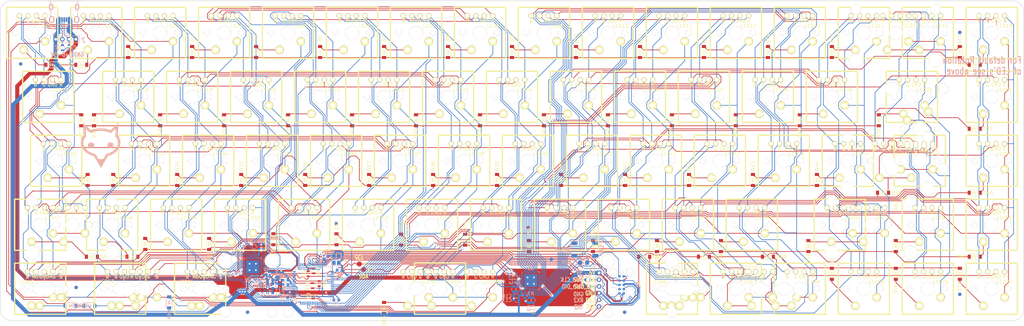
<source format=kicad_pcb>
(kicad_pcb (version 4) (host pcbnew 4.0.1-stable)
  (title_block (title RainbowFox) (date 2016-06-11) (rev 1.02a) (company "Input Club"))
  (layers (0 Front signal) (31 Back signal) (34 B.Paste user) (35 F.Paste user) (36 B.SilkS user) (37 F.SilkS user) (38 B.Mask user) (39 F.Mask user) (44 Edge.Cuts user))
  (net 0 "")
  (net 1 +5V)
  (net 2 /mcu/PTB18)
  (net 3 /mcu/PTB19)
  (net 4 /mcu/PTB2)
  (net 5 /mcu/PTB3)
  (net 6 /mcu/PTC0)
  (net 7 /mcu/PTC10)
  (net 8 /mcu/PTC9)
  (net 9 /mcu/PTD7)
  (net 10 /mcu/RX2)
  (net 11 /mcu/SWD_CLK)
  (net 12 /mcu/SWD_DIO)
  (net 13 /mcu/TX2)
  (net 14 "Net-(U1-Pad32)")
  (net 15 "Net-(U1-Pad33)")
  (net 16 /mcu/PTC1)
  (net 17 /mcu/PTC2)
  (net 18 /mcu/MCU_RESET)
  (net 19 /mcu/PTA5)
  (net 20 "Net-(R3-Pad1)")
  (net 21 "Net-(R4-Pad1)")
  (net 22 /mcu/PTC8)
  (net 23 /mcu/RX0)
  (net 24 /mcu/TX0)
  (net 25 +3V3)
  (net 26 GND)
  (net 27 "Net-(C3-Pad2)")
  (net 28 /mcu/USB_D+)
  (net 29 /mcu/USB_D-)
  (net 30 /mcu/D-)
  (net 31 /mcu/D+)
  (net 32 /mcu/PTC3)
  (net 33 /mcu/PTC4)
  (net 34 /mcu/PTC5)
  (net 35 /mcu/PTC6)
  (net 36 /mcu/PTA4)
  (net 37 /mcu/PTA12)
  (net 38 /mcu/PTA13)
  (net 39 /mcu/PTC7)
  (net 40 /mcu/PTE1)
  (net 41 /mcu/PTE2)
  (net 42 /ledmatrix/LED-A/SW1)
  (net 43 /ledmatrix/LED-A/SW2)
  (net 44 /ledmatrix/LED-A/SW3)
  (net 45 /ledmatrix/LED-A/CS1)
  (net 46 /ledmatrix/LED-A/CS2)
  (net 47 /ledmatrix/LED-A/CS3)
  (net 48 /ledmatrix/LED-A/CS4)
  (net 49 /ledmatrix/LED-A/CS5)
  (net 50 /ledmatrix/LED-A/CS6)
  (net 51 /ledmatrix/LED-A/CS7)
  (net 52 /ledmatrix/LED-A/CS8)
  (net 53 /ledmatrix/LED-A/CS9)
  (net 54 /ledmatrix/LED-A/SW4)
  (net 55 /ledmatrix/LED-A/SW5)
  (net 56 /ledmatrix/LED-A/SW6)
  (net 57 /ledmatrix/LED-A/SW7)
  (net 58 /ledmatrix/LED-A/SW8)
  (net 59 /ledmatrix/LED-A/SW9)
  (net 60 /ledmatrix/LED-A/SW10)
  (net 61 /ledmatrix/LED-A/SW11)
  (net 62 /ledmatrix/LED-A/SW12)
  (net 63 "Net-(R6-Pad2)")
  (net 64 "Net-(R7-Pad2)")
  (net 65 /ledmatrix/IICRST)
  (net 66 /ledmatrix/SDB)
  (net 67 /ledmatrix/INTB)
  (net 68 /ledmatrix/SCL)
  (net 69 /ledmatrix/SDA)
  (net 70 /ledmatrix/Sync)
  (net 71 /ledmatrix/LED-B/SW1)
  (net 72 /ledmatrix/LED-B/SW2)
  (net 73 /ledmatrix/LED-B/SW3)
  (net 74 /ledmatrix/LED-B/CS1)
  (net 75 /ledmatrix/LED-B/CS2)
  (net 76 /ledmatrix/LED-B/CS3)
  (net 77 /ledmatrix/LED-B/CS4)
  (net 78 /ledmatrix/LED-B/CS5)
  (net 79 /ledmatrix/LED-B/CS6)
  (net 80 /ledmatrix/LED-B/CS7)
  (net 81 /ledmatrix/LED-B/CS8)
  (net 82 /ledmatrix/LED-B/CS9)
  (net 83 /ledmatrix/LED-B/SW4)
  (net 84 /ledmatrix/LED-B/SW5)
  (net 85 /ledmatrix/LED-B/SW6)
  (net 86 /ledmatrix/LED-B/SW7)
  (net 87 /ledmatrix/LED-B/SW8)
  (net 88 /ledmatrix/LED-B/SW9)
  (net 89 /ledmatrix/LED-B/SW10)
  (net 90 /ledmatrix/LED-B/SW11)
  (net 91 /ledmatrix/LED-B/SW12)
  (net 92 /ledmatrix/LED-B/CS10)
  (net 93 "Net-(D1-Pad2)")
  (net 94 "Net-(D2-Pad2)")
  (net 95 "Net-(D3-Pad2)")
  (net 96 "Net-(D4-Pad2)")
  (net 97 "Net-(D5-Pad2)")
  (net 98 "Net-(D6-Pad2)")
  (net 99 "Net-(D7-Pad2)")
  (net 100 "Net-(D8-Pad2)")
  (net 101 "Net-(D9-Pad2)")
  (net 102 "Net-(D10-Pad2)")
  (net 103 "Net-(D11-Pad2)")
  (net 104 "Net-(D12-Pad2)")
  (net 105 "Net-(D13-Pad2)")
  (net 106 "Net-(D14-Pad2)")
  (net 107 "Net-(D15-Pad2)")
  (net 108 "Net-(D16-Pad2)")
  (net 109 "Net-(D17-Pad2)")
  (net 110 "Net-(D18-Pad2)")
  (net 111 "Net-(D19-Pad2)")
  (net 112 "Net-(D20-Pad2)")
  (net 113 "Net-(D21-Pad2)")
  (net 114 "Net-(D22-Pad2)")
  (net 115 "Net-(D23-Pad2)")
  (net 116 "Net-(D24-Pad2)")
  (net 117 "Net-(D25-Pad2)")
  (net 118 "Net-(D26-Pad2)")
  (net 119 "Net-(D27-Pad2)")
  (net 120 "Net-(D28-Pad2)")
  (net 121 "Net-(D29-Pad2)")
  (net 122 "Net-(D30-Pad2)")
  (net 123 "Net-(D31-Pad2)")
  (net 124 "Net-(D32-Pad2)")
  (net 125 "Net-(D33-Pad2)")
  (net 126 "Net-(D34-Pad2)")
  (net 127 "Net-(D35-Pad2)")
  (net 128 "Net-(D36-Pad2)")
  (net 129 "Net-(D37-Pad2)")
  (net 130 "Net-(D38-Pad2)")
  (net 131 "Net-(D39-Pad2)")
  (net 132 "Net-(D40-Pad2)")
  (net 133 "Net-(D41-Pad2)")
  (net 134 "Net-(D42-Pad2)")
  (net 135 "Net-(D43-Pad2)")
  (net 136 "Net-(D44-Pad2)")
  (net 137 "Net-(D45-Pad2)")
  (net 138 "Net-(D46-Pad2)")
  (net 139 "Net-(D47-Pad2)")
  (net 140 "Net-(D48-Pad2)")
  (net 141 "Net-(D49-Pad2)")
  (net 142 "Net-(D50-Pad2)")
  (net 143 "Net-(D51-Pad2)")
  (net 144 "Net-(D52-Pad2)")
  (net 145 "Net-(D53-Pad2)")
  (net 146 "Net-(D54-Pad2)")
  (net 147 "Net-(D55-Pad2)")
  (net 148 "Net-(D56-Pad2)")
  (net 149 "Net-(D57-Pad2)")
  (net 150 "Net-(D58-Pad2)")
  (net 151 "Net-(D59-Pad2)")
  (net 152 "Net-(D60-Pad2)")
  (net 153 "Net-(D61-Pad2)")
  (net 154 "Net-(D62-Pad2)")
  (net 155 "Net-(D63-Pad2)")
  (net 156 "Net-(D64-Pad2)")
  (net 157 "Net-(D65-Pad2)")
  (net 158 "Net-(D66-Pad2)")
  (net 159 "Net-(D67-Pad2)")
  (net 160 "Net-(D68-Pad2)")
  (net 161 "Net-(D69-Pad2)")
  (net 162 "Net-(D70-Pad2)")
  (net 163 "Net-(D71-Pad2)")
  (module Fiducials:Fiducial_1mm_Dia_2.54mm_Outer_CopperBottom (layer Front) (at 236.728 168.91)
    (fp_text reference "" (at 0 0) (layer F.SilkS))
    (fp_text value Fiducial_1mm_Dia_2.54mm_Outer_CopperBottom)
    (pad ~ smd circle (at 0 0) (size 1 1) (layers Back B.Mask) (clearance 0.77))
  )
  (module Fiducials:Fiducial_1mm_Dia_2.54mm_Outer_CopperTop (layer Front) (at 236.728 168.91)
    (fp_text reference "" (at 0 0) (layer F.SilkS))
    (fp_text value Fiducial_1mm_Dia_2.54mm_Outer_CopperTop)
    (pad ~ smd circle (at 0 0) (size 1 1) (layers Front F.Mask) (clearance 0.77))
  )
  (module Fiducials:Fiducial_1mm_Dia_2.54mm_Outer_CopperTop (layer Front) (at 208.026 143.764)
    (fp_text reference "" (at 0 0) (layer F.SilkS))
    (fp_text value Fiducial_1mm_Dia_2.54mm_Outer_CopperTop)
    (pad ~ smd circle (at 0 0) (size 1 1) (layers Front F.Mask) (clearance 0.77))
  )
  (module Fiducials:Fiducial_1mm_Dia_2.54mm_Outer_CopperBottom (layer Front) (at 214.884 153.162)
    (fp_text reference "" (at 0 0) (layer F.SilkS))
    (fp_text value Fiducial_1mm_Dia_2.54mm_Outer_CopperBottom)
    (pad ~ smd circle (at 0 0) (size 1 1) (layers Back B.Mask) (clearance 0.77))
  )
  (module Fiducials:Fiducial_1mm_Dia_2.54mm_Outer_CopperBottom (layer Front) (at 150.876 142.494)
    (fp_text reference "" (at 0 0) (layer F.SilkS))
    (fp_text value Fiducial_1mm_Dia_2.54mm_Outer_CopperBottom)
    (pad ~ smd circle (at 0 0) (size 1 1) (layers Back B.Mask) (clearance 0.77))
  )
  (module Fiducials:Fiducial_1mm_Dia_2.54mm_Outer_CopperTop (layer Front) (at 150.876 142.494)
    (fp_text reference "" (at 0 0) (layer F.SilkS))
    (fp_text value Fiducial_1mm_Dia_2.54mm_Outer_CopperTop)
    (pad ~ smd circle (at 0 0) (size 1 1) (layers Front F.Mask) (clearance 0.77))
  )
  (module Fiducials:Fiducial_1mm_Dia_2.54mm_Outer_CopperTop (layer Front) (at 124.46 168.91)
    (fp_text reference "" (at 0 0) (layer F.SilkS))
    (fp_text value Fiducial_1mm_Dia_2.54mm_Outer_CopperTop)
    (pad ~ smd circle (at 0 0) (size 1 1) (layers Front F.Mask) (clearance 0.77))
  )
  (module Fiducials:Fiducial_1mm_Dia_2.54mm_Outer_CopperBottom (layer Front) (at 124.46 168.91)
    (fp_text reference "" (at 0 0) (layer F.SilkS))
    (fp_text value Fiducial_1mm_Dia_2.54mm_Outer_CopperBottom)
    (pad ~ smd circle (at 0 0) (size 1 1) (layers Back B.Mask) (clearance 0.77))
  )
  (module Fiducials:Fiducial_1mm_Dia_2.54mm_Outer_CopperBottom (layer Front) (at 73.406 161.544)
    (fp_text reference "" (at 0 0) (layer F.SilkS))
    (fp_text value Fiducial_1mm_Dia_2.54mm_Outer_CopperBottom)
    (pad ~ smd circle (at 0 0) (size 1 1) (layers Back B.Mask) (clearance 0.77))
  )
  (module Fiducials:Fiducial_1mm_Dia_2.54mm_Outer_CopperTop (layer Front) (at 73.406 161.544)
    (fp_text reference "" (at 0 0) (layer F.SilkS))
    (fp_text value Fiducial_1mm_Dia_2.54mm_Outer_CopperTop)
    (pad ~ smd circle (at 0 0) (size 1 1) (layers Front F.Mask) (clearance 0.77))
  )
  (module Fiducials:Fiducial_1mm_Dia_2.54mm_Outer_CopperTop (layer Front) (at 336.55 163.576)
    (fp_text reference "" (at 0 0) (layer F.SilkS))
    (fp_text value Fiducial_1mm_Dia_2.54mm_Outer_CopperTop)
    (pad ~ smd circle (at 0 0) (size 1 1) (layers Front F.Mask) (clearance 0.77))
  )
  (module Fiducials:Fiducial_1mm_Dia_2.54mm_Outer_CopperBottom (layer Front) (at 336.55 163.576)
    (fp_text reference "" (at 0 0) (layer F.SilkS))
    (fp_text value Fiducial_1mm_Dia_2.54mm_Outer_CopperBottom)
    (pad ~ smd circle (at 0 0) (size 1 1) (layers Back B.Mask) (clearance 0.77))
  )
  (module Fiducials:Fiducial_1mm_Dia_2.54mm_Outer_CopperBottom (layer Front) (at 336.55 85.598)
    (fp_text reference "" (at 0 0) (layer F.SilkS))
    (fp_text value Fiducial_1mm_Dia_2.54mm_Outer_CopperBottom)
    (pad ~ smd circle (at 0 0) (size 1 1) (layers Back B.Mask) (clearance 0.77))
  )
  (module Fiducials:Fiducial_1mm_Dia_2.54mm_Outer_CopperTop (layer Front) (at 336.55 85.598)
    (fp_text reference "" (at 0 0) (layer F.SilkS))
    (fp_text value Fiducial_1mm_Dia_2.54mm_Outer_CopperTop)
    (pad ~ smd circle (at 0 0) (size 1 1) (layers Front F.Mask) (clearance 0.77))
  )
  (module Fiducials:Fiducial_1mm_Dia_2.54mm_Outer_CopperTop (layer Front) (at 56.896 94.996)
    (fp_text reference "" (at 0 0) (layer F.SilkS))
    (fp_text value Fiducial_1mm_Dia_2.54mm_Outer_CopperTop)
    (pad ~ smd circle (at 0 0) (size 1 1) (layers Front F.Mask) (clearance 0.77))
  )
  (module Measurement_Points:Measurement_Point_Round-SMD-Pad_Small (layer Front) (at 159.004 156.21)
    (fp_text reference W2 (at 2.032 0) (layer F.SilkS))
    (fp_text value TEST_1P)
    (pad 1 smd circle (at 0 0) (size 1.5 1.5) (layers Front F.Mask) (net 69 /ledmatrix/SDA))
  )
  (module lib.pretty:MX1A (layer Front) (at 288.925 161.925 180)
    (fp_text reference S68 hide)
    (fp_text value SW hide)
    (pad 0 thru_hole circle (at 0 0 180) (size 3.98018 3.98018) (drill 3.98018) (layers *.Cu *.Mask F.SilkS))
    (pad 2 thru_hole circle (at 2.54 -5.08 180) (size 2.49936 2.49936) (drill 1.5011) (layers *.Cu *.Mask F.SilkS) (net 160 "Net-(D68-Pad2)"))
    (pad 1 thru_hole circle (at -3.81 -2.54 180) (size 2.49936 2.49936) (drill 1.5011) (layers *.Cu *.Mask F.SilkS) (net 34 /mcu/PTC5))
    (pad "" thru_hole circle (at -5.08 0 180) (size 1.69926 1.69926) (drill 1.69926) (layers *.Cu *.Mask F.SilkS))
    (pad "" thru_hole circle (at 5.08 0 180) (size 1.69926 1.69926) (drill 1.69926) (layers *.Cu *.Mask F.SilkS))
  )
  (module lib.pretty:STAB (layer Front) (at 131.762 161.925 180)
    (fp_text reference STAB12 hide)
    (fp_text value STAB hide)
    (pad "" np_thru_hole circle (at 0 -6.98754 180) (size 3.048254 3.048254) (drill 3.048) (layers *.Cu *.Mask F.SilkS))
    (pad "" np_thru_hole circle (at 0 8.255 180) (size 3.988054 3.988054) (drill 3.9878) (layers *.Cu *.Mask F.SilkS))
  )
  (module lib.pretty:MX1A (layer Front) (at 122.238 142.875 180)
    (fp_text reference S50 hide)
    (fp_text value SW hide)
    (pad 0 thru_hole circle (at 0 0 180) (size 3.98018 3.98018) (drill 3.98018) (layers *.Cu *.Mask F.SilkS))
    (pad 2 thru_hole circle (at 2.54 -5.08 180) (size 2.49936 2.49936) (drill 1.5011) (layers *.Cu *.Mask F.SilkS) (net 142 "Net-(D50-Pad2)"))
    (pad 1 thru_hole circle (at -3.81 -2.54 180) (size 2.49936 2.49936) (drill 1.5011) (layers *.Cu *.Mask F.SilkS) (net 37 /mcu/PTA12))
    (pad "" thru_hole circle (at -5.08 0 180) (size 1.69926 1.69926) (drill 1.69926) (layers *.Cu *.Mask F.SilkS))
    (pad "" thru_hole circle (at 5.08 0 180) (size 1.69926 1.69926) (drill 1.69926) (layers *.Cu *.Mask F.SilkS))
  )
  (module lib.pretty:STAB (layer Front) (at 329.406 85.725)
    (fp_text reference STAB2 hide)
    (fp_text value STAB hide)
    (pad "" np_thru_hole circle (at 0 -6.98754) (size 3.048254 3.048254) (drill 3.048) (layers *.Cu *.Mask F.SilkS))
    (pad "" np_thru_hole circle (at 0 8.255) (size 3.988054 3.988054) (drill 3.9878) (layers *.Cu *.Mask F.SilkS))
  )
  (module lib.pretty:STAB (layer Front) (at 305.594 85.725)
    (fp_text reference STAB1 hide)
    (fp_text value STAB hide)
    (pad "" np_thru_hole circle (at 0 -6.98754) (size 3.048254 3.048254) (drill 3.048) (layers *.Cu *.Mask F.SilkS))
    (pad "" np_thru_hole circle (at 0 8.255) (size 3.988054 3.988054) (drill 3.9878) (layers *.Cu *.Mask F.SilkS))
  )
  (module lib.pretty:STAB (layer Front) (at 84.1375 142.875)
    (fp_text reference STAB8 hide)
    (fp_text value STAB hide)
    (pad "" np_thru_hole circle (at 0 -6.98754) (size 3.048254 3.048254) (drill 3.048) (layers *.Cu *.Mask F.SilkS))
    (pad "" np_thru_hole circle (at 0 8.255) (size 3.988054 3.988054) (drill 3.9878) (layers *.Cu *.Mask F.SilkS))
  )
  (module lib.pretty:STAB (layer Front) (at 60.325 142.875)
    (fp_text reference STAB7 hide)
    (fp_text value STAB hide)
    (pad "" np_thru_hole circle (at 0 -6.98754) (size 3.048254 3.048254) (drill 3.048) (layers *.Cu *.Mask F.SilkS))
    (pad "" np_thru_hole circle (at 0 8.255) (size 3.988054 3.988054) (drill 3.9878) (layers *.Cu *.Mask F.SilkS))
  )
  (module lib.pretty:STAB (layer Front) (at 298.45 142.875)
    (fp_text reference STAB9 hide)
    (fp_text value STAB hide)
    (pad "" np_thru_hole circle (at 0 -6.98754) (size 3.048254 3.048254) (drill 3.048) (layers *.Cu *.Mask F.SilkS))
    (pad "" np_thru_hole circle (at 0 8.255) (size 3.988054 3.988054) (drill 3.9878) (layers *.Cu *.Mask F.SilkS))
  )
  (module lib.pretty:STAB (layer Front) (at 321.945 142.875)
    (fp_text reference STAB10 hide)
    (fp_text value STAB hide)
    (pad "" np_thru_hole circle (at 0 -6.98754) (size 3.048254 3.048254) (drill 3.048) (layers *.Cu *.Mask F.SilkS))
    (pad "" np_thru_hole circle (at 0 8.255) (size 3.988054 3.988054) (drill 3.9878) (layers *.Cu *.Mask F.SilkS))
  )
  (module lib.pretty:STAB (layer Front) (at 250.825 161.925 180)
    (fp_text reference STAB15 hide)
    (fp_text value STAB hide)
    (pad "" np_thru_hole circle (at 0 -6.98754 180) (size 3.048254 3.048254) (drill 3.048) (layers *.Cu *.Mask F.SilkS))
    (pad "" np_thru_hole circle (at 0 8.255 180) (size 3.988054 3.988054) (drill 3.9878) (layers *.Cu *.Mask F.SilkS))
  )
  (module lib.pretty:STAB (layer Front) (at 136.525 161.925 180)
    (fp_text reference STAB13 hide)
    (fp_text value STAB hide)
    (pad "" np_thru_hole circle (at 0 -6.98754 180) (size 3.048254 3.048254) (drill 3.048) (layers *.Cu *.Mask F.SilkS))
    (pad "" np_thru_hole circle (at 0 8.255 180) (size 3.988054 3.988054) (drill 3.9878) (layers *.Cu *.Mask F.SilkS))
  )
  (module lib.pretty:STAB (layer Front) (at 117.792 161.925 180)
    (fp_text reference STAB11 hide)
    (fp_text value STAB hide)
    (pad "" np_thru_hole circle (at 0 -6.98754 180) (size 3.048254 3.048254) (drill 3.048) (layers *.Cu *.Mask F.SilkS))
    (pad "" np_thru_hole circle (at 0 8.255 180) (size 3.988054 3.988054) (drill 3.9878) (layers *.Cu *.Mask F.SilkS))
  )
  (module lib.pretty:STAB (layer Front) (at 231.775 161.925 180)
    (fp_text reference STAB14 hide)
    (fp_text value STAB hide)
    (pad "" np_thru_hole circle (at 0 -6.98754 180) (size 3.048254 3.048254) (drill 3.048) (layers *.Cu *.Mask F.SilkS))
    (pad "" np_thru_hole circle (at 0 8.255 180) (size 3.988054 3.988054) (drill 3.9878) (layers *.Cu *.Mask F.SilkS))
  )
  (module lib.pretty:STAB (layer Front) (at 324.644 102.394 270)
    (fp_text reference STAB3 hide)
    (fp_text value STAB hide)
    (pad "" np_thru_hole circle (at 0 -6.98754 270) (size 3.048254 3.048254) (drill 3.048) (layers *.Cu *.Mask F.SilkS))
    (pad "" np_thru_hole circle (at 0 8.255 270) (size 3.988054 3.988054) (drill 3.9878) (layers *.Cu *.Mask F.SilkS))
  )
  (module lib.pretty:STAB (layer Front) (at 324.644 126.206 270)
    (fp_text reference STAB4 hide)
    (fp_text value STAB hide)
    (pad "" np_thru_hole circle (at 0 -6.98754 270) (size 3.048254 3.048254) (drill 3.048) (layers *.Cu *.Mask F.SilkS))
    (pad "" np_thru_hole circle (at 0 8.255 270) (size 3.988054 3.988054) (drill 3.9878) (layers *.Cu *.Mask F.SilkS))
  )
  (module lib.pretty:STAB (layer Front) (at 303.212 123.825)
    (fp_text reference STAB5 hide)
    (fp_text value STAB hide)
    (pad "" np_thru_hole circle (at 0 -6.98754) (size 3.048254 3.048254) (drill 3.048) (layers *.Cu *.Mask F.SilkS))
    (pad "" np_thru_hole circle (at 0 8.255) (size 3.988054 3.988054) (drill 3.9878) (layers *.Cu *.Mask F.SilkS))
  )
  (module lib.pretty:STAB (layer Front) (at 327.025 123.825)
    (fp_text reference STAB6 hide)
    (fp_text value STAB hide)
    (pad "" np_thru_hole circle (at 0 -6.98754) (size 3.048254 3.048254) (drill 3.048) (layers *.Cu *.Mask F.SilkS))
    (pad "" np_thru_hole circle (at 0 8.255) (size 3.988054 3.988054) (drill 3.9878) (layers *.Cu *.Mask F.SilkS))
  )
  (module lib.pretty:JLINK_NEEDLE (layer Back) (at 235.839 160.782 270)
    (fp_text reference P1 (at 0 -5.08 270) (layer B.SilkS) (effects (font (thickness 0.2)) (justify mirror)))
    (fp_text value FLASH_HDR hide)
    (pad 8 smd circle (at 0 0.635 270) (size 0.7874 0.7874) (layers Back B.Mask) (net 23 /mcu/RX0))
    (pad 3 smd circle (at 0 -0.635 270) (size 0.7874 0.7874) (layers Back B.Mask) (net 26 GND))
    (pad 7 smd circle (at 1.27 0.635 270) (size 0.7874 0.7874) (layers Back B.Mask))
    (pad 4 smd circle (at 1.27 -0.635 270) (size 0.7874 0.7874) (layers Back B.Mask) (net 11 /mcu/SWD_CLK))
    (pad 5 smd circle (at 2.54 -0.635 270) (size 0.7874 0.7874) (layers Back B.Mask) (net 1 +5V))
    (pad 6 smd circle (at 2.54 0.635 270) (size 0.7874 0.7874) (layers Back B.Mask) (net 24 /mcu/TX0))
    (pad 9 smd circle (at -1.27 0.635 270) (size 0.7874 0.7874) (layers Back B.Mask) (net 19 /mcu/PTA5))
    (pad 2 smd circle (at -1.27 -0.635 270) (size 0.7874 0.7874) (layers Back B.Mask) (net 12 /mcu/SWD_DIO))
    (pad 10 smd circle (at -2.54 0.635 270) (size 0.7874 0.7874) (layers Back B.Mask) (net 18 /mcu/MCU_RESET))
    (pad 1 smd circle (at -2.54 -0.635 270) (size 0.7874 0.7874) (layers Back B.Mask) (net 25 +3V3))
    (pad "" np_thru_hole circle (at -3.81 0 270) (size 0.99061 0.99061) (drill 0.9906) (layers *.Cu *.Mask B.SilkS))
    (pad "" np_thru_hole circle (at 3.81 1.016 270) (size 0.99061 0.99061) (drill 0.9906) (layers *.Cu *.Mask B.SilkS))
    (pad "" np_thru_hole circle (at 3.81 -1.016 270) (size 0.99061 0.99061) (drill 0.9906) (layers *.Cu *.Mask B.SilkS))
    (pad "" np_thru_hole circle (at -3.81 2.54 270) (size 2.37491 2.37491) (drill 2.3749) (layers *.Cu *.Mask B.SilkS))
    (pad "" np_thru_hole circle (at 1.905 2.54 270) (size 2.37491 2.37491) (drill 2.3749) (layers *.Cu *.Mask B.SilkS))
    (pad "" np_thru_hole circle (at -3.81 -2.54 270) (size 2.37491 2.37491) (drill 2.3749) (layers *.Cu *.Mask B.SilkS))
    (pad "" np_thru_hole circle (at 1.905 -2.54 270) (size 2.37491 2.37491) (drill 2.3749) (layers *.Cu *.Mask B.SilkS))
  )
  (module lib.pretty:TACT_5.2x5.2 (layer Back) (at 224.917 150.241)
    (fp_text reference S72 (at 5.1 0 270) (layer B.SilkS) (effects (font (thickness 0.2)) (justify mirror)))
    (fp_text value TAC_SWITCH hide)
    (pad 1 smd rect (at -3.1 1.85) (size 1.8 1.1) (layers Back B.Paste B.Mask))
    (pad 3 smd rect (at -3.1 -1.85) (size 1.8 1.1) (layers Back B.Paste B.Mask))
    (pad 2 smd rect (at 3.1 1.85) (size 1.8 1.1) (layers Back B.Paste B.Mask) (net 18 /mcu/MCU_RESET))
    (pad 4 smd rect (at 3.1 -1.85) (size 1.8 1.1) (layers Back B.Paste B.Mask) (net 26 GND))
  )
  (module Capacitors_SMD:C_0603 (layer Back) (at 135.763 159.385 180)
    (fp_text reference C4 (at -0.127 1.397 180) (layer B.SilkS) (effects (justify mirror)))
    (fp_text value 2.2uF)
    (pad 1 smd rect (at -0.75 0 180) (size 0.8 0.75) (layers Back B.Paste B.Mask) (net 1 +5V))
    (pad 2 smd rect (at 0.75 0 180) (size 0.8 0.75) (layers Back B.Paste B.Mask) (net 26 GND))
  )
  (module lib.pretty:Micro-USB_629105150521 (layer Back) (at 69.85 76.2)
    (fp_text reference P3 (at 3.556 7.874) (layer B.SilkS) (effects (justify mirror)))
    (fp_text value USB_OTG)
    (pad 3 smd rect (at 0 5.6) (size 0.45 1.4) (layers Back B.Paste B.Mask) (net 28 /mcu/USB_D+))
    (pad 4 smd rect (at 0.65 5.6) (size 0.45 1.4) (layers Back B.Paste B.Mask))
    (pad 2 smd rect (at -0.65 5.6) (size 0.45 1.4) (layers Back B.Paste B.Mask) (net 29 /mcu/USB_D-))
    (pad 5 smd rect (at 1.3 5.6) (size 0.45 1.4) (layers Back B.Paste B.Mask) (net 26 GND))
    (pad NC thru_hole oval (at 3.725 5.6) (size 1.45 2) (drill oval 0.85 1.4) (layers *.Cu *.Mask B.SilkS))
    (pad NC thru_hole oval (at -3.725 5.6) (size 1.45 2) (drill oval 0.85 1.4) (layers *.Cu *.Mask B.SilkS))
    (pad "" thru_hole circle (at 2.5 4.55) (size 0.8 0.8) (drill 0.8) (layers *.Cu *.Mask B.SilkS))
    (pad NC thru_hole oval (at -3.875 1.8) (size 1.15 1.8) (drill oval 0.55 1.2) (layers *.Cu *.Mask B.SilkS))
    (pad NC thru_hole oval (at 3.875 1.8) (size 1.15 1.8) (drill oval 0.55 1.2) (layers *.Cu *.Mask B.SilkS))
    (pad "" thru_hole circle (at -2.5 4.55) (size 0.8 0.8) (drill 0.8) (layers *.Cu *.Mask B.SilkS))
    (pad 1 smd rect (at -1.3 5.6) (size 0.45 1.4) (layers Back B.Paste B.Mask) (net 1 +5V))
  )
  (module Resistors_SMD:R_0603 (layer Back) (at 69.342 90.17 90)
    (fp_text reference R1 (at 0 -1.524 90) (layer B.SilkS) (effects (justify mirror)))
    (fp_text value 33)
    (pad 1 smd rect (at -0.75 0 90) (size 0.5 0.9) (layers Back B.Paste B.Mask) (net 30 /mcu/D-))
    (pad 2 smd rect (at 0.75 0 90) (size 0.5 0.9) (layers Back B.Paste B.Mask) (net 29 /mcu/USB_D-))
  )
  (module Resistors_SMD:R_0603 (layer Back) (at 71.374 90.17 90)
    (fp_text reference R2 (at 0 1.524 90) (layer B.SilkS) (effects (justify mirror)))
    (fp_text value 33)
    (pad 1 smd rect (at -0.75 0 90) (size 0.5 0.9) (layers Back B.Paste B.Mask) (net 31 /mcu/D+))
    (pad 2 smd rect (at 0.75 0 90) (size 0.5 0.9) (layers Back B.Paste B.Mask) (net 28 /mcu/USB_D+))
  )
  (module Resistors_SMD:R_0603 (layer Back) (at 225.806 159.258)
    (fp_text reference R3 (at 0 -1.397) (layer B.SilkS) (effects (justify mirror)))
    (fp_text value 100)
    (pad 1 smd rect (at -0.75 0) (size 0.5 0.9) (layers Back B.Paste B.Mask) (net 20 "Net-(R3-Pad1)"))
    (pad 2 smd rect (at 0.75 0) (size 0.5 0.9) (layers Back B.Paste B.Mask) (net 11 /mcu/SWD_CLK))
  )
  (module Resistors_SMD:R_0603 (layer Back) (at 225.806 161.29)
    (fp_text reference R4 (at 0 1.524) (layer B.SilkS) (effects (justify mirror)))
    (fp_text value 100)
    (pad 1 smd rect (at -0.75 0) (size 0.5 0.9) (layers Back B.Paste B.Mask) (net 21 "Net-(R4-Pad1)"))
    (pad 2 smd rect (at 0.75 0) (size 0.5 0.9) (layers Back B.Paste B.Mask) (net 12 /mcu/SWD_DIO))
  )
  (module Housings_QFP:LQFP-64_10x10mm_Pitch0.5mm (layer Back) (at 144.018 160.528)
    (fp_text reference U1 (at 0 7.2) (layer B.SilkS) (effects (justify mirror)))
    (fp_text value MK20DX256VLH7)
    (pad 1 smd rect (at -5.7 3.75) (size 1 0.25) (layers Back B.Paste B.Mask) (net 40 /mcu/PTE1))
    (pad 2 smd rect (at -5.7 3.25) (size 1 0.25) (layers Back B.Paste B.Mask) (net 41 /mcu/PTE2))
    (pad 3 smd rect (at -5.7 2.75) (size 1 0.25) (layers Back B.Paste B.Mask) (net 25 +3V3))
    (pad 4 smd rect (at -5.7 2.25) (size 1 0.25) (layers Back B.Paste B.Mask) (net 26 GND))
    (pad 5 smd rect (at -5.7 1.75) (size 1 0.25) (layers Back B.Paste B.Mask) (net 31 /mcu/D+))
    (pad 6 smd rect (at -5.7 1.25) (size 1 0.25) (layers Back B.Paste B.Mask) (net 30 /mcu/D-))
    (pad 7 smd rect (at -5.7 0.75) (size 1 0.25) (layers Back B.Paste B.Mask) (net 25 +3V3))
    (pad 8 smd rect (at -5.7 0.25) (size 1 0.25) (layers Back B.Paste B.Mask) (net 1 +5V))
    (pad 9 smd rect (at -5.7 -0.25) (size 1 0.25) (layers Back B.Paste B.Mask))
    (pad 10 smd rect (at -5.7 -0.75) (size 1 0.25) (layers Back B.Paste B.Mask))
    (pad 11 smd rect (at -5.7 -1.25) (size 1 0.25) (layers Back B.Paste B.Mask))
    (pad 12 smd rect (at -5.7 -1.75) (size 1 0.25) (layers Back B.Paste B.Mask))
    (pad 13 smd rect (at -5.7 -2.25) (size 1 0.25) (layers Back B.Paste B.Mask))
    (pad 14 smd rect (at -5.7 -2.75) (size 1 0.25) (layers Back B.Paste B.Mask))
    (pad 15 smd rect (at -5.7 -3.25) (size 1 0.25) (layers Back B.Paste B.Mask))
    (pad 16 smd rect (at -5.7 -3.75) (size 1 0.25) (layers Back B.Paste B.Mask))
    (pad 17 smd rect (at -3.75 -5.7 270) (size 1 0.25) (layers Back B.Paste B.Mask))
    (pad 18 smd rect (at -3.25 -5.7 270) (size 1 0.25) (layers Back B.Paste B.Mask))
    (pad 19 smd rect (at -2.75 -5.7 270) (size 1 0.25) (layers Back B.Paste B.Mask))
    (pad 20 smd rect (at -2.25 -5.7 270) (size 1 0.25) (layers Back B.Paste B.Mask))
    (pad 21 smd rect (at -1.75 -5.7 270) (size 1 0.25) (layers Back B.Paste B.Mask))
    (pad 22 smd rect (at -1.25 -5.7 270) (size 1 0.25) (layers Back B.Paste B.Mask) (net 20 "Net-(R3-Pad1)"))
    (pad 23 smd rect (at -0.75 -5.7 270) (size 1 0.25) (layers Back B.Paste B.Mask) (net 23 /mcu/RX0))
    (pad 24 smd rect (at -0.25 -5.7 270) (size 1 0.25) (layers Back B.Paste B.Mask) (net 24 /mcu/TX0))
    (pad 25 smd rect (at 0.25 -5.7 270) (size 1 0.25) (layers Back B.Paste B.Mask) (net 21 "Net-(R4-Pad1)"))
    (pad 26 smd rect (at 0.75 -5.7 270) (size 1 0.25) (layers Back B.Paste B.Mask) (net 36 /mcu/PTA4))
    (pad 27 smd rect (at 1.25 -5.7 270) (size 1 0.25) (layers Back B.Paste B.Mask) (net 19 /mcu/PTA5))
    (pad 28 smd rect (at 1.75 -5.7 270) (size 1 0.25) (layers Back B.Paste B.Mask) (net 37 /mcu/PTA12))
    (pad 29 smd rect (at 2.25 -5.7 270) (size 1 0.25) (layers Back B.Paste B.Mask) (net 38 /mcu/PTA13))
    (pad 30 smd rect (at 2.75 -5.7 270) (size 1 0.25) (layers Back B.Paste B.Mask) (net 25 +3V3))
    (pad 31 smd rect (at 3.25 -5.7 270) (size 1 0.25) (layers Back B.Paste B.Mask) (net 26 GND))
    (pad 32 smd rect (at 3.75 -5.7 270) (size 1 0.25) (layers Back B.Paste B.Mask) (net 14 "Net-(U1-Pad32)"))
    (pad 33 smd rect (at 5.7 -3.75) (size 1 0.25) (layers Back B.Paste B.Mask) (net 15 "Net-(U1-Pad33)"))
    (pad 34 smd rect (at 5.7 -3.25) (size 1 0.25) (layers Back B.Paste B.Mask) (net 18 /mcu/MCU_RESET))
    (pad 35 smd rect (at 5.7 -2.75) (size 1 0.25) (layers Back B.Paste B.Mask) (net 68 /ledmatrix/SCL))
    (pad 36 smd rect (at 5.7 -2.25) (size 1 0.25) (layers Back B.Paste B.Mask) (net 69 /ledmatrix/SDA))
    (pad 37 smd rect (at 5.7 -1.75) (size 1 0.25) (layers Back B.Paste B.Mask) (net 4 /mcu/PTB2))
    (pad 38 smd rect (at 5.7 -1.25) (size 1 0.25) (layers Back B.Paste B.Mask) (net 5 /mcu/PTB3))
    (pad 39 smd rect (at 5.7 -0.75) (size 1 0.25) (layers Back B.Paste B.Mask) (net 66 /ledmatrix/SDB))
    (pad 40 smd rect (at 5.7 -0.25) (size 1 0.25) (layers Back B.Paste B.Mask) (net 67 /ledmatrix/INTB))
    (pad 41 smd rect (at 5.7 0.25) (size 1 0.25) (layers Back B.Paste B.Mask) (net 2 /mcu/PTB18))
    (pad 42 smd rect (at 5.7 0.75) (size 1 0.25) (layers Back B.Paste B.Mask) (net 3 /mcu/PTB19))
    (pad 43 smd rect (at 5.7 1.25) (size 1 0.25) (layers Back B.Paste B.Mask) (net 6 /mcu/PTC0))
    (pad 44 smd rect (at 5.7 1.75) (size 1 0.25) (layers Back B.Paste B.Mask) (net 16 /mcu/PTC1))
    (pad 45 smd rect (at 5.7 2.25) (size 1 0.25) (layers Back B.Paste B.Mask) (net 17 /mcu/PTC2))
    (pad 46 smd rect (at 5.7 2.75) (size 1 0.25) (layers Back B.Paste B.Mask) (net 32 /mcu/PTC3))
    (pad 47 smd rect (at 5.7 3.25) (size 1 0.25) (layers Back B.Paste B.Mask) (net 26 GND))
    (pad 48 smd rect (at 5.7 3.75) (size 1 0.25) (layers Back B.Paste B.Mask) (net 25 +3V3))
    (pad 49 smd rect (at 3.75 5.7 270) (size 1 0.25) (layers Back B.Paste B.Mask) (net 33 /mcu/PTC4))
    (pad 50 smd rect (at 3.25 5.7 270) (size 1 0.25) (layers Back B.Paste B.Mask) (net 34 /mcu/PTC5))
    (pad 51 smd rect (at 2.75 5.7 270) (size 1 0.25) (layers Back B.Paste B.Mask) (net 35 /mcu/PTC6))
    (pad 52 smd rect (at 2.25 5.7 270) (size 1 0.25) (layers Back B.Paste B.Mask) (net 39 /mcu/PTC7))
    (pad 53 smd rect (at 1.75 5.7 270) (size 1 0.25) (layers Back B.Paste B.Mask) (net 22 /mcu/PTC8))
    (pad 54 smd rect (at 1.25 5.7 270) (size 1 0.25) (layers Back B.Paste B.Mask) (net 8 /mcu/PTC9))
    (pad 55 smd rect (at 0.75 5.7 270) (size 1 0.25) (layers Back B.Paste B.Mask) (net 7 /mcu/PTC10))
    (pad 56 smd rect (at 0.25 5.7 270) (size 1 0.25) (layers Back B.Paste B.Mask))
    (pad 57 smd rect (at -0.25 5.7 270) (size 1 0.25) (layers Back B.Paste B.Mask))
    (pad 58 smd rect (at -0.75 5.7 270) (size 1 0.25) (layers Back B.Paste B.Mask))
    (pad 59 smd rect (at -1.25 5.7 270) (size 1 0.25) (layers Back B.Paste B.Mask) (net 10 /mcu/RX2))
    (pad 60 smd rect (at -1.75 5.7 270) (size 1 0.25) (layers Back B.Paste B.Mask) (net 13 /mcu/TX2))
    (pad 61 smd rect (at -2.25 5.7 270) (size 1 0.25) (layers Back B.Paste B.Mask))
    (pad 62 smd rect (at -2.75 5.7 270) (size 1 0.25) (layers Back B.Paste B.Mask))
    (pad 63 smd rect (at -3.25 5.7 270) (size 1 0.25) (layers Back B.Paste B.Mask))
    (pad 64 smd rect (at -3.75 5.7 270) (size 1 0.25) (layers Back B.Paste B.Mask) (net 9 /mcu/PTD7))
  )
  (module Crystals:crystal_FA238-TSX3225 (layer Back) (at 150.876 153.162 270)
    (fp_text reference X1 (at 0 -2.413 270) (layer B.SilkS) (effects (justify mirror)))
    (fp_text value CRYSTAL_SMD)
    (pad 1 smd rect (at -1.1 -0.8 270) (size 1.4 1.2) (layers Back B.Paste B.Mask) (net 14 "Net-(U1-Pad32)"))
    (pad 3 smd rect (at 1.1 -0.8 270) (size 1.4 1.2) (layers Back B.Paste B.Mask) (net 26 GND))
    (pad 3 smd rect (at -1.1 0.8 270) (size 1.4 1.2) (layers Back B.Paste B.Mask) (net 26 GND))
    (pad 2 smd rect (at 1.1 0.8 270) (size 1.4 1.2) (layers Back B.Paste B.Mask) (net 15 "Net-(U1-Pad33)"))
  )
  (module Capacitors_SMD:C_0603 (layer Back) (at 135.763 160.655 180)
    (fp_text reference C3 (at -0.635 -1.27 180) (layer B.SilkS) (effects (justify mirror)))
    (fp_text value 2.2uF)
    (pad 1 smd rect (at -0.75 0 180) (size 0.8 0.75) (layers Back B.Paste B.Mask) (net 25 +3V3))
    (pad 2 smd rect (at 0.75 0 180) (size 0.8 0.75) (layers Back B.Paste B.Mask) (net 27 "Net-(C3-Pad2)"))
  )
  (module Capacitors_SMD:C_0603 (layer Back) (at 151.892 156.464)
    (fp_text reference C5 (at 0 1.524) (layer B.SilkS) (effects (justify mirror)))
    (fp_text value 0.1uF)
    (pad 1 smd rect (at -0.75 0) (size 0.8 0.75) (layers Back B.Paste B.Mask) (net 18 /mcu/MCU_RESET))
    (pad 2 smd rect (at 0.75 0) (size 0.8 0.75) (layers Back B.Paste B.Mask) (net 26 GND))
  )
  (module Capacitors_SMD:C_0603 (layer Back) (at 147.828 152.654 45)
    (fp_text reference C6 (at 1.167433 -1.167433 45) (layer B.SilkS) (effects (justify mirror)))
    (fp_text value 0.1uF)
    (pad 1 smd rect (at -0.75 0 45) (size 0.8 0.75) (layers Back B.Paste B.Mask) (net 25 +3V3))
    (pad 2 smd rect (at 0.75 0 45) (size 0.8 0.75) (layers Back B.Paste B.Mask) (net 26 GND))
  )
  (module Resistors_SMD:R_0805 (layer Back) (at 133.35 159.385 90)
    (fp_text reference R5 (at 2.413 0 90) (layer B.SilkS) (effects (justify mirror)))
    (fp_text value 5M)
    (pad 1 smd rect (at -0.95 0 90) (size 0.7 1.3) (layers Back B.Paste B.Mask) (net 27 "Net-(C3-Pad2)"))
    (pad 2 smd rect (at 0.95 0 90) (size 0.7 1.3) (layers Back B.Paste B.Mask) (net 26 GND))
  )
  (module Capacitors_SMD:C_0603 (layer Back) (at 150.876 165.354)
    (fp_text reference C1 (at 0 1.397) (layer B.SilkS) (effects (justify mirror)))
    (fp_text value 0.1uF)
    (pad 1 smd rect (at -0.75 0) (size 0.8 0.75) (layers Back B.Paste B.Mask) (net 25 +3V3))
    (pad 2 smd rect (at 0.75 0) (size 0.8 0.75) (layers Back B.Paste B.Mask) (net 26 GND))
  )
  (module Capacitors_SMD:C_0603 (layer Back) (at 136.398 163.83 90)
    (fp_text reference C2 (at -1.27 -1.27 90) (layer B.SilkS) (effects (justify mirror)))
    (fp_text value 0.1uF)
    (pad 1 smd rect (at -0.75 0 90) (size 0.8 0.75) (layers Back B.Paste B.Mask) (net 25 +3V3))
    (pad 2 smd rect (at 0.75 0 90) (size 0.8 0.75) (layers Back B.Paste B.Mask) (net 26 GND))
  )
  (module Pin_Headers:Pin_Header_Straight_1x04_Pitch2.00mm (layer Back) (at 67.31 87.63 270)
    (fp_text reference P4 (at 0.254 -8.382 270) (layer B.SilkS) (effects (justify mirror)))
    (fp_text value CONN_01X04)
    (pad 1 thru_hole rect (at 0 0 270) (size 1.35 1.35) (drill 0.8) (layers *.Cu *.Mask) (net 1 +5V))
    (pad 2 thru_hole circle (at 0 -2 270) (size 1.35 1.35) (drill 0.8) (layers *.Cu *.Mask) (net 29 /mcu/USB_D-))
    (pad 3 thru_hole circle (at 0 -4 270) (size 1.35 1.35) (drill 0.8) (layers *.Cu *.Mask) (net 28 /mcu/USB_D+))
    (pad 4 thru_hole circle (at 0 -6 270) (size 1.35 1.35) (drill 0.8) (layers *.Cu *.Mask) (net 26 GND))
  )
  (module lib.pretty:SOD-123 (layer Front) (at 66.04 95.25 180)
    (fp_text reference D1 (at -3.302 0 180) (layer F.SilkS))
    (fp_text value DIODE)
    (pad 1 smd rect (at -1.635 0 180) (size 0.91 1.22) (layers Front F.Paste F.Mask) (net 3 /mcu/PTB19))
    (pad 2 smd rect (at 1.635 0 180) (size 0.91 1.22) (layers Front F.Paste F.Mask) (net 93 "Net-(D1-Pad2)"))
  )
  (module lib.pretty:SOD-123 (layer Front) (at 74.93 95.25)
    (fp_text reference D2 (at -3.302 0) (layer F.SilkS))
    (fp_text value DIODE)
    (pad 1 smd rect (at -1.635 0) (size 0.91 1.22) (layers Front F.Paste F.Mask) (net 3 /mcu/PTB19))
    (pad 2 smd rect (at 1.635 0) (size 0.91 1.22) (layers Front F.Paste F.Mask) (net 94 "Net-(D2-Pad2)"))
  )
  (module lib.pretty:SOD-123 (layer Front) (at 88.9 91.44 90)
    (fp_text reference D3 (at 4.064 0 90) (layer F.SilkS))
    (fp_text value DIODE)
    (pad 1 smd rect (at -1.635 0 90) (size 0.91 1.22) (layers Front F.Paste F.Mask) (net 3 /mcu/PTB19))
    (pad 2 smd rect (at 1.635 0 90) (size 0.91 1.22) (layers Front F.Paste F.Mask) (net 95 "Net-(D3-Pad2)"))
  )
  (module lib.pretty:SOD-123 (layer Front) (at 107.95 91.44 90)
    (fp_text reference D4 (at 4.064 0 90) (layer F.SilkS))
    (fp_text value DIODE)
    (pad 1 smd rect (at -1.635 0 90) (size 0.91 1.22) (layers Front F.Paste F.Mask) (net 3 /mcu/PTB19))
    (pad 2 smd rect (at 1.635 0 90) (size 0.91 1.22) (layers Front F.Paste F.Mask) (net 96 "Net-(D4-Pad2)"))
  )
  (module lib.pretty:SOD-123 (layer Front) (at 127 91.44 90)
    (fp_text reference D5 (at 4.064 0 90) (layer F.SilkS))
    (fp_text value DIODE)
    (pad 1 smd rect (at -1.635 0 90) (size 0.91 1.22) (layers Front F.Paste F.Mask) (net 3 /mcu/PTB19))
    (pad 2 smd rect (at 1.635 0 90) (size 0.91 1.22) (layers Front F.Paste F.Mask) (net 97 "Net-(D5-Pad2)"))
  )
  (module lib.pretty:SOD-123 (layer Front) (at 146.05 91.44 90)
    (fp_text reference D6 (at 4.064 0 90) (layer F.SilkS))
    (fp_text value DIODE)
    (pad 1 smd rect (at -1.635 0 90) (size 0.91 1.22) (layers Front F.Paste F.Mask) (net 3 /mcu/PTB19))
    (pad 2 smd rect (at 1.635 0 90) (size 0.91 1.22) (layers Front F.Paste F.Mask) (net 98 "Net-(D6-Pad2)"))
  )
  (module lib.pretty:SOD-123 (layer Front) (at 165.1 91.44 90)
    (fp_text reference D7 (at 4.064 0 90) (layer F.SilkS))
    (fp_text value DIODE)
    (pad 1 smd rect (at -1.635 0 90) (size 0.91 1.22) (layers Front F.Paste F.Mask) (net 3 /mcu/PTB19))
    (pad 2 smd rect (at 1.635 0 90) (size 0.91 1.22) (layers Front F.Paste F.Mask) (net 99 "Net-(D7-Pad2)"))
  )
  (module lib.pretty:SOD-123 (layer Front) (at 184.15 91.44 90)
    (fp_text reference D8 (at 4.064 0 90) (layer F.SilkS))
    (fp_text value DIODE)
    (pad 1 smd rect (at -1.635 0 90) (size 0.91 1.22) (layers Front F.Paste F.Mask) (net 3 /mcu/PTB19))
    (pad 2 smd rect (at 1.635 0 90) (size 0.91 1.22) (layers Front F.Paste F.Mask) (net 100 "Net-(D8-Pad2)"))
  )
  (module lib.pretty:SOD-123 (layer Front) (at 203.2 91.44 90)
    (fp_text reference D9 (at 4.064 0 90) (layer F.SilkS))
    (fp_text value DIODE)
    (pad 1 smd rect (at -1.635 0 90) (size 0.91 1.22) (layers Front F.Paste F.Mask) (net 3 /mcu/PTB19))
    (pad 2 smd rect (at 1.635 0 90) (size 0.91 1.22) (layers Front F.Paste F.Mask) (net 101 "Net-(D9-Pad2)"))
  )
  (module lib.pretty:SOD-123 (layer Front) (at 222.25 91.44 90)
    (fp_text reference D10 (at 4.064 0 90) (layer F.SilkS))
    (fp_text value DIODE)
    (pad 1 smd rect (at -1.635 0 90) (size 0.91 1.22) (layers Front F.Paste F.Mask) (net 3 /mcu/PTB19))
    (pad 2 smd rect (at 1.635 0 90) (size 0.91 1.22) (layers Front F.Paste F.Mask) (net 102 "Net-(D10-Pad2)"))
  )
  (module lib.pretty:SOD-123 (layer Front) (at 241.3 91.44 90)
    (fp_text reference D11 (at 4.064 0 90) (layer F.SilkS))
    (fp_text value DIODE)
    (pad 1 smd rect (at -1.635 0 90) (size 0.91 1.22) (layers Front F.Paste F.Mask) (net 3 /mcu/PTB19))
    (pad 2 smd rect (at 1.635 0 90) (size 0.91 1.22) (layers Front F.Paste F.Mask) (net 103 "Net-(D11-Pad2)"))
  )
  (module lib.pretty:SOD-123 (layer Front) (at 260.35 91.44 90)
    (fp_text reference D12 (at 4.064 0 90) (layer F.SilkS))
    (fp_text value DIODE)
    (pad 1 smd rect (at -1.635 0 90) (size 0.91 1.22) (layers Front F.Paste F.Mask) (net 3 /mcu/PTB19))
    (pad 2 smd rect (at 1.635 0 90) (size 0.91 1.22) (layers Front F.Paste F.Mask) (net 104 "Net-(D12-Pad2)"))
  )
  (module lib.pretty:SOD-123 (layer Front) (at 279.4 91.44 90)
    (fp_text reference D13 (at 4.064 0 90) (layer F.SilkS))
    (fp_text value DIODE)
    (pad 1 smd rect (at -1.635 0 90) (size 0.91 1.22) (layers Front F.Paste F.Mask) (net 3 /mcu/PTB19))
    (pad 2 smd rect (at 1.635 0 90) (size 0.91 1.22) (layers Front F.Paste F.Mask) (net 105 "Net-(D13-Pad2)"))
  )
  (module lib.pretty:SOD-123 (layer Front) (at 298.45 91.44 90)
    (fp_text reference D14 (at 4.064 0 90) (layer F.SilkS))
    (fp_text value DIODE)
    (pad 1 smd rect (at -1.635 0 90) (size 0.91 1.22) (layers Front F.Paste F.Mask) (net 3 /mcu/PTB19))
    (pad 2 smd rect (at 1.635 0 90) (size 0.91 1.22) (layers Front F.Paste F.Mask) (net 106 "Net-(D14-Pad2)"))
  )
  (module lib.pretty:SOD-123 (layer Front) (at 336.55 91.44 90)
    (fp_text reference D15 (at 3.81 0 90) (layer F.SilkS))
    (fp_text value DIODE)
    (pad 1 smd rect (at -1.635 0 90) (size 0.91 1.22) (layers Front F.Paste F.Mask) (net 3 /mcu/PTB19))
    (pad 2 smd rect (at 1.635 0 90) (size 0.91 1.22) (layers Front F.Paste F.Mask) (net 107 "Net-(D15-Pad2)"))
  )
  (module lib.pretty:SOD-123 (layer Front) (at 340.995 95.25)
    (fp_text reference D16 (at -3.683 0) (layer F.SilkS))
    (fp_text value DIODE)
    (pad 1 smd rect (at -1.635 0) (size 0.91 1.22) (layers Front F.Paste F.Mask) (net 3 /mcu/PTB19))
    (pad 2 smd rect (at 1.635 0) (size 0.91 1.22) (layers Front F.Paste F.Mask) (net 108 "Net-(D16-Pad2)"))
  )
  (module lib.pretty:SOD-123 (layer Front) (at 74.93 111.76 90)
    (fp_text reference D17 (at -3.81 0 90) (layer F.SilkS))
    (fp_text value DIODE)
    (pad 1 smd rect (at -1.635 0 90) (size 0.91 1.22) (layers Front F.Paste F.Mask) (net 2 /mcu/PTB18))
    (pad 2 smd rect (at 1.635 0 90) (size 0.91 1.22) (layers Front F.Paste F.Mask) (net 109 "Net-(D17-Pad2)"))
  )
  (module lib.pretty:SOD-123 (layer Front) (at 78.74 111.76 90)
    (fp_text reference D18 (at -3.81 0 90) (layer F.SilkS))
    (fp_text value DIODE)
    (pad 1 smd rect (at -1.635 0 90) (size 0.91 1.22) (layers Front F.Paste F.Mask) (net 2 /mcu/PTB18))
    (pad 2 smd rect (at 1.635 0 90) (size 0.91 1.22) (layers Front F.Paste F.Mask) (net 110 "Net-(D18-Pad2)"))
  )
  (module lib.pretty:SOD-123 (layer Front) (at 98.425 111.76 90)
    (fp_text reference D19 (at -3.81 0 90) (layer F.SilkS))
    (fp_text value DIODE)
    (pad 1 smd rect (at -1.635 0 90) (size 0.91 1.22) (layers Front F.Paste F.Mask) (net 2 /mcu/PTB18))
    (pad 2 smd rect (at 1.635 0 90) (size 0.91 1.22) (layers Front F.Paste F.Mask) (net 111 "Net-(D19-Pad2)"))
  )
  (module lib.pretty:SOD-123 (layer Front) (at 117.475 111.76 90)
    (fp_text reference D20 (at -3.81 0 90) (layer F.SilkS))
    (fp_text value DIODE)
    (pad 1 smd rect (at -1.635 0 90) (size 0.91 1.22) (layers Front F.Paste F.Mask) (net 2 /mcu/PTB18))
    (pad 2 smd rect (at 1.635 0 90) (size 0.91 1.22) (layers Front F.Paste F.Mask) (net 112 "Net-(D20-Pad2)"))
  )
  (module lib.pretty:SOD-123 (layer Front) (at 136.525 111.76 90)
    (fp_text reference D21 (at -3.81 0 90) (layer F.SilkS))
    (fp_text value DIODE)
    (pad 1 smd rect (at -1.635 0 90) (size 0.91 1.22) (layers Front F.Paste F.Mask) (net 2 /mcu/PTB18))
    (pad 2 smd rect (at 1.635 0 90) (size 0.91 1.22) (layers Front F.Paste F.Mask) (net 113 "Net-(D21-Pad2)"))
  )
  (module lib.pretty:SOD-123 (layer Front) (at 155.575 111.76 90)
    (fp_text reference D22 (at -3.81 0 90) (layer F.SilkS))
    (fp_text value DIODE)
    (pad 1 smd rect (at -1.635 0 90) (size 0.91 1.22) (layers Front F.Paste F.Mask) (net 2 /mcu/PTB18))
    (pad 2 smd rect (at 1.635 0 90) (size 0.91 1.22) (layers Front F.Paste F.Mask) (net 114 "Net-(D22-Pad2)"))
  )
  (module lib.pretty:SOD-123 (layer Front) (at 174.625 111.76 90)
    (fp_text reference D23 (at -3.81 0 90) (layer F.SilkS))
    (fp_text value DIODE)
    (pad 1 smd rect (at -1.635 0 90) (size 0.91 1.22) (layers Front F.Paste F.Mask) (net 2 /mcu/PTB18))
    (pad 2 smd rect (at 1.635 0 90) (size 0.91 1.22) (layers Front F.Paste F.Mask) (net 115 "Net-(D23-Pad2)"))
  )
  (module lib.pretty:SOD-123 (layer Front) (at 193.675 111.76 90)
    (fp_text reference D24 (at -3.81 0 90) (layer F.SilkS))
    (fp_text value DIODE)
    (pad 1 smd rect (at -1.635 0 90) (size 0.91 1.22) (layers Front F.Paste F.Mask) (net 2 /mcu/PTB18))
    (pad 2 smd rect (at 1.635 0 90) (size 0.91 1.22) (layers Front F.Paste F.Mask) (net 116 "Net-(D24-Pad2)"))
  )
  (module lib.pretty:SOD-123 (layer Front) (at 212.725 111.76 90)
    (fp_text reference D25 (at -3.81 0 90) (layer F.SilkS))
    (fp_text value DIODE)
    (pad 1 smd rect (at -1.635 0 90) (size 0.91 1.22) (layers Front F.Paste F.Mask) (net 2 /mcu/PTB18))
    (pad 2 smd rect (at 1.635 0 90) (size 0.91 1.22) (layers Front F.Paste F.Mask) (net 117 "Net-(D25-Pad2)"))
  )
  (module lib.pretty:SOD-123 (layer Front) (at 231.775 111.76 90)
    (fp_text reference D26 (at -3.81 0 90) (layer F.SilkS))
    (fp_text value DIODE)
    (pad 1 smd rect (at -1.635 0 90) (size 0.91 1.22) (layers Front F.Paste F.Mask) (net 2 /mcu/PTB18))
    (pad 2 smd rect (at 1.635 0 90) (size 0.91 1.22) (layers Front F.Paste F.Mask) (net 118 "Net-(D26-Pad2)"))
  )
  (module lib.pretty:SOD-123 (layer Front) (at 250.825 111.76 90)
    (fp_text reference D27 (at -3.81 0 90) (layer F.SilkS))
    (fp_text value DIODE)
    (pad 1 smd rect (at -1.635 0 90) (size 0.91 1.22) (layers Front F.Paste F.Mask) (net 2 /mcu/PTB18))
    (pad 2 smd rect (at 1.635 0 90) (size 0.91 1.22) (layers Front F.Paste F.Mask) (net 119 "Net-(D27-Pad2)"))
  )
  (module lib.pretty:SOD-123 (layer Front) (at 269.875 111.76 90)
    (fp_text reference D28 (at -3.81 0 90) (layer F.SilkS))
    (fp_text value DIODE)
    (pad 1 smd rect (at -1.635 0 90) (size 0.91 1.22) (layers Front F.Paste F.Mask) (net 2 /mcu/PTB18))
    (pad 2 smd rect (at 1.635 0 90) (size 0.91 1.22) (layers Front F.Paste F.Mask) (net 120 "Net-(D28-Pad2)"))
  )
  (module lib.pretty:SOD-123 (layer Front) (at 288.925 111.76 90)
    (fp_text reference D29 (at -3.81 0 90) (layer F.SilkS))
    (fp_text value DIODE)
    (pad 1 smd rect (at -1.635 0 90) (size 0.91 1.22) (layers Front F.Paste F.Mask) (net 2 /mcu/PTB18))
    (pad 2 smd rect (at 1.635 0 90) (size 0.91 1.22) (layers Front F.Paste F.Mask) (net 121 "Net-(D29-Pad2)"))
  )
  (module lib.pretty:SOD-123 (layer Front) (at 312.42 111.76 90)
    (fp_text reference D30 (at -3.81 0 90) (layer F.SilkS))
    (fp_text value DIODE)
    (pad 1 smd rect (at -1.635 0 90) (size 0.91 1.22) (layers Front F.Paste F.Mask) (net 2 /mcu/PTB18))
    (pad 2 smd rect (at 1.635 0 90) (size 0.91 1.22) (layers Front F.Paste F.Mask) (net 122 "Net-(D30-Pad2)"))
  )
  (module lib.pretty:SOD-123 (layer Front) (at 340.995 114.3)
    (fp_text reference D31 (at 4.064 0) (layer F.SilkS))
    (fp_text value DIODE)
    (pad 1 smd rect (at -1.635 0) (size 0.91 1.22) (layers Front F.Paste F.Mask) (net 2 /mcu/PTB18))
    (pad 2 smd rect (at 1.635 0) (size 0.91 1.22) (layers Front F.Paste F.Mask) (net 123 "Net-(D31-Pad2)"))
  )
  (module lib.pretty:SOD-123 (layer Front) (at 76.835 129.54 90)
    (fp_text reference D32 (at 0 -1.905 90) (layer F.SilkS))
    (fp_text value DIODE)
    (pad 1 smd rect (at -1.635 0 90) (size 0.91 1.22) (layers Front F.Paste F.Mask) (net 6 /mcu/PTC0))
    (pad 2 smd rect (at 1.635 0 90) (size 0.91 1.22) (layers Front F.Paste F.Mask) (net 124 "Net-(D32-Pad2)"))
  )
  (module lib.pretty:SOD-123 (layer Front) (at 84.455 129.54 90)
    (fp_text reference D33 (at 0 1.905 90) (layer F.SilkS))
    (fp_text value DIODE)
    (pad 1 smd rect (at -1.635 0 90) (size 0.91 1.22) (layers Front F.Paste F.Mask) (net 6 /mcu/PTC0))
    (pad 2 smd rect (at 1.635 0 90) (size 0.91 1.22) (layers Front F.Paste F.Mask) (net 125 "Net-(D33-Pad2)"))
  )
  (module lib.pretty:SOD-123 (layer Front) (at 103.505 129.54 90)
    (fp_text reference D34 (at 4.064 0 90) (layer F.SilkS))
    (fp_text value DIODE)
    (pad 1 smd rect (at -1.635 0 90) (size 0.91 1.22) (layers Front F.Paste F.Mask) (net 6 /mcu/PTC0))
    (pad 2 smd rect (at 1.635 0 90) (size 0.91 1.22) (layers Front F.Paste F.Mask) (net 126 "Net-(D34-Pad2)"))
  )
  (module lib.pretty:SOD-123 (layer Front) (at 122.555 129.54 90)
    (fp_text reference D35 (at 4.064 0 90) (layer F.SilkS))
    (fp_text value DIODE)
    (pad 1 smd rect (at -1.635 0 90) (size 0.91 1.22) (layers Front F.Paste F.Mask) (net 6 /mcu/PTC0))
    (pad 2 smd rect (at 1.635 0 90) (size 0.91 1.22) (layers Front F.Paste F.Mask) (net 127 "Net-(D35-Pad2)"))
  )
  (module lib.pretty:SOD-123 (layer Front) (at 141.605 129.54 90)
    (fp_text reference D36 (at 4.064 0 90) (layer F.SilkS))
    (fp_text value DIODE)
    (pad 1 smd rect (at -1.635 0 90) (size 0.91 1.22) (layers Front F.Paste F.Mask) (net 6 /mcu/PTC0))
    (pad 2 smd rect (at 1.635 0 90) (size 0.91 1.22) (layers Front F.Paste F.Mask) (net 128 "Net-(D36-Pad2)"))
  )
  (module lib.pretty:SOD-123 (layer Front) (at 160.655 129.54 90)
    (fp_text reference D37 (at 4.064 0 90) (layer F.SilkS))
    (fp_text value DIODE)
    (pad 1 smd rect (at -1.635 0 90) (size 0.91 1.22) (layers Front F.Paste F.Mask) (net 6 /mcu/PTC0))
    (pad 2 smd rect (at 1.635 0 90) (size 0.91 1.22) (layers Front F.Paste F.Mask) (net 129 "Net-(D37-Pad2)"))
  )
  (module lib.pretty:SOD-123 (layer Front) (at 179.705 129.54 90)
    (fp_text reference D38 (at 4.064 0 90) (layer F.SilkS))
    (fp_text value DIODE)
    (pad 1 smd rect (at -1.635 0 90) (size 0.91 1.22) (layers Front F.Paste F.Mask) (net 6 /mcu/PTC0))
    (pad 2 smd rect (at 1.635 0 90) (size 0.91 1.22) (layers Front F.Paste F.Mask) (net 130 "Net-(D38-Pad2)"))
  )
  (module lib.pretty:SOD-123 (layer Front) (at 198.755 129.54 90)
    (fp_text reference D39 (at 4.064 0 90) (layer F.SilkS))
    (fp_text value DIODE)
    (pad 1 smd rect (at -1.635 0 90) (size 0.91 1.22) (layers Front F.Paste F.Mask) (net 6 /mcu/PTC0))
    (pad 2 smd rect (at 1.635 0 90) (size 0.91 1.22) (layers Front F.Paste F.Mask) (net 131 "Net-(D39-Pad2)"))
  )
  (module lib.pretty:SOD-123 (layer Front) (at 217.805 129.54 90)
    (fp_text reference D40 (at 4.064 0 90) (layer F.SilkS))
    (fp_text value DIODE)
    (pad 1 smd rect (at -1.635 0 90) (size 0.91 1.22) (layers Front F.Paste F.Mask) (net 6 /mcu/PTC0))
    (pad 2 smd rect (at 1.635 0 90) (size 0.91 1.22) (layers Front F.Paste F.Mask) (net 132 "Net-(D40-Pad2)"))
  )
  (module lib.pretty:SOD-123 (layer Front) (at 236.855 129.54 90)
    (fp_text reference D41 (at 4.064 0 90) (layer F.SilkS))
    (fp_text value DIODE)
    (pad 1 smd rect (at -1.635 0 90) (size 0.91 1.22) (layers Front F.Paste F.Mask) (net 6 /mcu/PTC0))
    (pad 2 smd rect (at 1.635 0 90) (size 0.91 1.22) (layers Front F.Paste F.Mask) (net 133 "Net-(D41-Pad2)"))
  )
  (module lib.pretty:SOD-123 (layer Front) (at 255.905 129.54 90)
    (fp_text reference D42 (at 4.064 0 90) (layer F.SilkS))
    (fp_text value DIODE)
    (pad 1 smd rect (at -1.635 0 90) (size 0.91 1.22) (layers Front F.Paste F.Mask) (net 6 /mcu/PTC0))
    (pad 2 smd rect (at 1.635 0 90) (size 0.91 1.22) (layers Front F.Paste F.Mask) (net 134 "Net-(D42-Pad2)"))
  )
  (module lib.pretty:SOD-123 (layer Front) (at 274.955 129.54 90)
    (fp_text reference D43 (at 4.064 0 90) (layer F.SilkS))
    (fp_text value DIODE)
    (pad 1 smd rect (at -1.635 0 90) (size 0.91 1.22) (layers Front F.Paste F.Mask) (net 6 /mcu/PTC0))
    (pad 2 smd rect (at 1.635 0 90) (size 0.91 1.22) (layers Front F.Paste F.Mask) (net 135 "Net-(D43-Pad2)"))
  )
  (module lib.pretty:SOD-123 (layer Front) (at 294.005 129.54 90)
    (fp_text reference D44 (at 4.064 0 90) (layer F.SilkS))
    (fp_text value DIODE)
    (pad 1 smd rect (at -1.635 0 90) (size 0.91 1.22) (layers Front F.Paste F.Mask) (net 6 /mcu/PTC0))
    (pad 2 smd rect (at 1.635 0 90) (size 0.91 1.22) (layers Front F.Paste F.Mask) (net 136 "Net-(D44-Pad2)"))
  )
  (module lib.pretty:SOD-123 (layer Front) (at 313.69 133.35)
    (fp_text reference D45 (at 4.064 0) (layer F.SilkS))
    (fp_text value DIODE)
    (pad 1 smd rect (at -1.635 0) (size 0.91 1.22) (layers Front F.Paste F.Mask) (net 6 /mcu/PTC0))
    (pad 2 smd rect (at 1.635 0) (size 0.91 1.22) (layers Front F.Paste F.Mask) (net 137 "Net-(D45-Pad2)"))
  )
  (module lib.pretty:SOD-123 (layer Front) (at 340.995 133.35)
    (fp_text reference D46 (at 4.064 0) (layer F.SilkS))
    (fp_text value DIODE)
    (pad 1 smd rect (at -1.635 0) (size 0.91 1.22) (layers Front F.Paste F.Mask) (net 6 /mcu/PTC0))
    (pad 2 smd rect (at 1.635 0) (size 0.91 1.22) (layers Front F.Paste F.Mask) (net 138 "Net-(D46-Pad2)"))
  )
  (module lib.pretty:SOD-123 (layer Front) (at 78.105 152.4 180)
    (fp_text reference D47 (at -3.81 0 180) (layer F.SilkS))
    (fp_text value DIODE)
    (pad 1 smd rect (at -1.635 0 180) (size 0.91 1.22) (layers Front F.Paste F.Mask) (net 4 /mcu/PTB2))
    (pad 2 smd rect (at 1.635 0 180) (size 0.91 1.22) (layers Front F.Paste F.Mask) (net 139 "Net-(D47-Pad2)"))
  )
  (module lib.pretty:SOD-123 (layer Front) (at 90.17 152.4 180)
    (fp_text reference D48 (at 3.683 0.127 180) (layer F.SilkS))
    (fp_text value DIODE)
    (pad 1 smd rect (at -1.635 0 180) (size 0.91 1.22) (layers Front F.Paste F.Mask) (net 4 /mcu/PTB2))
    (pad 2 smd rect (at 1.635 0 180) (size 0.91 1.22) (layers Front F.Paste F.Mask) (net 140 "Net-(D48-Pad2)"))
  )
  (module lib.pretty:SOD-123 (layer Front) (at 93.98 148.59 90)
    (fp_text reference D49 (at -3.81 0 90) (layer F.SilkS))
    (fp_text value DIODE)
    (pad 1 smd rect (at -1.635 0 90) (size 0.91 1.22) (layers Front F.Paste F.Mask) (net 4 /mcu/PTB2))
    (pad 2 smd rect (at 1.635 0 90) (size 0.91 1.22) (layers Front F.Paste F.Mask) (net 141 "Net-(D49-Pad2)"))
  )
  (module lib.pretty:SOD-123 (layer Front) (at 113.03 148.59 90)
    (fp_text reference D50 (at -3.683 0 90) (layer F.SilkS))
    (fp_text value DIODE)
    (pad 1 smd rect (at -1.635 0 90) (size 0.91 1.22) (layers Front F.Paste F.Mask) (net 4 /mcu/PTB2))
    (pad 2 smd rect (at 1.635 0 90) (size 0.91 1.22) (layers Front F.Paste F.Mask) (net 142 "Net-(D50-Pad2)"))
  )
  (module lib.pretty:SOD-123 (layer Front) (at 132.144 147.193 90)
    (fp_text reference D51 (at -3.683 -0.063 90) (layer F.SilkS))
    (fp_text value DIODE)
    (pad 1 smd rect (at -1.635 0 90) (size 0.91 1.22) (layers Front F.Paste F.Mask) (net 4 /mcu/PTB2))
    (pad 2 smd rect (at 1.635 0 90) (size 0.91 1.22) (layers Front F.Paste F.Mask) (net 143 "Net-(D51-Pad2)"))
  )
  (module lib.pretty:SOD-123 (layer Front) (at 150.94 147.193 90)
    (fp_text reference D52 (at 4.064 0 90) (layer F.SilkS))
    (fp_text value DIODE)
    (pad 1 smd rect (at -1.635 0 90) (size 0.91 1.22) (layers Front F.Paste F.Mask) (net 4 /mcu/PTB2))
    (pad 2 smd rect (at 1.635 0 90) (size 0.91 1.22) (layers Front F.Paste F.Mask) (net 144 "Net-(D52-Pad2)"))
  )
  (module lib.pretty:SOD-123 (layer Front) (at 170.18 147.32 90)
    (fp_text reference D53 (at 4.064 0 90) (layer F.SilkS))
    (fp_text value DIODE)
    (pad 1 smd rect (at -1.635 0 90) (size 0.91 1.22) (layers Front F.Paste F.Mask) (net 4 /mcu/PTB2))
    (pad 2 smd rect (at 1.635 0 90) (size 0.91 1.22) (layers Front F.Paste F.Mask) (net 145 "Net-(D53-Pad2)"))
  )
  (module lib.pretty:SOD-123 (layer Front) (at 189.23 147.32 90)
    (fp_text reference D54 (at 4.064 0 90) (layer F.SilkS))
    (fp_text value DIODE)
    (pad 1 smd rect (at -1.635 0 90) (size 0.91 1.22) (layers Front F.Paste F.Mask) (net 4 /mcu/PTB2))
    (pad 2 smd rect (at 1.635 0 90) (size 0.91 1.22) (layers Front F.Paste F.Mask) (net 146 "Net-(D54-Pad2)"))
  )
  (module lib.pretty:SOD-123 (layer Front) (at 208.28 149.225 90)
    (fp_text reference D55 (at 4.064 0 90) (layer F.SilkS))
    (fp_text value DIODE)
    (pad 1 smd rect (at -1.635 0 90) (size 0.91 1.22) (layers Front F.Paste F.Mask) (net 4 /mcu/PTB2))
    (pad 2 smd rect (at 1.635 0 90) (size 0.91 1.22) (layers Front F.Paste F.Mask) (net 147 "Net-(D55-Pad2)"))
  )
  (module lib.pretty:SOD-123 (layer Front) (at 227.33 149.225 90)
    (fp_text reference D56 (at 4.064 0 90) (layer F.SilkS))
    (fp_text value DIODE)
    (pad 1 smd rect (at -1.635 0 90) (size 0.91 1.22) (layers Front F.Paste F.Mask) (net 4 /mcu/PTB2))
    (pad 2 smd rect (at 1.635 0 90) (size 0.91 1.22) (layers Front F.Paste F.Mask) (net 148 "Net-(D56-Pad2)"))
  )
  (module lib.pretty:SOD-123 (layer Front) (at 246.38 149.225 90)
    (fp_text reference D57 (at -3.683 0 90) (layer F.SilkS))
    (fp_text value DIODE)
    (pad 1 smd rect (at -1.635 0 90) (size 0.91 1.22) (layers Front F.Paste F.Mask) (net 4 /mcu/PTB2))
    (pad 2 smd rect (at 1.635 0 90) (size 0.91 1.22) (layers Front F.Paste F.Mask) (net 149 "Net-(D57-Pad2)"))
  )
  (module lib.pretty:SOD-123 (layer Front) (at 265.43 149.225 90)
    (fp_text reference D58 (at -3.683 0 90) (layer F.SilkS))
    (fp_text value DIODE)
    (pad 1 smd rect (at -1.635 0 90) (size 0.91 1.22) (layers Front F.Paste F.Mask) (net 4 /mcu/PTB2))
    (pad 2 smd rect (at 1.635 0 90) (size 0.91 1.22) (layers Front F.Paste F.Mask) (net 150 "Net-(D58-Pad2)"))
  )
  (module lib.pretty:SOD-123 (layer Front) (at 291.465 149.225 90)
    (fp_text reference D59 (at -3.683 0 90) (layer F.SilkS))
    (fp_text value DIODE)
    (pad 1 smd rect (at -1.635 0 90) (size 0.91 1.22) (layers Front F.Paste F.Mask) (net 4 /mcu/PTB2))
    (pad 2 smd rect (at 1.635 0 90) (size 0.91 1.22) (layers Front F.Paste F.Mask) (net 151 "Net-(D59-Pad2)"))
  )
  (module lib.pretty:SOD-123 (layer Front) (at 317.5 149.225 90)
    (fp_text reference D60 (at 12.065 0 90) (layer F.SilkS))
    (fp_text value DIODE)
    (pad 1 smd rect (at -1.635 0 90) (size 0.91 1.22) (layers Front F.Paste F.Mask) (net 4 /mcu/PTB2))
    (pad 2 smd rect (at 1.635 0 90) (size 0.91 1.22) (layers Front F.Paste F.Mask) (net 152 "Net-(D60-Pad2)"))
  )
  (module lib.pretty:SOD-123 (layer Front) (at 340.995 152.4)
    (fp_text reference D61 (at -3.81 0) (layer F.SilkS))
    (fp_text value DIODE)
    (pad 1 smd rect (at -1.635 0) (size 0.91 1.22) (layers Front F.Paste F.Mask) (net 4 /mcu/PTB2))
    (pad 2 smd rect (at 1.635 0) (size 0.91 1.22) (layers Front F.Paste F.Mask) (net 153 "Net-(D61-Pad2)"))
  )
  (module lib.pretty:SOD-123 (layer Back) (at 71.755 167.005 180)
    (fp_text reference D62 (at -3.683 0 180) (layer B.SilkS) (effects (justify mirror)))
    (fp_text value DIODE)
    (pad 1 smd rect (at -1.635 0 180) (size 0.91 1.22) (layers Back B.Paste B.Mask) (net 7 /mcu/PTC10))
    (pad 2 smd rect (at 1.635 0 180) (size 0.91 1.22) (layers Back B.Paste B.Mask) (net 154 "Net-(D62-Pad2)"))
  )
  (module lib.pretty:SOD-123 (layer Back) (at 77.343 167.005)
    (fp_text reference D63 (at -3.683 0) (layer B.SilkS) (effects (justify mirror)))
    (fp_text value DIODE)
    (pad 1 smd rect (at -1.635 0) (size 0.91 1.22) (layers Back B.Paste B.Mask) (net 7 /mcu/PTC10))
    (pad 2 smd rect (at 1.635 0) (size 0.91 1.22) (layers Back B.Paste B.Mask) (net 155 "Net-(D63-Pad2)"))
  )
  (module lib.pretty:SOD-123 (layer Back) (at 101.092 165.989 90)
    (fp_text reference D64 (at -3.683 0 90) (layer B.SilkS) (effects (justify mirror)))
    (fp_text value DIODE)
    (pad 1 smd rect (at -1.635 0 90) (size 0.91 1.22) (layers Back B.Paste B.Mask) (net 7 /mcu/PTC10))
    (pad 2 smd rect (at 1.635 0 90) (size 0.91 1.22) (layers Back B.Paste B.Mask) (net 156 "Net-(D64-Pad2)"))
  )
  (module lib.pretty:SOD-123 (layer Front) (at 165.1 167.64 90)
    (fp_text reference D65 (at -3.81 0 90) (layer F.SilkS))
    (fp_text value DIODE)
    (pad 1 smd rect (at -1.635 0 90) (size 0.91 1.22) (layers Front F.Paste F.Mask) (net 7 /mcu/PTC10))
    (pad 2 smd rect (at 1.635 0 90) (size 0.91 1.22) (layers Front F.Paste F.Mask) (net 157 "Net-(D65-Pad2)"))
  )
  (module lib.pretty:SOD-123 (layer Front) (at 242.57 152.4)
    (fp_text reference D66 (at 4.064 0) (layer F.SilkS))
    (fp_text value DIODE)
    (pad 1 smd rect (at -1.635 0) (size 0.91 1.22) (layers Front F.Paste F.Mask) (net 7 /mcu/PTC10))
    (pad 2 smd rect (at 1.635 0) (size 0.91 1.22) (layers Front F.Paste F.Mask) (net 158 "Net-(D66-Pad2)"))
  )
  (module lib.pretty:SOD-123 (layer Front) (at 260.35 152.4)
    (fp_text reference D67 (at 4.064 0) (layer F.SilkS))
    (fp_text value DIODE)
    (pad 1 smd rect (at -1.635 0) (size 0.91 1.22) (layers Front F.Paste F.Mask) (net 7 /mcu/PTC10))
    (pad 2 smd rect (at 1.635 0) (size 0.91 1.22) (layers Front F.Paste F.Mask) (net 159 "Net-(D67-Pad2)"))
  )
  (module lib.pretty:SOD-123 (layer Front) (at 279.4 152.4)
    (fp_text reference D68 (at 4.064 0) (layer F.SilkS))
    (fp_text value DIODE)
    (pad 1 smd rect (at -1.635 0) (size 0.91 1.22) (layers Front F.Paste F.Mask) (net 7 /mcu/PTC10))
    (pad 2 smd rect (at 1.635 0) (size 0.91 1.22) (layers Front F.Paste F.Mask) (net 160 "Net-(D68-Pad2)"))
  )
  (module lib.pretty:SOD-123 (layer Front) (at 298.45 157.48 270)
    (fp_text reference D69 (at -3.81 0 270) (layer F.SilkS))
    (fp_text value DIODE)
    (pad 1 smd rect (at -1.635 0 270) (size 0.91 1.22) (layers Front F.Paste F.Mask) (net 7 /mcu/PTC10))
    (pad 2 smd rect (at 1.635 0 270) (size 0.91 1.22) (layers Front F.Paste F.Mask) (net 161 "Net-(D69-Pad2)"))
  )
  (module lib.pretty:SOD-123 (layer Front) (at 317.5 157.48 270)
    (fp_text reference D70 (at 4.445 0 270) (layer F.SilkS))
    (fp_text value DIODE)
    (pad 1 smd rect (at -1.635 0 270) (size 0.91 1.22) (layers Front F.Paste F.Mask) (net 7 /mcu/PTC10))
    (pad 2 smd rect (at 1.635 0 270) (size 0.91 1.22) (layers Front F.Paste F.Mask) (net 162 "Net-(D70-Pad2)"))
  )
  (module lib.pretty:SOD-123 (layer Front) (at 336.55 157.48 270)
    (fp_text reference D71 (at 3.81 0 270) (layer F.SilkS))
    (fp_text value DIODE)
    (pad 1 smd rect (at -1.635 0 270) (size 0.91 1.22) (layers Front F.Paste F.Mask) (net 7 /mcu/PTC10))
    (pad 2 smd rect (at 1.635 0 270) (size 0.91 1.22) (layers Front F.Paste F.Mask) (net 163 "Net-(D71-Pad2)"))
  )
  (module lib.pretty:MX1A (layer Front) (at 346.075 161.925 180)
    (fp_text reference S71 hide)
    (fp_text value SW hide)
    (pad 0 thru_hole circle (at 0 0 180) (size 3.98018 3.98018) (drill 3.98018) (layers *.Cu *.Mask F.SilkS))
    (pad 2 thru_hole circle (at 2.54 -5.08 180) (size 2.49936 2.49936) (drill 1.5011) (layers *.Cu *.Mask F.SilkS) (net 163 "Net-(D71-Pad2)"))
    (pad 1 thru_hole circle (at -3.81 -2.54 180) (size 2.49936 2.49936) (drill 1.5011) (layers *.Cu *.Mask F.SilkS) (net 16 /mcu/PTC1))
    (pad "" thru_hole circle (at -5.08 0 180) (size 1.69926 1.69926) (drill 1.69926) (layers *.Cu *.Mask F.SilkS))
    (pad "" thru_hole circle (at 5.08 0 180) (size 1.69926 1.69926) (drill 1.69926) (layers *.Cu *.Mask F.SilkS))
  )
  (module lib.pretty:MX1A (layer Front) (at 327.025 161.925 180)
    (fp_text reference S70 hide)
    (fp_text value SW hide)
    (pad 0 thru_hole circle (at 0 0 180) (size 3.98018 3.98018) (drill 3.98018) (layers *.Cu *.Mask F.SilkS))
    (pad 2 thru_hole circle (at 2.54 -5.08 180) (size 2.49936 2.49936) (drill 1.5011) (layers *.Cu *.Mask F.SilkS) (net 162 "Net-(D70-Pad2)"))
    (pad 1 thru_hole circle (at -3.81 -2.54 180) (size 2.49936 2.49936) (drill 1.5011) (layers *.Cu *.Mask F.SilkS) (net 17 /mcu/PTC2))
    (pad "" thru_hole circle (at -5.08 0 180) (size 1.69926 1.69926) (drill 1.69926) (layers *.Cu *.Mask F.SilkS))
    (pad "" thru_hole circle (at 5.08 0 180) (size 1.69926 1.69926) (drill 1.69926) (layers *.Cu *.Mask F.SilkS))
  )
  (module lib.pretty:MX1A (layer Front) (at 307.975 161.925 180)
    (fp_text reference S69 hide)
    (fp_text value SW hide)
    (pad 0 thru_hole circle (at 0 0 180) (size 3.98018 3.98018) (drill 3.98018) (layers *.Cu *.Mask F.SilkS))
    (pad 2 thru_hole circle (at 2.54 -5.08 180) (size 2.49936 2.49936) (drill 1.5011) (layers *.Cu *.Mask F.SilkS) (net 161 "Net-(D69-Pad2)"))
    (pad 1 thru_hole circle (at -3.81 -2.54 180) (size 2.49936 2.49936) (drill 1.5011) (layers *.Cu *.Mask F.SilkS) (net 32 /mcu/PTC3))
    (pad "" thru_hole circle (at -5.08 0 180) (size 1.69926 1.69926) (drill 1.69926) (layers *.Cu *.Mask F.SilkS))
    (pad "" thru_hole circle (at 5.08 0 180) (size 1.69926 1.69926) (drill 1.69926) (layers *.Cu *.Mask F.SilkS))
  )
  (module lib.pretty:MX1A (layer Front) (at 269.875 161.925 180)
    (fp_text reference S67 hide)
    (fp_text value SW hide)
    (pad 0 thru_hole circle (at 0 0 180) (size 3.98018 3.98018) (drill 3.98018) (layers *.Cu *.Mask F.SilkS))
    (pad 2 thru_hole circle (at 2.54 -5.08 180) (size 2.49936 2.49936) (drill 1.5011) (layers *.Cu *.Mask F.SilkS) (net 159 "Net-(D67-Pad2)"))
    (pad 1 thru_hole circle (at -3.81 -2.54 180) (size 2.49936 2.49936) (drill 1.5011) (layers *.Cu *.Mask F.SilkS) (net 8 /mcu/PTC9))
    (pad "" thru_hole circle (at -5.08 0 180) (size 1.69926 1.69926) (drill 1.69926) (layers *.Cu *.Mask F.SilkS))
    (pad "" thru_hole circle (at 5.08 0 180) (size 1.69926 1.69926) (drill 1.69926) (layers *.Cu *.Mask F.SilkS))
  )
  (module lib.pretty:MX1A (layer Front) (at 250.825 161.925 180)
    (fp_text reference S66 hide)
    (fp_text value SW hide)
    (pad 0 thru_hole circle (at 0 0 180) (size 3.98018 3.98018) (drill 3.98018) (layers *.Cu *.Mask F.SilkS))
    (pad 2 thru_hole circle (at 2.54 -5.08 180) (size 2.49936 2.49936) (drill 1.5011) (layers *.Cu *.Mask F.SilkS) (net 158 "Net-(D66-Pad2)"))
    (pad 1 thru_hole circle (at -3.81 -2.54 180) (size 2.49936 2.49936) (drill 1.5011) (layers *.Cu *.Mask F.SilkS) (net 22 /mcu/PTC8))
    (pad "" thru_hole circle (at -5.08 0 180) (size 1.69926 1.69926) (drill 1.69926) (layers *.Cu *.Mask F.SilkS))
    (pad "" thru_hole circle (at 5.08 0 180) (size 1.69926 1.69926) (drill 1.69926) (layers *.Cu *.Mask F.SilkS))
  )
  (module lib.pretty:MX1A (layer Front) (at 181.769 161.925 180)
    (fp_text reference S65 hide)
    (fp_text value SW hide)
    (pad 0 thru_hole circle (at 0 0 180) (size 3.98018 3.98018) (drill 3.98018) (layers *.Cu *.Mask F.SilkS))
    (pad 2 thru_hole circle (at 2.54 -5.08 180) (size 2.49936 2.49936) (drill 1.5011) (layers *.Cu *.Mask F.SilkS) (net 157 "Net-(D65-Pad2)"))
    (pad 1 thru_hole circle (at -3.81 -2.54 180) (size 2.49936 2.49936) (drill 1.5011) (layers *.Cu *.Mask F.SilkS) (net 33 /mcu/PTC4))
    (pad "" thru_hole circle (at -5.08 0 180) (size 1.69926 1.69926) (drill 1.69926) (layers *.Cu *.Mask F.SilkS))
    (pad "" thru_hole circle (at 5.08 0 180) (size 1.69926 1.69926) (drill 1.69926) (layers *.Cu *.Mask F.SilkS))
  )
  (module lib.pretty:MX1A (layer Front) (at 110.331 161.925 180)
    (fp_text reference S64 hide)
    (fp_text value SW hide)
    (pad 0 thru_hole circle (at 0 0 180) (size 3.98018 3.98018) (drill 3.98018) (layers *.Cu *.Mask F.SilkS))
    (pad 2 thru_hole circle (at 2.54 -5.08 180) (size 2.49936 2.49936) (drill 1.5011) (layers *.Cu *.Mask F.SilkS) (net 156 "Net-(D64-Pad2)"))
    (pad 1 thru_hole circle (at -3.81 -2.54 180) (size 2.49936 2.49936) (drill 1.5011) (layers *.Cu *.Mask F.SilkS) (net 41 /mcu/PTE2))
    (pad "" thru_hole circle (at -5.08 0 180) (size 1.69926 1.69926) (drill 1.69926) (layers *.Cu *.Mask F.SilkS))
    (pad "" thru_hole circle (at 5.08 0 180) (size 1.69926 1.69926) (drill 1.69926) (layers *.Cu *.Mask F.SilkS))
  )
  (module lib.pretty:MX1A (layer Front) (at 86.5188 161.925 180)
    (fp_text reference S63 hide)
    (fp_text value SW hide)
    (pad 0 thru_hole circle (at 0 0 180) (size 3.98018 3.98018) (drill 3.98018) (layers *.Cu *.Mask F.SilkS))
    (pad 2 thru_hole circle (at 2.54 -5.08 180) (size 2.49936 2.49936) (drill 1.5011) (layers *.Cu *.Mask F.SilkS) (net 155 "Net-(D63-Pad2)"))
    (pad 1 thru_hole circle (at -3.81 -2.54 180) (size 2.49936 2.49936) (drill 1.5011) (layers *.Cu *.Mask F.SilkS) (net 40 /mcu/PTE1))
    (pad "" thru_hole circle (at -5.08 0 180) (size 1.69926 1.69926) (drill 1.69926) (layers *.Cu *.Mask F.SilkS))
    (pad "" thru_hole circle (at 5.08 0 180) (size 1.69926 1.69926) (drill 1.69926) (layers *.Cu *.Mask F.SilkS))
  )
  (module lib.pretty:MX1A (layer Front) (at 62.7062 161.925 180)
    (fp_text reference S62 hide)
    (fp_text value SW hide)
    (pad 0 thru_hole circle (at 0 0 180) (size 3.98018 3.98018) (drill 3.98018) (layers *.Cu *.Mask F.SilkS))
    (pad 2 thru_hole circle (at 2.54 -5.08 180) (size 2.49936 2.49936) (drill 1.5011) (layers *.Cu *.Mask F.SilkS) (net 154 "Net-(D62-Pad2)"))
    (pad 1 thru_hole circle (at -3.81 -2.54 180) (size 2.49936 2.49936) (drill 1.5011) (layers *.Cu *.Mask F.SilkS) (net 9 /mcu/PTD7))
    (pad "" thru_hole circle (at -5.08 0 180) (size 1.69926 1.69926) (drill 1.69926) (layers *.Cu *.Mask F.SilkS))
    (pad "" thru_hole circle (at 5.08 0 180) (size 1.69926 1.69926) (drill 1.69926) (layers *.Cu *.Mask F.SilkS))
  )
  (module lib.pretty:MX1A (layer Front) (at 346.075 142.875 180)
    (fp_text reference S61 hide)
    (fp_text value SW hide)
    (pad 0 thru_hole circle (at 0 0 180) (size 3.98018 3.98018) (drill 3.98018) (layers *.Cu *.Mask F.SilkS))
    (pad 2 thru_hole circle (at 2.54 -5.08 180) (size 2.49936 2.49936) (drill 1.5011) (layers *.Cu *.Mask F.SilkS) (net 153 "Net-(D61-Pad2)"))
    (pad 1 thru_hole circle (at -3.81 -2.54 180) (size 2.49936 2.49936) (drill 1.5011) (layers *.Cu *.Mask F.SilkS) (net 16 /mcu/PTC1))
    (pad "" thru_hole circle (at -5.08 0 180) (size 1.69926 1.69926) (drill 1.69926) (layers *.Cu *.Mask F.SilkS))
    (pad "" thru_hole circle (at 5.08 0 180) (size 1.69926 1.69926) (drill 1.69926) (layers *.Cu *.Mask F.SilkS))
  )
  (module lib.pretty:MX1A (layer Front) (at 327.025 142.875 180)
    (fp_text reference S60 hide)
    (fp_text value SW hide)
    (pad 0 thru_hole circle (at 0 0 180) (size 3.98018 3.98018) (drill 3.98018) (layers *.Cu *.Mask F.SilkS))
    (pad 2 thru_hole circle (at 2.54 -5.08 180) (size 2.49936 2.49936) (drill 1.5011) (layers *.Cu *.Mask F.SilkS) (net 152 "Net-(D60-Pad2)"))
    (pad 1 thru_hole circle (at -3.81 -2.54 180) (size 2.49936 2.49936) (drill 1.5011) (layers *.Cu *.Mask F.SilkS) (net 17 /mcu/PTC2))
    (pad "" thru_hole circle (at -5.08 0 180) (size 1.69926 1.69926) (drill 1.69926) (layers *.Cu *.Mask F.SilkS))
    (pad "" thru_hole circle (at 5.08 0 180) (size 1.69926 1.69926) (drill 1.69926) (layers *.Cu *.Mask F.SilkS))
  )
  (module lib.pretty:MX1A (layer Front) (at 300.831 142.875 180)
    (fp_text reference S59 hide)
    (fp_text value SW hide)
    (pad 0 thru_hole circle (at 0 0 180) (size 3.98018 3.98018) (drill 3.98018) (layers *.Cu *.Mask F.SilkS))
    (pad 2 thru_hole circle (at 2.54 -5.08 180) (size 2.49936 2.49936) (drill 1.5011) (layers *.Cu *.Mask F.SilkS) (net 151 "Net-(D59-Pad2)"))
    (pad 1 thru_hole circle (at -3.81 -2.54 180) (size 2.49936 2.49936) (drill 1.5011) (layers *.Cu *.Mask F.SilkS) (net 32 /mcu/PTC3))
    (pad "" thru_hole circle (at -5.08 0 180) (size 1.69926 1.69926) (drill 1.69926) (layers *.Cu *.Mask F.SilkS))
    (pad "" thru_hole circle (at 5.08 0 180) (size 1.69926 1.69926) (drill 1.69926) (layers *.Cu *.Mask F.SilkS))
  )
  (module lib.pretty:MX1A (layer Front) (at 274.638 142.875 180)
    (fp_text reference S58 hide)
    (fp_text value SW hide)
    (pad 0 thru_hole circle (at 0 0 180) (size 3.98018 3.98018) (drill 3.98018) (layers *.Cu *.Mask F.SilkS))
    (pad 2 thru_hole circle (at 2.54 -5.08 180) (size 2.49936 2.49936) (drill 1.5011) (layers *.Cu *.Mask F.SilkS) (net 150 "Net-(D58-Pad2)"))
    (pad 1 thru_hole circle (at -3.81 -2.54 180) (size 2.49936 2.49936) (drill 1.5011) (layers *.Cu *.Mask F.SilkS) (net 34 /mcu/PTC5))
    (pad "" thru_hole circle (at -5.08 0 180) (size 1.69926 1.69926) (drill 1.69926) (layers *.Cu *.Mask F.SilkS))
    (pad "" thru_hole circle (at 5.08 0 180) (size 1.69926 1.69926) (drill 1.69926) (layers *.Cu *.Mask F.SilkS))
  )
  (module lib.pretty:MX1A (layer Front) (at 255.588 142.875 180)
    (fp_text reference S57 hide)
    (fp_text value SW hide)
    (pad 0 thru_hole circle (at 0 0 180) (size 3.98018 3.98018) (drill 3.98018) (layers *.Cu *.Mask F.SilkS))
    (pad 2 thru_hole circle (at 2.54 -5.08 180) (size 2.49936 2.49936) (drill 1.5011) (layers *.Cu *.Mask F.SilkS) (net 149 "Net-(D57-Pad2)"))
    (pad 1 thru_hole circle (at -3.81 -2.54 180) (size 2.49936 2.49936) (drill 1.5011) (layers *.Cu *.Mask F.SilkS) (net 8 /mcu/PTC9))
    (pad "" thru_hole circle (at -5.08 0 180) (size 1.69926 1.69926) (drill 1.69926) (layers *.Cu *.Mask F.SilkS))
    (pad "" thru_hole circle (at 5.08 0 180) (size 1.69926 1.69926) (drill 1.69926) (layers *.Cu *.Mask F.SilkS))
  )
  (module lib.pretty:MX1A (layer Front) (at 236.538 142.875 180)
    (fp_text reference S56 hide)
    (fp_text value SW hide)
    (pad 0 thru_hole circle (at 0 0 180) (size 3.98018 3.98018) (drill 3.98018) (layers *.Cu *.Mask F.SilkS))
    (pad 2 thru_hole circle (at 2.54 -5.08 180) (size 2.49936 2.49936) (drill 1.5011) (layers *.Cu *.Mask F.SilkS) (net 148 "Net-(D56-Pad2)"))
    (pad 1 thru_hole circle (at -3.81 -2.54 180) (size 2.49936 2.49936) (drill 1.5011) (layers *.Cu *.Mask F.SilkS) (net 22 /mcu/PTC8))
    (pad "" thru_hole circle (at -5.08 0 180) (size 1.69926 1.69926) (drill 1.69926) (layers *.Cu *.Mask F.SilkS))
    (pad "" thru_hole circle (at 5.08 0 180) (size 1.69926 1.69926) (drill 1.69926) (layers *.Cu *.Mask F.SilkS))
  )
  (module lib.pretty:MX1A (layer Front) (at 217.488 142.875 180)
    (fp_text reference S55 hide)
    (fp_text value SW hide)
    (pad 0 thru_hole circle (at 0 0 180) (size 3.98018 3.98018) (drill 3.98018) (layers *.Cu *.Mask F.SilkS))
    (pad 2 thru_hole circle (at 2.54 -5.08 180) (size 2.49936 2.49936) (drill 1.5011) (layers *.Cu *.Mask F.SilkS) (net 147 "Net-(D55-Pad2)"))
    (pad 1 thru_hole circle (at -3.81 -2.54 180) (size 2.49936 2.49936) (drill 1.5011) (layers *.Cu *.Mask F.SilkS) (net 39 /mcu/PTC7))
    (pad "" thru_hole circle (at -5.08 0 180) (size 1.69926 1.69926) (drill 1.69926) (layers *.Cu *.Mask F.SilkS))
    (pad "" thru_hole circle (at 5.08 0 180) (size 1.69926 1.69926) (drill 1.69926) (layers *.Cu *.Mask F.SilkS))
  )
  (module lib.pretty:MX1A (layer Front) (at 198.438 142.875 180)
    (fp_text reference S54 hide)
    (fp_text value SW hide)
    (pad 0 thru_hole circle (at 0 0 180) (size 3.98018 3.98018) (drill 3.98018) (layers *.Cu *.Mask F.SilkS))
    (pad 2 thru_hole circle (at 2.54 -5.08 180) (size 2.49936 2.49936) (drill 1.5011) (layers *.Cu *.Mask F.SilkS) (net 146 "Net-(D54-Pad2)"))
    (pad 1 thru_hole circle (at -3.81 -2.54 180) (size 2.49936 2.49936) (drill 1.5011) (layers *.Cu *.Mask F.SilkS) (net 35 /mcu/PTC6))
    (pad "" thru_hole circle (at -5.08 0 180) (size 1.69926 1.69926) (drill 1.69926) (layers *.Cu *.Mask F.SilkS))
    (pad "" thru_hole circle (at 5.08 0 180) (size 1.69926 1.69926) (drill 1.69926) (layers *.Cu *.Mask F.SilkS))
  )
  (module lib.pretty:MX1A (layer Front) (at 179.388 142.875 180)
    (fp_text reference S53 hide)
    (fp_text value SW hide)
    (pad 0 thru_hole circle (at 0 0 180) (size 3.98018 3.98018) (drill 3.98018) (layers *.Cu *.Mask F.SilkS))
    (pad 2 thru_hole circle (at 2.54 -5.08 180) (size 2.49936 2.49936) (drill 1.5011) (layers *.Cu *.Mask F.SilkS) (net 145 "Net-(D53-Pad2)"))
    (pad 1 thru_hole circle (at -3.81 -2.54 180) (size 2.49936 2.49936) (drill 1.5011) (layers *.Cu *.Mask F.SilkS) (net 33 /mcu/PTC4))
    (pad "" thru_hole circle (at -5.08 0 180) (size 1.69926 1.69926) (drill 1.69926) (layers *.Cu *.Mask F.SilkS))
    (pad "" thru_hole circle (at 5.08 0 180) (size 1.69926 1.69926) (drill 1.69926) (layers *.Cu *.Mask F.SilkS))
  )
  (module lib.pretty:MX1A (layer Front) (at 160.338 142.875 180)
    (fp_text reference S52 hide)
    (fp_text value SW hide)
    (pad 0 thru_hole circle (at 0 0 180) (size 3.98018 3.98018) (drill 3.98018) (layers *.Cu *.Mask F.SilkS))
    (pad 2 thru_hole circle (at 2.54 -5.08 180) (size 2.49936 2.49936) (drill 1.5011) (layers *.Cu *.Mask F.SilkS) (net 144 "Net-(D52-Pad2)"))
    (pad 1 thru_hole circle (at -3.81 -2.54 180) (size 2.49936 2.49936) (drill 1.5011) (layers *.Cu *.Mask F.SilkS) (net 5 /mcu/PTB3))
    (pad "" thru_hole circle (at -5.08 0 180) (size 1.69926 1.69926) (drill 1.69926) (layers *.Cu *.Mask F.SilkS))
    (pad "" thru_hole circle (at 5.08 0 180) (size 1.69926 1.69926) (drill 1.69926) (layers *.Cu *.Mask F.SilkS))
  )
  (module lib.pretty:MX1A (layer Front) (at 141.288 142.875 180)
    (fp_text reference S51 hide)
    (fp_text value SW hide)
    (pad 0 thru_hole circle (at 0 0 180) (size 3.98018 3.98018) (drill 3.98018) (layers *.Cu *.Mask F.SilkS))
    (pad 2 thru_hole circle (at 2.54 -5.08 180) (size 2.49936 2.49936) (drill 1.5011) (layers *.Cu *.Mask F.SilkS) (net 143 "Net-(D51-Pad2)"))
    (pad 1 thru_hole circle (at -3.81 -2.54 180) (size 2.49936 2.49936) (drill 1.5011) (layers *.Cu *.Mask F.SilkS) (net 36 /mcu/PTA4))
    (pad "" thru_hole circle (at -5.08 0 180) (size 1.69926 1.69926) (drill 1.69926) (layers *.Cu *.Mask F.SilkS))
    (pad "" thru_hole circle (at 5.08 0 180) (size 1.69926 1.69926) (drill 1.69926) (layers *.Cu *.Mask F.SilkS))
  )
  (module lib.pretty:MX1A (layer Front) (at 103.188 142.875 180)
    (fp_text reference S49 hide)
    (fp_text value SW hide)
    (pad 0 thru_hole circle (at 0 0 180) (size 3.98018 3.98018) (drill 3.98018) (layers *.Cu *.Mask F.SilkS))
    (pad 2 thru_hole circle (at 2.54 -5.08 180) (size 2.49936 2.49936) (drill 1.5011) (layers *.Cu *.Mask F.SilkS) (net 141 "Net-(D49-Pad2)"))
    (pad 1 thru_hole circle (at -3.81 -2.54 180) (size 2.49936 2.49936) (drill 1.5011) (layers *.Cu *.Mask F.SilkS) (net 38 /mcu/PTA13))
    (pad "" thru_hole circle (at -5.08 0 180) (size 1.69926 1.69926) (drill 1.69926) (layers *.Cu *.Mask F.SilkS))
    (pad "" thru_hole circle (at 5.08 0 180) (size 1.69926 1.69926) (drill 1.69926) (layers *.Cu *.Mask F.SilkS))
  )
  (module lib.pretty:MX1A (layer Front) (at 84.1375 142.875 180)
    (fp_text reference S48 hide)
    (fp_text value SW hide)
    (pad 0 thru_hole circle (at 0 0 180) (size 3.98018 3.98018) (drill 3.98018) (layers *.Cu *.Mask F.SilkS))
    (pad 2 thru_hole circle (at 2.54 -5.08 180) (size 2.49936 2.49936) (drill 1.5011) (layers *.Cu *.Mask F.SilkS) (net 140 "Net-(D48-Pad2)"))
    (pad 1 thru_hole circle (at -3.81 -2.54 180) (size 2.49936 2.49936) (drill 1.5011) (layers *.Cu *.Mask F.SilkS) (net 41 /mcu/PTE2))
    (pad "" thru_hole circle (at -5.08 0 180) (size 1.69926 1.69926) (drill 1.69926) (layers *.Cu *.Mask F.SilkS))
    (pad "" thru_hole circle (at 5.08 0 180) (size 1.69926 1.69926) (drill 1.69926) (layers *.Cu *.Mask F.SilkS))
  )
  (module lib.pretty:MX1A (layer Front) (at 62.7062 142.875 180)
    (fp_text reference S47 hide)
    (fp_text value SW hide)
    (pad 0 thru_hole circle (at 0 0 180) (size 3.98018 3.98018) (drill 3.98018) (layers *.Cu *.Mask F.SilkS))
    (pad 2 thru_hole circle (at 2.54 -5.08 180) (size 2.49936 2.49936) (drill 1.5011) (layers *.Cu *.Mask F.SilkS) (net 139 "Net-(D47-Pad2)"))
    (pad 1 thru_hole circle (at -3.81 -2.54 180) (size 2.49936 2.49936) (drill 1.5011) (layers *.Cu *.Mask F.SilkS) (net 40 /mcu/PTE1))
    (pad "" thru_hole circle (at -5.08 0 180) (size 1.69926 1.69926) (drill 1.69926) (layers *.Cu *.Mask F.SilkS))
    (pad "" thru_hole circle (at 5.08 0 180) (size 1.69926 1.69926) (drill 1.69926) (layers *.Cu *.Mask F.SilkS))
  )
  (module lib.pretty:MX1A (layer Front) (at 346.075 123.825 180)
    (fp_text reference S46 hide)
    (fp_text value SW hide)
    (pad 0 thru_hole circle (at 0 0 180) (size 3.98018 3.98018) (drill 3.98018) (layers *.Cu *.Mask F.SilkS))
    (pad 2 thru_hole circle (at 2.54 -5.08 180) (size 2.49936 2.49936) (drill 1.5011) (layers *.Cu *.Mask F.SilkS) (net 138 "Net-(D46-Pad2)"))
    (pad 1 thru_hole circle (at -3.81 -2.54 180) (size 2.49936 2.49936) (drill 1.5011) (layers *.Cu *.Mask F.SilkS) (net 16 /mcu/PTC1))
    (pad "" thru_hole circle (at -5.08 0 180) (size 1.69926 1.69926) (drill 1.69926) (layers *.Cu *.Mask F.SilkS))
    (pad "" thru_hole circle (at 5.08 0 180) (size 1.69926 1.69926) (drill 1.69926) (layers *.Cu *.Mask F.SilkS))
  )
  (module lib.pretty:MX1A (layer Front) (at 324.644 123.825 180)
    (fp_text reference S45 hide)
    (fp_text value SW hide)
    (pad 0 thru_hole circle (at 0 0 180) (size 3.98018 3.98018) (drill 3.98018) (layers *.Cu *.Mask F.SilkS))
    (pad 2 thru_hole circle (at 2.54 -5.08 180) (size 2.49936 2.49936) (drill 1.5011) (layers *.Cu *.Mask F.SilkS) (net 137 "Net-(D45-Pad2)"))
    (pad 1 thru_hole circle (at -3.81 -2.54 180) (size 2.49936 2.49936) (drill 1.5011) (layers *.Cu *.Mask F.SilkS) (net 17 /mcu/PTC2))
    (pad "" thru_hole circle (at -5.08 0 180) (size 1.69926 1.69926) (drill 1.69926) (layers *.Cu *.Mask F.SilkS))
    (pad "" thru_hole circle (at 5.08 0 180) (size 1.69926 1.69926) (drill 1.69926) (layers *.Cu *.Mask F.SilkS))
  )
  (module lib.pretty:MX1A (layer Front) (at 303.212 123.825 180)
    (fp_text reference S44 hide)
    (fp_text value SW hide)
    (pad 0 thru_hole circle (at 0 0 180) (size 3.98018 3.98018) (drill 3.98018) (layers *.Cu *.Mask F.SilkS))
    (pad 2 thru_hole circle (at 2.54 -5.08 180) (size 2.49936 2.49936) (drill 1.5011) (layers *.Cu *.Mask F.SilkS) (net 136 "Net-(D44-Pad2)"))
    (pad 1 thru_hole circle (at -3.81 -2.54 180) (size 2.49936 2.49936) (drill 1.5011) (layers *.Cu *.Mask F.SilkS) (net 32 /mcu/PTC3))
    (pad "" thru_hole circle (at -5.08 0 180) (size 1.69926 1.69926) (drill 1.69926) (layers *.Cu *.Mask F.SilkS))
    (pad "" thru_hole circle (at 5.08 0 180) (size 1.69926 1.69926) (drill 1.69926) (layers *.Cu *.Mask F.SilkS))
  )
  (module lib.pretty:MX1A (layer Front) (at 284.162 123.825 180)
    (fp_text reference S43 hide)
    (fp_text value SW hide)
    (pad 0 thru_hole circle (at 0 0 180) (size 3.98018 3.98018) (drill 3.98018) (layers *.Cu *.Mask F.SilkS))
    (pad 2 thru_hole circle (at 2.54 -5.08 180) (size 2.49936 2.49936) (drill 1.5011) (layers *.Cu *.Mask F.SilkS) (net 135 "Net-(D43-Pad2)"))
    (pad 1 thru_hole circle (at -3.81 -2.54 180) (size 2.49936 2.49936) (drill 1.5011) (layers *.Cu *.Mask F.SilkS) (net 34 /mcu/PTC5))
    (pad "" thru_hole circle (at -5.08 0 180) (size 1.69926 1.69926) (drill 1.69926) (layers *.Cu *.Mask F.SilkS))
    (pad "" thru_hole circle (at 5.08 0 180) (size 1.69926 1.69926) (drill 1.69926) (layers *.Cu *.Mask F.SilkS))
  )
  (module lib.pretty:MX1A (layer Front) (at 265.112 123.825 180)
    (fp_text reference S42 hide)
    (fp_text value SW hide)
    (pad 0 thru_hole circle (at 0 0 180) (size 3.98018 3.98018) (drill 3.98018) (layers *.Cu *.Mask F.SilkS))
    (pad 2 thru_hole circle (at 2.54 -5.08 180) (size 2.49936 2.49936) (drill 1.5011) (layers *.Cu *.Mask F.SilkS) (net 134 "Net-(D42-Pad2)"))
    (pad 1 thru_hole circle (at -3.81 -2.54 180) (size 2.49936 2.49936) (drill 1.5011) (layers *.Cu *.Mask F.SilkS) (net 8 /mcu/PTC9))
    (pad "" thru_hole circle (at -5.08 0 180) (size 1.69926 1.69926) (drill 1.69926) (layers *.Cu *.Mask F.SilkS))
    (pad "" thru_hole circle (at 5.08 0 180) (size 1.69926 1.69926) (drill 1.69926) (layers *.Cu *.Mask F.SilkS))
  )
  (module lib.pretty:MX1A (layer Front) (at 246.062 123.825 180)
    (fp_text reference S41 hide)
    (fp_text value SW hide)
    (pad 0 thru_hole circle (at 0 0 180) (size 3.98018 3.98018) (drill 3.98018) (layers *.Cu *.Mask F.SilkS))
    (pad 2 thru_hole circle (at 2.54 -5.08 180) (size 2.49936 2.49936) (drill 1.5011) (layers *.Cu *.Mask F.SilkS) (net 133 "Net-(D41-Pad2)"))
    (pad 1 thru_hole circle (at -3.81 -2.54 180) (size 2.49936 2.49936) (drill 1.5011) (layers *.Cu *.Mask F.SilkS) (net 22 /mcu/PTC8))
    (pad "" thru_hole circle (at -5.08 0 180) (size 1.69926 1.69926) (drill 1.69926) (layers *.Cu *.Mask F.SilkS))
    (pad "" thru_hole circle (at 5.08 0 180) (size 1.69926 1.69926) (drill 1.69926) (layers *.Cu *.Mask F.SilkS))
  )
  (module lib.pretty:MX1A (layer Front) (at 227.012 123.825 180)
    (fp_text reference S40 hide)
    (fp_text value SW hide)
    (pad 0 thru_hole circle (at 0 0 180) (size 3.98018 3.98018) (drill 3.98018) (layers *.Cu *.Mask F.SilkS))
    (pad 2 thru_hole circle (at 2.54 -5.08 180) (size 2.49936 2.49936) (drill 1.5011) (layers *.Cu *.Mask F.SilkS) (net 132 "Net-(D40-Pad2)"))
    (pad 1 thru_hole circle (at -3.81 -2.54 180) (size 2.49936 2.49936) (drill 1.5011) (layers *.Cu *.Mask F.SilkS) (net 39 /mcu/PTC7))
    (pad "" thru_hole circle (at -5.08 0 180) (size 1.69926 1.69926) (drill 1.69926) (layers *.Cu *.Mask F.SilkS))
    (pad "" thru_hole circle (at 5.08 0 180) (size 1.69926 1.69926) (drill 1.69926) (layers *.Cu *.Mask F.SilkS))
  )
  (module lib.pretty:MX1A (layer Front) (at 207.962 123.825 180)
    (fp_text reference S39 hide)
    (fp_text value SW hide)
    (pad 0 thru_hole circle (at 0 0 180) (size 3.98018 3.98018) (drill 3.98018) (layers *.Cu *.Mask F.SilkS))
    (pad 2 thru_hole circle (at 2.54 -5.08 180) (size 2.49936 2.49936) (drill 1.5011) (layers *.Cu *.Mask F.SilkS) (net 131 "Net-(D39-Pad2)"))
    (pad 1 thru_hole circle (at -3.81 -2.54 180) (size 2.49936 2.49936) (drill 1.5011) (layers *.Cu *.Mask F.SilkS) (net 35 /mcu/PTC6))
    (pad "" thru_hole circle (at -5.08 0 180) (size 1.69926 1.69926) (drill 1.69926) (layers *.Cu *.Mask F.SilkS))
    (pad "" thru_hole circle (at 5.08 0 180) (size 1.69926 1.69926) (drill 1.69926) (layers *.Cu *.Mask F.SilkS))
  )
  (module lib.pretty:MX1A (layer Front) (at 188.912 123.825 180)
    (fp_text reference S38 hide)
    (fp_text value SW hide)
    (pad 0 thru_hole circle (at 0 0 180) (size 3.98018 3.98018) (drill 3.98018) (layers *.Cu *.Mask F.SilkS))
    (pad 2 thru_hole circle (at 2.54 -5.08 180) (size 2.49936 2.49936) (drill 1.5011) (layers *.Cu *.Mask F.SilkS) (net 130 "Net-(D38-Pad2)"))
    (pad 1 thru_hole circle (at -3.81 -2.54 180) (size 2.49936 2.49936) (drill 1.5011) (layers *.Cu *.Mask F.SilkS) (net 33 /mcu/PTC4))
    (pad "" thru_hole circle (at -5.08 0 180) (size 1.69926 1.69926) (drill 1.69926) (layers *.Cu *.Mask F.SilkS))
    (pad "" thru_hole circle (at 5.08 0 180) (size 1.69926 1.69926) (drill 1.69926) (layers *.Cu *.Mask F.SilkS))
  )
  (module lib.pretty:MX1A (layer Front) (at 169.862 123.825 180)
    (fp_text reference S37 hide)
    (fp_text value SW hide)
    (pad 0 thru_hole circle (at 0 0 180) (size 3.98018 3.98018) (drill 3.98018) (layers *.Cu *.Mask F.SilkS))
    (pad 2 thru_hole circle (at 2.54 -5.08 180) (size 2.49936 2.49936) (drill 1.5011) (layers *.Cu *.Mask F.SilkS) (net 129 "Net-(D37-Pad2)"))
    (pad 1 thru_hole circle (at -3.81 -2.54 180) (size 2.49936 2.49936) (drill 1.5011) (layers *.Cu *.Mask F.SilkS) (net 5 /mcu/PTB3))
    (pad "" thru_hole circle (at -5.08 0 180) (size 1.69926 1.69926) (drill 1.69926) (layers *.Cu *.Mask F.SilkS))
    (pad "" thru_hole circle (at 5.08 0 180) (size 1.69926 1.69926) (drill 1.69926) (layers *.Cu *.Mask F.SilkS))
  )
  (module lib.pretty:MX1A (layer Front) (at 150.812 123.825 180)
    (fp_text reference S36 hide)
    (fp_text value SW hide)
    (pad 0 thru_hole circle (at 0 0 180) (size 3.98018 3.98018) (drill 3.98018) (layers *.Cu *.Mask F.SilkS))
    (pad 2 thru_hole circle (at 2.54 -5.08 180) (size 2.49936 2.49936) (drill 1.5011) (layers *.Cu *.Mask F.SilkS) (net 128 "Net-(D36-Pad2)"))
    (pad 1 thru_hole circle (at -3.81 -2.54 180) (size 2.49936 2.49936) (drill 1.5011) (layers *.Cu *.Mask F.SilkS) (net 36 /mcu/PTA4))
    (pad "" thru_hole circle (at -5.08 0 180) (size 1.69926 1.69926) (drill 1.69926) (layers *.Cu *.Mask F.SilkS))
    (pad "" thru_hole circle (at 5.08 0 180) (size 1.69926 1.69926) (drill 1.69926) (layers *.Cu *.Mask F.SilkS))
  )
  (module lib.pretty:MX1A (layer Front) (at 131.762 123.825 180)
    (fp_text reference S35 hide)
    (fp_text value SW hide)
    (pad 0 thru_hole circle (at 0 0 180) (size 3.98018 3.98018) (drill 3.98018) (layers *.Cu *.Mask F.SilkS))
    (pad 2 thru_hole circle (at 2.54 -5.08 180) (size 2.49936 2.49936) (drill 1.5011) (layers *.Cu *.Mask F.SilkS) (net 127 "Net-(D35-Pad2)"))
    (pad 1 thru_hole circle (at -3.81 -2.54 180) (size 2.49936 2.49936) (drill 1.5011) (layers *.Cu *.Mask F.SilkS) (net 37 /mcu/PTA12))
    (pad "" thru_hole circle (at -5.08 0 180) (size 1.69926 1.69926) (drill 1.69926) (layers *.Cu *.Mask F.SilkS))
    (pad "" thru_hole circle (at 5.08 0 180) (size 1.69926 1.69926) (drill 1.69926) (layers *.Cu *.Mask F.SilkS))
  )
  (module lib.pretty:MX1A (layer Front) (at 112.712 123.825 180)
    (fp_text reference S34 hide)
    (fp_text value SW hide)
    (pad 0 thru_hole circle (at 0 0 180) (size 3.98018 3.98018) (drill 3.98018) (layers *.Cu *.Mask F.SilkS))
    (pad 2 thru_hole circle (at 2.54 -5.08 180) (size 2.49936 2.49936) (drill 1.5011) (layers *.Cu *.Mask F.SilkS) (net 126 "Net-(D34-Pad2)"))
    (pad 1 thru_hole circle (at -3.81 -2.54 180) (size 2.49936 2.49936) (drill 1.5011) (layers *.Cu *.Mask F.SilkS) (net 38 /mcu/PTA13))
    (pad "" thru_hole circle (at -5.08 0 180) (size 1.69926 1.69926) (drill 1.69926) (layers *.Cu *.Mask F.SilkS))
    (pad "" thru_hole circle (at 5.08 0 180) (size 1.69926 1.69926) (drill 1.69926) (layers *.Cu *.Mask F.SilkS))
  )
  (module lib.pretty:MX1A (layer Front) (at 93.6625 123.825 180)
    (fp_text reference S33 hide)
    (fp_text value SW hide)
    (pad 0 thru_hole circle (at 0 0 180) (size 3.98018 3.98018) (drill 3.98018) (layers *.Cu *.Mask F.SilkS))
    (pad 2 thru_hole circle (at 2.54 -5.08 180) (size 2.49936 2.49936) (drill 1.5011) (layers *.Cu *.Mask F.SilkS) (net 125 "Net-(D33-Pad2)"))
    (pad 1 thru_hole circle (at -3.81 -2.54 180) (size 2.49936 2.49936) (drill 1.5011) (layers *.Cu *.Mask F.SilkS) (net 41 /mcu/PTE2))
    (pad "" thru_hole circle (at -5.08 0 180) (size 1.69926 1.69926) (drill 1.69926) (layers *.Cu *.Mask F.SilkS))
    (pad "" thru_hole circle (at 5.08 0 180) (size 1.69926 1.69926) (drill 1.69926) (layers *.Cu *.Mask F.SilkS))
  )
  (module lib.pretty:MX1A (layer Front) (at 67.4688 123.825 180)
    (fp_text reference S32 hide)
    (fp_text value SW hide)
    (pad 0 thru_hole circle (at 0 0 180) (size 3.98018 3.98018) (drill 3.98018) (layers *.Cu *.Mask F.SilkS))
    (pad 2 thru_hole circle (at 2.54 -5.08 180) (size 2.49936 2.49936) (drill 1.5011) (layers *.Cu *.Mask F.SilkS) (net 124 "Net-(D32-Pad2)"))
    (pad 1 thru_hole circle (at -3.81 -2.54 180) (size 2.49936 2.49936) (drill 1.5011) (layers *.Cu *.Mask F.SilkS) (net 40 /mcu/PTE1))
    (pad "" thru_hole circle (at -5.08 0 180) (size 1.69926 1.69926) (drill 1.69926) (layers *.Cu *.Mask F.SilkS))
    (pad "" thru_hole circle (at 5.08 0 180) (size 1.69926 1.69926) (drill 1.69926) (layers *.Cu *.Mask F.SilkS))
  )
  (module lib.pretty:MX1A (layer Front) (at 346.075 104.775 180)
    (fp_text reference S31 hide)
    (fp_text value SW hide)
    (pad 0 thru_hole circle (at 0 0 180) (size 3.98018 3.98018) (drill 3.98018) (layers *.Cu *.Mask F.SilkS))
    (pad 2 thru_hole circle (at 2.54 -5.08 180) (size 2.49936 2.49936) (drill 1.5011) (layers *.Cu *.Mask F.SilkS) (net 123 "Net-(D31-Pad2)"))
    (pad 1 thru_hole circle (at -3.81 -2.54 180) (size 2.49936 2.49936) (drill 1.5011) (layers *.Cu *.Mask F.SilkS) (net 16 /mcu/PTC1))
    (pad "" thru_hole circle (at -5.08 0 180) (size 1.69926 1.69926) (drill 1.69926) (layers *.Cu *.Mask F.SilkS))
    (pad "" thru_hole circle (at 5.08 0 180) (size 1.69926 1.69926) (drill 1.69926) (layers *.Cu *.Mask F.SilkS))
  )
  (module lib.pretty:MX1A (layer Front) (at 322.262 104.775 180)
    (fp_text reference S30 hide)
    (fp_text value SW hide)
    (pad 0 thru_hole circle (at 0 0 180) (size 3.98018 3.98018) (drill 3.98018) (layers *.Cu *.Mask F.SilkS))
    (pad 2 thru_hole circle (at 2.54 -5.08 180) (size 2.49936 2.49936) (drill 1.5011) (layers *.Cu *.Mask F.SilkS) (net 122 "Net-(D30-Pad2)"))
    (pad 1 thru_hole circle (at -3.81 -2.54 180) (size 2.49936 2.49936) (drill 1.5011) (layers *.Cu *.Mask F.SilkS) (net 17 /mcu/PTC2))
    (pad "" thru_hole circle (at -5.08 0 180) (size 1.69926 1.69926) (drill 1.69926) (layers *.Cu *.Mask F.SilkS))
    (pad "" thru_hole circle (at 5.08 0 180) (size 1.69926 1.69926) (drill 1.69926) (layers *.Cu *.Mask F.SilkS))
  )
  (module lib.pretty:MX1A (layer Front) (at 279.4 104.775 180)
    (fp_text reference S28 hide)
    (fp_text value SW hide)
    (pad 0 thru_hole circle (at 0 0 180) (size 3.98018 3.98018) (drill 3.98018) (layers *.Cu *.Mask F.SilkS))
    (pad 2 thru_hole circle (at 2.54 -5.08 180) (size 2.49936 2.49936) (drill 1.5011) (layers *.Cu *.Mask F.SilkS) (net 120 "Net-(D28-Pad2)"))
    (pad 1 thru_hole circle (at -3.81 -2.54 180) (size 2.49936 2.49936) (drill 1.5011) (layers *.Cu *.Mask F.SilkS) (net 34 /mcu/PTC5))
    (pad "" thru_hole circle (at -5.08 0 180) (size 1.69926 1.69926) (drill 1.69926) (layers *.Cu *.Mask F.SilkS))
    (pad "" thru_hole circle (at 5.08 0 180) (size 1.69926 1.69926) (drill 1.69926) (layers *.Cu *.Mask F.SilkS))
  )
  (module lib.pretty:MX1A (layer Front) (at 260.35 104.775 180)
    (fp_text reference S27 hide)
    (fp_text value SW hide)
    (pad 0 thru_hole circle (at 0 0 180) (size 3.98018 3.98018) (drill 3.98018) (layers *.Cu *.Mask F.SilkS))
    (pad 2 thru_hole circle (at 2.54 -5.08 180) (size 2.49936 2.49936) (drill 1.5011) (layers *.Cu *.Mask F.SilkS) (net 119 "Net-(D27-Pad2)"))
    (pad 1 thru_hole circle (at -3.81 -2.54 180) (size 2.49936 2.49936) (drill 1.5011) (layers *.Cu *.Mask F.SilkS) (net 8 /mcu/PTC9))
    (pad "" thru_hole circle (at -5.08 0 180) (size 1.69926 1.69926) (drill 1.69926) (layers *.Cu *.Mask F.SilkS))
    (pad "" thru_hole circle (at 5.08 0 180) (size 1.69926 1.69926) (drill 1.69926) (layers *.Cu *.Mask F.SilkS))
  )
  (module lib.pretty:MX1A (layer Front) (at 241.3 104.775 180)
    (fp_text reference S26 hide)
    (fp_text value SW hide)
    (pad 0 thru_hole circle (at 0 0 180) (size 3.98018 3.98018) (drill 3.98018) (layers *.Cu *.Mask F.SilkS))
    (pad 2 thru_hole circle (at 2.54 -5.08 180) (size 2.49936 2.49936) (drill 1.5011) (layers *.Cu *.Mask F.SilkS) (net 118 "Net-(D26-Pad2)"))
    (pad 1 thru_hole circle (at -3.81 -2.54 180) (size 2.49936 2.49936) (drill 1.5011) (layers *.Cu *.Mask F.SilkS) (net 22 /mcu/PTC8))
    (pad "" thru_hole circle (at -5.08 0 180) (size 1.69926 1.69926) (drill 1.69926) (layers *.Cu *.Mask F.SilkS))
    (pad "" thru_hole circle (at 5.08 0 180) (size 1.69926 1.69926) (drill 1.69926) (layers *.Cu *.Mask F.SilkS))
  )
  (module lib.pretty:MX1A (layer Front) (at 222.25 104.775 180)
    (fp_text reference S25 hide)
    (fp_text value SW hide)
    (pad 0 thru_hole circle (at 0 0 180) (size 3.98018 3.98018) (drill 3.98018) (layers *.Cu *.Mask F.SilkS))
    (pad 2 thru_hole circle (at 2.54 -5.08 180) (size 2.49936 2.49936) (drill 1.5011) (layers *.Cu *.Mask F.SilkS) (net 117 "Net-(D25-Pad2)"))
    (pad 1 thru_hole circle (at -3.81 -2.54 180) (size 2.49936 2.49936) (drill 1.5011) (layers *.Cu *.Mask F.SilkS) (net 39 /mcu/PTC7))
    (pad "" thru_hole circle (at -5.08 0 180) (size 1.69926 1.69926) (drill 1.69926) (layers *.Cu *.Mask F.SilkS))
    (pad "" thru_hole circle (at 5.08 0 180) (size 1.69926 1.69926) (drill 1.69926) (layers *.Cu *.Mask F.SilkS))
  )
  (module lib.pretty:MX1A (layer Front) (at 203.2 104.775 180)
    (fp_text reference S24 hide)
    (fp_text value SW hide)
    (pad 0 thru_hole circle (at 0 0 180) (size 3.98018 3.98018) (drill 3.98018) (layers *.Cu *.Mask F.SilkS))
    (pad 2 thru_hole circle (at 2.54 -5.08 180) (size 2.49936 2.49936) (drill 1.5011) (layers *.Cu *.Mask F.SilkS) (net 116 "Net-(D24-Pad2)"))
    (pad 1 thru_hole circle (at -3.81 -2.54 180) (size 2.49936 2.49936) (drill 1.5011) (layers *.Cu *.Mask F.SilkS) (net 35 /mcu/PTC6))
    (pad "" thru_hole circle (at -5.08 0 180) (size 1.69926 1.69926) (drill 1.69926) (layers *.Cu *.Mask F.SilkS))
    (pad "" thru_hole circle (at 5.08 0 180) (size 1.69926 1.69926) (drill 1.69926) (layers *.Cu *.Mask F.SilkS))
  )
  (module lib.pretty:MX1A (layer Front) (at 184.15 104.775 180)
    (fp_text reference S23 hide)
    (fp_text value SW hide)
    (pad 0 thru_hole circle (at 0 0 180) (size 3.98018 3.98018) (drill 3.98018) (layers *.Cu *.Mask F.SilkS))
    (pad 2 thru_hole circle (at 2.54 -5.08 180) (size 2.49936 2.49936) (drill 1.5011) (layers *.Cu *.Mask F.SilkS) (net 115 "Net-(D23-Pad2)"))
    (pad 1 thru_hole circle (at -3.81 -2.54 180) (size 2.49936 2.49936) (drill 1.5011) (layers *.Cu *.Mask F.SilkS) (net 33 /mcu/PTC4))
    (pad "" thru_hole circle (at -5.08 0 180) (size 1.69926 1.69926) (drill 1.69926) (layers *.Cu *.Mask F.SilkS))
    (pad "" thru_hole circle (at 5.08 0 180) (size 1.69926 1.69926) (drill 1.69926) (layers *.Cu *.Mask F.SilkS))
  )
  (module lib.pretty:MX1A (layer Front) (at 165.1 104.775 180)
    (fp_text reference S22 hide)
    (fp_text value SW hide)
    (pad 0 thru_hole circle (at 0 0 180) (size 3.98018 3.98018) (drill 3.98018) (layers *.Cu *.Mask F.SilkS))
    (pad 2 thru_hole circle (at 2.54 -5.08 180) (size 2.49936 2.49936) (drill 1.5011) (layers *.Cu *.Mask F.SilkS) (net 114 "Net-(D22-Pad2)"))
    (pad 1 thru_hole circle (at -3.81 -2.54 180) (size 2.49936 2.49936) (drill 1.5011) (layers *.Cu *.Mask F.SilkS) (net 5 /mcu/PTB3))
    (pad "" thru_hole circle (at -5.08 0 180) (size 1.69926 1.69926) (drill 1.69926) (layers *.Cu *.Mask F.SilkS))
    (pad "" thru_hole circle (at 5.08 0 180) (size 1.69926 1.69926) (drill 1.69926) (layers *.Cu *.Mask F.SilkS))
  )
  (module lib.pretty:MX1A (layer Front) (at 146.05 104.775 180)
    (fp_text reference S21 hide)
    (fp_text value SW hide)
    (pad 0 thru_hole circle (at 0 0 180) (size 3.98018 3.98018) (drill 3.98018) (layers *.Cu *.Mask F.SilkS))
    (pad 2 thru_hole circle (at 2.54 -5.08 180) (size 2.49936 2.49936) (drill 1.5011) (layers *.Cu *.Mask F.SilkS) (net 113 "Net-(D21-Pad2)"))
    (pad 1 thru_hole circle (at -3.81 -2.54 180) (size 2.49936 2.49936) (drill 1.5011) (layers *.Cu *.Mask F.SilkS) (net 36 /mcu/PTA4))
    (pad "" thru_hole circle (at -5.08 0 180) (size 1.69926 1.69926) (drill 1.69926) (layers *.Cu *.Mask F.SilkS))
    (pad "" thru_hole circle (at 5.08 0 180) (size 1.69926 1.69926) (drill 1.69926) (layers *.Cu *.Mask F.SilkS))
  )
  (module lib.pretty:MX1A (layer Front) (at 88.9 104.775 180)
    (fp_text reference S18 hide)
    (fp_text value SW hide)
    (pad 0 thru_hole circle (at 0 0 180) (size 3.98018 3.98018) (drill 3.98018) (layers *.Cu *.Mask F.SilkS))
    (pad 2 thru_hole circle (at 2.54 -5.08 180) (size 2.49936 2.49936) (drill 1.5011) (layers *.Cu *.Mask F.SilkS) (net 110 "Net-(D18-Pad2)"))
    (pad 1 thru_hole circle (at -3.81 -2.54 180) (size 2.49936 2.49936) (drill 1.5011) (layers *.Cu *.Mask F.SilkS) (net 41 /mcu/PTE2))
    (pad "" thru_hole circle (at -5.08 0 180) (size 1.69926 1.69926) (drill 1.69926) (layers *.Cu *.Mask F.SilkS))
    (pad "" thru_hole circle (at 5.08 0 180) (size 1.69926 1.69926) (drill 1.69926) (layers *.Cu *.Mask F.SilkS))
  )
  (module lib.pretty:MX1A (layer Front) (at 65.0875 104.775 180)
    (fp_text reference S17 hide)
    (fp_text value SW hide)
    (pad 0 thru_hole circle (at 0 0 180) (size 3.98018 3.98018) (drill 3.98018) (layers *.Cu *.Mask F.SilkS))
    (pad 2 thru_hole circle (at 2.54 -5.08 180) (size 2.49936 2.49936) (drill 1.5011) (layers *.Cu *.Mask F.SilkS) (net 109 "Net-(D17-Pad2)"))
    (pad 1 thru_hole circle (at -3.81 -2.54 180) (size 2.49936 2.49936) (drill 1.5011) (layers *.Cu *.Mask F.SilkS) (net 40 /mcu/PTE1))
    (pad "" thru_hole circle (at -5.08 0 180) (size 1.69926 1.69926) (drill 1.69926) (layers *.Cu *.Mask F.SilkS))
    (pad "" thru_hole circle (at 5.08 0 180) (size 1.69926 1.69926) (drill 1.69926) (layers *.Cu *.Mask F.SilkS))
  )
  (module lib.pretty:MX1A (layer Front) (at 346.075 85.725 180)
    (fp_text reference S16 hide)
    (fp_text value SW hide)
    (pad 0 thru_hole circle (at 0 0 180) (size 3.98018 3.98018) (drill 3.98018) (layers *.Cu *.Mask F.SilkS))
    (pad 2 thru_hole circle (at 2.54 -5.08 180) (size 2.49936 2.49936) (drill 1.5011) (layers *.Cu *.Mask F.SilkS) (net 108 "Net-(D16-Pad2)"))
    (pad 1 thru_hole circle (at -3.81 -2.54 180) (size 2.49936 2.49936) (drill 1.5011) (layers *.Cu *.Mask F.SilkS) (net 16 /mcu/PTC1))
    (pad "" thru_hole circle (at -5.08 0 180) (size 1.69926 1.69926) (drill 1.69926) (layers *.Cu *.Mask F.SilkS))
    (pad "" thru_hole circle (at 5.08 0 180) (size 1.69926 1.69926) (drill 1.69926) (layers *.Cu *.Mask F.SilkS))
  )
  (module lib.pretty:MX1A (layer Front) (at 327.025 85.725 180)
    (fp_text reference S15 hide)
    (fp_text value SW hide)
    (pad 0 thru_hole circle (at 0 0 180) (size 3.98018 3.98018) (drill 3.98018) (layers *.Cu *.Mask F.SilkS))
    (pad 2 thru_hole circle (at 2.54 -5.08 180) (size 2.49936 2.49936) (drill 1.5011) (layers *.Cu *.Mask F.SilkS) (net 107 "Net-(D15-Pad2)"))
    (pad 1 thru_hole circle (at -3.81 -2.54 180) (size 2.49936 2.49936) (drill 1.5011) (layers *.Cu *.Mask F.SilkS) (net 17 /mcu/PTC2))
    (pad "" thru_hole circle (at -5.08 0 180) (size 1.69926 1.69926) (drill 1.69926) (layers *.Cu *.Mask F.SilkS))
    (pad "" thru_hole circle (at 5.08 0 180) (size 1.69926 1.69926) (drill 1.69926) (layers *.Cu *.Mask F.SilkS))
  )
  (module lib.pretty:MX1A (layer Front) (at 307.975 85.725 180)
    (fp_text reference S14 hide)
    (fp_text value SW hide)
    (pad 0 thru_hole circle (at 0 0 180) (size 3.98018 3.98018) (drill 3.98018) (layers *.Cu *.Mask F.SilkS))
    (pad 2 thru_hole circle (at 2.54 -5.08 180) (size 2.49936 2.49936) (drill 1.5011) (layers *.Cu *.Mask F.SilkS) (net 106 "Net-(D14-Pad2)"))
    (pad 1 thru_hole circle (at -3.81 -2.54 180) (size 2.49936 2.49936) (drill 1.5011) (layers *.Cu *.Mask F.SilkS) (net 32 /mcu/PTC3))
    (pad "" thru_hole circle (at -5.08 0 180) (size 1.69926 1.69926) (drill 1.69926) (layers *.Cu *.Mask F.SilkS))
    (pad "" thru_hole circle (at 5.08 0 180) (size 1.69926 1.69926) (drill 1.69926) (layers *.Cu *.Mask F.SilkS))
  )
  (module lib.pretty:MX1A (layer Front) (at 288.925 85.725 180)
    (fp_text reference S13 hide)
    (fp_text value SW hide)
    (pad 0 thru_hole circle (at 0 0 180) (size 3.98018 3.98018) (drill 3.98018) (layers *.Cu *.Mask F.SilkS))
    (pad 2 thru_hole circle (at 2.54 -5.08 180) (size 2.49936 2.49936) (drill 1.5011) (layers *.Cu *.Mask F.SilkS) (net 105 "Net-(D13-Pad2)"))
    (pad 1 thru_hole circle (at -3.81 -2.54 180) (size 2.49936 2.49936) (drill 1.5011) (layers *.Cu *.Mask F.SilkS) (net 34 /mcu/PTC5))
    (pad "" thru_hole circle (at -5.08 0 180) (size 1.69926 1.69926) (drill 1.69926) (layers *.Cu *.Mask F.SilkS))
    (pad "" thru_hole circle (at 5.08 0 180) (size 1.69926 1.69926) (drill 1.69926) (layers *.Cu *.Mask F.SilkS))
  )
  (module lib.pretty:MX1A (layer Front) (at 269.875 85.725 180)
    (fp_text reference S12 hide)
    (fp_text value SW hide)
    (pad 0 thru_hole circle (at 0 0 180) (size 3.98018 3.98018) (drill 3.98018) (layers *.Cu *.Mask F.SilkS))
    (pad 2 thru_hole circle (at 2.54 -5.08 180) (size 2.49936 2.49936) (drill 1.5011) (layers *.Cu *.Mask F.SilkS) (net 104 "Net-(D12-Pad2)"))
    (pad 1 thru_hole circle (at -3.81 -2.54 180) (size 2.49936 2.49936) (drill 1.5011) (layers *.Cu *.Mask F.SilkS) (net 8 /mcu/PTC9))
    (pad "" thru_hole circle (at -5.08 0 180) (size 1.69926 1.69926) (drill 1.69926) (layers *.Cu *.Mask F.SilkS))
    (pad "" thru_hole circle (at 5.08 0 180) (size 1.69926 1.69926) (drill 1.69926) (layers *.Cu *.Mask F.SilkS))
  )
  (module lib.pretty:MX1A (layer Front) (at 250.825 85.725 180)
    (fp_text reference S11 hide)
    (fp_text value SW hide)
    (pad 0 thru_hole circle (at 0 0 180) (size 3.98018 3.98018) (drill 3.98018) (layers *.Cu *.Mask F.SilkS))
    (pad 2 thru_hole circle (at 2.54 -5.08 180) (size 2.49936 2.49936) (drill 1.5011) (layers *.Cu *.Mask F.SilkS) (net 103 "Net-(D11-Pad2)"))
    (pad 1 thru_hole circle (at -3.81 -2.54 180) (size 2.49936 2.49936) (drill 1.5011) (layers *.Cu *.Mask F.SilkS) (net 22 /mcu/PTC8))
    (pad "" thru_hole circle (at -5.08 0 180) (size 1.69926 1.69926) (drill 1.69926) (layers *.Cu *.Mask F.SilkS))
    (pad "" thru_hole circle (at 5.08 0 180) (size 1.69926 1.69926) (drill 1.69926) (layers *.Cu *.Mask F.SilkS))
  )
  (module lib.pretty:MX1A (layer Front) (at 231.775 85.725 180)
    (fp_text reference S10 hide)
    (fp_text value SW hide)
    (pad 0 thru_hole circle (at 0 0 180) (size 3.98018 3.98018) (drill 3.98018) (layers *.Cu *.Mask F.SilkS))
    (pad 2 thru_hole circle (at 2.54 -5.08 180) (size 2.49936 2.49936) (drill 1.5011) (layers *.Cu *.Mask F.SilkS) (net 102 "Net-(D10-Pad2)"))
    (pad 1 thru_hole circle (at -3.81 -2.54 180) (size 2.49936 2.49936) (drill 1.5011) (layers *.Cu *.Mask F.SilkS) (net 39 /mcu/PTC7))
    (pad "" thru_hole circle (at -5.08 0 180) (size 1.69926 1.69926) (drill 1.69926) (layers *.Cu *.Mask F.SilkS))
    (pad "" thru_hole circle (at 5.08 0 180) (size 1.69926 1.69926) (drill 1.69926) (layers *.Cu *.Mask F.SilkS))
  )
  (module lib.pretty:MX1A (layer Front) (at 212.725 85.725 180)
    (fp_text reference S9 hide)
    (fp_text value SW hide)
    (pad 0 thru_hole circle (at 0 0 180) (size 3.98018 3.98018) (drill 3.98018) (layers *.Cu *.Mask F.SilkS))
    (pad 2 thru_hole circle (at 2.54 -5.08 180) (size 2.49936 2.49936) (drill 1.5011) (layers *.Cu *.Mask F.SilkS) (net 101 "Net-(D9-Pad2)"))
    (pad 1 thru_hole circle (at -3.81 -2.54 180) (size 2.49936 2.49936) (drill 1.5011) (layers *.Cu *.Mask F.SilkS) (net 35 /mcu/PTC6))
    (pad "" thru_hole circle (at -5.08 0 180) (size 1.69926 1.69926) (drill 1.69926) (layers *.Cu *.Mask F.SilkS))
    (pad "" thru_hole circle (at 5.08 0 180) (size 1.69926 1.69926) (drill 1.69926) (layers *.Cu *.Mask F.SilkS))
  )
  (module lib.pretty:MX1A (layer Front) (at 193.675 85.725 180)
    (fp_text reference S8 hide)
    (fp_text value SW hide)
    (pad 0 thru_hole circle (at 0 0 180) (size 3.98018 3.98018) (drill 3.98018) (layers *.Cu *.Mask F.SilkS))
    (pad 2 thru_hole circle (at 2.54 -5.08 180) (size 2.49936 2.49936) (drill 1.5011) (layers *.Cu *.Mask F.SilkS) (net 100 "Net-(D8-Pad2)"))
    (pad 1 thru_hole circle (at -3.81 -2.54 180) (size 2.49936 2.49936) (drill 1.5011) (layers *.Cu *.Mask F.SilkS) (net 33 /mcu/PTC4))
    (pad "" thru_hole circle (at -5.08 0 180) (size 1.69926 1.69926) (drill 1.69926) (layers *.Cu *.Mask F.SilkS))
    (pad "" thru_hole circle (at 5.08 0 180) (size 1.69926 1.69926) (drill 1.69926) (layers *.Cu *.Mask F.SilkS))
  )
  (module lib.pretty:MX1A (layer Front) (at 174.625 85.725 180)
    (fp_text reference S7 hide)
    (fp_text value SW hide)
    (pad 0 thru_hole circle (at 0 0 180) (size 3.98018 3.98018) (drill 3.98018) (layers *.Cu *.Mask F.SilkS))
    (pad 2 thru_hole circle (at 2.54 -5.08 180) (size 2.49936 2.49936) (drill 1.5011) (layers *.Cu *.Mask F.SilkS) (net 99 "Net-(D7-Pad2)"))
    (pad 1 thru_hole circle (at -3.81 -2.54 180) (size 2.49936 2.49936) (drill 1.5011) (layers *.Cu *.Mask F.SilkS) (net 5 /mcu/PTB3))
    (pad "" thru_hole circle (at -5.08 0 180) (size 1.69926 1.69926) (drill 1.69926) (layers *.Cu *.Mask F.SilkS))
    (pad "" thru_hole circle (at 5.08 0 180) (size 1.69926 1.69926) (drill 1.69926) (layers *.Cu *.Mask F.SilkS))
  )
  (module lib.pretty:MX1A (layer Front) (at 155.575 85.725 180)
    (fp_text reference S6 hide)
    (fp_text value SW hide)
    (pad 0 thru_hole circle (at 0 0 180) (size 3.98018 3.98018) (drill 3.98018) (layers *.Cu *.Mask F.SilkS))
    (pad 2 thru_hole circle (at 2.54 -5.08 180) (size 2.49936 2.49936) (drill 1.5011) (layers *.Cu *.Mask F.SilkS) (net 98 "Net-(D6-Pad2)"))
    (pad 1 thru_hole circle (at -3.81 -2.54 180) (size 2.49936 2.49936) (drill 1.5011) (layers *.Cu *.Mask F.SilkS) (net 36 /mcu/PTA4))
    (pad "" thru_hole circle (at -5.08 0 180) (size 1.69926 1.69926) (drill 1.69926) (layers *.Cu *.Mask F.SilkS))
    (pad "" thru_hole circle (at 5.08 0 180) (size 1.69926 1.69926) (drill 1.69926) (layers *.Cu *.Mask F.SilkS))
  )
  (module lib.pretty:MX1A (layer Front) (at 136.525 85.725 180)
    (fp_text reference S5 hide)
    (fp_text value SW hide)
    (pad 0 thru_hole circle (at 0 0 180) (size 3.98018 3.98018) (drill 3.98018) (layers *.Cu *.Mask F.SilkS))
    (pad 2 thru_hole circle (at 2.54 -5.08 180) (size 2.49936 2.49936) (drill 1.5011) (layers *.Cu *.Mask F.SilkS) (net 97 "Net-(D5-Pad2)"))
    (pad 1 thru_hole circle (at -3.81 -2.54 180) (size 2.49936 2.49936) (drill 1.5011) (layers *.Cu *.Mask F.SilkS) (net 37 /mcu/PTA12))
    (pad "" thru_hole circle (at -5.08 0 180) (size 1.69926 1.69926) (drill 1.69926) (layers *.Cu *.Mask F.SilkS))
    (pad "" thru_hole circle (at 5.08 0 180) (size 1.69926 1.69926) (drill 1.69926) (layers *.Cu *.Mask F.SilkS))
  )
  (module lib.pretty:MX1A (layer Front) (at 117.475 85.725 180)
    (fp_text reference S4 hide)
    (fp_text value SW hide)
    (pad 0 thru_hole circle (at 0 0 180) (size 3.98018 3.98018) (drill 3.98018) (layers *.Cu *.Mask F.SilkS))
    (pad 2 thru_hole circle (at 2.54 -5.08 180) (size 2.49936 2.49936) (drill 1.5011) (layers *.Cu *.Mask F.SilkS) (net 96 "Net-(D4-Pad2)"))
    (pad 1 thru_hole circle (at -3.81 -2.54 180) (size 2.49936 2.49936) (drill 1.5011) (layers *.Cu *.Mask F.SilkS) (net 38 /mcu/PTA13))
    (pad "" thru_hole circle (at -5.08 0 180) (size 1.69926 1.69926) (drill 1.69926) (layers *.Cu *.Mask F.SilkS))
    (pad "" thru_hole circle (at 5.08 0 180) (size 1.69926 1.69926) (drill 1.69926) (layers *.Cu *.Mask F.SilkS))
  )
  (module lib.pretty:MX1A (layer Front) (at 98.425 85.725 180)
    (fp_text reference S3 hide)
    (fp_text value SW hide)
    (pad 0 thru_hole circle (at 0 0 180) (size 3.98018 3.98018) (drill 3.98018) (layers *.Cu *.Mask F.SilkS))
    (pad 2 thru_hole circle (at 2.54 -5.08 180) (size 2.49936 2.49936) (drill 1.5011) (layers *.Cu *.Mask F.SilkS) (net 95 "Net-(D3-Pad2)"))
    (pad 1 thru_hole circle (at -3.81 -2.54 180) (size 2.49936 2.49936) (drill 1.5011) (layers *.Cu *.Mask F.SilkS) (net 41 /mcu/PTE2))
    (pad "" thru_hole circle (at -5.08 0 180) (size 1.69926 1.69926) (drill 1.69926) (layers *.Cu *.Mask F.SilkS))
    (pad "" thru_hole circle (at 5.08 0 180) (size 1.69926 1.69926) (drill 1.69926) (layers *.Cu *.Mask F.SilkS))
  )
  (module lib.pretty:MX1A (layer Front) (at 79.375 85.725 180)
    (fp_text reference S2 hide)
    (fp_text value SW hide)
    (pad 0 thru_hole circle (at 0 0 180) (size 3.98018 3.98018) (drill 3.98018) (layers *.Cu *.Mask F.SilkS))
    (pad 2 thru_hole circle (at 2.54 -5.08 180) (size 2.49936 2.49936) (drill 1.5011) (layers *.Cu *.Mask F.SilkS) (net 94 "Net-(D2-Pad2)"))
    (pad 1 thru_hole circle (at -3.81 -2.54 180) (size 2.49936 2.49936) (drill 1.5011) (layers *.Cu *.Mask F.SilkS) (net 40 /mcu/PTE1))
    (pad "" thru_hole circle (at -5.08 0 180) (size 1.69926 1.69926) (drill 1.69926) (layers *.Cu *.Mask F.SilkS))
    (pad "" thru_hole circle (at 5.08 0 180) (size 1.69926 1.69926) (drill 1.69926) (layers *.Cu *.Mask F.SilkS))
  )
  (module lib.pretty:MX1A (layer Front) (at 60.325 85.725 180)
    (fp_text reference S1 hide)
    (fp_text value SW hide)
    (pad 0 thru_hole circle (at 0 0 180) (size 3.98018 3.98018) (drill 3.98018) (layers *.Cu *.Mask F.SilkS))
    (pad 2 thru_hole circle (at 2.54 -5.08 180) (size 2.49936 2.49936) (drill 1.5011) (layers *.Cu *.Mask F.SilkS) (net 93 "Net-(D1-Pad2)"))
    (pad 1 thru_hole circle (at -3.81 -2.54 180) (size 2.49936 2.49936) (drill 1.5011) (layers *.Cu *.Mask F.SilkS) (net 9 /mcu/PTD7))
    (pad "" thru_hole circle (at -5.08 0 180) (size 1.69926 1.69926) (drill 1.69926) (layers *.Cu *.Mask F.SilkS))
    (pad "" thru_hole circle (at 5.08 0 180) (size 1.69926 1.69926) (drill 1.69926) (layers *.Cu *.Mask F.SilkS))
  )
  (module lib.pretty:MX1A (layer Front) (at 127 104.775 180)
    (fp_text reference S20 hide)
    (fp_text value SW hide)
    (pad 0 thru_hole circle (at 0 0 180) (size 3.98018 3.98018) (drill 3.98018) (layers *.Cu *.Mask F.SilkS))
    (pad 2 thru_hole circle (at 2.54 -5.08 180) (size 2.49936 2.49936) (drill 1.5011) (layers *.Cu *.Mask F.SilkS) (net 112 "Net-(D20-Pad2)"))
    (pad 1 thru_hole circle (at -3.81 -2.54 180) (size 2.49936 2.49936) (drill 1.5011) (layers *.Cu *.Mask F.SilkS) (net 37 /mcu/PTA12))
    (pad "" thru_hole circle (at -5.08 0 180) (size 1.69926 1.69926) (drill 1.69926) (layers *.Cu *.Mask F.SilkS))
    (pad "" thru_hole circle (at 5.08 0 180) (size 1.69926 1.69926) (drill 1.69926) (layers *.Cu *.Mask F.SilkS))
  )
  (module lib.pretty:MX1A (layer Front) (at 298.45 104.775 180)
    (fp_text reference S29 hide)
    (fp_text value SW hide)
    (pad 0 thru_hole circle (at 0 0 180) (size 3.98018 3.98018) (drill 3.98018) (layers *.Cu *.Mask F.SilkS))
    (pad 2 thru_hole circle (at 2.54 -5.08 180) (size 2.49936 2.49936) (drill 1.5011) (layers *.Cu *.Mask F.SilkS) (net 121 "Net-(D29-Pad2)"))
    (pad 1 thru_hole circle (at -3.81 -2.54 180) (size 2.49936 2.49936) (drill 1.5011) (layers *.Cu *.Mask F.SilkS) (net 32 /mcu/PTC3))
    (pad "" thru_hole circle (at -5.08 0 180) (size 1.69926 1.69926) (drill 1.69926) (layers *.Cu *.Mask F.SilkS))
    (pad "" thru_hole circle (at 5.08 0 180) (size 1.69926 1.69926) (drill 1.69926) (layers *.Cu *.Mask F.SilkS))
  )
  (module lib.pretty:MX1A (layer Front) (at 107.95 104.775 180)
    (fp_text reference S19 hide)
    (fp_text value SW hide)
    (pad 0 thru_hole circle (at 0 0 180) (size 3.98018 3.98018) (drill 3.98018) (layers *.Cu *.Mask F.SilkS))
    (pad 2 thru_hole circle (at 2.54 -5.08 180) (size 2.49936 2.49936) (drill 1.5011) (layers *.Cu *.Mask F.SilkS) (net 111 "Net-(D19-Pad2)"))
    (pad 1 thru_hole circle (at -3.81 -2.54 180) (size 2.49936 2.49936) (drill 1.5011) (layers *.Cu *.Mask F.SilkS) (net 38 /mcu/PTA13))
    (pad "" thru_hole circle (at -5.08 0 180) (size 1.69926 1.69926) (drill 1.69926) (layers *.Cu *.Mask F.SilkS))
    (pad "" thru_hole circle (at 5.08 0 180) (size 1.69926 1.69926) (drill 1.69926) (layers *.Cu *.Mask F.SilkS))
  )
  (module lib.pretty:MX1A-Borderless (layer Front) (at 317.5 85.725 180)
    (fp_text reference S115 hide)
    (fp_text value SW hide)
    (pad 0 thru_hole circle (at 0 0 180) (size 3.98018 3.98018) (drill 3.98018) (layers *.Cu *.Mask F.SilkS))
    (pad 2 thru_hole circle (at 2.54 -5.08 180) (size 2.49936 2.49936) (drill 1.5011) (layers *.Cu *.Mask F.SilkS) (net 107 "Net-(D15-Pad2)"))
    (pad 1 thru_hole circle (at -3.81 -2.54 180) (size 2.49936 2.49936) (drill 1.5011) (layers *.Cu *.Mask F.SilkS) (net 17 /mcu/PTC2))
    (pad "" thru_hole circle (at -5.08 0 180) (size 1.69926 1.69926) (drill 1.69926) (layers *.Cu *.Mask F.SilkS))
    (pad "" thru_hole circle (at 5.08 0 180) (size 1.69926 1.69926) (drill 1.69926) (layers *.Cu *.Mask F.SilkS))
  )
  (module lib.pretty:MX1A-Borderless (layer Front) (at 315.119 123.825 180)
    (fp_text reference S145 hide)
    (fp_text value SW hide)
    (pad 0 thru_hole circle (at 0 0 180) (size 3.98018 3.98018) (drill 3.98018) (layers *.Cu *.Mask F.SilkS))
    (pad 2 thru_hole circle (at 2.54 -5.08 180) (size 2.49936 2.49936) (drill 1.5011) (layers *.Cu *.Mask F.SilkS) (net 137 "Net-(D45-Pad2)"))
    (pad 1 thru_hole circle (at -3.81 -2.54 180) (size 2.49936 2.49936) (drill 1.5011) (layers *.Cu *.Mask F.SilkS) (net 17 /mcu/PTC2))
    (pad "" thru_hole circle (at -5.08 0 180) (size 1.69926 1.69926) (drill 1.69926) (layers *.Cu *.Mask F.SilkS))
    (pad "" thru_hole circle (at 5.08 0 180) (size 1.69926 1.69926) (drill 1.69926) (layers *.Cu *.Mask F.SilkS))
  )
  (module lib.pretty:MX1A-Borderless (layer Front) (at 72.2312 142.875 180)
    (fp_text reference S147 hide)
    (fp_text value SW hide)
    (pad 0 thru_hole circle (at 0 0 180) (size 3.98018 3.98018) (drill 3.98018) (layers *.Cu *.Mask F.SilkS))
    (pad 2 thru_hole circle (at 2.54 -5.08 180) (size 2.49936 2.49936) (drill 1.5011) (layers *.Cu *.Mask F.SilkS) (net 139 "Net-(D47-Pad2)"))
    (pad 1 thru_hole circle (at -3.81 -2.54 180) (size 2.49936 2.49936) (drill 1.5011) (layers *.Cu *.Mask F.SilkS) (net 40 /mcu/PTE1))
    (pad "" thru_hole circle (at -5.08 0 180) (size 1.69926 1.69926) (drill 1.69926) (layers *.Cu *.Mask F.SilkS))
    (pad "" thru_hole circle (at 5.08 0 180) (size 1.69926 1.69926) (drill 1.69926) (layers *.Cu *.Mask F.SilkS))
  )
  (module lib.pretty:MX1A-Borderless (layer Front) (at 310.356 142.875 180)
    (fp_text reference S159 hide)
    (fp_text value SW hide)
    (pad 0 thru_hole circle (at 0 0 180) (size 3.98018 3.98018) (drill 3.98018) (layers *.Cu *.Mask F.SilkS))
    (pad 2 thru_hole circle (at 2.54 -5.08 180) (size 2.49936 2.49936) (drill 1.5011) (layers *.Cu *.Mask F.SilkS) (net 151 "Net-(D59-Pad2)"))
    (pad 1 thru_hole circle (at -3.81 -2.54 180) (size 2.49936 2.49936) (drill 1.5011) (layers *.Cu *.Mask F.SilkS) (net 32 /mcu/PTC3))
    (pad "" thru_hole circle (at -5.08 0 180) (size 1.69926 1.69926) (drill 1.69926) (layers *.Cu *.Mask F.SilkS))
    (pad "" thru_hole circle (at 5.08 0 180) (size 1.69926 1.69926) (drill 1.69926) (layers *.Cu *.Mask F.SilkS))
  )
  (module lib.pretty:MX1A-Borderless (layer Front) (at 65.0875 161.925 180)
    (fp_text reference S162 hide)
    (fp_text value SW hide)
    (pad 0 thru_hole circle (at 0 0 180) (size 3.98018 3.98018) (drill 3.98018) (layers *.Cu *.Mask F.SilkS))
    (pad 2 thru_hole circle (at 2.54 -5.08 180) (size 2.49936 2.49936) (drill 1.5011) (layers *.Cu *.Mask F.SilkS) (net 154 "Net-(D62-Pad2)"))
    (pad 1 thru_hole circle (at -3.81 -2.54 180) (size 2.49936 2.49936) (drill 1.5011) (layers *.Cu *.Mask F.SilkS) (net 9 /mcu/PTD7))
    (pad "" thru_hole circle (at -5.08 0 180) (size 1.69926 1.69926) (drill 1.69926) (layers *.Cu *.Mask F.SilkS))
    (pad "" thru_hole circle (at 5.08 0 180) (size 1.69926 1.69926) (drill 1.69926) (layers *.Cu *.Mask F.SilkS))
  )
  (module lib.pretty:MX1A-Borderless (layer Front) (at 88.9 161.925 180)
    (fp_text reference S163 hide)
    (fp_text value SW hide)
    (pad 0 thru_hole circle (at 0 0 180) (size 3.98018 3.98018) (drill 3.98018) (layers *.Cu *.Mask F.SilkS))
    (pad 2 thru_hole circle (at 2.54 -5.08 180) (size 2.49936 2.49936) (drill 1.5011) (layers *.Cu *.Mask F.SilkS) (net 155 "Net-(D63-Pad2)"))
    (pad 1 thru_hole circle (at -3.81 -2.54 180) (size 2.49936 2.49936) (drill 1.5011) (layers *.Cu *.Mask F.SilkS) (net 40 /mcu/PTE1))
    (pad "" thru_hole circle (at -5.08 0 180) (size 1.69926 1.69926) (drill 1.69926) (layers *.Cu *.Mask F.SilkS))
    (pad "" thru_hole circle (at 5.08 0 180) (size 1.69926 1.69926) (drill 1.69926) (layers *.Cu *.Mask F.SilkS))
  )
  (module lib.pretty:MX1A-Borderless (layer Front) (at 112.712 161.925 180)
    (fp_text reference S164 hide)
    (fp_text value SW hide)
    (pad 0 thru_hole circle (at 0 0 180) (size 3.98018 3.98018) (drill 3.98018) (layers *.Cu *.Mask F.SilkS))
    (pad 2 thru_hole circle (at 2.54 -5.08 180) (size 2.49936 2.49936) (drill 1.5011) (layers *.Cu *.Mask F.SilkS) (net 156 "Net-(D64-Pad2)"))
    (pad 1 thru_hole circle (at -3.81 -2.54 180) (size 2.49936 2.49936) (drill 1.5011) (layers *.Cu *.Mask F.SilkS) (net 41 /mcu/PTE2))
    (pad "" thru_hole circle (at -5.08 0 180) (size 1.69926 1.69926) (drill 1.69926) (layers *.Cu *.Mask F.SilkS))
    (pad "" thru_hole circle (at 5.08 0 180) (size 1.69926 1.69926) (drill 1.69926) (layers *.Cu *.Mask F.SilkS))
  )
  (module lib.pretty:MX1A-Borderless (layer Front) (at 174.625 161.925 180)
    (fp_text reference S165 hide)
    (fp_text value SW hide)
    (pad 0 thru_hole circle (at 0 0 180) (size 3.98018 3.98018) (drill 3.98018) (layers *.Cu *.Mask F.SilkS))
    (pad 2 thru_hole circle (at 2.54 -5.08 180) (size 2.49936 2.49936) (drill 1.5011) (layers *.Cu *.Mask F.SilkS) (net 157 "Net-(D65-Pad2)"))
    (pad 1 thru_hole circle (at -3.81 -2.54 180) (size 2.49936 2.49936) (drill 1.5011) (layers *.Cu *.Mask F.SilkS) (net 33 /mcu/PTC4))
    (pad "" thru_hole circle (at -5.08 0 180) (size 1.69926 1.69926) (drill 1.69926) (layers *.Cu *.Mask F.SilkS))
    (pad "" thru_hole circle (at 5.08 0 180) (size 1.69926 1.69926) (drill 1.69926) (layers *.Cu *.Mask F.SilkS))
  )
  (module lib.pretty:MX1A-Borderless (layer Front) (at 253.206 161.925 180)
    (fp_text reference S166 hide)
    (fp_text value SW hide)
    (pad 0 thru_hole circle (at 0 0 180) (size 3.98018 3.98018) (drill 3.98018) (layers *.Cu *.Mask F.SilkS))
    (pad 2 thru_hole circle (at 2.54 -5.08 180) (size 2.49936 2.49936) (drill 1.5011) (layers *.Cu *.Mask F.SilkS) (net 158 "Net-(D66-Pad2)"))
    (pad 1 thru_hole circle (at -3.81 -2.54 180) (size 2.49936 2.49936) (drill 1.5011) (layers *.Cu *.Mask F.SilkS) (net 22 /mcu/PTC8))
    (pad "" thru_hole circle (at -5.08 0 180) (size 1.69926 1.69926) (drill 1.69926) (layers *.Cu *.Mask F.SilkS))
    (pad "" thru_hole circle (at 5.08 0 180) (size 1.69926 1.69926) (drill 1.69926) (layers *.Cu *.Mask F.SilkS))
  )
  (module lib.pretty:MX1A-Borderless (layer Front) (at 277.019 161.925 180)
    (fp_text reference S167 hide)
    (fp_text value SW hide)
    (pad 0 thru_hole circle (at 0 0 180) (size 3.98018 3.98018) (drill 3.98018) (layers *.Cu *.Mask F.SilkS))
    (pad 2 thru_hole circle (at 2.54 -5.08 180) (size 2.49936 2.49936) (drill 1.5011) (layers *.Cu *.Mask F.SilkS) (net 159 "Net-(D67-Pad2)"))
    (pad 1 thru_hole circle (at -3.81 -2.54 180) (size 2.49936 2.49936) (drill 1.5011) (layers *.Cu *.Mask F.SilkS) (net 8 /mcu/PTC9))
    (pad "" thru_hole circle (at -5.08 0 180) (size 1.69926 1.69926) (drill 1.69926) (layers *.Cu *.Mask F.SilkS))
    (pad "" thru_hole circle (at 5.08 0 180) (size 1.69926 1.69926) (drill 1.69926) (layers *.Cu *.Mask F.SilkS))
  )
  (module lib.pretty:MX1A-Borderless (layer Front) (at 284.162 161.925 180)
    (fp_text reference S168 hide)
    (fp_text value SW hide)
    (pad 0 thru_hole circle (at 0 0 180) (size 3.98018 3.98018) (drill 3.98018) (layers *.Cu *.Mask F.SilkS))
    (pad 2 thru_hole circle (at 2.54 -5.08 180) (size 2.49936 2.49936) (drill 1.5011) (layers *.Cu *.Mask F.SilkS) (net 160 "Net-(D68-Pad2)"))
    (pad 1 thru_hole circle (at -3.81 -2.54 180) (size 2.49936 2.49936) (drill 1.5011) (layers *.Cu *.Mask F.SilkS) (net 34 /mcu/PTC5))
    (pad "" thru_hole circle (at -5.08 0 180) (size 1.69926 1.69926) (drill 1.69926) (layers *.Cu *.Mask F.SilkS))
    (pad "" thru_hole circle (at 5.08 0 180) (size 1.69926 1.69926) (drill 1.69926) (layers *.Cu *.Mask F.SilkS))
  )
  (module lib.pretty:MX1A-Borderless (layer Front) (at 324.644 114.3)
    (fp_text reference S245 hide)
    (fp_text value SW hide)
    (pad 0 thru_hole circle (at 0 0) (size 3.98018 3.98018) (drill 3.98018) (layers *.Cu *.Mask F.SilkS))
    (pad 2 thru_hole circle (at 2.54 -5.08) (size 2.49936 2.49936) (drill 1.5011) (layers *.Cu *.Mask F.SilkS) (net 17 /mcu/PTC2))
    (pad 1 thru_hole circle (at -3.81 -2.54) (size 2.49936 2.49936) (drill 1.5011) (layers *.Cu *.Mask F.SilkS) (net 137 "Net-(D45-Pad2)"))
    (pad "" thru_hole circle (at -5.08 0) (size 1.69926 1.69926) (drill 1.69926) (layers *.Cu *.Mask F.SilkS))
    (pad "" thru_hole circle (at 5.08 0) (size 1.69926 1.69926) (drill 1.69926) (layers *.Cu *.Mask F.SilkS))
  )
  (module lib.pretty:MX1A-Borderless (layer Front) (at 93.6625 161.925 180)
    (fp_text reference S263 hide)
    (fp_text value SW hide)
    (pad 0 thru_hole circle (at 0 0 180) (size 3.98018 3.98018) (drill 3.98018) (layers *.Cu *.Mask F.SilkS))
    (pad 2 thru_hole circle (at 2.54 -5.08 180) (size 2.49936 2.49936) (drill 1.5011) (layers *.Cu *.Mask F.SilkS) (net 155 "Net-(D63-Pad2)"))
    (pad 1 thru_hole circle (at -3.81 -2.54 180) (size 2.49936 2.49936) (drill 1.5011) (layers *.Cu *.Mask F.SilkS) (net 40 /mcu/PTE1))
    (pad "" thru_hole circle (at -5.08 0 180) (size 1.69926 1.69926) (drill 1.69926) (layers *.Cu *.Mask F.SilkS))
    (pad "" thru_hole circle (at 5.08 0 180) (size 1.69926 1.69926) (drill 1.69926) (layers *.Cu *.Mask F.SilkS))
  )
  (module lib.pretty:MX1A-Borderless (layer Front) (at 193.675 161.925 180)
    (fp_text reference S265 hide)
    (fp_text value SW hide)
    (pad 0 thru_hole circle (at 0 0 180) (size 3.98018 3.98018) (drill 3.98018) (layers *.Cu *.Mask F.SilkS))
    (pad 2 thru_hole circle (at 2.54 -5.08 180) (size 2.49936 2.49936) (drill 1.5011) (layers *.Cu *.Mask F.SilkS) (net 157 "Net-(D65-Pad2)"))
    (pad 1 thru_hole circle (at -3.81 -2.54 180) (size 2.49936 2.49936) (drill 1.5011) (layers *.Cu *.Mask F.SilkS) (net 33 /mcu/PTC4))
    (pad "" thru_hole circle (at -5.08 0 180) (size 1.69926 1.69926) (drill 1.69926) (layers *.Cu *.Mask F.SilkS))
    (pad "" thru_hole circle (at 5.08 0 180) (size 1.69926 1.69926) (drill 1.69926) (layers *.Cu *.Mask F.SilkS))
  )
  (module lib.pretty:MX1A-Borderless (layer Front) (at 255.588 161.925 180)
    (fp_text reference S266 hide)
    (fp_text value SW hide)
    (pad 0 thru_hole circle (at 0 0 180) (size 3.98018 3.98018) (drill 3.98018) (layers *.Cu *.Mask F.SilkS))
    (pad 2 thru_hole circle (at 2.54 -5.08 180) (size 2.49936 2.49936) (drill 1.5011) (layers *.Cu *.Mask F.SilkS) (net 158 "Net-(D66-Pad2)"))
    (pad 1 thru_hole circle (at -3.81 -2.54 180) (size 2.49936 2.49936) (drill 1.5011) (layers *.Cu *.Mask F.SilkS) (net 22 /mcu/PTC8))
    (pad "" thru_hole circle (at -5.08 0 180) (size 1.69926 1.69926) (drill 1.69926) (layers *.Cu *.Mask F.SilkS))
    (pad "" thru_hole circle (at 5.08 0 180) (size 1.69926 1.69926) (drill 1.69926) (layers *.Cu *.Mask F.SilkS))
  )
  (module Pin_Headers:Pin_Header_Straight_1x06_Pitch2.00mm (layer Back) (at 229.108 157.226 180)
    (fp_text reference P2 (at 2.032 1.143 180) (layer B.SilkS) (effects (justify mirror)))
    (fp_text value CONN_01X06)
    (pad 1 thru_hole rect (at 0 0 180) (size 1.35 1.35) (drill 0.8) (layers *.Cu *.Mask) (net 1 +5V))
    (pad 2 thru_hole circle (at 0 -2 180) (size 1.35 1.35) (drill 0.8) (layers *.Cu *.Mask) (net 11 /mcu/SWD_CLK))
    (pad 3 thru_hole circle (at 0 -4 180) (size 1.35 1.35) (drill 0.8) (layers *.Cu *.Mask) (net 12 /mcu/SWD_DIO))
    (pad 4 thru_hole circle (at 0 -6 180) (size 1.35 1.35) (drill 0.8) (layers *.Cu *.Mask) (net 26 GND))
    (pad 5 thru_hole circle (at 0 -8 180) (size 1.35 1.35) (drill 0.8) (layers *.Cu *.Mask) (net 10 /mcu/RX2))
    (pad 6 thru_hole circle (at 0 -10 180) (size 1.35 1.35) (drill 0.8) (layers *.Cu *.Mask) (net 13 /mcu/TX2))
  )
  (module Resistors_SMD:R_0603 (layer Back) (at 130.175 157.988 180)
    (fp_text reference R6 (at 0 1.9 180) (layer B.SilkS) (effects (justify mirror)))
    (fp_text value 20k)
    (pad 1 smd rect (at -0.75 0 180) (size 0.5 0.9) (layers Back B.Paste B.Mask) (net 26 GND))
    (pad 2 smd rect (at 0.75 0 180) (size 0.5 0.9) (layers Back B.Paste B.Mask) (net 63 "Net-(R6-Pad2)"))
  )
  (module Resistors_SMD:R_0603 (layer Back) (at 207.01 163.83 90)
    (fp_text reference R7 (at 0.381 1.778 180) (layer B.SilkS) (effects (justify mirror)))
    (fp_text value 20k)
    (pad 1 smd rect (at -0.75 0 90) (size 0.5 0.9) (layers Back B.Paste B.Mask) (net 26 GND))
    (pad 2 smd rect (at 0.75 0 90) (size 0.5 0.9) (layers Back B.Paste B.Mask) (net 64 "Net-(R7-Pad2)"))
  )
  (module Resistors_SMD:R_0603 (layer Front) (at 144.018 164.084 90)
    (fp_text reference R8 (at 0 -1.397 90) (layer F.SilkS))
    (fp_text value 100k)
    (pad 1 smd rect (at -0.75 0 90) (size 0.5 0.9) (layers Front F.Paste F.Mask) (net 65 /ledmatrix/IICRST))
    (pad 2 smd rect (at 0.75 0 90) (size 0.5 0.9) (layers Front F.Paste F.Mask) (net 26 GND))
  )
  (module Resistors_SMD:R_0603 (layer Front) (at 145.796 160.401 270)
    (fp_text reference R9 (at 0 -1.524 270) (layer F.SilkS))
    (fp_text value 100k)
    (pad 1 smd rect (at -0.75 0 270) (size 0.5 0.9) (layers Front F.Paste F.Mask) (net 66 /ledmatrix/SDB))
    (pad 2 smd rect (at 0.75 0 270) (size 0.5 0.9) (layers Front F.Paste F.Mask) (net 26 GND))
  )
  (module Resistors_SMD:R_0603 (layer Front) (at 143.764 161.036 270)
    (fp_text reference R10 (at 0 1.397 270) (layer F.SilkS))
    (fp_text value 100k)
    (pad 1 smd rect (at -0.75 0 270) (size 0.5 0.9) (layers Front F.Paste F.Mask) (net 67 /ledmatrix/INTB))
    (pad 2 smd rect (at 0.75 0 270) (size 0.5 0.9) (layers Front F.Paste F.Mask) (net 25 +3V3))
  )
  (module Resistors_SMD:R_0603 (layer Front) (at 144.145 156.591 90)
    (fp_text reference R11 (at 0 1.524 90) (layer F.SilkS))
    (fp_text value 4.7k)
    (pad 1 smd rect (at -0.75 0 90) (size 0.5 0.9) (layers Front F.Paste F.Mask) (net 68 /ledmatrix/SCL))
    (pad 2 smd rect (at 0.75 0 90) (size 0.5 0.9) (layers Front F.Paste F.Mask) (net 25 +3V3))
  )
  (module Resistors_SMD:R_0603 (layer Front) (at 142.494 157.48 90)
    (fp_text reference R12 (at 0 -1.397 90) (layer F.SilkS))
    (fp_text value 4.7k)
    (pad 1 smd rect (at -0.75 0 90) (size 0.5 0.9) (layers Front F.Paste F.Mask) (net 69 /ledmatrix/SDA))
    (pad 2 smd rect (at 0.75 0 90) (size 0.5 0.9) (layers Front F.Paste F.Mask) (net 25 +3V3))
  )
  (module Housings_DFN_QFN:UQFN-40-1EP_5x5mm_Pitch0.4mm (layer Back) (at 125.984 155.448)
    (fp_text reference U2 (at -1.397 3.81) (layer B.SilkS) (effects (justify mirror)))
    (fp_text value IS31FL3737)
    (pad 1 smd rect (at -2.5 1.8) (size 0.75 0.2) (layers Back B.Paste B.Mask) (net 42 /ledmatrix/LED-A/SW1))
    (pad 2 smd rect (at -2.5 1.4) (size 0.75 0.2) (layers Back B.Paste B.Mask) (net 43 /ledmatrix/LED-A/SW2))
    (pad 3 smd rect (at -2.5 1) (size 0.75 0.2) (layers Back B.Paste B.Mask) (net 44 /ledmatrix/LED-A/SW3))
    (pad 4 smd rect (at -2.5 0.6) (size 0.75 0.2) (layers Back B.Paste B.Mask) (net 26 GND))
    (pad 5 smd rect (at -2.5 0.2) (size 0.75 0.2) (layers Back B.Paste B.Mask) (net 54 /ledmatrix/LED-A/SW4))
    (pad 6 smd rect (at -2.5 -0.2) (size 0.75 0.2) (layers Back B.Paste B.Mask) (net 55 /ledmatrix/LED-A/SW5))
    (pad 7 smd rect (at -2.5 -0.6) (size 0.75 0.2) (layers Back B.Paste B.Mask) (net 56 /ledmatrix/LED-A/SW6))
    (pad 8 smd rect (at -2.5 -1) (size 0.75 0.2) (layers Back B.Paste B.Mask) (net 57 /ledmatrix/LED-A/SW7))
    (pad 9 smd rect (at -2.5 -1.4) (size 0.75 0.2) (layers Back B.Paste B.Mask) (net 58 /ledmatrix/LED-A/SW8))
    (pad 10 smd rect (at -2.5 -1.8) (size 0.75 0.2) (layers Back B.Paste B.Mask) (net 59 /ledmatrix/LED-A/SW9))
    (pad 11 smd rect (at -1.8 -2.5 270) (size 0.75 0.2) (layers Back B.Paste B.Mask) (net 26 GND))
    (pad 12 smd rect (at -1.4 -2.5 270) (size 0.75 0.2) (layers Back B.Paste B.Mask) (net 60 /ledmatrix/LED-A/SW10))
    (pad 13 smd rect (at -1 -2.5 270) (size 0.75 0.2) (layers Back B.Paste B.Mask) (net 61 /ledmatrix/LED-A/SW11))
    (pad 14 smd rect (at -0.6 -2.5 270) (size 0.75 0.2) (layers Back B.Paste B.Mask) (net 62 /ledmatrix/LED-A/SW12))
    (pad 15 smd rect (at -0.2 -2.5 270) (size 0.75 0.2) (layers Back B.Paste B.Mask) (net 45 /ledmatrix/LED-A/CS1))
    (pad 16 smd rect (at 0.2 -2.5 270) (size 0.75 0.2) (layers Back B.Paste B.Mask) (net 46 /ledmatrix/LED-A/CS2))
    (pad 17 smd rect (at 0.6 -2.5 270) (size 0.75 0.2) (layers Back B.Paste B.Mask) (net 47 /ledmatrix/LED-A/CS3))
    (pad 18 smd rect (at 1 -2.5 270) (size 0.75 0.2) (layers Back B.Paste B.Mask) (net 48 /ledmatrix/LED-A/CS4))
    (pad 19 smd rect (at 1.4 -2.5 270) (size 0.75 0.2) (layers Back B.Paste B.Mask) (net 1 +5V))
    (pad 20 smd rect (at 1.8 -2.5 270) (size 0.75 0.2) (layers Back B.Paste B.Mask) (net 49 /ledmatrix/LED-A/CS5))
    (pad 21 smd rect (at 2.5 -1.8) (size 0.75 0.2) (layers Back B.Paste B.Mask) (net 50 /ledmatrix/LED-A/CS6))
    (pad 22 smd rect (at 2.5 -1.4) (size 0.75 0.2) (layers Back B.Paste B.Mask) (net 51 /ledmatrix/LED-A/CS7))
    (pad 23 smd rect (at 2.5 -1) (size 0.75 0.2) (layers Back B.Paste B.Mask) (net 52 /ledmatrix/LED-A/CS8))
    (pad 24 smd rect (at 2.5 -0.6) (size 0.75 0.2) (layers Back B.Paste B.Mask) (net 53 /ledmatrix/LED-A/CS9))
    (pad 25 smd rect (at 2.5 -0.2) (size 0.75 0.2) (layers Back B.Paste B.Mask))
    (pad 26 smd rect (at 2.5 0.2) (size 0.75 0.2) (layers Back B.Paste B.Mask) (net 1 +5V))
    (pad 27 smd rect (at 2.5 0.6) (size 0.75 0.2) (layers Back B.Paste B.Mask))
    (pad 28 smd rect (at 2.5 1) (size 0.75 0.2) (layers Back B.Paste B.Mask))
    (pad 29 smd rect (at 2.5 1.4) (size 0.75 0.2) (layers Back B.Paste B.Mask) (net 26 GND))
    (pad 30 smd rect (at 2.5 1.8) (size 0.75 0.2) (layers Back B.Paste B.Mask) (net 63 "Net-(R6-Pad2)"))
    (pad 31 smd rect (at 1.8 2.5 270) (size 0.75 0.2) (layers Back B.Paste B.Mask) (net 1 +5V))
    (pad 32 smd rect (at 1.4 2.5 270) (size 0.75 0.2) (layers Back B.Paste B.Mask) (net 25 +3V3))
    (pad 33 smd rect (at 1 2.5 270) (size 0.75 0.2) (layers Back B.Paste B.Mask) (net 70 /ledmatrix/Sync))
    (pad 34 smd rect (at 0.6 2.5 270) (size 0.75 0.2) (layers Back B.Paste B.Mask) (net 69 /ledmatrix/SDA))
    (pad 35 smd rect (at 0.2 2.5 270) (size 0.75 0.2) (layers Back B.Paste B.Mask) (net 68 /ledmatrix/SCL))
    (pad 36 smd rect (at -0.2 2.5 270) (size 0.75 0.2) (layers Back B.Paste B.Mask) (net 26 GND))
    (pad 37 smd rect (at -0.6 2.5 270) (size 0.75 0.2) (layers Back B.Paste B.Mask) (net 67 /ledmatrix/INTB))
    (pad 38 smd rect (at -1 2.5 270) (size 0.75 0.2) (layers Back B.Paste B.Mask) (net 66 /ledmatrix/SDB))
    (pad 39 smd rect (at -1.4 2.5 270) (size 0.75 0.2) (layers Back B.Paste B.Mask) (net 65 /ledmatrix/IICRST))
    (pad 40 smd rect (at -1.8 2.5 270) (size 0.75 0.2) (layers Back B.Paste B.Mask) (net 26 GND))
    (pad 41 smd rect (at 0.95 -0.95) (size 1.9 1.9) (layers Back B.Paste B.Mask) (net 26 GND))
    (pad 41 smd rect (at 0.95 0.95) (size 1.9 1.9) (layers Back B.Paste B.Mask) (net 26 GND))
    (pad 41 smd rect (at -0.95 -0.95) (size 1.9 1.9) (layers Back B.Paste B.Mask) (net 26 GND))
    (pad 41 smd rect (at -0.95 0.95) (size 1.9 1.9) (layers Back B.Paste B.Mask) (net 26 GND))
  )
  (module Housings_DFN_QFN:UQFN-40-1EP_5x5mm_Pitch0.4mm (layer Back) (at 208.788 159.512 270)
    (fp_text reference U3 (at -3.683 0 360) (layer B.SilkS) (effects (justify mirror)))
    (fp_text value IS31FL3737)
    (pad 1 smd rect (at -2.5 1.8 270) (size 0.75 0.2) (layers Back B.Paste B.Mask) (net 71 /ledmatrix/LED-B/SW1))
    (pad 2 smd rect (at -2.5 1.4 270) (size 0.75 0.2) (layers Back B.Paste B.Mask) (net 72 /ledmatrix/LED-B/SW2))
    (pad 3 smd rect (at -2.5 1 270) (size 0.75 0.2) (layers Back B.Paste B.Mask) (net 73 /ledmatrix/LED-B/SW3))
    (pad 4 smd rect (at -2.5 0.6 270) (size 0.75 0.2) (layers Back B.Paste B.Mask) (net 26 GND))
    (pad 5 smd rect (at -2.5 0.2 270) (size 0.75 0.2) (layers Back B.Paste B.Mask) (net 83 /ledmatrix/LED-B/SW4))
    (pad 6 smd rect (at -2.5 -0.2 270) (size 0.75 0.2) (layers Back B.Paste B.Mask) (net 84 /ledmatrix/LED-B/SW5))
    (pad 7 smd rect (at -2.5 -0.6 270) (size 0.75 0.2) (layers Back B.Paste B.Mask) (net 85 /ledmatrix/LED-B/SW6))
    (pad 8 smd rect (at -2.5 -1 270) (size 0.75 0.2) (layers Back B.Paste B.Mask) (net 86 /ledmatrix/LED-B/SW7))
    (pad 9 smd rect (at -2.5 -1.4 270) (size 0.75 0.2) (layers Back B.Paste B.Mask) (net 87 /ledmatrix/LED-B/SW8))
    (pad 10 smd rect (at -2.5 -1.8 270) (size 0.75 0.2) (layers Back B.Paste B.Mask) (net 88 /ledmatrix/LED-B/SW9))
    (pad 11 smd rect (at -1.8 -2.5 180) (size 0.75 0.2) (layers Back B.Paste B.Mask) (net 26 GND))
    (pad 12 smd rect (at -1.4 -2.5 180) (size 0.75 0.2) (layers Back B.Paste B.Mask) (net 89 /ledmatrix/LED-B/SW10))
    (pad 13 smd rect (at -1 -2.5 180) (size 0.75 0.2) (layers Back B.Paste B.Mask) (net 90 /ledmatrix/LED-B/SW11))
    (pad 14 smd rect (at -0.6 -2.5 180) (size 0.75 0.2) (layers Back B.Paste B.Mask) (net 91 /ledmatrix/LED-B/SW12))
    (pad 15 smd rect (at -0.2 -2.5 180) (size 0.75 0.2) (layers Back B.Paste B.Mask) (net 74 /ledmatrix/LED-B/CS1))
    (pad 16 smd rect (at 0.2 -2.5 180) (size 0.75 0.2) (layers Back B.Paste B.Mask) (net 75 /ledmatrix/LED-B/CS2))
    (pad 17 smd rect (at 0.6 -2.5 180) (size 0.75 0.2) (layers Back B.Paste B.Mask) (net 76 /ledmatrix/LED-B/CS3))
    (pad 18 smd rect (at 1 -2.5 180) (size 0.75 0.2) (layers Back B.Paste B.Mask) (net 77 /ledmatrix/LED-B/CS4))
    (pad 19 smd rect (at 1.4 -2.5 180) (size 0.75 0.2) (layers Back B.Paste B.Mask) (net 1 +5V))
    (pad 20 smd rect (at 1.8 -2.5 180) (size 0.75 0.2) (layers Back B.Paste B.Mask) (net 78 /ledmatrix/LED-B/CS5))
    (pad 21 smd rect (at 2.5 -1.8 270) (size 0.75 0.2) (layers Back B.Paste B.Mask) (net 79 /ledmatrix/LED-B/CS6))
    (pad 22 smd rect (at 2.5 -1.4 270) (size 0.75 0.2) (layers Back B.Paste B.Mask) (net 80 /ledmatrix/LED-B/CS7))
    (pad 23 smd rect (at 2.5 -1 270) (size 0.75 0.2) (layers Back B.Paste B.Mask) (net 81 /ledmatrix/LED-B/CS8))
    (pad 24 smd rect (at 2.5 -0.6 270) (size 0.75 0.2) (layers Back B.Paste B.Mask) (net 82 /ledmatrix/LED-B/CS9))
    (pad 25 smd rect (at 2.5 -0.2 270) (size 0.75 0.2) (layers Back B.Paste B.Mask) (net 92 /ledmatrix/LED-B/CS10))
    (pad 26 smd rect (at 2.5 0.2 270) (size 0.75 0.2) (layers Back B.Paste B.Mask) (net 1 +5V))
    (pad 27 smd rect (at 2.5 0.6 270) (size 0.75 0.2) (layers Back B.Paste B.Mask))
    (pad 28 smd rect (at 2.5 1 270) (size 0.75 0.2) (layers Back B.Paste B.Mask))
    (pad 29 smd rect (at 2.5 1.4 270) (size 0.75 0.2) (layers Back B.Paste B.Mask) (net 26 GND))
    (pad 30 smd rect (at 2.5 1.8 270) (size 0.75 0.2) (layers Back B.Paste B.Mask) (net 64 "Net-(R7-Pad2)"))
    (pad 31 smd rect (at 1.8 2.5 180) (size 0.75 0.2) (layers Back B.Paste B.Mask) (net 1 +5V))
    (pad 32 smd rect (at 1.4 2.5 180) (size 0.75 0.2) (layers Back B.Paste B.Mask) (net 25 +3V3))
    (pad 33 smd rect (at 1 2.5 180) (size 0.75 0.2) (layers Back B.Paste B.Mask) (net 70 /ledmatrix/Sync))
    (pad 34 smd rect (at 0.6 2.5 180) (size 0.75 0.2) (layers Back B.Paste B.Mask) (net 69 /ledmatrix/SDA))
    (pad 35 smd rect (at 0.2 2.5 180) (size 0.75 0.2) (layers Back B.Paste B.Mask) (net 68 /ledmatrix/SCL))
    (pad 36 smd rect (at -0.2 2.5 180) (size 0.75 0.2) (layers Back B.Paste B.Mask) (net 1 +5V))
    (pad 37 smd rect (at -0.6 2.5 180) (size 0.75 0.2) (layers Back B.Paste B.Mask))
    (pad 38 smd rect (at -1 2.5 180) (size 0.75 0.2) (layers Back B.Paste B.Mask) (net 66 /ledmatrix/SDB))
    (pad 39 smd rect (at -1.4 2.5 180) (size 0.75 0.2) (layers Back B.Paste B.Mask) (net 65 /ledmatrix/IICRST))
    (pad 40 smd rect (at -1.8 2.5 180) (size 0.75 0.2) (layers Back B.Paste B.Mask) (net 26 GND))
    (pad 41 smd rect (at 0.95 -0.95 270) (size 1.9 1.9) (layers Back B.Paste B.Mask) (net 26 GND))
    (pad 41 smd rect (at 0.95 0.95 270) (size 1.9 1.9) (layers Back B.Paste B.Mask) (net 26 GND))
    (pad 41 smd rect (at -0.95 -0.95 270) (size 1.9 1.9) (layers Back B.Paste B.Mask) (net 26 GND))
    (pad 41 smd rect (at -0.95 0.95 270) (size 1.9 1.9) (layers Back B.Paste B.Mask) (net 26 GND))
  )
  (module Capacitors_SMD:C_1206 (layer Back) (at 69.596 84.836)
    (fp_text reference C19 (at -3.81 -0.762) (layer B.SilkS) (effects (justify mirror)))
    (fp_text value 100uF)
    (pad 1 smd rect (at -1.5 0) (size 1 1.6) (layers Back B.Paste B.Mask) (net 1 +5V))
    (pad 2 smd rect (at 1.5 0) (size 1 1.6) (layers Back B.Paste B.Mask) (net 26 GND))
  )
  (module Capacitors_SMD:C_0603 (layer Back) (at 127.889 149.479 90)
    (fp_text reference C7 (at 0 -1.397 90) (layer B.SilkS) (effects (justify mirror)))
    (fp_text value 1uF)
    (pad 1 smd rect (at -0.75 0 90) (size 0.8 0.75) (layers Back B.Paste B.Mask) (net 1 +5V))
    (pad 2 smd rect (at 0.75 0 90) (size 0.8 0.75) (layers Back B.Paste B.Mask) (net 26 GND))
  )
  (module Capacitors_SMD:C_0603 (layer Back) (at 129.159 149.479 90)
    (fp_text reference C8 (at 0 1.397 90) (layer B.SilkS) (effects (justify mirror)))
    (fp_text value 0.1uF)
    (pad 1 smd rect (at -0.75 0 90) (size 0.8 0.75) (layers Back B.Paste B.Mask) (net 1 +5V))
    (pad 2 smd rect (at 0.75 0 90) (size 0.8 0.75) (layers Back B.Paste B.Mask) (net 26 GND))
  )
  (module Capacitors_SMD:C_0603 (layer Back) (at 131.191 163.195 180)
    (fp_text reference C11 (at -2.794 0 180) (layer B.SilkS) (effects (justify mirror)))
    (fp_text value 1uF)
    (pad 1 smd rect (at -0.75 0 180) (size 0.8 0.75) (layers Back B.Paste B.Mask) (net 25 +3V3))
    (pad 2 smd rect (at 0.75 0 180) (size 0.8 0.75) (layers Back B.Paste B.Mask) (net 26 GND))
  )
  (module Capacitors_SMD:C_0603 (layer Back) (at 131.191 161.798 180)
    (fp_text reference C12 (at -2.794 0 180) (layer B.SilkS) (effects (justify mirror)))
    (fp_text value 0.1uF)
    (pad 1 smd rect (at -0.75 0 180) (size 0.8 0.75) (layers Back B.Paste B.Mask) (net 25 +3V3))
    (pad 2 smd rect (at 0.75 0 180) (size 0.8 0.75) (layers Back B.Paste B.Mask) (net 26 GND))
  )
  (module Capacitors_SMD:C_0603 (layer Back) (at 203.708 162.052 270)
    (fp_text reference C13 (at -2.921 0.762 270) (layer B.SilkS) (effects (justify mirror)))
    (fp_text value 1uF)
    (pad 1 smd rect (at -0.75 0 270) (size 0.8 0.75) (layers Back B.Paste B.Mask) (net 25 +3V3))
    (pad 2 smd rect (at 0.75 0 270) (size 0.8 0.75) (layers Back B.Paste B.Mask) (net 26 GND))
  )
  (module Capacitors_SMD:C_0603 (layer Back) (at 204.978 162.052 270)
    (fp_text reference C14 (at -2.921 0.635 270) (layer B.SilkS) (effects (justify mirror)))
    (fp_text value 0.1uF)
    (pad 1 smd rect (at -0.75 0 270) (size 0.8 0.75) (layers Back B.Paste B.Mask) (net 25 +3V3))
    (pad 2 smd rect (at 0.75 0 270) (size 0.8 0.75) (layers Back B.Paste B.Mask) (net 26 GND))
  )
  (module Capacitors_SMD:C_0603 (layer Back) (at 131.191 159.385)
    (fp_text reference C15 (at -2.794 0) (layer B.SilkS) (effects (justify mirror)))
    (fp_text value 1uF)
    (pad 1 smd rect (at -0.75 0) (size 0.8 0.75) (layers Back B.Paste B.Mask) (net 1 +5V))
    (pad 2 smd rect (at 0.75 0) (size 0.8 0.75) (layers Back B.Paste B.Mask) (net 26 GND))
  )
  (module Capacitors_SMD:C_0603 (layer Back) (at 131.191 160.528)
    (fp_text reference C16 (at -2.794 0.635) (layer B.SilkS) (effects (justify mirror)))
    (fp_text value 0.1uF)
    (pad 1 smd rect (at -0.75 0) (size 0.8 0.75) (layers Back B.Paste B.Mask) (net 1 +5V))
    (pad 2 smd rect (at 0.75 0) (size 0.8 0.75) (layers Back B.Paste B.Mask) (net 26 GND))
  )
  (module Capacitors_SMD:C_0603 (layer Back) (at 208.28 165.354 270)
    (fp_text reference C9 (at 2.286 0 270) (layer B.SilkS) (effects (justify mirror)))
    (fp_text value 1uF)
    (pad 1 smd rect (at -0.75 0 270) (size 0.8 0.75) (layers Back B.Paste B.Mask) (net 1 +5V))
    (pad 2 smd rect (at 0.75 0 270) (size 0.8 0.75) (layers Back B.Paste B.Mask) (net 26 GND))
  )
  (module Capacitors_SMD:C_0603 (layer Back) (at 209.55 165.354 270)
    (fp_text reference C10 (at 2.794 0 270) (layer B.SilkS) (effects (justify mirror)))
    (fp_text value 0.1uF)
    (pad 1 smd rect (at -0.75 0 270) (size 0.8 0.75) (layers Back B.Paste B.Mask) (net 1 +5V))
    (pad 2 smd rect (at 0.75 0 270) (size 0.8 0.75) (layers Back B.Paste B.Mask) (net 26 GND))
  )
  (module Capacitors_SMD:C_0603 (layer Back) (at 204.47 165.354 180)
    (fp_text reference C17 (at 2.794 0 180) (layer B.SilkS) (effects (justify mirror)))
    (fp_text value 0.1uF)
    (pad 1 smd rect (at -0.75 0 180) (size 0.8 0.75) (layers Back B.Paste B.Mask) (net 1 +5V))
    (pad 2 smd rect (at 0.75 0 180) (size 0.8 0.75) (layers Back B.Paste B.Mask) (net 26 GND))
  )
  (module Capacitors_SMD:C_0603 (layer Back) (at 204.47 164.084 180)
    (fp_text reference C18 (at 2.794 0 180) (layer B.SilkS) (effects (justify mirror)))
    (fp_text value 1uF)
    (pad 1 smd rect (at -0.75 0 180) (size 0.8 0.75) (layers Back B.Paste B.Mask) (net 1 +5V))
    (pad 2 smd rect (at 0.75 0 180) (size 0.8 0.75) (layers Back B.Paste B.Mask) (net 26 GND))
  )
  (module LEDs:LED_0805 (layer Back) (at 224.536 154.178)
    (fp_text reference LED72 (at -4.191 0) (layer B.SilkS) (effects (justify mirror)))
    (fp_text value LED)
    (pad 2 smd rect (at 1.04902 0 180) (size 1.19888 1.19888) (layers Back B.Paste B.Mask) (net 19 /mcu/PTA5))
    (pad 1 smd rect (at -1.04902 0 180) (size 1.19888 1.19888) (layers Back B.Paste B.Mask) (net 26 GND))
  )
  (module lib.pretty:RGB (layer Front) (at 317.5 85.725 180)
    (fp_text reference LED115 (at -5.08 2.159 180) (layer F.SilkS) (effects (font (thickness 0.125))))
    (fp_text value Led_RGB_CA hide)
    (fp_text user G (at 1.27 3.556 180) (layer F.SilkS))
    (fp_text user B (at 3.81 3.556 180) (layer F.SilkS))
    (fp_text user GND (at -1.27 3.556 180) (layer F.SilkS))
    (fp_text user R (at -3.81 3.556 180) (layer F.SilkS))
    (pad 3 thru_hole circle (at 3.81 5.08 180) (size 1.5 1.5) (drill 1) (layers *.Cu *.Mask F.SilkS) (net 83 /ledmatrix/LED-B/SW4))
    (pad 2 thru_hole circle (at -3.81 5.08 180) (size 1.5 1.5) (drill 1) (layers *.Cu *.Mask F.SilkS) (net 84 /ledmatrix/LED-B/SW5))
    (pad 4 thru_hole circle (at 1.27 5.08 180) (size 1.5 1.5) (drill 1) (layers *.Cu *.Mask F.SilkS) (net 85 /ledmatrix/LED-B/SW6))
    (pad 1 thru_hole circle (at -1.27 5.08 180) (size 1.5 1.5) (drill 1) (layers *.Cu *.Mask F.SilkS) (net 79 /ledmatrix/LED-B/CS6))
  )
  (module lib.pretty:RGB (layer Front) (at 288.925 161.925 180)
    (fp_text reference LED68 (at -3.81 2.032 180) (layer F.SilkS) (effects (font (thickness 0.125))))
    (fp_text value Led_RGB_CA hide)
    (fp_text user G (at 1.27 3.556 180) (layer F.SilkS))
    (fp_text user B (at 3.81 3.556 180) (layer F.SilkS))
    (fp_text user GND (at -1.27 3.556 180) (layer F.SilkS))
    (fp_text user R (at -3.81 3.556 180) (layer F.SilkS))
    (pad 3 thru_hole circle (at 3.81 5.08 180) (size 1.5 1.5) (drill 1) (layers *.Cu *.Mask F.SilkS) (net 89 /ledmatrix/LED-B/SW10))
    (pad 2 thru_hole circle (at -3.81 5.08 180) (size 1.5 1.5) (drill 1) (layers *.Cu *.Mask F.SilkS) (net 90 /ledmatrix/LED-B/SW11))
    (pad 4 thru_hole circle (at 1.27 5.08 180) (size 1.5 1.5) (drill 1) (layers *.Cu *.Mask F.SilkS) (net 91 /ledmatrix/LED-B/SW12))
    (pad 1 thru_hole circle (at -1.27 5.08 180) (size 1.5 1.5) (drill 1) (layers *.Cu *.Mask F.SilkS) (net 82 /ledmatrix/LED-B/CS9))
  )
  (module lib.pretty:RGB (layer Front) (at 315.119 123.825 180)
    (fp_text reference LED145 (at -5.048 2.032 180) (layer F.SilkS) (effects (font (thickness 0.125))))
    (fp_text value Led_RGB_CA hide)
    (fp_text user G (at 1.27 3.556 180) (layer F.SilkS))
    (fp_text user B (at 3.81 3.556 180) (layer F.SilkS))
    (fp_text user GND (at -1.27 3.556 180) (layer F.SilkS))
    (fp_text user R (at -3.778 3.302 180) (layer F.SilkS))
    (pad 3 thru_hole circle (at 3.81 5.08 180) (size 1.5 1.5) (drill 1) (layers *.Cu *.Mask F.SilkS) (net 83 /ledmatrix/LED-B/SW4))
    (pad 2 thru_hole circle (at -3.81 5.08 180) (size 1.5 1.5) (drill 1) (layers *.Cu *.Mask F.SilkS) (net 84 /ledmatrix/LED-B/SW5))
    (pad 4 thru_hole circle (at 1.27 5.08 180) (size 1.5 1.5) (drill 1) (layers *.Cu *.Mask F.SilkS) (net 85 /ledmatrix/LED-B/SW6))
    (pad 1 thru_hole circle (at -1.27 5.08 180) (size 1.5 1.5) (drill 1) (layers *.Cu *.Mask F.SilkS) (net 78 /ledmatrix/LED-B/CS5))
  )
  (module lib.pretty:RGB (layer Front) (at 310.356 142.875 180)
    (fp_text reference LED159 (at -3.81 2.032 180) (layer F.SilkS) (effects (font (thickness 0.125))))
    (fp_text value Led_RGB_CA hide)
    (fp_text user G (at 1.27 3.556 180) (layer F.SilkS))
    (fp_text user B (at 3.81 3.556 180) (layer F.SilkS))
    (fp_text user GND (at -1.27 3.556 180) (layer F.SilkS))
    (fp_text user R (at -3.81 3.556 180) (layer F.SilkS))
    (pad 3 thru_hole circle (at 3.81 5.08 180) (size 1.5 1.5) (drill 1) (layers *.Cu *.Mask F.SilkS) (net 86 /ledmatrix/LED-B/SW7))
    (pad 2 thru_hole circle (at -3.81 5.08 180) (size 1.5 1.5) (drill 1) (layers *.Cu *.Mask F.SilkS) (net 87 /ledmatrix/LED-B/SW8))
    (pad 4 thru_hole circle (at 1.27 5.08 180) (size 1.5 1.5) (drill 1) (layers *.Cu *.Mask F.SilkS) (net 88 /ledmatrix/LED-B/SW9))
    (pad 1 thru_hole circle (at -1.27 5.08 180) (size 1.5 1.5) (drill 1) (layers *.Cu *.Mask F.SilkS) (net 92 /ledmatrix/LED-B/CS10))
  )
  (module lib.pretty:RGB (layer Front) (at 324.644 123.825 180)
    (fp_text reference LED45 (at -3.81 2.032 180) (layer F.SilkS) (effects (font (thickness 0.125))))
    (fp_text value Led_RGB_CA hide)
    (fp_text user G (at 1.302 2.921 180) (layer F.SilkS))
    (fp_text user B (at 2.826 3.302 180) (layer F.SilkS))
    (fp_text user GND (at -1.238 3.048 180) (layer F.SilkS))
    (fp_text user R (at -4.921 3.302 180) (layer F.SilkS))
    (pad 3 thru_hole circle (at 3.81 5.08 180) (size 1.5 1.5) (drill 1) (layers *.Cu *.Mask F.SilkS) (net 83 /ledmatrix/LED-B/SW4))
    (pad 2 thru_hole circle (at -3.81 5.08 180) (size 1.5 1.5) (drill 1) (layers *.Cu *.Mask F.SilkS) (net 84 /ledmatrix/LED-B/SW5))
    (pad 4 thru_hole circle (at 1.27 5.08 180) (size 1.5 1.5) (drill 1) (layers *.Cu *.Mask F.SilkS) (net 85 /ledmatrix/LED-B/SW6))
    (pad 1 thru_hole circle (at -1.27 5.08 180) (size 1.5 1.5) (drill 1) (layers *.Cu *.Mask F.SilkS) (net 78 /ledmatrix/LED-B/CS5))
  )
  (module lib.pretty:RGB (layer Front) (at 303.212 123.825 180)
    (fp_text reference LED44 (at -3.81 2.032 180) (layer F.SilkS) (effects (font (thickness 0.125))))
    (fp_text value Led_RGB_CA hide)
    (fp_text user G (at 1.27 3.556 180) (layer F.SilkS))
    (fp_text user B (at 3.81 3.556 180) (layer F.SilkS))
    (fp_text user GND (at -1.27 3.556 180) (layer F.SilkS))
    (fp_text user R (at -3.81 3.556 180) (layer F.SilkS))
    (pad 3 thru_hole circle (at 3.81 5.08 180) (size 1.5 1.5) (drill 1) (layers *.Cu *.Mask F.SilkS) (net 86 /ledmatrix/LED-B/SW7))
    (pad 2 thru_hole circle (at -3.81 5.08 180) (size 1.5 1.5) (drill 1) (layers *.Cu *.Mask F.SilkS) (net 87 /ledmatrix/LED-B/SW8))
    (pad 4 thru_hole circle (at 1.27 5.08 180) (size 1.5 1.5) (drill 1) (layers *.Cu *.Mask F.SilkS) (net 88 /ledmatrix/LED-B/SW9))
    (pad 1 thru_hole circle (at -1.27 5.08 180) (size 1.5 1.5) (drill 1) (layers *.Cu *.Mask F.SilkS) (net 78 /ledmatrix/LED-B/CS5))
  )
  (module lib.pretty:RGB (layer Front) (at 284.162 123.825 180)
    (fp_text reference LED43 (at -3.81 2.032 180) (layer F.SilkS) (effects (font (thickness 0.125))))
    (fp_text value Led_RGB_CA hide)
    (fp_text user G (at 1.27 3.556 180) (layer F.SilkS))
    (fp_text user B (at 3.81 3.556 180) (layer F.SilkS))
    (fp_text user GND (at -1.27 3.556 180) (layer F.SilkS))
    (fp_text user R (at -3.81 3.556 180) (layer F.SilkS))
    (pad 3 thru_hole circle (at 3.81 5.08 180) (size 1.5 1.5) (drill 1) (layers *.Cu *.Mask F.SilkS) (net 89 /ledmatrix/LED-B/SW10))
    (pad 2 thru_hole circle (at -3.81 5.08 180) (size 1.5 1.5) (drill 1) (layers *.Cu *.Mask F.SilkS) (net 90 /ledmatrix/LED-B/SW11))
    (pad 4 thru_hole circle (at 1.27 5.08 180) (size 1.5 1.5) (drill 1) (layers *.Cu *.Mask F.SilkS) (net 91 /ledmatrix/LED-B/SW12))
    (pad 1 thru_hole circle (at -1.27 5.08 180) (size 1.5 1.5) (drill 1) (layers *.Cu *.Mask F.SilkS) (net 78 /ledmatrix/LED-B/CS5))
  )
  (module lib.pretty:RGB (layer Front) (at 265.112 123.825 180)
    (fp_text reference LED42 (at -3.81 2.032 180) (layer F.SilkS) (effects (font (thickness 0.125))))
    (fp_text value Led_RGB_CA hide)
    (fp_text user G (at 1.27 3.556 180) (layer F.SilkS))
    (fp_text user B (at 3.81 3.556 180) (layer F.SilkS))
    (fp_text user GND (at -1.27 3.556 180) (layer F.SilkS))
    (fp_text user R (at -3.81 3.556 180) (layer F.SilkS))
    (pad 3 thru_hole circle (at 3.81 5.08 180) (size 1.5 1.5) (drill 1) (layers *.Cu *.Mask F.SilkS) (net 71 /ledmatrix/LED-B/SW1))
    (pad 2 thru_hole circle (at -3.81 5.08 180) (size 1.5 1.5) (drill 1) (layers *.Cu *.Mask F.SilkS) (net 72 /ledmatrix/LED-B/SW2))
    (pad 4 thru_hole circle (at 1.27 5.08 180) (size 1.5 1.5) (drill 1) (layers *.Cu *.Mask F.SilkS) (net 73 /ledmatrix/LED-B/SW3))
    (pad 1 thru_hole circle (at -1.27 5.08 180) (size 1.5 1.5) (drill 1) (layers *.Cu *.Mask F.SilkS) (net 77 /ledmatrix/LED-B/CS4))
  )
  (module lib.pretty:RGB (layer Front) (at 246.062 123.825 180)
    (fp_text reference LED41 (at -3.81 2.032 180) (layer F.SilkS) (effects (font (thickness 0.125))))
    (fp_text value Led_RGB_CA hide)
    (fp_text user G (at 1.27 3.556 180) (layer F.SilkS))
    (fp_text user B (at 3.81 3.556 180) (layer F.SilkS))
    (fp_text user GND (at -1.27 3.556 180) (layer F.SilkS))
    (fp_text user R (at -3.81 3.556 180) (layer F.SilkS))
    (pad 3 thru_hole circle (at 3.81 5.08 180) (size 1.5 1.5) (drill 1) (layers *.Cu *.Mask F.SilkS) (net 83 /ledmatrix/LED-B/SW4))
    (pad 2 thru_hole circle (at -3.81 5.08 180) (size 1.5 1.5) (drill 1) (layers *.Cu *.Mask F.SilkS) (net 84 /ledmatrix/LED-B/SW5))
    (pad 4 thru_hole circle (at 1.27 5.08 180) (size 1.5 1.5) (drill 1) (layers *.Cu *.Mask F.SilkS) (net 85 /ledmatrix/LED-B/SW6))
    (pad 1 thru_hole circle (at -1.27 5.08 180) (size 1.5 1.5) (drill 1) (layers *.Cu *.Mask F.SilkS) (net 77 /ledmatrix/LED-B/CS4))
  )
  (module lib.pretty:RGB (layer Front) (at 227.012 123.825 180)
    (fp_text reference LED40 (at -3.81 2.032 180) (layer F.SilkS) (effects (font (thickness 0.125))))
    (fp_text value Led_RGB_CA hide)
    (fp_text user G (at 1.27 3.556 180) (layer F.SilkS))
    (fp_text user B (at 3.81 3.556 180) (layer F.SilkS))
    (fp_text user GND (at -1.27 3.556 180) (layer F.SilkS))
    (fp_text user R (at -3.81 3.556 180) (layer F.SilkS))
    (pad 3 thru_hole circle (at 3.81 5.08 180) (size 1.5 1.5) (drill 1) (layers *.Cu *.Mask F.SilkS) (net 86 /ledmatrix/LED-B/SW7))
    (pad 2 thru_hole circle (at -3.81 5.08 180) (size 1.5 1.5) (drill 1) (layers *.Cu *.Mask F.SilkS) (net 87 /ledmatrix/LED-B/SW8))
    (pad 4 thru_hole circle (at 1.27 5.08 180) (size 1.5 1.5) (drill 1) (layers *.Cu *.Mask F.SilkS) (net 88 /ledmatrix/LED-B/SW9))
    (pad 1 thru_hole circle (at -1.27 5.08 180) (size 1.5 1.5) (drill 1) (layers *.Cu *.Mask F.SilkS) (net 77 /ledmatrix/LED-B/CS4))
  )
  (module lib.pretty:RGB (layer Front) (at 346.075 104.775 180)
    (fp_text reference LED31 (at -3.81 2.032 180) (layer F.SilkS) (effects (font (thickness 0.125))))
    (fp_text value Led_RGB_CA hide)
    (fp_text user G (at 1.27 3.556 180) (layer F.SilkS))
    (fp_text user B (at 3.81 3.556 180) (layer F.SilkS))
    (fp_text user GND (at -1.27 3.556 180) (layer F.SilkS))
    (fp_text user R (at -3.81 3.556 180) (layer F.SilkS))
    (pad 3 thru_hole circle (at 3.81 5.08 180) (size 1.5 1.5) (drill 1) (layers *.Cu *.Mask F.SilkS) (net 71 /ledmatrix/LED-B/SW1))
    (pad 2 thru_hole circle (at -3.81 5.08 180) (size 1.5 1.5) (drill 1) (layers *.Cu *.Mask F.SilkS) (net 72 /ledmatrix/LED-B/SW2))
    (pad 4 thru_hole circle (at 1.27 5.08 180) (size 1.5 1.5) (drill 1) (layers *.Cu *.Mask F.SilkS) (net 73 /ledmatrix/LED-B/SW3))
    (pad 1 thru_hole circle (at -1.27 5.08 180) (size 1.5 1.5) (drill 1) (layers *.Cu *.Mask F.SilkS) (net 80 /ledmatrix/LED-B/CS7))
  )
  (module lib.pretty:RGB (layer Front) (at 322.262 104.775 180)
    (fp_text reference LED30 (at -3.81 2.032 180) (layer F.SilkS) (effects (font (thickness 0.125))))
    (fp_text value Led_RGB_CA hide)
    (fp_text user G (at 1.27 3.556 180) (layer F.SilkS))
    (fp_text user B (at 3.81 3.556 180) (layer F.SilkS))
    (fp_text user GND (at -1.27 3.556 180) (layer F.SilkS))
    (fp_text user R (at -3.81 3.556 180) (layer F.SilkS))
    (pad 3 thru_hole circle (at 3.81 5.08 180) (size 1.5 1.5) (drill 1) (layers *.Cu *.Mask F.SilkS) (net 83 /ledmatrix/LED-B/SW4))
    (pad 2 thru_hole circle (at -3.81 5.08 180) (size 1.5 1.5) (drill 1) (layers *.Cu *.Mask F.SilkS) (net 84 /ledmatrix/LED-B/SW5))
    (pad 4 thru_hole circle (at 1.27 5.08 180) (size 1.5 1.5) (drill 1) (layers *.Cu *.Mask F.SilkS) (net 85 /ledmatrix/LED-B/SW6))
    (pad 1 thru_hole circle (at -1.27 5.08 180) (size 1.5 1.5) (drill 1) (layers *.Cu *.Mask F.SilkS) (net 80 /ledmatrix/LED-B/CS7))
  )
  (module lib.pretty:RGB (layer Front) (at 298.45 104.775 180)
    (fp_text reference LED29 (at -3.81 2.032 180) (layer F.SilkS) (effects (font (thickness 0.125))))
    (fp_text value Led_RGB_CA hide)
    (fp_text user G (at 1.27 3.556 180) (layer F.SilkS))
    (fp_text user B (at 3.81 3.556 180) (layer F.SilkS))
    (fp_text user GND (at -1.27 3.556 180) (layer F.SilkS))
    (fp_text user R (at -3.81 3.556 180) (layer F.SilkS))
    (pad 3 thru_hole circle (at 3.81 5.08 180) (size 1.5 1.5) (drill 1) (layers *.Cu *.Mask F.SilkS) (net 86 /ledmatrix/LED-B/SW7))
    (pad 2 thru_hole circle (at -3.81 5.08 180) (size 1.5 1.5) (drill 1) (layers *.Cu *.Mask F.SilkS) (net 87 /ledmatrix/LED-B/SW8))
    (pad 4 thru_hole circle (at 1.27 5.08 180) (size 1.5 1.5) (drill 1) (layers *.Cu *.Mask F.SilkS) (net 88 /ledmatrix/LED-B/SW9))
    (pad 1 thru_hole circle (at -1.27 5.08 180) (size 1.5 1.5) (drill 1) (layers *.Cu *.Mask F.SilkS) (net 80 /ledmatrix/LED-B/CS7))
  )
  (module lib.pretty:RGB (layer Front) (at 279.4 104.775 180)
    (fp_text reference LED28 (at -3.81 2.032 180) (layer F.SilkS) (effects (font (thickness 0.125))))
    (fp_text value Led_RGB_CA hide)
    (fp_text user G (at 1.27 3.556 180) (layer F.SilkS))
    (fp_text user B (at 3.81 3.556 180) (layer F.SilkS))
    (fp_text user GND (at -1.27 3.556 180) (layer F.SilkS))
    (fp_text user R (at -3.81 3.556 180) (layer F.SilkS))
    (pad 3 thru_hole circle (at 3.81 5.08 180) (size 1.5 1.5) (drill 1) (layers *.Cu *.Mask F.SilkS) (net 89 /ledmatrix/LED-B/SW10))
    (pad 2 thru_hole circle (at -3.81 5.08 180) (size 1.5 1.5) (drill 1) (layers *.Cu *.Mask F.SilkS) (net 90 /ledmatrix/LED-B/SW11))
    (pad 4 thru_hole circle (at 1.27 5.08 180) (size 1.5 1.5) (drill 1) (layers *.Cu *.Mask F.SilkS) (net 91 /ledmatrix/LED-B/SW12))
    (pad 1 thru_hole circle (at -1.27 5.08 180) (size 1.5 1.5) (drill 1) (layers *.Cu *.Mask F.SilkS) (net 80 /ledmatrix/LED-B/CS7))
  )
  (module lib.pretty:RGB (layer Front) (at 260.35 104.775 180)
    (fp_text reference LED27 (at -3.81 2.032 180) (layer F.SilkS) (effects (font (thickness 0.125))))
    (fp_text value Led_RGB_CA hide)
    (fp_text user G (at 1.27 3.556 180) (layer F.SilkS))
    (fp_text user B (at 3.81 3.556 180) (layer F.SilkS))
    (fp_text user GND (at -1.27 3.556 180) (layer F.SilkS))
    (fp_text user R (at -3.81 3.556 180) (layer F.SilkS))
    (pad 3 thru_hole circle (at 3.81 5.08 180) (size 1.5 1.5) (drill 1) (layers *.Cu *.Mask F.SilkS) (net 71 /ledmatrix/LED-B/SW1))
    (pad 2 thru_hole circle (at -3.81 5.08 180) (size 1.5 1.5) (drill 1) (layers *.Cu *.Mask F.SilkS) (net 72 /ledmatrix/LED-B/SW2))
    (pad 4 thru_hole circle (at 1.27 5.08 180) (size 1.5 1.5) (drill 1) (layers *.Cu *.Mask F.SilkS) (net 73 /ledmatrix/LED-B/SW3))
    (pad 1 thru_hole circle (at -1.27 5.08 180) (size 1.5 1.5) (drill 1) (layers *.Cu *.Mask F.SilkS) (net 75 /ledmatrix/LED-B/CS2))
  )
  (module lib.pretty:RGB (layer Front) (at 241.3 104.775 180)
    (fp_text reference LED26 (at -3.81 2.032 180) (layer F.SilkS) (effects (font (thickness 0.125))))
    (fp_text value Led_RGB_CA hide)
    (fp_text user G (at 1.27 3.556 180) (layer F.SilkS))
    (fp_text user B (at 3.81 3.556 180) (layer F.SilkS))
    (fp_text user GND (at -1.27 3.556 180) (layer F.SilkS))
    (fp_text user R (at -3.81 3.556 180) (layer F.SilkS))
    (pad 3 thru_hole circle (at 3.81 5.08 180) (size 1.5 1.5) (drill 1) (layers *.Cu *.Mask F.SilkS) (net 83 /ledmatrix/LED-B/SW4))
    (pad 2 thru_hole circle (at -3.81 5.08 180) (size 1.5 1.5) (drill 1) (layers *.Cu *.Mask F.SilkS) (net 84 /ledmatrix/LED-B/SW5))
    (pad 4 thru_hole circle (at 1.27 5.08 180) (size 1.5 1.5) (drill 1) (layers *.Cu *.Mask F.SilkS) (net 85 /ledmatrix/LED-B/SW6))
    (pad 1 thru_hole circle (at -1.27 5.08 180) (size 1.5 1.5) (drill 1) (layers *.Cu *.Mask F.SilkS) (net 75 /ledmatrix/LED-B/CS2))
  )
  (module lib.pretty:RGB (layer Front) (at 222.25 104.775 180)
    (fp_text reference LED25 (at -3.81 2.032 180) (layer F.SilkS) (effects (font (thickness 0.125))))
    (fp_text value Led_RGB_CA hide)
    (fp_text user G (at 1.27 3.556 180) (layer F.SilkS))
    (fp_text user B (at 3.81 3.556 180) (layer F.SilkS))
    (fp_text user GND (at -1.27 3.556 180) (layer F.SilkS))
    (fp_text user R (at -3.81 3.556 180) (layer F.SilkS))
    (pad 3 thru_hole circle (at 3.81 5.08 180) (size 1.5 1.5) (drill 1) (layers *.Cu *.Mask F.SilkS) (net 86 /ledmatrix/LED-B/SW7))
    (pad 2 thru_hole circle (at -3.81 5.08 180) (size 1.5 1.5) (drill 1) (layers *.Cu *.Mask F.SilkS) (net 87 /ledmatrix/LED-B/SW8))
    (pad 4 thru_hole circle (at 1.27 5.08 180) (size 1.5 1.5) (drill 1) (layers *.Cu *.Mask F.SilkS) (net 88 /ledmatrix/LED-B/SW9))
    (pad 1 thru_hole circle (at -1.27 5.08 180) (size 1.5 1.5) (drill 1) (layers *.Cu *.Mask F.SilkS) (net 75 /ledmatrix/LED-B/CS2))
  )
  (module lib.pretty:RGB (layer Front) (at 346.075 85.725 180)
    (fp_text reference LED16 (at -3.81 2.032 180) (layer F.SilkS) (effects (font (thickness 0.125))))
    (fp_text value Led_RGB_CA hide)
    (fp_text user G (at 1.27 3.556 180) (layer F.SilkS))
    (fp_text user B (at 3.81 3.556 180) (layer F.SilkS))
    (fp_text user GND (at -1.27 3.556 180) (layer F.SilkS))
    (fp_text user R (at -3.81 3.556 180) (layer F.SilkS))
    (pad 3 thru_hole circle (at 3.81 5.08 180) (size 1.5 1.5) (drill 1) (layers *.Cu *.Mask F.SilkS) (net 71 /ledmatrix/LED-B/SW1))
    (pad 2 thru_hole circle (at -3.81 5.08 180) (size 1.5 1.5) (drill 1) (layers *.Cu *.Mask F.SilkS) (net 72 /ledmatrix/LED-B/SW2))
    (pad 4 thru_hole circle (at 1.27 5.08 180) (size 1.5 1.5) (drill 1) (layers *.Cu *.Mask F.SilkS) (net 73 /ledmatrix/LED-B/SW3))
    (pad 1 thru_hole circle (at -1.27 5.08 180) (size 1.5 1.5) (drill 1) (layers *.Cu *.Mask F.SilkS) (net 79 /ledmatrix/LED-B/CS6))
  )
  (module lib.pretty:RGB (layer Front) (at 327.025 85.725 180)
    (fp_text reference LED15 (at -3.81 2.032 180) (layer F.SilkS) (effects (font (thickness 0.125))))
    (fp_text value Led_RGB_CA hide)
    (fp_text user G (at 1.27 3.556 180) (layer F.SilkS))
    (fp_text user B (at 3.81 3.556 180) (layer F.SilkS))
    (fp_text user GND (at -1.27 3.556 180) (layer F.SilkS))
    (fp_text user R (at -3.81 3.556 180) (layer F.SilkS))
    (pad 3 thru_hole circle (at 3.81 5.08 180) (size 1.5 1.5) (drill 1) (layers *.Cu *.Mask F.SilkS) (net 83 /ledmatrix/LED-B/SW4))
    (pad 2 thru_hole circle (at -3.81 5.08 180) (size 1.5 1.5) (drill 1) (layers *.Cu *.Mask F.SilkS) (net 84 /ledmatrix/LED-B/SW5))
    (pad 4 thru_hole circle (at 1.27 5.08 180) (size 1.5 1.5) (drill 1) (layers *.Cu *.Mask F.SilkS) (net 85 /ledmatrix/LED-B/SW6))
    (pad 1 thru_hole circle (at -1.27 5.08 180) (size 1.5 1.5) (drill 1) (layers *.Cu *.Mask F.SilkS) (net 79 /ledmatrix/LED-B/CS6))
  )
  (module lib.pretty:RGB (layer Front) (at 307.975 85.725 180)
    (fp_text reference LED14 (at -3.81 2.032 180) (layer F.SilkS) (effects (font (thickness 0.125))))
    (fp_text value Led_RGB_CA hide)
    (fp_text user G (at 1.27 3.556 180) (layer F.SilkS))
    (fp_text user B (at 3.81 3.556 180) (layer F.SilkS))
    (fp_text user GND (at -1.27 3.556 180) (layer F.SilkS))
    (fp_text user R (at -3.81 3.556 180) (layer F.SilkS))
    (pad 3 thru_hole circle (at 3.81 5.08 180) (size 1.5 1.5) (drill 1) (layers *.Cu *.Mask F.SilkS) (net 86 /ledmatrix/LED-B/SW7))
    (pad 2 thru_hole circle (at -3.81 5.08 180) (size 1.5 1.5) (drill 1) (layers *.Cu *.Mask F.SilkS) (net 87 /ledmatrix/LED-B/SW8))
    (pad 4 thru_hole circle (at 1.27 5.08 180) (size 1.5 1.5) (drill 1) (layers *.Cu *.Mask F.SilkS) (net 88 /ledmatrix/LED-B/SW9))
    (pad 1 thru_hole circle (at -1.27 5.08 180) (size 1.5 1.5) (drill 1) (layers *.Cu *.Mask F.SilkS) (net 79 /ledmatrix/LED-B/CS6))
  )
  (module lib.pretty:RGB (layer Front) (at 288.925 85.725 180)
    (fp_text reference LED13 (at -3.81 2.032 180) (layer F.SilkS) (effects (font (thickness 0.125))))
    (fp_text value Led_RGB_CA hide)
    (fp_text user G (at 1.27 3.556 180) (layer F.SilkS))
    (fp_text user B (at 3.81 3.556 180) (layer F.SilkS))
    (fp_text user GND (at -1.27 3.556 180) (layer F.SilkS))
    (fp_text user R (at -3.81 3.556 180) (layer F.SilkS))
    (pad 3 thru_hole circle (at 3.81 5.08 180) (size 1.5 1.5) (drill 1) (layers *.Cu *.Mask F.SilkS) (net 89 /ledmatrix/LED-B/SW10))
    (pad 2 thru_hole circle (at -3.81 5.08 180) (size 1.5 1.5) (drill 1) (layers *.Cu *.Mask F.SilkS) (net 90 /ledmatrix/LED-B/SW11))
    (pad 4 thru_hole circle (at 1.27 5.08 180) (size 1.5 1.5) (drill 1) (layers *.Cu *.Mask F.SilkS) (net 91 /ledmatrix/LED-B/SW12))
    (pad 1 thru_hole circle (at -1.27 5.08 180) (size 1.5 1.5) (drill 1) (layers *.Cu *.Mask F.SilkS) (net 79 /ledmatrix/LED-B/CS6))
  )
  (module lib.pretty:RGB (layer Front) (at 212.725 85.725 180)
    (fp_text reference LED9 (at -3.81 2.032 180) (layer F.SilkS) (effects (font (thickness 0.125))))
    (fp_text value Led_RGB_CA hide)
    (fp_text user G (at 1.27 3.556 180) (layer F.SilkS))
    (fp_text user B (at 3.81 3.556 180) (layer F.SilkS))
    (fp_text user GND (at -1.27 3.556 180) (layer F.SilkS))
    (fp_text user R (at -3.81 3.556 180) (layer F.SilkS))
    (pad 3 thru_hole circle (at 3.81 5.08 180) (size 1.5 1.5) (drill 1) (layers *.Cu *.Mask F.SilkS) (net 89 /ledmatrix/LED-B/SW10))
    (pad 2 thru_hole circle (at -3.81 5.08 180) (size 1.5 1.5) (drill 1) (layers *.Cu *.Mask F.SilkS) (net 90 /ledmatrix/LED-B/SW11))
    (pad 4 thru_hole circle (at 1.27 5.08 180) (size 1.5 1.5) (drill 1) (layers *.Cu *.Mask F.SilkS) (net 91 /ledmatrix/LED-B/SW12))
    (pad 1 thru_hole circle (at -1.27 5.08 180) (size 1.5 1.5) (drill 1) (layers *.Cu *.Mask F.SilkS) (net 74 /ledmatrix/LED-B/CS1))
  )
  (module lib.pretty:RGB (layer Front) (at 346.075 161.925 180)
    (fp_text reference LED71 (at -3.81 2.032 180) (layer F.SilkS) (effects (font (thickness 0.125))))
    (fp_text value Led_RGB_CA hide)
    (fp_text user G (at 1.27 3.556 180) (layer F.SilkS))
    (fp_text user B (at 3.81 3.556 180) (layer F.SilkS))
    (fp_text user GND (at -1.27 3.556 180) (layer F.SilkS))
    (fp_text user R (at -3.81 3.556 180) (layer F.SilkS))
    (pad 3 thru_hole circle (at 3.81 5.08 180) (size 1.5 1.5) (drill 1) (layers *.Cu *.Mask F.SilkS) (net 71 /ledmatrix/LED-B/SW1))
    (pad 2 thru_hole circle (at -3.81 5.08 180) (size 1.5 1.5) (drill 1) (layers *.Cu *.Mask F.SilkS) (net 72 /ledmatrix/LED-B/SW2))
    (pad 4 thru_hole circle (at 1.27 5.08 180) (size 1.5 1.5) (drill 1) (layers *.Cu *.Mask F.SilkS) (net 73 /ledmatrix/LED-B/SW3))
    (pad 1 thru_hole circle (at -1.27 5.08 180) (size 1.5 1.5) (drill 1) (layers *.Cu *.Mask F.SilkS) (net 82 /ledmatrix/LED-B/CS9))
  )
  (module lib.pretty:RGB (layer Front) (at 327.025 161.925 180)
    (fp_text reference LED70 (at -3.81 2.032 180) (layer F.SilkS) (effects (font (thickness 0.125))))
    (fp_text value Led_RGB_CA hide)
    (fp_text user G (at 1.27 3.556 180) (layer F.SilkS))
    (fp_text user B (at 3.81 3.556 180) (layer F.SilkS))
    (fp_text user GND (at -1.27 3.556 180) (layer F.SilkS))
    (fp_text user R (at -3.81 3.556 180) (layer F.SilkS))
    (pad 3 thru_hole circle (at 3.81 5.08 180) (size 1.5 1.5) (drill 1) (layers *.Cu *.Mask F.SilkS) (net 83 /ledmatrix/LED-B/SW4))
    (pad 2 thru_hole circle (at -3.81 5.08 180) (size 1.5 1.5) (drill 1) (layers *.Cu *.Mask F.SilkS) (net 84 /ledmatrix/LED-B/SW5))
    (pad 4 thru_hole circle (at 1.27 5.08 180) (size 1.5 1.5) (drill 1) (layers *.Cu *.Mask F.SilkS) (net 85 /ledmatrix/LED-B/SW6))
    (pad 1 thru_hole circle (at -1.27 5.08 180) (size 1.5 1.5) (drill 1) (layers *.Cu *.Mask F.SilkS) (net 82 /ledmatrix/LED-B/CS9))
  )
  (module lib.pretty:RGB (layer Front) (at 307.975 161.925 180)
    (fp_text reference LED69 (at -3.81 2.032 180) (layer F.SilkS) (effects (font (thickness 0.125))))
    (fp_text value Led_RGB_CA hide)
    (fp_text user G (at 1.27 3.556 180) (layer F.SilkS))
    (fp_text user B (at 3.81 3.556 180) (layer F.SilkS))
    (fp_text user GND (at -1.27 3.556 180) (layer F.SilkS))
    (fp_text user R (at -3.81 3.556 180) (layer F.SilkS))
    (pad 3 thru_hole circle (at 3.81 5.08 180) (size 1.5 1.5) (drill 1) (layers *.Cu *.Mask F.SilkS) (net 86 /ledmatrix/LED-B/SW7))
    (pad 2 thru_hole circle (at -3.81 5.08 180) (size 1.5 1.5) (drill 1) (layers *.Cu *.Mask F.SilkS) (net 87 /ledmatrix/LED-B/SW8))
    (pad 4 thru_hole circle (at 1.27 5.08 180) (size 1.5 1.5) (drill 1) (layers *.Cu *.Mask F.SilkS) (net 88 /ledmatrix/LED-B/SW9))
    (pad 1 thru_hole circle (at -1.27 5.08 180) (size 1.5 1.5) (drill 1) (layers *.Cu *.Mask F.SilkS) (net 82 /ledmatrix/LED-B/CS9))
  )
  (module lib.pretty:RGB (layer Front) (at 269.875 161.925 180)
    (fp_text reference LED67 (at -3.81 2.032 180) (layer F.SilkS) (effects (font (thickness 0.125))))
    (fp_text value Led_RGB_CA hide)
    (fp_text user G (at 1.27 3.556 180) (layer F.SilkS))
    (fp_text user B (at 3.81 3.556 180) (layer F.SilkS))
    (fp_text user GND (at -1.27 3.556 180) (layer F.SilkS))
    (fp_text user R (at -3.556 3.556 180) (layer F.SilkS))
    (pad 3 thru_hole circle (at 3.81 5.08 180) (size 1.5 1.5) (drill 1) (layers *.Cu *.Mask F.SilkS) (net 71 /ledmatrix/LED-B/SW1))
    (pad 2 thru_hole circle (at -3.81 5.08 180) (size 1.5 1.5) (drill 1) (layers *.Cu *.Mask F.SilkS) (net 72 /ledmatrix/LED-B/SW2))
    (pad 4 thru_hole circle (at 1.27 5.08 180) (size 1.5 1.5) (drill 1) (layers *.Cu *.Mask F.SilkS) (net 73 /ledmatrix/LED-B/SW3))
    (pad 1 thru_hole circle (at -1.27 5.08 180) (size 1.5 1.5) (drill 1) (layers *.Cu *.Mask F.SilkS) (net 81 /ledmatrix/LED-B/CS8))
  )
  (module lib.pretty:RGB (layer Front) (at 250.825 161.925 180)
    (fp_text reference LED66 (at 3.937 2.032 180) (layer F.SilkS) (effects (font (thickness 0.125))))
    (fp_text value Led_RGB_CA hide)
    (fp_text user G (at 1.016 3.556 180) (layer F.SilkS))
    (fp_text user B (at 3.81 3.556 180) (layer F.SilkS))
    (fp_text user GND (at -1.143 3.556 180) (layer F.SilkS))
    (fp_text user R (at -3.302 3.556 180) (layer F.SilkS))
    (pad 3 thru_hole circle (at 3.81 5.08 180) (size 1.5 1.5) (drill 1) (layers *.Cu *.Mask F.SilkS) (net 83 /ledmatrix/LED-B/SW4))
    (pad 2 thru_hole circle (at -3.81 5.08 180) (size 1.5 1.5) (drill 1) (layers *.Cu *.Mask F.SilkS) (net 84 /ledmatrix/LED-B/SW5))
    (pad 4 thru_hole circle (at 1.27 5.08 180) (size 1.5 1.5) (drill 1) (layers *.Cu *.Mask F.SilkS) (net 85 /ledmatrix/LED-B/SW6))
    (pad 1 thru_hole circle (at -1.27 5.08 180) (size 1.5 1.5) (drill 1) (layers *.Cu *.Mask F.SilkS) (net 81 /ledmatrix/LED-B/CS8))
  )
  (module lib.pretty:RGB (layer Front) (at 346.075 142.875 180)
    (fp_text reference LED61 (at -3.81 2.032 180) (layer F.SilkS) (effects (font (thickness 0.125))))
    (fp_text value Led_RGB_CA hide)
    (fp_text user G (at 1.27 3.556 180) (layer F.SilkS))
    (fp_text user B (at 3.81 3.556 180) (layer F.SilkS))
    (fp_text user GND (at -1.27 3.556 180) (layer F.SilkS))
    (fp_text user R (at -3.81 3.556 180) (layer F.SilkS))
    (pad 3 thru_hole circle (at 3.81 5.08 180) (size 1.5 1.5) (drill 1) (layers *.Cu *.Mask F.SilkS) (net 71 /ledmatrix/LED-B/SW1))
    (pad 2 thru_hole circle (at -3.81 5.08 180) (size 1.5 1.5) (drill 1) (layers *.Cu *.Mask F.SilkS) (net 72 /ledmatrix/LED-B/SW2))
    (pad 4 thru_hole circle (at 1.27 5.08 180) (size 1.5 1.5) (drill 1) (layers *.Cu *.Mask F.SilkS) (net 73 /ledmatrix/LED-B/SW3))
    (pad 1 thru_hole circle (at -1.27 5.08 180) (size 1.5 1.5) (drill 1) (layers *.Cu *.Mask F.SilkS) (net 92 /ledmatrix/LED-B/CS10))
  )
  (module lib.pretty:RGB (layer Front) (at 327.025 142.875 180)
    (fp_text reference LED60 (at -3.81 2.032 180) (layer F.SilkS) (effects (font (thickness 0.125))))
    (fp_text value Led_RGB_CA hide)
    (fp_text user G (at 1.27 3.556 180) (layer F.SilkS))
    (fp_text user B (at 3.81 3.556 180) (layer F.SilkS))
    (fp_text user GND (at -1.27 3.556 180) (layer F.SilkS))
    (fp_text user R (at -3.81 3.556 180) (layer F.SilkS))
    (pad 3 thru_hole circle (at 3.81 5.08 180) (size 1.5 1.5) (drill 1) (layers *.Cu *.Mask F.SilkS) (net 83 /ledmatrix/LED-B/SW4))
    (pad 2 thru_hole circle (at -3.81 5.08 180) (size 1.5 1.5) (drill 1) (layers *.Cu *.Mask F.SilkS) (net 84 /ledmatrix/LED-B/SW5))
    (pad 4 thru_hole circle (at 1.27 5.08 180) (size 1.5 1.5) (drill 1) (layers *.Cu *.Mask F.SilkS) (net 85 /ledmatrix/LED-B/SW6))
    (pad 1 thru_hole circle (at -1.27 5.08 180) (size 1.5 1.5) (drill 1) (layers *.Cu *.Mask F.SilkS) (net 92 /ledmatrix/LED-B/CS10))
  )
  (module lib.pretty:RGB (layer Front) (at 300.831 142.875 180)
    (fp_text reference LED59 (at -3.81 2.032 180) (layer F.SilkS) (effects (font (thickness 0.125))))
    (fp_text value Led_RGB_CA hide)
    (fp_text user G (at 1.27 3.556 180) (layer F.SilkS))
    (fp_text user B (at 3.81 3.556 180) (layer F.SilkS))
    (fp_text user GND (at -1.27 3.556 180) (layer F.SilkS))
    (fp_text user R (at -3.81 3.556 180) (layer F.SilkS))
    (pad 3 thru_hole circle (at 3.81 5.08 180) (size 1.5 1.5) (drill 1) (layers *.Cu *.Mask F.SilkS) (net 86 /ledmatrix/LED-B/SW7))
    (pad 2 thru_hole circle (at -3.81 5.08 180) (size 1.5 1.5) (drill 1) (layers *.Cu *.Mask F.SilkS) (net 87 /ledmatrix/LED-B/SW8))
    (pad 4 thru_hole circle (at 1.27 5.08 180) (size 1.5 1.5) (drill 1) (layers *.Cu *.Mask F.SilkS) (net 88 /ledmatrix/LED-B/SW9))
    (pad 1 thru_hole circle (at -1.27 5.08 180) (size 1.5 1.5) (drill 1) (layers *.Cu *.Mask F.SilkS) (net 92 /ledmatrix/LED-B/CS10))
  )
  (module lib.pretty:RGB (layer Front) (at 274.638 142.875 180)
    (fp_text reference LED58 (at -3.81 2.032 180) (layer F.SilkS) (effects (font (thickness 0.125))))
    (fp_text value Led_RGB_CA hide)
    (fp_text user G (at 1.27 3.556 180) (layer F.SilkS))
    (fp_text user B (at 3.81 3.556 180) (layer F.SilkS))
    (fp_text user GND (at -1.27 3.556 180) (layer F.SilkS))
    (fp_text user R (at -3.81 3.556 180) (layer F.SilkS))
    (pad 3 thru_hole circle (at 3.81 5.08 180) (size 1.5 1.5) (drill 1) (layers *.Cu *.Mask F.SilkS) (net 89 /ledmatrix/LED-B/SW10))
    (pad 2 thru_hole circle (at -3.81 5.08 180) (size 1.5 1.5) (drill 1) (layers *.Cu *.Mask F.SilkS) (net 90 /ledmatrix/LED-B/SW11))
    (pad 4 thru_hole circle (at 1.27 5.08 180) (size 1.5 1.5) (drill 1) (layers *.Cu *.Mask F.SilkS) (net 91 /ledmatrix/LED-B/SW12))
    (pad 1 thru_hole circle (at -1.27 5.08 180) (size 1.5 1.5) (drill 1) (layers *.Cu *.Mask F.SilkS) (net 92 /ledmatrix/LED-B/CS10))
  )
  (module lib.pretty:RGB (layer Front) (at 255.588 142.875 180)
    (fp_text reference LED57 (at -3.81 2.032 180) (layer F.SilkS) (effects (font (thickness 0.125))))
    (fp_text value Led_RGB_CA hide)
    (fp_text user G (at 1.27 3.556 180) (layer F.SilkS))
    (fp_text user B (at 3.81 3.556 180) (layer F.SilkS))
    (fp_text user GND (at -1.27 3.556 180) (layer F.SilkS))
    (fp_text user R (at -3.81 3.556 180) (layer F.SilkS))
    (pad 3 thru_hole circle (at 3.81 5.08 180) (size 1.5 1.5) (drill 1) (layers *.Cu *.Mask F.SilkS) (net 71 /ledmatrix/LED-B/SW1))
    (pad 2 thru_hole circle (at -3.81 5.08 180) (size 1.5 1.5) (drill 1) (layers *.Cu *.Mask F.SilkS) (net 72 /ledmatrix/LED-B/SW2))
    (pad 4 thru_hole circle (at 1.27 5.08 180) (size 1.5 1.5) (drill 1) (layers *.Cu *.Mask F.SilkS) (net 73 /ledmatrix/LED-B/SW3))
    (pad 1 thru_hole circle (at -1.27 5.08 180) (size 1.5 1.5) (drill 1) (layers *.Cu *.Mask F.SilkS) (net 76 /ledmatrix/LED-B/CS3))
  )
  (module lib.pretty:RGB (layer Front) (at 236.538 142.875 180)
    (fp_text reference LED56 (at -3.81 2.032 180) (layer F.SilkS) (effects (font (thickness 0.125))))
    (fp_text value Led_RGB_CA hide)
    (fp_text user G (at 1.27 3.556 180) (layer F.SilkS))
    (fp_text user B (at 3.81 3.556 180) (layer F.SilkS))
    (fp_text user GND (at -1.27 3.556 180) (layer F.SilkS))
    (fp_text user R (at -3.81 3.556 180) (layer F.SilkS))
    (pad 3 thru_hole circle (at 3.81 5.08 180) (size 1.5 1.5) (drill 1) (layers *.Cu *.Mask F.SilkS) (net 83 /ledmatrix/LED-B/SW4))
    (pad 2 thru_hole circle (at -3.81 5.08 180) (size 1.5 1.5) (drill 1) (layers *.Cu *.Mask F.SilkS) (net 84 /ledmatrix/LED-B/SW5))
    (pad 4 thru_hole circle (at 1.27 5.08 180) (size 1.5 1.5) (drill 1) (layers *.Cu *.Mask F.SilkS) (net 85 /ledmatrix/LED-B/SW6))
    (pad 1 thru_hole circle (at -1.27 5.08 180) (size 1.5 1.5) (drill 1) (layers *.Cu *.Mask F.SilkS) (net 76 /ledmatrix/LED-B/CS3))
  )
  (module lib.pretty:RGB (layer Front) (at 217.488 142.875 180)
    (fp_text reference LED55 (at -3.81 2.032 180) (layer F.SilkS) (effects (font (thickness 0.125))))
    (fp_text value Led_RGB_CA hide)
    (fp_text user G (at 1.27 3.556 180) (layer F.SilkS))
    (fp_text user B (at 3.81 3.556 180) (layer F.SilkS))
    (fp_text user GND (at -1.27 3.556 180) (layer F.SilkS))
    (fp_text user R (at -3.81 3.556 180) (layer F.SilkS))
    (pad 3 thru_hole circle (at 3.81 5.08 180) (size 1.5 1.5) (drill 1) (layers *.Cu *.Mask F.SilkS) (net 86 /ledmatrix/LED-B/SW7))
    (pad 2 thru_hole circle (at -3.81 5.08 180) (size 1.5 1.5) (drill 1) (layers *.Cu *.Mask F.SilkS) (net 87 /ledmatrix/LED-B/SW8))
    (pad 4 thru_hole circle (at 1.27 5.08 180) (size 1.5 1.5) (drill 1) (layers *.Cu *.Mask F.SilkS) (net 88 /ledmatrix/LED-B/SW9))
    (pad 1 thru_hole circle (at -1.27 5.08 180) (size 1.5 1.5) (drill 1) (layers *.Cu *.Mask F.SilkS) (net 76 /ledmatrix/LED-B/CS3))
  )
  (module lib.pretty:RGB (layer Front) (at 346.075 123.825 180)
    (fp_text reference LED46 (at -3.81 2.032 180) (layer F.SilkS) (effects (font (thickness 0.125))))
    (fp_text value Led_RGB_CA hide)
    (fp_text user G (at 1.27 3.556 180) (layer F.SilkS))
    (fp_text user B (at 3.81 3.556 180) (layer F.SilkS))
    (fp_text user GND (at -1.27 3.556 180) (layer F.SilkS))
    (fp_text user R (at -3.81 3.556 180) (layer F.SilkS))
    (pad 3 thru_hole circle (at 3.81 5.08 180) (size 1.5 1.5) (drill 1) (layers *.Cu *.Mask F.SilkS) (net 71 /ledmatrix/LED-B/SW1))
    (pad 2 thru_hole circle (at -3.81 5.08 180) (size 1.5 1.5) (drill 1) (layers *.Cu *.Mask F.SilkS) (net 72 /ledmatrix/LED-B/SW2))
    (pad 4 thru_hole circle (at 1.27 5.08 180) (size 1.5 1.5) (drill 1) (layers *.Cu *.Mask F.SilkS) (net 73 /ledmatrix/LED-B/SW3))
    (pad 1 thru_hole circle (at -1.27 5.08 180) (size 1.5 1.5) (drill 1) (layers *.Cu *.Mask F.SilkS) (net 78 /ledmatrix/LED-B/CS5))
  )
  (module lib.pretty:RGB (layer Front) (at 269.875 85.725 180)
    (fp_text reference LED12 (at -3.81 2.032 180) (layer F.SilkS) (effects (font (thickness 0.125))))
    (fp_text value Led_RGB_CA hide)
    (fp_text user G (at 1.27 3.556 180) (layer F.SilkS))
    (fp_text user B (at 3.81 3.556 180) (layer F.SilkS))
    (fp_text user GND (at -1.27 3.556 180) (layer F.SilkS))
    (fp_text user R (at -3.81 3.556 180) (layer F.SilkS))
    (pad 3 thru_hole circle (at 3.81 5.08 180) (size 1.5 1.5) (drill 1) (layers *.Cu *.Mask F.SilkS) (net 71 /ledmatrix/LED-B/SW1))
    (pad 2 thru_hole circle (at -3.81 5.08 180) (size 1.5 1.5) (drill 1) (layers *.Cu *.Mask F.SilkS) (net 72 /ledmatrix/LED-B/SW2))
    (pad 4 thru_hole circle (at 1.27 5.08 180) (size 1.5 1.5) (drill 1) (layers *.Cu *.Mask F.SilkS) (net 73 /ledmatrix/LED-B/SW3))
    (pad 1 thru_hole circle (at -1.27 5.08 180) (size 1.5 1.5) (drill 1) (layers *.Cu *.Mask F.SilkS) (net 74 /ledmatrix/LED-B/CS1))
  )
  (module lib.pretty:RGB (layer Front) (at 250.825 85.725 180)
    (fp_text reference LED11 (at -3.81 2.032 180) (layer F.SilkS) (effects (font (thickness 0.125))))
    (fp_text value Led_RGB_CA hide)
    (fp_text user G (at 1.27 3.556 180) (layer F.SilkS))
    (fp_text user B (at 3.81 3.556 180) (layer F.SilkS))
    (fp_text user GND (at -1.27 3.556 180) (layer F.SilkS))
    (fp_text user R (at -3.81 3.556 180) (layer F.SilkS))
    (pad 3 thru_hole circle (at 3.81 5.08 180) (size 1.5 1.5) (drill 1) (layers *.Cu *.Mask F.SilkS) (net 83 /ledmatrix/LED-B/SW4))
    (pad 2 thru_hole circle (at -3.81 5.08 180) (size 1.5 1.5) (drill 1) (layers *.Cu *.Mask F.SilkS) (net 84 /ledmatrix/LED-B/SW5))
    (pad 4 thru_hole circle (at 1.27 5.08 180) (size 1.5 1.5) (drill 1) (layers *.Cu *.Mask F.SilkS) (net 85 /ledmatrix/LED-B/SW6))
    (pad 1 thru_hole circle (at -1.27 5.08 180) (size 1.5 1.5) (drill 1) (layers *.Cu *.Mask F.SilkS) (net 74 /ledmatrix/LED-B/CS1))
  )
  (module lib.pretty:RGB (layer Front) (at 231.775 85.725 180)
    (fp_text reference LED10 (at -3.81 2.032 180) (layer F.SilkS) (effects (font (thickness 0.125))))
    (fp_text value Led_RGB_CA hide)
    (fp_text user G (at 1.27 3.556 180) (layer F.SilkS))
    (fp_text user B (at 3.81 3.556 180) (layer F.SilkS))
    (fp_text user GND (at -1.27 3.556 180) (layer F.SilkS))
    (fp_text user R (at -3.81 3.556 180) (layer F.SilkS))
    (pad 3 thru_hole circle (at 3.81 5.08 180) (size 1.5 1.5) (drill 1) (layers *.Cu *.Mask F.SilkS) (net 86 /ledmatrix/LED-B/SW7))
    (pad 2 thru_hole circle (at -3.81 5.08 180) (size 1.5 1.5) (drill 1) (layers *.Cu *.Mask F.SilkS) (net 87 /ledmatrix/LED-B/SW8))
    (pad 4 thru_hole circle (at 1.27 5.08 180) (size 1.5 1.5) (drill 1) (layers *.Cu *.Mask F.SilkS) (net 88 /ledmatrix/LED-B/SW9))
    (pad 1 thru_hole circle (at -1.27 5.08 180) (size 1.5 1.5) (drill 1) (layers *.Cu *.Mask F.SilkS) (net 74 /ledmatrix/LED-B/CS1))
  )
  (module lib.pretty:RGB (layer Front) (at 72.2312 142.875 180)
    (fp_text reference LED147 (at -1.3018 6.858 180) (layer F.SilkS) (effects (font (thickness 0.125))))
    (fp_text value Led_RGB_CA hide)
    (fp_text user G (at 1.27 3.556 180) (layer F.SilkS))
    (fp_text user B (at 3.81 3.556 180) (layer F.SilkS))
    (fp_text user GND (at -1.27 3.556 180) (layer F.SilkS))
    (fp_text user R (at -3.81 3.556 180) (layer F.SilkS))
    (pad 3 thru_hole circle (at 3.81 5.08 180) (size 1.5 1.5) (drill 1) (layers *.Cu *.Mask F.SilkS) (net 60 /ledmatrix/LED-A/SW10))
    (pad 2 thru_hole circle (at -3.81 5.08 180) (size 1.5 1.5) (drill 1) (layers *.Cu *.Mask F.SilkS) (net 61 /ledmatrix/LED-A/SW11))
    (pad 4 thru_hole circle (at 1.27 5.08 180) (size 1.5 1.5) (drill 1) (layers *.Cu *.Mask F.SilkS) (net 62 /ledmatrix/LED-A/SW12))
    (pad 1 thru_hole circle (at -1.27 5.08 180) (size 1.5 1.5) (drill 1) (layers *.Cu *.Mask F.SilkS) (net 46 /ledmatrix/LED-A/CS2))
  )
  (module lib.pretty:RGB (layer Front) (at 181.769 161.925 180)
    (fp_text reference LED65 (at -3.81 2.032 180) (layer F.SilkS) (effects (font (thickness 0.125))))
    (fp_text value Led_RGB_CA hide)
    (fp_text user G (at 1.27 3.556 180) (layer F.SilkS))
    (fp_text user B (at 3.588 3.556 180) (layer F.SilkS))
    (fp_text user GND (at -1.27 3.556 180) (layer F.SilkS))
    (fp_text user R (at -3.81 3.556 180) (layer F.SilkS))
    (pad 3 thru_hole circle (at 3.81 5.08 180) (size 1.5 1.5) (drill 1) (layers *.Cu *.Mask F.SilkS) (net 42 /ledmatrix/LED-A/SW1))
    (pad 2 thru_hole circle (at -3.81 5.08 180) (size 1.5 1.5) (drill 1) (layers *.Cu *.Mask F.SilkS) (net 43 /ledmatrix/LED-A/SW2))
    (pad 4 thru_hole circle (at 1.27 5.08 180) (size 1.5 1.5) (drill 1) (layers *.Cu *.Mask F.SilkS) (net 44 /ledmatrix/LED-A/SW3))
    (pad 1 thru_hole circle (at -1.27 5.08 180) (size 1.5 1.5) (drill 1) (layers *.Cu *.Mask F.SilkS) (net 45 /ledmatrix/LED-A/CS1))
  )
  (module lib.pretty:RGB (layer Front) (at 122.238 142.875 180)
    (fp_text reference LED50 (at -3.81 2.032 180) (layer F.SilkS) (effects (font (thickness 0.125))))
    (fp_text value Led_RGB_CA hide)
    (fp_text user G (at 1.27 3.556 180) (layer F.SilkS))
    (fp_text user B (at 3.81 3.556 180) (layer F.SilkS))
    (fp_text user GND (at -1.27 3.556 180) (layer F.SilkS))
    (fp_text user R (at -3.81 3.556 180) (layer F.SilkS))
    (pad 3 thru_hole circle (at 3.81 5.08 180) (size 1.5 1.5) (drill 1) (layers *.Cu *.Mask F.SilkS) (net 42 /ledmatrix/LED-A/SW1))
    (pad 2 thru_hole circle (at -3.81 5.08 180) (size 1.5 1.5) (drill 1) (layers *.Cu *.Mask F.SilkS) (net 43 /ledmatrix/LED-A/SW2))
    (pad 4 thru_hole circle (at 1.27 5.08 180) (size 1.5 1.5) (drill 1) (layers *.Cu *.Mask F.SilkS) (net 44 /ledmatrix/LED-A/SW3))
    (pad 1 thru_hole circle (at -1.27 5.08 180) (size 1.5 1.5) (drill 1) (layers *.Cu *.Mask F.SilkS) (net 46 /ledmatrix/LED-A/CS2))
  )
  (module lib.pretty:RGB (layer Front) (at 131.762 123.825 180)
    (fp_text reference LED35 (at -3.81 2.032 180) (layer F.SilkS) (effects (font (thickness 0.125))))
    (fp_text value Led_RGB_CA hide)
    (fp_text user G (at 1.27 3.556 180) (layer F.SilkS))
    (fp_text user B (at 3.81 3.556 180) (layer F.SilkS))
    (fp_text user GND (at -1.27 3.556 180) (layer F.SilkS))
    (fp_text user R (at -3.81 3.556 180) (layer F.SilkS))
    (pad 3 thru_hole circle (at 3.81 5.08 180) (size 1.5 1.5) (drill 1) (layers *.Cu *.Mask F.SilkS) (net 42 /ledmatrix/LED-A/SW1))
    (pad 2 thru_hole circle (at -3.81 5.08 180) (size 1.5 1.5) (drill 1) (layers *.Cu *.Mask F.SilkS) (net 43 /ledmatrix/LED-A/SW2))
    (pad 4 thru_hole circle (at 1.27 5.08 180) (size 1.5 1.5) (drill 1) (layers *.Cu *.Mask F.SilkS) (net 44 /ledmatrix/LED-A/SW3))
    (pad 1 thru_hole circle (at -1.27 5.08 180) (size 1.5 1.5) (drill 1) (layers *.Cu *.Mask F.SilkS) (net 47 /ledmatrix/LED-A/CS3))
  )
  (module lib.pretty:RGB (layer Front) (at 127 104.775 180)
    (fp_text reference LED20 (at -3.81 2.032 180) (layer F.SilkS) (effects (font (thickness 0.125))))
    (fp_text value Led_RGB_CA hide)
    (fp_text user G (at 1.27 3.556 180) (layer F.SilkS))
    (fp_text user B (at 3.81 3.556 180) (layer F.SilkS))
    (fp_text user GND (at -1.27 3.556 180) (layer F.SilkS))
    (fp_text user R (at -3.81 3.556 180) (layer F.SilkS))
    (pad 3 thru_hole circle (at 3.81 5.08 180) (size 1.5 1.5) (drill 1) (layers *.Cu *.Mask F.SilkS) (net 42 /ledmatrix/LED-A/SW1))
    (pad 2 thru_hole circle (at -3.81 5.08 180) (size 1.5 1.5) (drill 1) (layers *.Cu *.Mask F.SilkS) (net 43 /ledmatrix/LED-A/SW2))
    (pad 4 thru_hole circle (at 1.27 5.08 180) (size 1.5 1.5) (drill 1) (layers *.Cu *.Mask F.SilkS) (net 44 /ledmatrix/LED-A/SW3))
    (pad 1 thru_hole circle (at -1.27 5.08 180) (size 1.5 1.5) (drill 1) (layers *.Cu *.Mask F.SilkS) (net 48 /ledmatrix/LED-A/CS4))
  )
  (module lib.pretty:RGB (layer Front) (at 117.475 85.725 180)
    (fp_text reference LED4 (at -3.81 2.032 180) (layer F.SilkS) (effects (font (thickness 0.125))))
    (fp_text value Led_RGB_CA hide)
    (fp_text user G (at 1.27 3.556 180) (layer F.SilkS))
    (fp_text user B (at 3.81 3.556 180) (layer F.SilkS))
    (fp_text user GND (at -1.27 3.556 180) (layer F.SilkS))
    (fp_text user R (at -3.81 3.556 180) (layer F.SilkS))
    (pad 3 thru_hole circle (at 3.81 5.08 180) (size 1.5 1.5) (drill 1) (layers *.Cu *.Mask F.SilkS) (net 42 /ledmatrix/LED-A/SW1))
    (pad 2 thru_hole circle (at -3.81 5.08 180) (size 1.5 1.5) (drill 1) (layers *.Cu *.Mask F.SilkS) (net 43 /ledmatrix/LED-A/SW2))
    (pad 4 thru_hole circle (at 1.27 5.08 180) (size 1.5 1.5) (drill 1) (layers *.Cu *.Mask F.SilkS) (net 44 /ledmatrix/LED-A/SW3))
    (pad 1 thru_hole circle (at -1.27 5.08 180) (size 1.5 1.5) (drill 1) (layers *.Cu *.Mask F.SilkS) (net 49 /ledmatrix/LED-A/CS5))
  )
  (module lib.pretty:RGB (layer Front) (at 193.675 85.725 180)
    (fp_text reference LED8 (at -3.81 2.032 180) (layer F.SilkS) (effects (font (thickness 0.125))))
    (fp_text value Led_RGB_CA hide)
    (fp_text user G (at 1.27 3.556 180) (layer F.SilkS))
    (fp_text user B (at 3.81 3.556 180) (layer F.SilkS))
    (fp_text user GND (at -1.27 3.556 180) (layer F.SilkS))
    (fp_text user R (at -3.81 3.556 180) (layer F.SilkS))
    (pad 3 thru_hole circle (at 3.81 5.08 180) (size 1.5 1.5) (drill 1) (layers *.Cu *.Mask F.SilkS) (net 42 /ledmatrix/LED-A/SW1))
    (pad 2 thru_hole circle (at -3.81 5.08 180) (size 1.5 1.5) (drill 1) (layers *.Cu *.Mask F.SilkS) (net 43 /ledmatrix/LED-A/SW2))
    (pad 4 thru_hole circle (at 1.27 5.08 180) (size 1.5 1.5) (drill 1) (layers *.Cu *.Mask F.SilkS) (net 44 /ledmatrix/LED-A/SW3))
    (pad 1 thru_hole circle (at -1.27 5.08 180) (size 1.5 1.5) (drill 1) (layers *.Cu *.Mask F.SilkS) (net 50 /ledmatrix/LED-A/CS6))
  )
  (module lib.pretty:RGB (layer Front) (at 203.2 104.775 180)
    (fp_text reference LED24 (at -3.81 2.032 180) (layer F.SilkS) (effects (font (thickness 0.125))))
    (fp_text value Led_RGB_CA hide)
    (fp_text user G (at 1.27 3.556 180) (layer F.SilkS))
    (fp_text user B (at 3.81 3.556 180) (layer F.SilkS))
    (fp_text user GND (at -1.27 3.556 180) (layer F.SilkS))
    (fp_text user R (at -3.81 3.556 180) (layer F.SilkS))
    (pad 3 thru_hole circle (at 3.81 5.08 180) (size 1.5 1.5) (drill 1) (layers *.Cu *.Mask F.SilkS) (net 42 /ledmatrix/LED-A/SW1))
    (pad 2 thru_hole circle (at -3.81 5.08 180) (size 1.5 1.5) (drill 1) (layers *.Cu *.Mask F.SilkS) (net 43 /ledmatrix/LED-A/SW2))
    (pad 4 thru_hole circle (at 1.27 5.08 180) (size 1.5 1.5) (drill 1) (layers *.Cu *.Mask F.SilkS) (net 44 /ledmatrix/LED-A/SW3))
    (pad 1 thru_hole circle (at -1.27 5.08 180) (size 1.5 1.5) (drill 1) (layers *.Cu *.Mask F.SilkS) (net 51 /ledmatrix/LED-A/CS7))
  )
  (module lib.pretty:RGB (layer Front) (at 207.962 123.825 180)
    (fp_text reference LED39 (at -3.81 2.032 180) (layer F.SilkS) (effects (font (thickness 0.125))))
    (fp_text value Led_RGB_CA hide)
    (fp_text user G (at 1.27 3.556 180) (layer F.SilkS))
    (fp_text user B (at 3.81 3.556 180) (layer F.SilkS))
    (fp_text user GND (at -1.27 3.556 180) (layer F.SilkS))
    (fp_text user R (at -3.81 3.556 180) (layer F.SilkS))
    (pad 3 thru_hole circle (at 3.81 5.08 180) (size 1.5 1.5) (drill 1) (layers *.Cu *.Mask F.SilkS) (net 42 /ledmatrix/LED-A/SW1))
    (pad 2 thru_hole circle (at -3.81 5.08 180) (size 1.5 1.5) (drill 1) (layers *.Cu *.Mask F.SilkS) (net 43 /ledmatrix/LED-A/SW2))
    (pad 4 thru_hole circle (at 1.27 5.08 180) (size 1.5 1.5) (drill 1) (layers *.Cu *.Mask F.SilkS) (net 44 /ledmatrix/LED-A/SW3))
    (pad 1 thru_hole circle (at -1.27 5.08 180) (size 1.5 1.5) (drill 1) (layers *.Cu *.Mask F.SilkS) (net 52 /ledmatrix/LED-A/CS8))
  )
  (module lib.pretty:RGB (layer Front) (at 198.438 142.875 180)
    (fp_text reference LED54 (at -3.81 2.032 180) (layer F.SilkS) (effects (font (thickness 0.125))))
    (fp_text value Led_RGB_CA hide)
    (fp_text user G (at 1.27 3.556 180) (layer F.SilkS))
    (fp_text user B (at 3.81 3.556 180) (layer F.SilkS))
    (fp_text user GND (at -1.27 3.556 180) (layer F.SilkS))
    (fp_text user R (at -3.81 3.556 180) (layer F.SilkS))
    (pad 3 thru_hole circle (at 3.81 5.08 180) (size 1.5 1.5) (drill 1) (layers *.Cu *.Mask F.SilkS) (net 42 /ledmatrix/LED-A/SW1))
    (pad 2 thru_hole circle (at -3.81 5.08 180) (size 1.5 1.5) (drill 1) (layers *.Cu *.Mask F.SilkS) (net 43 /ledmatrix/LED-A/SW2))
    (pad 4 thru_hole circle (at 1.27 5.08 180) (size 1.5 1.5) (drill 1) (layers *.Cu *.Mask F.SilkS) (net 44 /ledmatrix/LED-A/SW3))
    (pad 1 thru_hole circle (at -1.27 5.08 180) (size 1.5 1.5) (drill 1) (layers *.Cu *.Mask F.SilkS) (net 53 /ledmatrix/LED-A/CS9))
  )
  (module lib.pretty:RGB (layer Front) (at 110.331 161.925 180)
    (fp_text reference LED64 (at 4.159 2.032 180) (layer F.SilkS) (effects (font (thickness 0.125))))
    (fp_text value Led_RGB_CA hide)
    (fp_text user G (at 0.857 3.556 180) (layer F.SilkS))
    (fp_text user B (at 3.81 3.556 180) (layer F.SilkS))
    (fp_text user GND (at -1.175 3.556 180) (layer F.SilkS))
    (fp_text user R (at -3.207 3.556 180) (layer F.SilkS))
    (pad 3 thru_hole circle (at 3.81 5.08 180) (size 1.5 1.5) (drill 1) (layers *.Cu *.Mask F.SilkS) (net 54 /ledmatrix/LED-A/SW4))
    (pad 2 thru_hole circle (at -3.81 5.08 180) (size 1.5 1.5) (drill 1) (layers *.Cu *.Mask F.SilkS) (net 55 /ledmatrix/LED-A/SW5))
    (pad 4 thru_hole circle (at 1.27 5.08 180) (size 1.5 1.5) (drill 1) (layers *.Cu *.Mask F.SilkS) (net 56 /ledmatrix/LED-A/SW6))
    (pad 1 thru_hole circle (at -1.27 5.08 180) (size 1.5 1.5) (drill 1) (layers *.Cu *.Mask F.SilkS) (net 45 /ledmatrix/LED-A/CS1))
  )
  (module lib.pretty:RGB (layer Front) (at 103.188 142.875 180)
    (fp_text reference LED49 (at -3.81 2.032 180) (layer F.SilkS) (effects (font (thickness 0.125))))
    (fp_text value Led_RGB_CA hide)
    (fp_text user G (at 1.27 3.556 180) (layer F.SilkS))
    (fp_text user B (at 3.81 3.556 180) (layer F.SilkS))
    (fp_text user GND (at -1.27 3.556 180) (layer F.SilkS))
    (fp_text user R (at -3.81 3.556 180) (layer F.SilkS))
    (pad 3 thru_hole circle (at 3.81 5.08 180) (size 1.5 1.5) (drill 1) (layers *.Cu *.Mask F.SilkS) (net 54 /ledmatrix/LED-A/SW4))
    (pad 2 thru_hole circle (at -3.81 5.08 180) (size 1.5 1.5) (drill 1) (layers *.Cu *.Mask F.SilkS) (net 55 /ledmatrix/LED-A/SW5))
    (pad 4 thru_hole circle (at 1.27 5.08 180) (size 1.5 1.5) (drill 1) (layers *.Cu *.Mask F.SilkS) (net 56 /ledmatrix/LED-A/SW6))
    (pad 1 thru_hole circle (at -1.27 5.08 180) (size 1.5 1.5) (drill 1) (layers *.Cu *.Mask F.SilkS) (net 46 /ledmatrix/LED-A/CS2))
  )
  (module lib.pretty:RGB (layer Front) (at 112.712 123.825 180)
    (fp_text reference LED34 (at -3.81 2.032 180) (layer F.SilkS) (effects (font (thickness 0.125))))
    (fp_text value Led_RGB_CA hide)
    (fp_text user G (at 1.27 3.556 180) (layer F.SilkS))
    (fp_text user B (at 3.81 3.556 180) (layer F.SilkS))
    (fp_text user GND (at -1.27 3.556 180) (layer F.SilkS))
    (fp_text user R (at -3.81 3.556 180) (layer F.SilkS))
    (pad 3 thru_hole circle (at 3.81 5.08 180) (size 1.5 1.5) (drill 1) (layers *.Cu *.Mask F.SilkS) (net 54 /ledmatrix/LED-A/SW4))
    (pad 2 thru_hole circle (at -3.81 5.08 180) (size 1.5 1.5) (drill 1) (layers *.Cu *.Mask F.SilkS) (net 55 /ledmatrix/LED-A/SW5))
    (pad 4 thru_hole circle (at 1.27 5.08 180) (size 1.5 1.5) (drill 1) (layers *.Cu *.Mask F.SilkS) (net 56 /ledmatrix/LED-A/SW6))
    (pad 1 thru_hole circle (at -1.27 5.08 180) (size 1.5 1.5) (drill 1) (layers *.Cu *.Mask F.SilkS) (net 47 /ledmatrix/LED-A/CS3))
  )
  (module lib.pretty:RGB (layer Front) (at 107.95 104.775 180)
    (fp_text reference LED19 (at -3.81 2.032 180) (layer F.SilkS) (effects (font (thickness 0.125))))
    (fp_text value Led_RGB_CA hide)
    (fp_text user G (at 1.27 3.556 180) (layer F.SilkS))
    (fp_text user B (at 3.81 3.556 180) (layer F.SilkS))
    (fp_text user GND (at -1.27 3.556 180) (layer F.SilkS))
    (fp_text user R (at -3.81 3.556 180) (layer F.SilkS))
    (pad 3 thru_hole circle (at 3.81 5.08 180) (size 1.5 1.5) (drill 1) (layers *.Cu *.Mask F.SilkS) (net 54 /ledmatrix/LED-A/SW4))
    (pad 2 thru_hole circle (at -3.81 5.08 180) (size 1.5 1.5) (drill 1) (layers *.Cu *.Mask F.SilkS) (net 55 /ledmatrix/LED-A/SW5))
    (pad 4 thru_hole circle (at 1.27 5.08 180) (size 1.5 1.5) (drill 1) (layers *.Cu *.Mask F.SilkS) (net 56 /ledmatrix/LED-A/SW6))
    (pad 1 thru_hole circle (at -1.27 5.08 180) (size 1.5 1.5) (drill 1) (layers *.Cu *.Mask F.SilkS) (net 48 /ledmatrix/LED-A/CS4))
  )
  (module lib.pretty:RGB (layer Front) (at 98.425 85.725 180)
    (fp_text reference LED3 (at -3.81 2.032 180) (layer F.SilkS) (effects (font (thickness 0.125))))
    (fp_text value Led_RGB_CA hide)
    (fp_text user G (at 1.27 3.556 180) (layer F.SilkS))
    (fp_text user B (at 3.81 3.556 180) (layer F.SilkS))
    (fp_text user GND (at -1.27 3.556 180) (layer F.SilkS))
    (fp_text user R (at -3.81 3.556 180) (layer F.SilkS))
    (pad 3 thru_hole circle (at 3.81 5.08 180) (size 1.5 1.5) (drill 1) (layers *.Cu *.Mask F.SilkS) (net 54 /ledmatrix/LED-A/SW4))
    (pad 2 thru_hole circle (at -3.81 5.08 180) (size 1.5 1.5) (drill 1) (layers *.Cu *.Mask F.SilkS) (net 55 /ledmatrix/LED-A/SW5))
    (pad 4 thru_hole circle (at 1.27 5.08 180) (size 1.5 1.5) (drill 1) (layers *.Cu *.Mask F.SilkS) (net 56 /ledmatrix/LED-A/SW6))
    (pad 1 thru_hole circle (at -1.27 5.08 180) (size 1.5 1.5) (drill 1) (layers *.Cu *.Mask F.SilkS) (net 49 /ledmatrix/LED-A/CS5))
  )
  (module lib.pretty:RGB (layer Front) (at 174.625 85.725 180)
    (fp_text reference LED7 (at -3.81 2.032 180) (layer F.SilkS) (effects (font (thickness 0.125))))
    (fp_text value Led_RGB_CA hide)
    (fp_text user G (at 1.27 3.556 180) (layer F.SilkS))
    (fp_text user B (at 3.81 3.556 180) (layer F.SilkS))
    (fp_text user GND (at -1.27 3.556 180) (layer F.SilkS))
    (fp_text user R (at -3.81 3.556 180) (layer F.SilkS))
    (pad 3 thru_hole circle (at 3.81 5.08 180) (size 1.5 1.5) (drill 1) (layers *.Cu *.Mask F.SilkS) (net 54 /ledmatrix/LED-A/SW4))
    (pad 2 thru_hole circle (at -3.81 5.08 180) (size 1.5 1.5) (drill 1) (layers *.Cu *.Mask F.SilkS) (net 55 /ledmatrix/LED-A/SW5))
    (pad 4 thru_hole circle (at 1.27 5.08 180) (size 1.5 1.5) (drill 1) (layers *.Cu *.Mask F.SilkS) (net 56 /ledmatrix/LED-A/SW6))
    (pad 1 thru_hole circle (at -1.27 5.08 180) (size 1.5 1.5) (drill 1) (layers *.Cu *.Mask F.SilkS) (net 50 /ledmatrix/LED-A/CS6))
  )
  (module lib.pretty:RGB (layer Front) (at 184.15 104.775 180)
    (fp_text reference LED23 (at -3.81 2.032 180) (layer F.SilkS) (effects (font (thickness 0.125))))
    (fp_text value Led_RGB_CA hide)
    (fp_text user G (at 1.27 3.556 180) (layer F.SilkS))
    (fp_text user B (at 3.81 3.556 180) (layer F.SilkS))
    (fp_text user GND (at -1.27 3.556 180) (layer F.SilkS))
    (fp_text user R (at -3.81 3.556 180) (layer F.SilkS))
    (pad 3 thru_hole circle (at 3.81 5.08 180) (size 1.5 1.5) (drill 1) (layers *.Cu *.Mask F.SilkS) (net 54 /ledmatrix/LED-A/SW4))
    (pad 2 thru_hole circle (at -3.81 5.08 180) (size 1.5 1.5) (drill 1) (layers *.Cu *.Mask F.SilkS) (net 55 /ledmatrix/LED-A/SW5))
    (pad 4 thru_hole circle (at 1.27 5.08 180) (size 1.5 1.5) (drill 1) (layers *.Cu *.Mask F.SilkS) (net 56 /ledmatrix/LED-A/SW6))
    (pad 1 thru_hole circle (at -1.27 5.08 180) (size 1.5 1.5) (drill 1) (layers *.Cu *.Mask F.SilkS) (net 51 /ledmatrix/LED-A/CS7))
  )
  (module lib.pretty:RGB (layer Front) (at 188.912 123.825 180)
    (fp_text reference LED38 (at -3.81 2.032 180) (layer F.SilkS) (effects (font (thickness 0.125))))
    (fp_text value Led_RGB_CA hide)
    (fp_text user G (at 1.27 3.556 180) (layer F.SilkS))
    (fp_text user B (at 3.81 3.556 180) (layer F.SilkS))
    (fp_text user GND (at -1.27 3.556 180) (layer F.SilkS))
    (fp_text user R (at -3.81 3.556 180) (layer F.SilkS))
    (pad 3 thru_hole circle (at 3.81 5.08 180) (size 1.5 1.5) (drill 1) (layers *.Cu *.Mask F.SilkS) (net 54 /ledmatrix/LED-A/SW4))
    (pad 2 thru_hole circle (at -3.81 5.08 180) (size 1.5 1.5) (drill 1) (layers *.Cu *.Mask F.SilkS) (net 55 /ledmatrix/LED-A/SW5))
    (pad 4 thru_hole circle (at 1.27 5.08 180) (size 1.5 1.5) (drill 1) (layers *.Cu *.Mask F.SilkS) (net 56 /ledmatrix/LED-A/SW6))
    (pad 1 thru_hole circle (at -1.27 5.08 180) (size 1.5 1.5) (drill 1) (layers *.Cu *.Mask F.SilkS) (net 52 /ledmatrix/LED-A/CS8))
  )
  (module lib.pretty:RGB (layer Front) (at 179.388 142.875 180)
    (fp_text reference LED53 (at -3.81 2.032 180) (layer F.SilkS) (effects (font (thickness 0.125))))
    (fp_text value Led_RGB_CA hide)
    (fp_text user G (at 1.27 3.556 180) (layer F.SilkS))
    (fp_text user B (at 3.81 3.556 180) (layer F.SilkS))
    (fp_text user GND (at -1.27 3.556 180) (layer F.SilkS))
    (fp_text user R (at -3.81 3.556 180) (layer F.SilkS))
    (pad 3 thru_hole circle (at 3.81 5.08 180) (size 1.5 1.5) (drill 1) (layers *.Cu *.Mask F.SilkS) (net 54 /ledmatrix/LED-A/SW4))
    (pad 2 thru_hole circle (at -3.81 5.08 180) (size 1.5 1.5) (drill 1) (layers *.Cu *.Mask F.SilkS) (net 55 /ledmatrix/LED-A/SW5))
    (pad 4 thru_hole circle (at 1.27 5.08 180) (size 1.5 1.5) (drill 1) (layers *.Cu *.Mask F.SilkS) (net 56 /ledmatrix/LED-A/SW6))
    (pad 1 thru_hole circle (at -1.27 5.08 180) (size 1.5 1.5) (drill 1) (layers *.Cu *.Mask F.SilkS) (net 53 /ledmatrix/LED-A/CS9))
  )
  (module lib.pretty:RGB (layer Front) (at 86.5188 161.925 180)
    (fp_text reference LED63 (at 4.0958 2.159 180) (layer F.SilkS) (effects (font (thickness 0.125))))
    (fp_text value Led_RGB_CA hide)
    (fp_text user G (at 1.27 3.556 180) (layer F.SilkS))
    (fp_text user B (at 3.81 3.556 180) (layer F.SilkS))
    (fp_text user GND (at -1.27 3.556 180) (layer F.SilkS))
    (fp_text user R (at -3.5242 3.556 180) (layer F.SilkS))
    (pad 3 thru_hole circle (at 3.81 5.08 180) (size 1.5 1.5) (drill 1) (layers *.Cu *.Mask F.SilkS) (net 57 /ledmatrix/LED-A/SW7))
    (pad 2 thru_hole circle (at -3.81 5.08 180) (size 1.5 1.5) (drill 1) (layers *.Cu *.Mask F.SilkS) (net 58 /ledmatrix/LED-A/SW8))
    (pad 4 thru_hole circle (at 1.27 5.08 180) (size 1.5 1.5) (drill 1) (layers *.Cu *.Mask F.SilkS) (net 59 /ledmatrix/LED-A/SW9))
    (pad 1 thru_hole circle (at -1.27 5.08 180) (size 1.5 1.5) (drill 1) (layers *.Cu *.Mask F.SilkS) (net 45 /ledmatrix/LED-A/CS1))
  )
  (module lib.pretty:RGB (layer Front) (at 84.1375 142.875 180)
    (fp_text reference LED48 (at -3.81 2.032 180) (layer F.SilkS) (effects (font (thickness 0.125))))
    (fp_text value Led_RGB_CA hide)
    (fp_text user G (at 1.27 3.556 180) (layer F.SilkS))
    (fp_text user B (at 3.81 3.556 180) (layer F.SilkS))
    (fp_text user GND (at -1.27 3.556 180) (layer F.SilkS))
    (fp_text user R (at -3.81 3.556 180) (layer F.SilkS))
    (pad 3 thru_hole circle (at 3.81 5.08 180) (size 1.5 1.5) (drill 1) (layers *.Cu *.Mask F.SilkS) (net 57 /ledmatrix/LED-A/SW7))
    (pad 2 thru_hole circle (at -3.81 5.08 180) (size 1.5 1.5) (drill 1) (layers *.Cu *.Mask F.SilkS) (net 58 /ledmatrix/LED-A/SW8))
    (pad 4 thru_hole circle (at 1.27 5.08 180) (size 1.5 1.5) (drill 1) (layers *.Cu *.Mask F.SilkS) (net 59 /ledmatrix/LED-A/SW9))
    (pad 1 thru_hole circle (at -1.27 5.08 180) (size 1.5 1.5) (drill 1) (layers *.Cu *.Mask F.SilkS) (net 46 /ledmatrix/LED-A/CS2))
  )
  (module lib.pretty:RGB (layer Front) (at 93.6625 123.825 180)
    (fp_text reference LED33 (at -3.81 2.032 180) (layer F.SilkS) (effects (font (thickness 0.125))))
    (fp_text value Led_RGB_CA hide)
    (fp_text user G (at 1.27 3.556 180) (layer F.SilkS))
    (fp_text user B (at 3.81 3.556 180) (layer F.SilkS))
    (fp_text user GND (at -1.27 3.556 180) (layer F.SilkS))
    (fp_text user R (at -3.81 3.556 180) (layer F.SilkS))
    (pad 3 thru_hole circle (at 3.81 5.08 180) (size 1.5 1.5) (drill 1) (layers *.Cu *.Mask F.SilkS) (net 57 /ledmatrix/LED-A/SW7))
    (pad 2 thru_hole circle (at -3.81 5.08 180) (size 1.5 1.5) (drill 1) (layers *.Cu *.Mask F.SilkS) (net 58 /ledmatrix/LED-A/SW8))
    (pad 4 thru_hole circle (at 1.27 5.08 180) (size 1.5 1.5) (drill 1) (layers *.Cu *.Mask F.SilkS) (net 59 /ledmatrix/LED-A/SW9))
    (pad 1 thru_hole circle (at -1.27 5.08 180) (size 1.5 1.5) (drill 1) (layers *.Cu *.Mask F.SilkS) (net 47 /ledmatrix/LED-A/CS3))
  )
  (module lib.pretty:RGB (layer Front) (at 88.9 104.775 180)
    (fp_text reference LED18 (at -3.81 2.032 180) (layer F.SilkS) (effects (font (thickness 0.125))))
    (fp_text value Led_RGB_CA hide)
    (fp_text user G (at 1.27 3.556 180) (layer F.SilkS))
    (fp_text user B (at 3.81 3.556 180) (layer F.SilkS))
    (fp_text user GND (at -1.27 3.556 180) (layer F.SilkS))
    (fp_text user R (at -3.81 3.556 180) (layer F.SilkS))
    (pad 3 thru_hole circle (at 3.81 5.08 180) (size 1.5 1.5) (drill 1) (layers *.Cu *.Mask F.SilkS) (net 57 /ledmatrix/LED-A/SW7))
    (pad 2 thru_hole circle (at -3.81 5.08 180) (size 1.5 1.5) (drill 1) (layers *.Cu *.Mask F.SilkS) (net 58 /ledmatrix/LED-A/SW8))
    (pad 4 thru_hole circle (at 1.27 5.08 180) (size 1.5 1.5) (drill 1) (layers *.Cu *.Mask F.SilkS) (net 59 /ledmatrix/LED-A/SW9))
    (pad 1 thru_hole circle (at -1.27 5.08 180) (size 1.5 1.5) (drill 1) (layers *.Cu *.Mask F.SilkS) (net 48 /ledmatrix/LED-A/CS4))
  )
  (module lib.pretty:RGB (layer Front) (at 79.375 85.725 180)
    (fp_text reference LED2 (at -3.81 2.032 180) (layer F.SilkS) (effects (font (thickness 0.125))))
    (fp_text value Led_RGB_CA hide)
    (fp_text user G (at 1.27 3.556 180) (layer F.SilkS))
    (fp_text user B (at 3.81 3.556 180) (layer F.SilkS))
    (fp_text user GND (at -1.27 3.556 180) (layer F.SilkS))
    (fp_text user R (at -3.81 3.556 180) (layer F.SilkS))
    (pad 3 thru_hole circle (at 3.81 5.08 180) (size 1.5 1.5) (drill 1) (layers *.Cu *.Mask F.SilkS) (net 57 /ledmatrix/LED-A/SW7))
    (pad 2 thru_hole circle (at -3.81 5.08 180) (size 1.5 1.5) (drill 1) (layers *.Cu *.Mask F.SilkS) (net 58 /ledmatrix/LED-A/SW8))
    (pad 4 thru_hole circle (at 1.27 5.08 180) (size 1.5 1.5) (drill 1) (layers *.Cu *.Mask F.SilkS) (net 59 /ledmatrix/LED-A/SW9))
    (pad 1 thru_hole circle (at -1.27 5.08 180) (size 1.5 1.5) (drill 1) (layers *.Cu *.Mask F.SilkS) (net 49 /ledmatrix/LED-A/CS5))
  )
  (module lib.pretty:RGB (layer Front) (at 155.575 85.725 180)
    (fp_text reference LED6 (at -3.81 2.032 180) (layer F.SilkS) (effects (font (thickness 0.125))))
    (fp_text value Led_RGB_CA hide)
    (fp_text user G (at 1.27 3.556 180) (layer F.SilkS))
    (fp_text user B (at 3.81 3.556 180) (layer F.SilkS))
    (fp_text user GND (at -1.27 3.556 180) (layer F.SilkS))
    (fp_text user R (at -3.81 3.556 180) (layer F.SilkS))
    (pad 3 thru_hole circle (at 3.81 5.08 180) (size 1.5 1.5) (drill 1) (layers *.Cu *.Mask F.SilkS) (net 57 /ledmatrix/LED-A/SW7))
    (pad 2 thru_hole circle (at -3.81 5.08 180) (size 1.5 1.5) (drill 1) (layers *.Cu *.Mask F.SilkS) (net 58 /ledmatrix/LED-A/SW8))
    (pad 4 thru_hole circle (at 1.27 5.08 180) (size 1.5 1.5) (drill 1) (layers *.Cu *.Mask F.SilkS) (net 59 /ledmatrix/LED-A/SW9))
    (pad 1 thru_hole circle (at -1.27 5.08 180) (size 1.5 1.5) (drill 1) (layers *.Cu *.Mask F.SilkS) (net 50 /ledmatrix/LED-A/CS6))
  )
  (module lib.pretty:RGB (layer Front) (at 165.1 104.775 180)
    (fp_text reference LED22 (at -3.81 2.032 180) (layer F.SilkS) (effects (font (thickness 0.125))))
    (fp_text value Led_RGB_CA hide)
    (fp_text user G (at 1.27 3.556 180) (layer F.SilkS))
    (fp_text user B (at 3.81 3.556 180) (layer F.SilkS))
    (fp_text user GND (at -1.27 3.556 180) (layer F.SilkS))
    (fp_text user R (at -3.81 3.556 180) (layer F.SilkS))
    (pad 3 thru_hole circle (at 3.81 5.08 180) (size 1.5 1.5) (drill 1) (layers *.Cu *.Mask F.SilkS) (net 57 /ledmatrix/LED-A/SW7))
    (pad 2 thru_hole circle (at -3.81 5.08 180) (size 1.5 1.5) (drill 1) (layers *.Cu *.Mask F.SilkS) (net 58 /ledmatrix/LED-A/SW8))
    (pad 4 thru_hole circle (at 1.27 5.08 180) (size 1.5 1.5) (drill 1) (layers *.Cu *.Mask F.SilkS) (net 59 /ledmatrix/LED-A/SW9))
    (pad 1 thru_hole circle (at -1.27 5.08 180) (size 1.5 1.5) (drill 1) (layers *.Cu *.Mask F.SilkS) (net 51 /ledmatrix/LED-A/CS7))
  )
  (module lib.pretty:RGB (layer Front) (at 169.862 123.825 180)
    (fp_text reference LED37 (at -3.81 2.032 180) (layer F.SilkS) (effects (font (thickness 0.125))))
    (fp_text value Led_RGB_CA hide)
    (fp_text user G (at 1.27 3.556 180) (layer F.SilkS))
    (fp_text user B (at 3.81 3.556 180) (layer F.SilkS))
    (fp_text user GND (at -1.27 3.556 180) (layer F.SilkS))
    (fp_text user R (at -3.81 3.556 180) (layer F.SilkS))
    (pad 3 thru_hole circle (at 3.81 5.08 180) (size 1.5 1.5) (drill 1) (layers *.Cu *.Mask F.SilkS) (net 57 /ledmatrix/LED-A/SW7))
    (pad 2 thru_hole circle (at -3.81 5.08 180) (size 1.5 1.5) (drill 1) (layers *.Cu *.Mask F.SilkS) (net 58 /ledmatrix/LED-A/SW8))
    (pad 4 thru_hole circle (at 1.27 5.08 180) (size 1.5 1.5) (drill 1) (layers *.Cu *.Mask F.SilkS) (net 59 /ledmatrix/LED-A/SW9))
    (pad 1 thru_hole circle (at -1.27 5.08 180) (size 1.5 1.5) (drill 1) (layers *.Cu *.Mask F.SilkS) (net 52 /ledmatrix/LED-A/CS8))
  )
  (module lib.pretty:RGB (layer Front) (at 160.338 142.875 180)
    (fp_text reference LED52 (at -3.81 2.032 180) (layer F.SilkS) (effects (font (thickness 0.125))))
    (fp_text value Led_RGB_CA hide)
    (fp_text user G (at 1.27 3.556 180) (layer F.SilkS))
    (fp_text user B (at 3.81 3.556 180) (layer F.SilkS))
    (fp_text user GND (at -1.27 3.556 180) (layer F.SilkS))
    (fp_text user R (at -3.81 3.556 180) (layer F.SilkS))
    (pad 3 thru_hole circle (at 3.81 5.08 180) (size 1.5 1.5) (drill 1) (layers *.Cu *.Mask F.SilkS) (net 57 /ledmatrix/LED-A/SW7))
    (pad 2 thru_hole circle (at -3.81 5.08 180) (size 1.5 1.5) (drill 1) (layers *.Cu *.Mask F.SilkS) (net 58 /ledmatrix/LED-A/SW8))
    (pad 4 thru_hole circle (at 1.27 5.08 180) (size 1.5 1.5) (drill 1) (layers *.Cu *.Mask F.SilkS) (net 59 /ledmatrix/LED-A/SW9))
    (pad 1 thru_hole circle (at -1.27 5.08 180) (size 1.5 1.5) (drill 1) (layers *.Cu *.Mask F.SilkS) (net 53 /ledmatrix/LED-A/CS9))
  )
  (module lib.pretty:RGB (layer Front) (at 62.7062 161.925 180)
    (fp_text reference LED62 (at 4.0322 2.032 180) (layer F.SilkS) (effects (font (thickness 0.125))))
    (fp_text value Led_RGB_CA hide)
    (fp_text user G (at 0.9842 3.556 180) (layer F.SilkS))
    (fp_text user B (at 3.81 3.556 180) (layer F.SilkS))
    (fp_text user GND (at -1.1748 3.556 180) (layer F.SilkS))
    (fp_text user R (at -3.2068 3.556 180) (layer F.SilkS))
    (pad 3 thru_hole circle (at 3.81 5.08 180) (size 1.5 1.5) (drill 1) (layers *.Cu *.Mask F.SilkS) (net 60 /ledmatrix/LED-A/SW10))
    (pad 2 thru_hole circle (at -3.81 5.08 180) (size 1.5 1.5) (drill 1) (layers *.Cu *.Mask F.SilkS) (net 61 /ledmatrix/LED-A/SW11))
    (pad 4 thru_hole circle (at 1.27 5.08 180) (size 1.5 1.5) (drill 1) (layers *.Cu *.Mask F.SilkS) (net 62 /ledmatrix/LED-A/SW12))
    (pad 1 thru_hole circle (at -1.27 5.08 180) (size 1.5 1.5) (drill 1) (layers *.Cu *.Mask F.SilkS) (net 45 /ledmatrix/LED-A/CS1))
  )
  (module lib.pretty:RGB (layer Front) (at 62.7062 142.875 180)
    (fp_text reference LED47 (at -3.81 2.032 180) (layer F.SilkS) (effects (font (thickness 0.125))))
    (fp_text value Led_RGB_CA hide)
    (fp_text user G (at 1.27 3.556 180) (layer F.SilkS))
    (fp_text user B (at 3.81 3.556 180) (layer F.SilkS))
    (fp_text user GND (at -1.27 3.556 180) (layer F.SilkS))
    (fp_text user R (at -3.81 3.556 180) (layer F.SilkS))
    (pad 3 thru_hole circle (at 3.81 5.08 180) (size 1.5 1.5) (drill 1) (layers *.Cu *.Mask F.SilkS) (net 60 /ledmatrix/LED-A/SW10))
    (pad 2 thru_hole circle (at -3.81 5.08 180) (size 1.5 1.5) (drill 1) (layers *.Cu *.Mask F.SilkS) (net 61 /ledmatrix/LED-A/SW11))
    (pad 4 thru_hole circle (at 1.27 5.08 180) (size 1.5 1.5) (drill 1) (layers *.Cu *.Mask F.SilkS) (net 62 /ledmatrix/LED-A/SW12))
    (pad 1 thru_hole circle (at -1.27 5.08 180) (size 1.5 1.5) (drill 1) (layers *.Cu *.Mask F.SilkS) (net 46 /ledmatrix/LED-A/CS2))
  )
  (module lib.pretty:RGB (layer Front) (at 67.4688 123.825 180)
    (fp_text reference LED32 (at -3.81 2.032 180) (layer F.SilkS) (effects (font (thickness 0.125))))
    (fp_text value Led_RGB_CA hide)
    (fp_text user G (at 1.27 3.556 180) (layer F.SilkS))
    (fp_text user B (at 3.81 3.556 180) (layer F.SilkS))
    (fp_text user GND (at -1.27 3.556 180) (layer F.SilkS))
    (fp_text user R (at -3.81 3.556 180) (layer F.SilkS))
    (pad 3 thru_hole circle (at 3.81 5.08 180) (size 1.5 1.5) (drill 1) (layers *.Cu *.Mask F.SilkS) (net 60 /ledmatrix/LED-A/SW10))
    (pad 2 thru_hole circle (at -3.81 5.08 180) (size 1.5 1.5) (drill 1) (layers *.Cu *.Mask F.SilkS) (net 61 /ledmatrix/LED-A/SW11))
    (pad 4 thru_hole circle (at 1.27 5.08 180) (size 1.5 1.5) (drill 1) (layers *.Cu *.Mask F.SilkS) (net 62 /ledmatrix/LED-A/SW12))
    (pad 1 thru_hole circle (at -1.27 5.08 180) (size 1.5 1.5) (drill 1) (layers *.Cu *.Mask F.SilkS) (net 47 /ledmatrix/LED-A/CS3))
  )
  (module lib.pretty:RGB (layer Front) (at 65.0875 104.775 180)
    (fp_text reference LED17 (at -3.81 2.032 180) (layer F.SilkS) (effects (font (thickness 0.125))))
    (fp_text value Led_RGB_CA hide)
    (fp_text user G (at 1.27 3.556 180) (layer F.SilkS))
    (fp_text user B (at 3.81 3.556 180) (layer F.SilkS))
    (fp_text user GND (at -1.27 3.556 180) (layer F.SilkS))
    (fp_text user R (at -3.81 3.556 180) (layer F.SilkS))
    (pad 3 thru_hole circle (at 3.81 5.08 180) (size 1.5 1.5) (drill 1) (layers *.Cu *.Mask F.SilkS) (net 60 /ledmatrix/LED-A/SW10))
    (pad 2 thru_hole circle (at -3.81 5.08 180) (size 1.5 1.5) (drill 1) (layers *.Cu *.Mask F.SilkS) (net 61 /ledmatrix/LED-A/SW11))
    (pad 4 thru_hole circle (at 1.27 5.08 180) (size 1.5 1.5) (drill 1) (layers *.Cu *.Mask F.SilkS) (net 62 /ledmatrix/LED-A/SW12))
    (pad 1 thru_hole circle (at -1.27 5.08 180) (size 1.5 1.5) (drill 1) (layers *.Cu *.Mask F.SilkS) (net 48 /ledmatrix/LED-A/CS4))
  )
  (module lib.pretty:RGB (layer Front) (at 60.325 85.725 180)
    (fp_text reference LED1 (at -3.81 2.032 180) (layer F.SilkS) (effects (font (thickness 0.125))))
    (fp_text value Led_RGB_CA hide)
    (fp_text user G (at 1.27 3.556 180) (layer F.SilkS))
    (fp_text user B (at 3.81 3.556 180) (layer F.SilkS))
    (fp_text user GND (at -1.27 3.556 180) (layer F.SilkS))
    (fp_text user R (at -3.81 3.556 180) (layer F.SilkS))
    (pad 3 thru_hole circle (at 3.81 5.08 180) (size 1.5 1.5) (drill 1) (layers *.Cu *.Mask F.SilkS) (net 60 /ledmatrix/LED-A/SW10))
    (pad 2 thru_hole circle (at -3.81 5.08 180) (size 1.5 1.5) (drill 1) (layers *.Cu *.Mask F.SilkS) (net 61 /ledmatrix/LED-A/SW11))
    (pad 4 thru_hole circle (at 1.27 5.08 180) (size 1.5 1.5) (drill 1) (layers *.Cu *.Mask F.SilkS) (net 62 /ledmatrix/LED-A/SW12))
    (pad 1 thru_hole circle (at -1.27 5.08 180) (size 1.5 1.5) (drill 1) (layers *.Cu *.Mask F.SilkS) (net 49 /ledmatrix/LED-A/CS5))
  )
  (module lib.pretty:RGB (layer Front) (at 136.525 85.725 180)
    (fp_text reference LED5 (at -3.81 2.032 180) (layer F.SilkS) (effects (font (thickness 0.125))))
    (fp_text value Led_RGB_CA hide)
    (fp_text user G (at 1.27 3.556 180) (layer F.SilkS))
    (fp_text user B (at 3.81 3.556 180) (layer F.SilkS))
    (fp_text user GND (at -1.27 3.556 180) (layer F.SilkS))
    (fp_text user R (at -3.81 3.556 180) (layer F.SilkS))
    (pad 3 thru_hole circle (at 3.81 5.08 180) (size 1.5 1.5) (drill 1) (layers *.Cu *.Mask F.SilkS) (net 60 /ledmatrix/LED-A/SW10))
    (pad 2 thru_hole circle (at -3.81 5.08 180) (size 1.5 1.5) (drill 1) (layers *.Cu *.Mask F.SilkS) (net 61 /ledmatrix/LED-A/SW11))
    (pad 4 thru_hole circle (at 1.27 5.08 180) (size 1.5 1.5) (drill 1) (layers *.Cu *.Mask F.SilkS) (net 62 /ledmatrix/LED-A/SW12))
    (pad 1 thru_hole circle (at -1.27 5.08 180) (size 1.5 1.5) (drill 1) (layers *.Cu *.Mask F.SilkS) (net 50 /ledmatrix/LED-A/CS6))
  )
  (module lib.pretty:RGB (layer Front) (at 146.05 104.775 180)
    (fp_text reference LED21 (at -3.81 2.032 180) (layer F.SilkS) (effects (font (thickness 0.125))))
    (fp_text value Led_RGB_CA hide)
    (fp_text user G (at 1.27 3.556 180) (layer F.SilkS))
    (fp_text user B (at 3.81 3.556 180) (layer F.SilkS))
    (fp_text user GND (at -1.27 3.556 180) (layer F.SilkS))
    (fp_text user R (at -3.81 3.556 180) (layer F.SilkS))
    (pad 3 thru_hole circle (at 3.81 5.08 180) (size 1.5 1.5) (drill 1) (layers *.Cu *.Mask F.SilkS) (net 60 /ledmatrix/LED-A/SW10))
    (pad 2 thru_hole circle (at -3.81 5.08 180) (size 1.5 1.5) (drill 1) (layers *.Cu *.Mask F.SilkS) (net 61 /ledmatrix/LED-A/SW11))
    (pad 4 thru_hole circle (at 1.27 5.08 180) (size 1.5 1.5) (drill 1) (layers *.Cu *.Mask F.SilkS) (net 62 /ledmatrix/LED-A/SW12))
    (pad 1 thru_hole circle (at -1.27 5.08 180) (size 1.5 1.5) (drill 1) (layers *.Cu *.Mask F.SilkS) (net 51 /ledmatrix/LED-A/CS7))
  )
  (module lib.pretty:RGB (layer Front) (at 150.812 123.825 180)
    (fp_text reference LED36 (at -3.81 2.032 180) (layer F.SilkS) (effects (font (thickness 0.125))))
    (fp_text value Led_RGB_CA hide)
    (fp_text user G (at 1.27 3.556 180) (layer F.SilkS))
    (fp_text user B (at 3.81 3.556 180) (layer F.SilkS))
    (fp_text user GND (at -1.27 3.556 180) (layer F.SilkS))
    (fp_text user R (at -3.81 3.556 180) (layer F.SilkS))
    (pad 3 thru_hole circle (at 3.81 5.08 180) (size 1.5 1.5) (drill 1) (layers *.Cu *.Mask F.SilkS) (net 60 /ledmatrix/LED-A/SW10))
    (pad 2 thru_hole circle (at -3.81 5.08 180) (size 1.5 1.5) (drill 1) (layers *.Cu *.Mask F.SilkS) (net 61 /ledmatrix/LED-A/SW11))
    (pad 4 thru_hole circle (at 1.27 5.08 180) (size 1.5 1.5) (drill 1) (layers *.Cu *.Mask F.SilkS) (net 62 /ledmatrix/LED-A/SW12))
    (pad 1 thru_hole circle (at -1.27 5.08 180) (size 1.5 1.5) (drill 1) (layers *.Cu *.Mask F.SilkS) (net 52 /ledmatrix/LED-A/CS8))
  )
  (module lib.pretty:RGB (layer Front) (at 141.288 142.875 180)
    (fp_text reference LED51 (at -3.81 2.032 180) (layer F.SilkS) (effects (font (thickness 0.125))))
    (fp_text value Led_RGB_CA hide)
    (fp_text user G (at 1.27 3.556 180) (layer F.SilkS))
    (fp_text user B (at 3.81 3.556 180) (layer F.SilkS))
    (fp_text user GND (at -1.27 3.556 180) (layer F.SilkS))
    (fp_text user R (at -3.81 3.556 180) (layer F.SilkS))
    (pad 3 thru_hole circle (at 3.81 5.08 180) (size 1.5 1.5) (drill 1) (layers *.Cu *.Mask F.SilkS) (net 60 /ledmatrix/LED-A/SW10))
    (pad 2 thru_hole circle (at -3.81 5.08 180) (size 1.5 1.5) (drill 1) (layers *.Cu *.Mask F.SilkS) (net 61 /ledmatrix/LED-A/SW11))
    (pad 4 thru_hole circle (at 1.27 5.08 180) (size 1.5 1.5) (drill 1) (layers *.Cu *.Mask F.SilkS) (net 62 /ledmatrix/LED-A/SW12))
    (pad 1 thru_hole circle (at -1.27 5.08 180) (size 1.5 1.5) (drill 1) (layers *.Cu *.Mask F.SilkS) (net 53 /ledmatrix/LED-A/CS9))
  )
  (module lib.pretty:RGB (layer Front) (at 193.675 161.925 180)
    (fp_text reference LED165 (at -3.81 2.032 180) (layer F.SilkS) (effects (font (thickness 0.125))))
    (fp_text value Led_RGB_CA hide)
    (fp_text user G (at 1.27 3.556 180) (layer F.SilkS))
    (fp_text user B (at 3.81 3.556 180) (layer F.SilkS))
    (fp_text user GND (at -1.27 3.556 180) (layer F.SilkS))
    (fp_text user R (at -3.81 3.556 180) (layer F.SilkS))
    (pad 3 thru_hole circle (at 3.81 5.08 180) (size 1.5 1.5) (drill 1) (layers *.Cu *.Mask F.SilkS) (net 42 /ledmatrix/LED-A/SW1))
    (pad 2 thru_hole circle (at -3.81 5.08 180) (size 1.5 1.5) (drill 1) (layers *.Cu *.Mask F.SilkS) (net 43 /ledmatrix/LED-A/SW2))
    (pad 4 thru_hole circle (at 1.27 5.08 180) (size 1.5 1.5) (drill 1) (layers *.Cu *.Mask F.SilkS) (net 44 /ledmatrix/LED-A/SW3))
    (pad 1 thru_hole circle (at -1.27 5.08 180) (size 1.5 1.5) (drill 1) (layers *.Cu *.Mask F.SilkS) (net 45 /ledmatrix/LED-A/CS1))
  )
  (module lib.pretty:RGB-reverse (layer Front) (at 253.206 161.925 180)
    (fp_text reference LED166 (at -2.191 6.604 180) (layer F.SilkS) (effects (font (thickness 0.125))))
    (fp_text value Led_RGB_CA hide)
    (fp_text user G (at -1.81 3.556 180) (layer F.SilkS))
    (fp_text user B (at -3.81 3.556 180) (layer F.SilkS))
    (fp_text user GND (at 1.27 3.556 180) (layer F.SilkS))
    (fp_text user R (at 4.286 3.556 180) (layer F.SilkS))
    (pad 3 thru_hole circle (at -3.81 5.08) (size 1.5 1.5) (drill 1) (layers *.Cu *.Mask F.SilkS) (net 83 /ledmatrix/LED-B/SW4))
    (pad 2 thru_hole circle (at 3.81 5.08) (size 1.5 1.5) (drill 1) (layers *.Cu *.Mask F.SilkS) (net 85 /ledmatrix/LED-B/SW6))
    (pad 4 thru_hole circle (at -1.27 5.08) (size 1.5 1.5) (drill 1) (layers *.Cu *.Mask F.SilkS) (net 84 /ledmatrix/LED-B/SW5))
    (pad 1 thru_hole circle (at 1.27 5.08) (size 1.5 1.5) (drill 1) (layers *.Cu *.Mask F.SilkS) (net 81 /ledmatrix/LED-B/CS8))
  )
  (module lib.pretty:RGB-reverse (layer Front) (at 93.6625 161.925 180)
    (fp_text reference LED163 (at 2.7305 6.604 180) (layer F.SilkS) (effects (font (thickness 0.125))))
    (fp_text value Led_RGB_CA hide)
    (fp_text user G (at -1.27 3.556 180) (layer F.SilkS))
    (fp_text user B (at -3.81 3.556 180) (layer F.SilkS))
    (fp_text user GND (at 1.27 3.556 180) (layer F.SilkS))
    (fp_text user R (at 3.6195 3.556 180) (layer F.SilkS))
    (pad 3 thru_hole circle (at -3.81 5.08) (size 1.5 1.5) (drill 1) (layers *.Cu *.Mask F.SilkS) (net 57 /ledmatrix/LED-A/SW7))
    (pad 2 thru_hole circle (at 3.81 5.08) (size 1.5 1.5) (drill 1) (layers *.Cu *.Mask F.SilkS) (net 58 /ledmatrix/LED-A/SW8))
    (pad 4 thru_hole circle (at -1.27 5.08) (size 1.5 1.5) (drill 1) (layers *.Cu *.Mask F.SilkS) (net 59 /ledmatrix/LED-A/SW9))
    (pad 1 thru_hole circle (at 1.27 5.08) (size 1.5 1.5) (drill 1) (layers *.Cu *.Mask F.SilkS) (net 45 /ledmatrix/LED-A/CS1))
  )
  (module lib.pretty:RGB-reverse (layer Front) (at 65.0875 161.925 180)
    (fp_text reference LED162 (at -2.0955 6.604 180) (layer F.SilkS) (effects (font (thickness 0.125))))
    (fp_text value Led_RGB_CA hide)
    (fp_text user G (at -1.7145 3.556 180) (layer F.SilkS))
    (fp_text user B (at -3.81 3.556 180) (layer F.SilkS))
    (fp_text user GND (at 1.2065 3.556 180) (layer F.SilkS))
    (fp_text user R (at 4.3815 3.556 180) (layer F.SilkS))
    (pad 3 thru_hole circle (at -3.81 5.08) (size 1.5 1.5) (drill 1) (layers *.Cu *.Mask F.SilkS) (net 60 /ledmatrix/LED-A/SW10))
    (pad 2 thru_hole circle (at 3.81 5.08) (size 1.5 1.5) (drill 1) (layers *.Cu *.Mask F.SilkS) (net 62 /ledmatrix/LED-A/SW12))
    (pad 4 thru_hole circle (at -1.27 5.08) (size 1.5 1.5) (drill 1) (layers *.Cu *.Mask F.SilkS) (net 61 /ledmatrix/LED-A/SW11))
    (pad 1 thru_hole circle (at 1.27 5.08) (size 1.5 1.5) (drill 1) (layers *.Cu *.Mask F.SilkS) (net 45 /ledmatrix/LED-A/CS1))
  )
  (module lib.pretty:RGB-reverse (layer Front) (at 112.712 161.925 180)
    (fp_text reference LED164 (at -0.699 6.604 180) (layer F.SilkS) (effects (font (thickness 0.125))))
    (fp_text value Led_RGB_CA hide)
    (fp_text user G (at -1.842 3.556 180) (layer F.SilkS))
    (fp_text user B (at -3.747 3.429 180) (layer F.SilkS))
    (fp_text user GND (at 1.206 3.556 180) (layer F.SilkS))
    (fp_text user R (at 4.254 3.556 180) (layer F.SilkS))
    (pad 3 thru_hole circle (at -3.81 5.08) (size 1.5 1.5) (drill 1) (layers *.Cu *.Mask F.SilkS) (net 54 /ledmatrix/LED-A/SW4))
    (pad 2 thru_hole circle (at 3.81 5.08) (size 1.5 1.5) (drill 1) (layers *.Cu *.Mask F.SilkS) (net 56 /ledmatrix/LED-A/SW6))
    (pad 4 thru_hole circle (at -1.27 5.08) (size 1.5 1.5) (drill 1) (layers *.Cu *.Mask F.SilkS) (net 55 /ledmatrix/LED-A/SW5))
    (pad 1 thru_hole circle (at 1.27 5.08) (size 1.5 1.5) (drill 1) (layers *.Cu *.Mask F.SilkS) (net 45 /ledmatrix/LED-A/CS1))
  )
  (module lib.pretty:RGB-reverse (layer Front) (at 324.644 114.3)
    (fp_text reference LED245 (at -3.842 2.921) (layer F.SilkS) (effects (font (thickness 0.125))))
    (fp_text value Led_RGB_CA hide)
    (fp_text user G (at -1.302 6.604) (layer F.SilkS))
    (fp_text user B (at -2.826 6.223) (layer F.SilkS))
    (fp_text user GND (at 1.238 6.477) (layer F.SilkS))
    (fp_text user R (at 4.921 6.223) (layer F.SilkS))
    (pad 3 thru_hole circle (at -3.81 5.08 180) (size 1.5 1.5) (drill 1) (layers *.Cu *.Mask F.SilkS) (net 83 /ledmatrix/LED-B/SW4))
    (pad 2 thru_hole circle (at 3.81 5.08 180) (size 1.5 1.5) (drill 1) (layers *.Cu *.Mask F.SilkS) (net 84 /ledmatrix/LED-B/SW5))
    (pad 4 thru_hole circle (at -1.27 5.08 180) (size 1.5 1.5) (drill 1) (layers *.Cu *.Mask F.SilkS) (net 85 /ledmatrix/LED-B/SW6))
    (pad 1 thru_hole circle (at 1.27 5.08 180) (size 1.5 1.5) (drill 1) (layers *.Cu *.Mask F.SilkS) (net 78 /ledmatrix/LED-B/CS5))
  )
  (module lib.pretty:RGB-reverse (layer Front) (at 174.625 161.925 180)
    (fp_text reference LED265 (at -3.81 2.032 180) (layer F.SilkS) (effects (font (thickness 0.125))))
    (fp_text value Led_RGB_CA hide)
    (fp_text user G (at -1.27 3.556 180) (layer F.SilkS))
    (fp_text user B (at -3.556 3.556 180) (layer F.SilkS))
    (fp_text user GND (at 1.27 3.556 180) (layer F.SilkS))
    (fp_text user R (at 3.81 3.556 180) (layer F.SilkS))
    (pad 3 thru_hole circle (at -3.81 5.08) (size 1.5 1.5) (drill 1) (layers *.Cu *.Mask F.SilkS) (net 42 /ledmatrix/LED-A/SW1))
    (pad 2 thru_hole circle (at 3.81 5.08) (size 1.5 1.5) (drill 1) (layers *.Cu *.Mask F.SilkS) (net 43 /ledmatrix/LED-A/SW2))
    (pad 4 thru_hole circle (at -1.27 5.08) (size 1.5 1.5) (drill 1) (layers *.Cu *.Mask F.SilkS) (net 44 /ledmatrix/LED-A/SW3))
    (pad 1 thru_hole circle (at 1.27 5.08) (size 1.5 1.5) (drill 1) (layers *.Cu *.Mask F.SilkS) (net 45 /ledmatrix/LED-A/CS1))
  )
  (module lib.pretty:RGB-reverse (layer Front) (at 277.019 161.925 180)
    (fp_text reference LED167 (at 2.572 6.604 180) (layer F.SilkS) (effects (font (thickness 0.125))))
    (fp_text value Led_RGB_CA hide)
    (fp_text user G (at -1.27 3.556 180) (layer F.SilkS))
    (fp_text user B (at -3.81 3.556 180) (layer F.SilkS))
    (fp_text user GND (at 1.27 3.556 180) (layer F.SilkS))
    (fp_text user R (at 3.588 3.556 180) (layer F.SilkS))
    (pad 3 thru_hole circle (at -3.81 5.08) (size 1.5 1.5) (drill 1) (layers *.Cu *.Mask F.SilkS) (net 71 /ledmatrix/LED-B/SW1))
    (pad 2 thru_hole circle (at 3.81 5.08) (size 1.5 1.5) (drill 1) (layers *.Cu *.Mask F.SilkS) (net 72 /ledmatrix/LED-B/SW2))
    (pad 4 thru_hole circle (at -1.27 5.08) (size 1.5 1.5) (drill 1) (layers *.Cu *.Mask F.SilkS) (net 73 /ledmatrix/LED-B/SW3))
    (pad 1 thru_hole circle (at 1.27 5.08) (size 1.5 1.5) (drill 1) (layers *.Cu *.Mask F.SilkS) (net 81 /ledmatrix/LED-B/CS8))
  )
  (module Measurement_Points:Measurement_Point_Round-SMD-Pad_Small (layer Front) (at 157.734 154.559)
    (fp_text reference W1 (at 2.032 -0.127) (layer F.SilkS))
    (fp_text value TEST_1P)
    (pad 1 smd circle (at 0 0) (size 1.5 1.5) (layers Front F.Mask) (net 68 /ledmatrix/SCL))
  )
  (module Fiducials:Fiducial_1mm_Dia_2.54mm_Outer_CopperBottom (layer Front) (at 56.896 94.996)
    (fp_text reference "" (at 0 0) (layer F.SilkS))
    (fp_text value Fiducial_1mm_Dia_2.54mm_Outer_CopperBottom)
    (pad ~ smd circle (at 0 0) (size 1 1) (layers Back B.Mask) (clearance 0.77))
  )
  (module lib.pretty:FOXY_LOGO (layer Back) (at 80.772 119.38 180)
    (fp_text reference G*** hide)
    (fp_text value LOGO hide)
  )
  (gr_text GND (at 74.168 92.202) (layer B.SilkS) (effects (font (size 1.25 1) (thickness 0.25)) (justify mirror)))
  (gr_text D+ (at 71.12 92.202) (layer B.SilkS) (effects (font (size 1.25 1) (thickness 0.25)) (justify mirror)))
  (gr_text D- (at 69.088 92.202) (layer B.SilkS) (effects (font (size 1.25 1) (thickness 0.25)) (justify mirror)))
  (gr_text 5V (at 66.802 92.202) (layer B.SilkS) (effects (font (size 1.25 1) (thickness 0.25)) (justify mirror)))
  (gr_text SDA (at 159.004 158.242) (layer F.SilkS) (effects (font (size 1.25 1) (thickness 0.25))))
  (gr_text SCL (at 157.734 152.654) (layer F.SilkS) (effects (font (size 1.25 1) (thickness 0.25))))
  (gr_text RESET (at 218.186 150.368) (layer B.SilkS) (effects (font (size 1.25 1) (thickness 0.25)) (justify mirror)))
  (gr_text TX2 (at 223.012 167.386) (layer B.SilkS) (effects (font (size 1.25 1) (thickness 0.25)) (justify mirror)))
  (gr_text RX2 (at 223.012 165.354) (layer B.SilkS) (effects (font (size 1.25 1) (thickness 0.25)) (justify mirror)))
  (gr_text GND (at 223.012 163.576) (layer B.SilkS) (effects (font (size 1.25 1) (thickness 0.25)) (justify mirror)))
  (gr_text SWD_DIO (at 221.234 161.29) (layer B.SilkS) (effects (font (size 1.25 1) (thickness 0.25)) (justify mirror)))
  (gr_text SWD_CLK (at 220.98 159.258) (layer B.SilkS) (effects (font (size 1.25 1) (thickness 0.25)) (justify mirror)))
  (gr_text 5V (at 227.076 157.226) (layer F.SilkS) (effects (font (size 1.25 1) (thickness 0.25))))
  (gr_text TX2 (at 226.568 167.386) (layer F.SilkS) (effects (font (size 1.25 1) (thickness 0.25))))
  (gr_text RX2 (at 226.568 165.354) (layer F.SilkS) (effects (font (size 1.25 1) (thickness 0.25))))
  (gr_text GND (at 226.568 163.322) (layer F.SilkS) (effects (font (size 1.25 1) (thickness 0.25))))
  (gr_text SWD_DIO (at 224.79 161.29) (layer F.SilkS) (effects (font (size 1.25 1) (thickness 0.25))))
  (gr_text SWD_CLK (at 224.79 159.258) (layer F.SilkS) (effects (font (size 1.25 1) (thickness 0.25))))
  (gr_text 5V (at 223.266 157.226) (layer B.SilkS) (effects (font (size 1.25 1) (thickness 0.25)) (justify mirror)))
  (gr_line (start 185.674 158.242) (end 185.674 158.75) (angle 90) (layer B.SilkS) (width 0.3048))
  (gr_line (start 183.134 158.242) (end 183.134 159.258) (angle 90) (layer B.SilkS) (width 0.3048))
  (gr_line (start 180.594 158.242) (end 180.594 158.75) (angle 90) (layer B.SilkS) (width 0.3048))
  (gr_line (start 178.308 158.242) (end 178.308 158.75) (angle 90) (layer B.SilkS) (width 0.3048))
  (gr_line (start 176.022 158.242) (end 176.022 158.75) (angle 90) (layer B.SilkS) (width 0.3048))
  (gr_line (start 173.482 158.242) (end 173.482 159.258) (angle 90) (layer B.SilkS) (width 0.3048))
  (gr_line (start 170.942 158.242) (end 170.942 158.75) (angle 90) (layer B.SilkS) (width 0.3048))
  (gr_line (start 350.012 82.042) (end 350.012 82.55) (angle 90) (layer B.SilkS) (width 0.3048))
  (gr_line (start 342.392 82.042) (end 342.392 82.55) (angle 90) (layer B.SilkS) (width 0.3048))
  (gr_line (start 344.932 82.042) (end 344.932 82.55) (angle 90) (layer B.SilkS) (width 0.3048))
  (gr_line (start 347.472 82.042) (end 347.472 83.312) (angle 90) (layer B.SilkS) (width 0.3048))
  (gr_text "For default Rotation\nof LED's see above." (at 355.092 95.504) (layer B.SilkS) (effects (font (size 2.032 1.524) (thickness 0.3048)) (justify left mirror)))
  (gr_line (start 328.422 120.65) (end 328.422 121.158) (angle 90) (layer B.SilkS) (width 0.3048))
  (gr_line (start 325.882 120.65) (end 325.882 121.666) (angle 90) (layer B.SilkS) (width 0.3048))
  (gr_line (start 323.342 120.65) (end 323.342 121.158) (angle 90) (layer B.SilkS) (width 0.3048))
  (gr_line (start 320.802 120.65) (end 320.802 121.158) (angle 90) (layer B.SilkS) (width 0.3048))
  (gr_line (start 280.924 158.242) (end 280.924 158.75) (angle 90) (layer B.SilkS) (width 0.3048))
  (gr_line (start 278.384 158.242) (end 278.384 158.75) (angle 90) (layer B.SilkS) (width 0.3048))
  (gr_line (start 275.844 158.242) (end 275.844 159.512) (angle 90) (layer B.SilkS) (width 0.3048))
  (gr_line (start 273.558 158.242) (end 273.558 158.75) (angle 90) (layer B.SilkS) (width 0.3048))
  (gr_line (start 271.272 158.242) (end 271.272 159.512) (angle 90) (layer B.SilkS) (width 0.3048))
  (gr_line (start 268.732 158.242) (end 268.732 158.75) (angle 90) (layer B.SilkS) (width 0.3048))
  (gr_line (start 265.938 158.242) (end 265.938 158.75) (angle 90) (layer B.SilkS) (width 0.3048))
  (gr_line (start 257.048 158.242) (end 257.048 158.75) (angle 90) (layer B.SilkS) (width 0.3048))
  (gr_line (start 254.508 158.242) (end 254.508 158.75) (angle 90) (layer B.SilkS) (width 0.3048))
  (gr_line (start 254.508 158.496) (end 254.508 158.242) (angle 90) (layer B.SilkS) (width 0.3048))
  (gr_line (start 251.968 158.242) (end 251.968 159.512) (angle 90) (layer B.SilkS) (width 0.3048))
  (gr_line (start 249.428 158.242) (end 249.428 158.75) (angle 90) (layer B.SilkS) (width 0.3048))
  (gr_line (start 247.142 158.242) (end 247.142 158.75) (angle 90) (layer B.SilkS) (width 0.3048))
  (gr_line (start 116.586 158.242) (end 116.586 158.75) (angle 90) (layer B.SilkS) (width 0.3048))
  (gr_line (start 114.046 158.242) (end 114.046 158.75) (angle 90) (layer B.SilkS) (width 0.3048))
  (gr_line (start 106.68 158.242) (end 106.68 158.75) (angle 90) (layer B.SilkS) (width 0.3048))
  (gr_line (start 108.966 158.242) (end 108.966 158.75) (angle 90) (layer B.SilkS) (width 0.3048))
  (gr_line (start 111.506 158.242) (end 111.506 159.512) (angle 90) (layer B.SilkS) (width 0.3048))
  (gr_line (start 82.804 158.242) (end 82.804 158.75) (angle 90) (layer B.SilkS) (width 0.3048))
  (gr_line (start 85.344 158.242) (end 85.344 158.75) (angle 90) (layer B.SilkS) (width 0.3048))
  (gr_line (start 90.17 158.242) (end 90.17 158.75) (angle 90) (layer B.SilkS) (width 0.3048))
  (gr_line (start 97.536 158.242) (end 97.536 158.75) (angle 90) (layer B.SilkS) (width 0.3048))
  (gr_line (start 87.63 158.242) (end 87.63 159.512) (angle 90) (layer B.SilkS) (width 0.3048))
  (gr_line (start 94.996 158.242) (end 94.996 158.75) (angle 90) (layer B.SilkS) (width 0.3048))
  (gr_line (start 92.456 158.242) (end 92.456 159.512) (angle 90) (layer B.SilkS) (width 0.3048))
  (gr_line (start 58.928 158.242) (end 58.928 158.75) (angle 90) (layer B.SilkS) (width 0.3048))
  (gr_line (start 61.214 158.242) (end 61.214 158.75) (angle 90) (layer B.SilkS) (width 0.3048))
  (gr_line (start 68.834 158.242) (end 68.834 158.75) (angle 90) (layer B.SilkS) (width 0.3048))
  (gr_line (start 66.548 158.242) (end 66.548 158.75) (angle 90) (layer B.SilkS) (width 0.3048))
  (gr_line (start 64.008 158.242) (end 64.008 159.512) (angle 90) (layer B.SilkS) (width 0.3048))
  (gr_line (start 50.8 168.021) (end 50.8 79.629) (angle 90) (layer Edge.Cuts) (width 0.127))
  (gr_line (start 352.171 171.45) (end 54.229 171.45) (angle 90) (layer Edge.Cuts) (width 0.127))
  (gr_line (start 355.6 79.629) (end 355.6 168.021) (angle 90) (layer Edge.Cuts) (width 0.127))
  (gr_line (start 54.229 76.2) (end 352.171 76.2) (angle 90) (layer Edge.Cuts) (width 0.127))
  (gr_arc (start 54.229 79.629) (end 50.8 79.629) (angle 90) (layer Edge.Cuts) (width 0.127))
  (gr_arc (start 54.229 168.021) (end 54.229 171.45) (angle 90) (layer Edge.Cuts) (width 0.127))
  (gr_arc (start 352.171 168.021) (end 355.6 168.021) (angle 90) (layer Edge.Cuts) (width 0.127))
  (gr_arc (start 352.171 79.629) (end 352.171 76.2) (angle 90) (layer Edge.Cuts) (width 0.127))
  (segment (start 116.962751 166.529574) (end 118.458424 166.529574) (width 1.2192) (layer Back) (net 1))
  (segment (start 54.61 164.846) (end 59.429056 169.665056) (width 1.2192) (layer Back) (net 1))
  (segment (start 59.429056 169.665056) (end 112.284365 169.672068) (width 1.2192) (layer Back) (net 1))
  (segment (start 112.284365 169.672068) (end 116.962751 166.529574) (width 1.2192) (layer Back) (net 1))
  (segment (start 67.31 87.63) (end 67.31 94.742) (width 1.2192) (layer Back) (net 1))
  (segment (start 60.198 101.6) (end 54.61 107.188) (width 1.2192) (layer Back) (net 1))
  (segment (start 69.596 101.6) (end 60.198 101.6) (width 1.2192) (layer Back) (net 1))
  (segment (start 70.612 100.584) (end 69.596 101.6) (width 1.2192) (layer Back) (net 1))
  (segment (start 70.612 98.044) (end 70.612 100.584) (width 1.2192) (layer Back) (net 1))
  (segment (start 67.31 94.742) (end 70.612 98.044) (width 1.2192) (layer Back) (net 1))
  (segment (start 54.61 107.188) (end 54.61 164.846) (width 1.2192) (layer Back) (net 1))
  (segment (start 118.458424 166.529574) (end 122.174 162.814) (width 1.2192) (layer Back) (net 1))
  (segment (start 235.839 165.1) (end 235.331 165.608) (width 0.508) (layer Front) (net 1))
  (segment (start 235.839 164.211) (end 235.839 163.957) (width 0.508) (layer Back) (net 1))
  (via (at 235.839 164.211) (size 0.8128) (drill 0.508) (layers Front Back) (net 1))
  (segment (start 235.839 165.1) (end 235.839 164.211) (width 0.508) (layer Front) (net 1))
  (segment (start 235.839 163.957) (end 236.474 163.322) (width 0.508) (layer Back) (net 1))
  (segment (start 124.46 159.639) (end 124.46 162.052) (width 0.508) (layer Front) (net 1))
  (segment (start 124.46 162.052) (end 123.698 162.814) (width 0.508) (layer Front) (net 1))
  (segment (start 212.344 161.163) (end 215.265 164.084) (width 0.254) (layer Front) (net 1))
  (segment (start 212.093 160.912) (end 212.344 161.163) (width 0.254) (layer Back) (net 1))
  (via (at 212.344 161.163) (size 0.6096) (drill 0.508) (layers Front Back) (net 1))
  (segment (start 211.288 160.912) (end 212.093 160.912) (width 0.254) (layer Back) (net 1))
  (segment (start 215.4555 164.2745) (end 215.7095 164.2745) (width 0.254) (layer Back) (net 1))
  (segment (start 215.265 164.084) (end 215.4555 164.2745) (width 0.254) (layer Back) (net 1))
  (via (at 215.265 164.084) (size 0.6096) (drill 0.508) (layers Front Back) (net 1))
  (via (at 206.288 161.798) (size 0.6096) (drill 0.508) (layers Front Back) (net 1))
  (segment (start 206.288 159.312) (end 205.413 159.312) (width 0.254) (layer Back) (net 1))
  (segment (start 205.232 159.131) (end 205.413 159.312) (width 0.254) (layer Back) (net 1))
  (via (at 205.232 159.131) (size 0.6096) (drill 0.508) (layers Front Back) (net 1))
  (segment (start 205.232 160.742) (end 205.232 159.131) (width 0.254) (layer Front) (net 1))
  (segment (start 205.232 160.742) (end 206.288 161.798) (width 0.254) (layer Front) (net 1))
  (segment (start 205.22 165.354) (end 205.22 169.672) (width 0.508) (layer Back) (net 1))
  (segment (start 205.232 169.66) (end 205.232 169.672) (width 0.508) (layer Back) (net 1))
  (segment (start 205.22 169.672) (end 205.232 169.66) (width 0.508) (layer Back) (net 1))
  (segment (start 123.698 162.814) (end 127.254 166.37) (width 1.2192) (layer Back) (net 1))
  (segment (start 140.97 169.672) (end 205.232 169.672) (width 1.2192) (layer Back) (net 1))
  (segment (start 137.668 166.37) (end 140.97 169.672) (width 1.2192) (layer Back) (net 1))
  (segment (start 127.254 166.37) (end 137.668 166.37) (width 1.2192) (layer Back) (net 1))
  (segment (start 222.758 157.226) (end 229.108 157.226) (width 1.2192) (layer Back) (net 1))
  (segment (start 205.232 169.672) (end 210.312 169.672) (width 1.2192) (layer Back) (net 1))
  (segment (start 210.312 169.672) (end 215.7095 164.2745) (width 1.2192) (layer Back) (net 1))
  (segment (start 215.7095 164.2745) (end 222.758 157.226) (width 1.2192) (layer Back) (net 1))
  (segment (start 209.55 164.604) (end 208.28 164.604) (width 0.508) (layer Back) (net 1))
  (segment (start 208.28 163.83) (end 208.28 164.604) (width 0.508) (layer Back) (net 1))
  (segment (start 208.28 163.068) (end 208.28 163.83) (width 0.508) (layer Back) (net 1))
  (segment (start 208.588 162.76) (end 208.28 163.068) (width 0.254) (layer Back) (net 1))
  (segment (start 208.588 162.012) (end 208.588 162.76) (width 0.254) (layer Back) (net 1))
  (segment (start 208.28 163.83) (end 205.994 163.83) (width 0.508) (layer Back) (net 1))
  (segment (start 205.994 163.83) (end 205.474 163.83) (width 0.508) (layer Back) (net 1))
  (segment (start 205.474 163.83) (end 205.22 164.084) (width 0.508) (layer Back) (net 1))
  (segment (start 205.994 162.56) (end 205.994 163.83) (width 0.508) (layer Back) (net 1))
  (segment (start 206.288 162.266) (end 205.994 162.56) (width 0.508) (layer Back) (net 1))
  (segment (start 206.288 161.504) (end 206.288 161.798) (width 0.508) (layer Back) (net 1))
  (segment (start 206.288 161.798) (end 206.288 162.266) (width 0.508) (layer Back) (net 1))
  (segment (start 205.22 165.354) (end 205.22 164.084) (width 0.508) (layer Back) (net 1))
  (segment (start 206.288 161.312) (end 206.288 161.504) (width 0.19) (layer Back) (net 1))
  (segment (start 206.288 161.504) (end 206.248 161.544) (width 0.19) (layer Back) (net 1))
  (segment (start 134.493 156.591) (end 134.493 156.972) (width 0.508) (layer Back) (net 1))
  (via (at 134.493 156.591) (size 0.8128) (drill 0.508) (layers Front Back) (net 1))
  (segment (start 134.493 156.972) (end 134.874 156.972) (width 0.508) (layer Back) (net 1))
  (via (at 122.936 162.814) (size 0.6096) (drill 0.508) (layers Front Back) (net 1))
  (via (at 123.698 162.814) (size 0.8128) (drill 0.508) (layers Front Back) (net 1))
  (via (at 122.174 162.814) (size 0.8128) (drill 0.508) (layers Front Back) (net 1))
  (segment (start 122.174 162.814) (end 122.936 162.814) (width 1.2192) (layer Front) (net 1))
  (segment (start 122.936 162.814) (end 123.698 162.814) (width 1.2192) (layer Front) (net 1))
  (segment (start 128.905 158.496) (end 125.603 158.496) (width 0.508) (layer Front) (net 1))
  (segment (start 125.603 158.496) (end 124.46 159.639) (width 0.508) (layer Front) (net 1))
  (segment (start 128.905 158.496) (end 130.302 157.099) (width 0.508) (layer Front) (net 1))
  (segment (start 122.174 162.814) (end 122.936 162.814) (width 1.2192) (layer Back) (net 1))
  (segment (start 122.936 162.814) (end 123.698 162.814) (width 1.2192) (layer Back) (net 1))
  (segment (start 130.3655 157.0355) (end 130.4925 157.0355) (width 0.508) (layer Back) (net 1))
  (segment (start 130.302 157.099) (end 130.3655 157.0355) (width 0.508) (layer Back) (net 1))
  (via (at 130.302 157.099) (size 0.6096) (drill 0.508) (layers Front Back) (net 1))
  (segment (start 130.81 156.591) (end 130.302 157.099) (width 0.508) (layer Front) (net 1))
  (segment (start 137.414 156.591) (end 134.493 156.591) (width 0.508) (layer Front) (net 1))
  (segment (start 134.493 156.591) (end 130.81 156.591) (width 0.508) (layer Front) (net 1))
  (segment (start 139.192 154.813) (end 137.414 156.591) (width 0.508) (layer Front) (net 1))
  (segment (start 139.192 152.654) (end 139.192 154.813) (width 0.508) (layer Front) (net 1))
  (segment (start 127.384 152.948) (end 127.384 152.143) (width 0.254) (layer Back) (net 1))
  (segment (start 127.384 152.143) (end 127.508 152.019) (width 0.254) (layer Back) (net 1))
  (segment (start 128.484 155.648) (end 129.105 155.648) (width 0.254) (layer Back) (net 1))
  (segment (start 129.105 155.648) (end 129.286 155.829) (width 0.254) (layer Back) (net 1))
  (segment (start 129.286 155.829) (end 130.4925 157.0355) (width 0.508) (layer Back) (net 1))
  (segment (start 127.784 157.948) (end 127.849 157.948) (width 0.19) (layer Back) (net 1))
  (segment (start 127.849 157.948) (end 128.778 158.877) (width 0.254) (layer Back) (net 1))
  (segment (start 128.778 158.877) (end 130.175 158.877) (width 0.254) (layer Back) (net 1))
  (segment (start 136.513 159.385) (end 136.513 158.611) (width 0.508) (layer Back) (net 1))
  (segment (start 136.513 158.611) (end 134.874 156.972) (width 0.508) (layer Back) (net 1))
  (segment (start 134.874 156.972) (end 130.556 156.972) (width 0.508) (layer Back) (net 1))
  (segment (start 130.556 156.972) (end 130.4925 157.0355) (width 0.508) (layer Back) (net 1))
  (segment (start 130.175 157.353) (end 130.175 158.877) (width 0.508) (layer Back) (net 1))
  (segment (start 130.4925 157.0355) (end 130.175 157.353) (width 0.508) (layer Back) (net 1))
  (segment (start 130.175 158.877) (end 130.175 158.992) (width 0.508) (layer Back) (net 1))
  (segment (start 130.175 158.992) (end 130.441 159.258) (width 0.508) (layer Back) (net 1))
  (segment (start 130.441 160.528) (end 130.441 159.258) (width 0.508) (layer Back) (net 1))
  (segment (start 229.108 157.226) (end 231.521 159.639) (width 0.508) (layer Front) (net 1))
  (segment (start 233.553 165.608) (end 235.331 165.608) (width 0.508) (layer Front) (net 1))
  (segment (start 231.521 163.574) (end 233.553 165.608) (width 0.508) (layer Front) (net 1))
  (segment (start 231.521 159.639) (end 231.521 163.574) (width 0.508) (layer Front) (net 1))
  (segment (start 236.474 163.322) (end 236.728 163.322) (width 0.254) (layer Back) (net 1))
  (segment (start 138.318 160.778) (end 137.664 160.778) (width 0.254) (layer Back) (net 1))
  (segment (start 137.3505 159.9565) (end 137.3505 160.4645) (width 0.508) (layer Back) (net 1))
  (segment (start 137.3505 159.9565) (end 136.779 159.385) (width 0.508) (layer Back) (net 1))
  (segment (start 137.664 160.778) (end 137.3505 160.4645) (width 0.254) (layer Back) (net 1))
  (segment (start 136.513 159.385) (end 136.779 159.385) (width 0.508) (layer Back) (net 1))
  (segment (start 68.072 85.598) (end 67.31 86.36) (width 1.2192) (layer Back) (net 1))
  (segment (start 68.072 82.278) (end 68.072 85.598) (width 1.2192) (layer Back) (net 1))
  (segment (start 68.55 81.8) (end 68.072 82.278) (width 0.508) (layer Back) (net 1))
  (segment (start 67.31 86.36) (end 67.31 87.63) (width 1.2192) (layer Back) (net 1))
  (via (at 128.524 150.229) (size 0.8128) (drill 0.508) (layers Front Back) (net 1))
  (segment (start 128.524 150.229) (end 130.671 150.229) (width 0.508) (layer Front) (net 1))
  (segment (start 137.668 151.13) (end 139.192 152.654) (width 0.508) (layer Front) (net 1))
  (segment (start 131.572 151.13) (end 137.668 151.13) (width 0.508) (layer Front) (net 1))
  (segment (start 130.671 150.229) (end 131.572 151.13) (width 0.508) (layer Front) (net 1))
  (segment (start 127.889 151.638) (end 127.889 150.229) (width 0.508) (layer Back) (net 1))
  (segment (start 127.508 152.019) (end 127.889 151.638) (width 0.508) (layer Back) (net 1))
  (segment (start 129.159 150.229) (end 128.524 150.229) (width 0.508) (layer Back) (net 1))
  (segment (start 128.524 150.229) (end 127.889 150.229) (width 0.508) (layer Back) (net 1))
  (segment (start 154.436 160.778) (end 149.718 160.778) (width 0.19) (layer Back) (net 2))
  (segment (start 169.416 145.794721) (end 154.436 160.778) (width 0.19) (layer Back) (net 2))
  (segment (start 169.416 142.495999) (end 169.416 145.794721) (width 0.19) (layer Back) (net 2))
  (segment (start 169.418 140.462) (end 169.418 142.494) (width 0.19) (layer Back) (net 2))
  (segment (start 169.418 142.494) (end 169.416 142.495999) (width 0.19) (layer Back) (net 2))
  (segment (start 176.784 133.096) (end 169.418 140.462) (width 0.19) (layer Back) (net 2))
  (segment (start 176.784 114.046) (end 176.784 133.096) (width 0.19) (layer Back) (net 2))
  (via (at 176.784 114.046) (size 0.6096) (drill 0.508) (layers Front Back) (net 2))
  (segment (start 176.784 113.395) (end 176.784 114.046) (width 0.19) (layer Front) (net 2))
  (segment (start 336.058 110.998) (end 339.36 114.3) (width 0.19) (layer Front) (net 2))
  (segment (start 326.136 110.998) (end 336.058 110.998) (width 0.19) (layer Front) (net 2))
  (segment (start 323.342 108.204) (end 326.136 110.998) (width 0.19) (layer Front) (net 2))
  (segment (start 312.42 113.395) (end 311.404 113.395) (width 0.19) (layer Front) (net 2))
  (segment (start 311.404 113.395) (end 288.925 113.395) (width 0.19) (layer Front) (net 2))
  (segment (start 311.404 109.474) (end 312.674 108.204) (width 0.19) (layer Front) (net 2))
  (segment (start 311.404 113.395) (end 311.404 109.474) (width 0.19) (layer Front) (net 2))
  (segment (start 312.674 108.204) (end 323.342 108.204) (width 0.19) (layer Front) (net 2))
  (segment (start 288.925 113.395) (end 269.875 113.395) (width 0.19) (layer Front) (net 2))
  (segment (start 250.825 113.395) (end 269.875 113.395) (width 0.19) (layer Front) (net 2))
  (segment (start 250.825 113.395) (end 231.775 113.395) (width 0.19) (layer Front) (net 2))
  (segment (start 231.775 113.395) (end 212.725 113.395) (width 0.19) (layer Front) (net 2))
  (segment (start 193.675 113.395) (end 176.784 113.395) (width 0.19) (layer Front) (net 2))
  (segment (start 212.725 113.395) (end 193.675 113.395) (width 0.19) (layer Front) (net 2))
  (segment (start 176.784 113.395) (end 174.625 113.395) (width 0.19) (layer Front) (net 2))
  (segment (start 174.625 113.395) (end 155.575 113.395) (width 0.19) (layer Front) (net 2))
  (segment (start 155.575 113.395) (end 136.525 113.395) (width 0.19) (layer Front) (net 2))
  (segment (start 136.525 113.395) (end 117.475 113.395) (width 0.19) (layer Front) (net 2))
  (segment (start 117.475 113.395) (end 98.425 113.395) (width 0.19) (layer Front) (net 2))
  (segment (start 78.74 113.395) (end 98.425 113.395) (width 0.19) (layer Front) (net 2))
  (segment (start 78.74 113.395) (end 74.93 113.395) (width 0.19) (layer Front) (net 2))
  (segment (start 169.926 140.716) (end 169.926 146.05) (width 0.19) (layer Back) (net 3))
  (segment (start 169.926 146.05) (end 154.698 161.278) (width 0.19) (layer Back) (net 3))
  (segment (start 154.698 161.278) (end 149.718 161.278) (width 0.19) (layer Back) (net 3))
  (segment (start 177.546 133.096) (end 169.926 140.716) (width 0.19) (layer Back) (net 3))
  (segment (start 177.546 95.25) (end 179.324 93.472) (width 0.19) (layer Back) (net 3))
  (segment (start 177.546 133.096) (end 177.546 95.25) (width 0.19) (layer Back) (net 3))
  (segment (start 76.2 97.79) (end 73.66 97.79) (width 0.19) (layer Front) (net 3))
  (segment (start 72.39 96.52) (end 72.39 95.25) (width 0.19) (layer Front) (net 3))
  (segment (start 73.66 97.79) (end 72.39 96.52) (width 0.19) (layer Front) (net 3))
  (segment (start 67.675 95.25) (end 72.39 95.25) (width 0.19) (layer Front) (net 3))
  (segment (start 77.47 96.52) (end 76.2 97.79) (width 0.19) (layer Front) (net 3))
  (segment (start 77.47 95.25) (end 77.47 96.52) (width 0.19) (layer Front) (net 3))
  (segment (start 79.645 93.075) (end 77.47 95.25) (width 0.19) (layer Front) (net 3))
  (via (at 179.324 93.472) (size 0.6096) (drill 0.508) (layers Front Back) (net 3))
  (segment (start 72.39 95.25) (end 73.295 95.25) (width 0.19) (layer Front) (net 3))
  (segment (start 179.324 93.075) (end 179.324 93.472) (width 0.19) (layer Front) (net 3))
  (segment (start 88.9 93.075) (end 79.645 93.075) (width 0.19) (layer Front) (net 3))
  (segment (start 107.95 93.075) (end 88.9 93.075) (width 0.19) (layer Front) (net 3))
  (segment (start 127 93.075) (end 107.95 93.075) (width 0.19) (layer Front) (net 3))
  (segment (start 146.05 93.075) (end 127 93.075) (width 0.19) (layer Front) (net 3))
  (segment (start 165.1 93.075) (end 146.05 93.075) (width 0.19) (layer Front) (net 3))
  (segment (start 179.324 93.075) (end 165.1 93.075) (width 0.19) (layer Front) (net 3))
  (segment (start 184.15 93.075) (end 179.324 93.075) (width 0.19) (layer Front) (net 3))
  (segment (start 203.2 93.075) (end 184.15 93.075) (width 0.19) (layer Front) (net 3))
  (segment (start 203.2 93.075) (end 222.25 93.075) (width 0.19) (layer Front) (net 3))
  (segment (start 241.3 93.075) (end 222.25 93.075) (width 0.19) (layer Front) (net 3))
  (segment (start 260.35 93.075) (end 241.3 93.075) (width 0.19) (layer Front) (net 3))
  (segment (start 279.4 93.075) (end 260.35 93.075) (width 0.19) (layer Front) (net 3))
  (segment (start 298.45 93.075) (end 279.4 93.075) (width 0.19) (layer Front) (net 3))
  (segment (start 300.085 93.075) (end 298.45 93.075) (width 0.19) (layer Front) (net 3))
  (segment (start 303.53 96.52) (end 300.085 93.075) (width 0.19) (layer Front) (net 3))
  (segment (start 307.34 96.52) (end 303.53 96.52) (width 0.19) (layer Front) (net 3))
  (segment (start 311.15 92.71) (end 307.34 96.52) (width 0.19) (layer Front) (net 3))
  (segment (start 326.39 92.71) (end 311.15 92.71) (width 0.19) (layer Front) (net 3))
  (segment (start 327.66 91.44) (end 326.39 92.71) (width 0.19) (layer Front) (net 3))
  (segment (start 330.835 91.44) (end 327.66 91.44) (width 0.19) (layer Front) (net 3))
  (segment (start 332.47 93.075) (end 330.835 91.44) (width 0.19) (layer Front) (net 3))
  (segment (start 336.55 93.075) (end 332.47 93.075) (width 0.19) (layer Front) (net 3))
  (segment (start 338.725 95.25) (end 336.55 93.075) (width 0.19) (layer Front) (net 3))
  (segment (start 339.36 95.25) (end 338.725 95.25) (width 0.19) (layer Front) (net 3))
  (via (at 155.448 149.86) (size 0.6096) (drill 0.508) (layers Front Back) (net 4))
  (segment (start 154.912 158.778) (end 155.448 158.242) (width 0.19) (layer Back) (net 4))
  (segment (start 155.448 158.242) (end 155.448 149.86) (width 0.19) (layer Back) (net 4))
  (segment (start 149.718 158.778) (end 154.912 158.778) (width 0.19) (layer Back) (net 4))
  (segment (start 155.448 149.86) (end 155.448 149.606) (width 0.19) (layer Front) (net 4))
  (segment (start 158.75 149.606) (end 155.448 149.606) (width 0.19) (layer Front) (net 4))
  (segment (start 155.448 149.606) (end 155.194 149.606) (width 0.19) (layer Front) (net 4))
  (segment (start 155.194 149.606) (end 154.416 148.828) (width 0.19) (layer Front) (net 4))
  (segment (start 159.401 148.955) (end 158.75 149.606) (width 0.19) (layer Front) (net 4))
  (segment (start 317.5 150.86) (end 302.784 150.86) (width 0.19) (layer Front) (net 4))
  (segment (start 317.5 151.384) (end 317.5 150.86) (width 0.19) (layer Front) (net 4))
  (segment (start 320.04 153.924) (end 317.5 151.384) (width 0.19) (layer Front) (net 4))
  (segment (start 323.088 153.924) (end 320.04 153.924) (width 0.19) (layer Front) (net 4))
  (segment (start 324.612 152.4) (end 323.088 153.924) (width 0.19) (layer Front) (net 4))
  (segment (start 302.784 150.86) (end 299.72 153.924) (width 0.19) (layer Front) (net 4))
  (segment (start 299.72 153.924) (end 297.18 153.924) (width 0.19) (layer Front) (net 4))
  (segment (start 297.18 153.924) (end 294.116 150.86) (width 0.19) (layer Front) (net 4))
  (segment (start 339.36 152.4) (end 324.612 152.4) (width 0.19) (layer Front) (net 4))
  (segment (start 294.116 150.86) (end 291.465 150.86) (width 0.19) (layer Front) (net 4))
  (segment (start 291.465 150.86) (end 265.43 150.86) (width 0.19) (layer Front) (net 4))
  (segment (start 265.43 150.86) (end 253.222 150.86) (width 0.19) (layer Front) (net 4))
  (segment (start 253.222 150.86) (end 252.476 150.114) (width 0.19) (layer Front) (net 4))
  (segment (start 248.174 150.86) (end 246.38 150.86) (width 0.19) (layer Front) (net 4))
  (segment (start 248.92 150.114) (end 248.174 150.86) (width 0.19) (layer Front) (net 4))
  (segment (start 252.476 150.114) (end 248.92 150.114) (width 0.19) (layer Front) (net 4))
  (segment (start 246.38 150.86) (end 227.33 150.86) (width 0.19) (layer Front) (net 4))
  (segment (start 227.33 150.86) (end 208.28 150.86) (width 0.19) (layer Front) (net 4))
  (segment (start 208.28 150.86) (end 203.311 150.86) (width 0.19) (layer Front) (net 4))
  (segment (start 203.311 150.86) (end 202.946 150.495) (width 0.19) (layer Front) (net 4))
  (segment (start 189.23 148.955) (end 188.103 148.955) (width 0.19) (layer Front) (net 4))
  (segment (start 190.357 148.955) (end 189.23 148.955) (width 0.19) (layer Front) (net 4))
  (segment (start 191.897 150.495) (end 190.357 148.955) (width 0.19) (layer Front) (net 4))
  (segment (start 202.946 150.495) (end 191.897 150.495) (width 0.19) (layer Front) (net 4))
  (segment (start 189.246 148.955) (end 189.23 148.955) (width 0.19) (layer Front) (net 4))
  (segment (start 170.18 148.955) (end 159.401 148.955) (width 0.19) (layer Front) (net 4))
  (segment (start 170.18 148.955) (end 174.99 148.955) (width 0.19) (layer Front) (net 4))
  (segment (start 174.99 148.955) (end 176.149 150.114) (width 0.19) (layer Front) (net 4))
  (segment (start 176.149 150.114) (end 186.944 150.114) (width 0.19) (layer Front) (net 4))
  (segment (start 188.103 148.955) (end 186.944 150.114) (width 0.19) (layer Front) (net 4))
  (segment (start 154.416 148.828) (end 150.94 148.828) (width 0.19) (layer Front) (net 4))
  (segment (start 150.94 148.828) (end 140.542 148.828) (width 0.19) (layer Front) (net 4))
  (segment (start 140.542 148.828) (end 139.764 149.606) (width 0.19) (layer Front) (net 4))
  (segment (start 132.144 148.828) (end 131.302 148.828) (width 0.19) (layer Front) (net 4))
  (segment (start 136.954 148.828) (end 132.144 148.828) (width 0.19) (layer Front) (net 4))
  (segment (start 137.732 149.606) (end 136.954 148.828) (width 0.19) (layer Front) (net 4))
  (segment (start 139.764 149.606) (end 137.732 149.606) (width 0.19) (layer Front) (net 4))
  (segment (start 131.302 148.828) (end 129.921 147.447) (width 0.19) (layer Front) (net 4))
  (segment (start 113.617 149.638) (end 113.03 150.225) (width 0.19) (layer Front) (net 4))
  (segment (start 122.619 147.447) (end 120.428 149.638) (width 0.19) (layer Front) (net 4))
  (segment (start 129.921 147.447) (end 122.619 147.447) (width 0.19) (layer Front) (net 4))
  (segment (start 120.428 149.638) (end 113.617 149.638) (width 0.19) (layer Front) (net 4))
  (segment (start 113.03 150.225) (end 93.98 150.225) (width 0.19) (layer Front) (net 4))
  (segment (start 91.805 152.4) (end 93.98 150.225) (width 0.19) (layer Front) (net 4))
  (segment (start 90.662 153.543) (end 91.805 152.4) (width 0.19) (layer Front) (net 4))
  (segment (start 79.74 152.4) (end 80.883 153.543) (width 0.19) (layer Front) (net 4))
  (segment (start 80.883 153.543) (end 90.662 153.543) (width 0.19) (layer Front) (net 4))
  (segment (start 164.148 145.415) (end 164.148 150.304) (width 0.19) (layer Back) (net 5))
  (segment (start 164.148 150.304) (end 155.174 159.278) (width 0.19) (layer Back) (net 5))
  (segment (start 164.148 145.415) (end 164.148 140.652) (width 0.19) (layer Back) (net 5))
  (segment (start 164.148 140.652) (end 173.672 131.128) (width 0.19) (layer Back) (net 5))
  (segment (start 173.672 131.128) (end 173.672 126.365) (width 0.19) (layer Back) (net 5))
  (segment (start 173.672 126.365) (end 173.672 120.714) (width 0.19) (layer Back) (net 5))
  (segment (start 173.672 120.714) (end 175.006 119.38) (width 0.19) (layer Back) (net 5))
  (segment (start 175.006 119.38) (end 175.006 113.411) (width 0.19) (layer Back) (net 5))
  (segment (start 175.006 113.411) (end 168.91 107.315) (width 0.19) (layer Back) (net 5))
  (segment (start 168.91 107.315) (end 168.91 102.87) (width 0.19) (layer Back) (net 5))
  (segment (start 168.91 102.87) (end 178.435 93.345) (width 0.19) (layer Back) (net 5))
  (segment (start 178.435 93.345) (end 178.435 88.265) (width 0.19) (layer Back) (net 5))
  (segment (start 155.174 159.278) (end 149.718 159.278) (width 0.19) (layer Back) (net 5))
  (segment (start 170.434 146.304) (end 170.434 140.97) (width 0.19) (layer Back) (net 6))
  (segment (start 170.434 140.97) (end 179.07 132.334) (width 0.19) (layer Back) (net 6))
  (segment (start 154.96 161.778) (end 149.718 161.778) (width 0.19) (layer Back) (net 6))
  (segment (start 170.434 146.304) (end 154.96 161.778) (width 0.19) (layer Back) (net 6))
  (segment (start 76.835 131.175) (end 84.455 131.175) (width 0.19) (layer Front) (net 6))
  (segment (start 103.505 131.175) (end 84.455 131.175) (width 0.19) (layer Front) (net 6))
  (segment (start 103.505 131.175) (end 122.555 131.175) (width 0.19) (layer Front) (net 6))
  (segment (start 122.555 131.175) (end 129.429 131.175) (width 0.19) (layer Front) (net 6))
  (segment (start 129.429 131.175) (end 133.858 126.746) (width 0.19) (layer Front) (net 6))
  (segment (start 133.858 126.746) (end 133.858 125.476) (width 0.19) (layer Front) (net 6))
  (segment (start 133.858 125.476) (end 134.874 124.46) (width 0.19) (layer Front) (net 6))
  (segment (start 134.874 124.46) (end 134.874 123.444) (width 0.19) (layer Front) (net 6))
  (segment (start 134.874 123.444) (end 135.89 122.428) (width 0.19) (layer Front) (net 6))
  (segment (start 135.89 122.428) (end 137.668 122.428) (width 0.19) (layer Front) (net 6))
  (segment (start 137.668 122.428) (end 138.938 123.698) (width 0.19) (layer Front) (net 6))
  (segment (start 138.938 123.698) (end 138.938 128.508) (width 0.19) (layer Front) (net 6))
  (segment (start 148.733 131.175) (end 141.605 131.175) (width 0.19) (layer Front) (net 6))
  (segment (start 150.114 129.794) (end 148.733 131.175) (width 0.19) (layer Front) (net 6))
  (segment (start 150.114 128.27) (end 150.114 129.794) (width 0.19) (layer Front) (net 6))
  (segment (start 153.924 124.46) (end 150.114 128.27) (width 0.19) (layer Front) (net 6))
  (segment (start 153.924 123.698) (end 153.924 124.46) (width 0.19) (layer Front) (net 6))
  (segment (start 155.194 122.428) (end 153.924 123.698) (width 0.19) (layer Front) (net 6))
  (segment (start 156.718 122.428) (end 155.194 122.428) (width 0.19) (layer Front) (net 6))
  (segment (start 157.734 123.444) (end 156.718 122.428) (width 0.19) (layer Front) (net 6))
  (segment (start 157.734 129.54) (end 157.734 123.444) (width 0.19) (layer Front) (net 6))
  (segment (start 138.938 128.508) (end 141.605 131.175) (width 0.19) (layer Front) (net 6))
  (segment (start 159.369 131.175) (end 157.734 129.54) (width 0.19) (layer Front) (net 6))
  (segment (start 160.655 131.175) (end 159.369 131.175) (width 0.19) (layer Front) (net 6))
  (segment (start 160.655 131.175) (end 179.705 131.175) (width 0.19) (layer Front) (net 6))
  (segment (start 179.07 132.334) (end 179.578 132.334) (width 0.19) (layer Back) (net 6))
  (segment (start 179.705 132.207) (end 179.578 132.334) (width 0.19) (layer Front) (net 6))
  (via (at 179.578 132.334) (size 0.6096) (drill 0.508) (layers Front Back) (net 6))
  (segment (start 179.705 131.175) (end 179.705 132.207) (width 0.19) (layer Front) (net 6))
  (segment (start 198.755 131.175) (end 179.705 131.175) (width 0.19) (layer Front) (net 6))
  (segment (start 217.805 131.175) (end 198.755 131.175) (width 0.19) (layer Front) (net 6))
  (segment (start 217.805 131.175) (end 236.855 131.175) (width 0.19) (layer Front) (net 6))
  (segment (start 255.905 131.175) (end 236.855 131.175) (width 0.19) (layer Front) (net 6))
  (segment (start 255.905 131.175) (end 274.955 131.175) (width 0.19) (layer Front) (net 6))
  (segment (start 294.005 131.175) (end 274.955 131.175) (width 0.19) (layer Front) (net 6))
  (segment (start 298.815 131.175) (end 294.005 131.175) (width 0.19) (layer Front) (net 6))
  (segment (start 302.26 134.62) (end 298.815 131.175) (width 0.19) (layer Front) (net 6))
  (segment (start 302.26 134.62) (end 312.166 134.62) (width 0.19) (layer Front) (net 6))
  (segment (start 312.055 134.62) (end 312.166 134.62) (width 0.19) (layer Front) (net 6))
  (segment (start 312.166 134.62) (end 317.754 134.62) (width 0.19) (layer Front) (net 6))
  (segment (start 317.754 134.62) (end 320.04 132.334) (width 0.19) (layer Front) (net 6))
  (segment (start 320.04 132.334) (end 323.85 132.334) (width 0.19) (layer Front) (net 6))
  (segment (start 323.85 132.334) (end 326.136 134.62) (width 0.19) (layer Front) (net 6))
  (segment (start 326.136 134.62) (end 328.93 134.62) (width 0.19) (layer Front) (net 6))
  (segment (start 330.2 133.35) (end 328.93 134.62) (width 0.19) (layer Front) (net 6))
  (segment (start 312.055 133.35) (end 312.055 134.62) (width 0.19) (layer Front) (net 6))
  (segment (start 330.2 133.35) (end 339.36 133.35) (width 0.19) (layer Front) (net 6))
  (segment (start 144.768 166.228) (end 144.768 167.882) (width 0.19) (layer Back) (net 7))
  (segment (start 144.768 167.882) (end 145.161 168.275) (width 0.19) (layer Back) (net 7))
  (via (at 145.161 168.275) (size 0.6096) (drill 0.508) (layers Front Back) (net 7))
  (segment (start 145.161 168.656) (end 145.161 168.275) (width 0.19) (layer Front) (net 7))
  (segment (start 140.462 168.656) (end 138.811 167.005) (width 0.19) (layer Front) (net 7))
  (segment (start 140.462 168.656) (end 145.161 168.656) (width 0.19) (layer Front) (net 7))
  (segment (start 145.161 168.656) (end 145.796 169.291) (width 0.19) (layer Front) (net 7))
  (segment (start 113.284 167.005) (end 138.811 167.005) (width 0.19) (layer Front) (net 7))
  (segment (start 113.03 167.259) (end 113.284 167.005) (width 0.19) (layer Front) (net 7))
  (via (at 113.03 167.259) (size 0.6096) (drill 0.508) (layers Front Back) (net 7))
  (segment (start 111.633 168.656) (end 113.03 167.259) (width 0.19) (layer Back) (net 7))
  (segment (start 101.092 168.656) (end 111.633 168.656) (width 0.19) (layer Back) (net 7))
  (segment (start 78.613 168.656) (end 101.092 168.656) (width 0.19) (layer Back) (net 7))
  (segment (start 76.962 167.005) (end 78.613 168.656) (width 0.19) (layer Back) (net 7))
  (segment (start 318.262 155.702) (end 336.407 155.702) (width 0.19) (layer Front) (net 7))
  (segment (start 336.407 155.702) (end 336.55 155.845) (width 0.19) (layer Front) (net 7))
  (segment (start 297.434 155.702) (end 318.262 155.702) (width 0.19) (layer Front) (net 7))
  (segment (start 318.262 155.702) (end 317.643 155.702) (width 0.19) (layer Front) (net 7))
  (segment (start 317.643 155.702) (end 317.5 155.845) (width 0.19) (layer Front) (net 7))
  (segment (start 286.258 155.702) (end 297.434 155.702) (width 0.19) (layer Front) (net 7))
  (segment (start 281.94 151.384) (end 286.258 155.702) (width 0.19) (layer Front) (net 7))
  (segment (start 279.908 151.384) (end 281.94 151.384) (width 0.19) (layer Front) (net 7))
  (segment (start 278.892 152.4) (end 279.908 151.384) (width 0.19) (layer Front) (net 7))
  (segment (start 297.434 155.702) (end 298.307 155.702) (width 0.19) (layer Front) (net 7))
  (segment (start 298.307 155.702) (end 298.45 155.845) (width 0.19) (layer Front) (net 7))
  (segment (start 277.765 152.4) (end 278.892 152.4) (width 0.19) (layer Front) (net 7))
  (segment (start 277.765 152.4) (end 264.16 152.4) (width 0.19) (layer Front) (net 7))
  (segment (start 264.16 152.4) (end 263.144 151.384) (width 0.19) (layer Front) (net 7))
  (segment (start 258.715 152.4) (end 254 152.4) (width 0.19) (layer Front) (net 7))
  (segment (start 260.096 152.4) (end 258.715 152.4) (width 0.19) (layer Front) (net 7))
  (segment (start 261.112 151.384) (end 260.096 152.4) (width 0.19) (layer Front) (net 7))
  (segment (start 263.144 151.384) (end 261.112 151.384) (width 0.19) (layer Front) (net 7))
  (segment (start 254 152.4) (end 252.222 150.622) (width 0.19) (layer Front) (net 7))
  (segment (start 252.222 150.622) (end 249.174 150.622) (width 0.19) (layer Front) (net 7))
  (segment (start 249.174 150.622) (end 247.904 151.892) (width 0.19) (layer Front) (net 7))
  (segment (start 247.904 151.892) (end 245.364 151.892) (width 0.19) (layer Front) (net 7))
  (segment (start 245.364 151.892) (end 244.856 151.384) (width 0.19) (layer Front) (net 7))
  (segment (start 240.935 163.179) (end 240.935 152.4) (width 0.19) (layer Front) (net 7))
  (segment (start 242.316 152.4) (end 240.935 152.4) (width 0.19) (layer Front) (net 7))
  (segment (start 243.332 151.384) (end 242.316 152.4) (width 0.19) (layer Front) (net 7))
  (segment (start 244.856 151.384) (end 243.332 151.384) (width 0.19) (layer Front) (net 7))
  (segment (start 237.49 166.624) (end 240.935 163.179) (width 0.19) (layer Front) (net 7))
  (segment (start 227.711 170.18) (end 231.267 166.624) (width 0.19) (layer Front) (net 7))
  (segment (start 166.751 170.18) (end 227.711 170.18) (width 0.19) (layer Front) (net 7))
  (segment (start 231.267 166.624) (end 237.49 166.624) (width 0.19) (layer Front) (net 7))
  (segment (start 165.846 169.275) (end 166.751 170.18) (width 0.19) (layer Front) (net 7))
  (segment (start 75.708 167.005) (end 76.962 167.005) (width 0.19) (layer Back) (net 7))
  (segment (start 73.39 167.005) (end 75.708 167.005) (width 0.19) (layer Back) (net 7))
  (segment (start 101.092 168.656) (end 101.092 167.624) (width 0.19) (layer Back) (net 7))
  (segment (start 145.796 169.291) (end 165.084 169.291) (width 0.19) (layer Front) (net 7))
  (segment (start 165.084 169.291) (end 165.1 169.275) (width 0.19) (layer Front) (net 7))
  (segment (start 165.1 169.275) (end 165.846 169.275) (width 0.19) (layer Front) (net 7))
  (segment (start 264.414 145.415) (end 267.081 145.415) (width 0.19) (layer Back) (net 8))
  (segment (start 280.67 160.274) (end 280.67 163.798) (width 0.19) (layer Back) (net 8))
  (segment (start 281.94 159.004) (end 280.67 160.274) (width 0.19) (layer Back) (net 8))
  (segment (start 281.94 156.21) (end 281.94 159.004) (width 0.19) (layer Back) (net 8))
  (segment (start 280.416 154.686) (end 281.94 156.21) (width 0.19) (layer Back) (net 8))
  (segment (start 276.352 154.686) (end 280.416 154.686) (width 0.19) (layer Back) (net 8))
  (segment (start 267.081 145.415) (end 276.352 154.686) (width 0.19) (layer Back) (net 8))
  (segment (start 280.416 164.052) (end 280.829 164.465) (width 0.19) (layer Back) (net 8))
  (segment (start 264.16 107.315) (end 270.256 107.315) (width 0.19) (layer Back) (net 8))
  (segment (start 270.256 107.315) (end 270.256 107.188) (width 0.19) (layer Back) (net 8))
  (segment (start 268.922 126.365) (end 268.922 121.476) (width 0.19) (layer Back) (net 8))
  (segment (start 270.256 91.694) (end 273.685 88.265) (width 0.19) (layer Back) (net 8))
  (segment (start 270.256 120.142) (end 270.256 107.188) (width 0.19) (layer Back) (net 8))
  (segment (start 270.256 107.188) (end 270.256 91.694) (width 0.19) (layer Back) (net 8))
  (segment (start 268.922 121.476) (end 270.256 120.142) (width 0.19) (layer Back) (net 8))
  (segment (start 259.398 145.415) (end 264.414 145.415) (width 0.19) (layer Back) (net 8))
  (segment (start 264.414 145.415) (end 264.414 145.288) (width 0.19) (layer Back) (net 8))
  (segment (start 264.414 145.415) (end 264.414 145.288) (width 0.19) (layer Back) (net 8))
  (segment (start 264.414 130.873) (end 268.922 126.365) (width 0.19) (layer Back) (net 8))
  (segment (start 264.414 145.288) (end 264.414 130.873) (width 0.19) (layer Back) (net 8))
  (segment (start 145.268 166.228) (end 145.268 167.493) (width 0.19) (layer Back) (net 8))
  (segment (start 145.268 167.493) (end 146.431 168.656) (width 0.19) (layer Back) (net 8))
  (segment (start 154.94 168.656) (end 146.431 168.656) (width 0.19) (layer Back) (net 8))
  (segment (start 173.101 150.495) (end 154.94 168.656) (width 0.19) (layer Back) (net 8))
  (segment (start 181.991 149.352) (end 181.864 149.479) (width 0.19) (layer Front) (net 8))
  (segment (start 192.405 149.987) (end 190.5 148.082) (width 0.19) (layer Front) (net 8))
  (segment (start 190.5 148.082) (end 188.214 148.082) (width 0.19) (layer Front) (net 8))
  (segment (start 188.214 148.082) (end 186.944 149.352) (width 0.19) (layer Front) (net 8))
  (segment (start 186.944 149.352) (end 181.991 149.352) (width 0.19) (layer Front) (net 8))
  (segment (start 242.951 145.415) (end 238.379 149.987) (width 0.19) (layer Front) (net 8))
  (segment (start 259.398 145.415) (end 242.951 145.415) (width 0.19) (layer Front) (net 8))
  (segment (start 238.379 149.987) (end 192.405 149.987) (width 0.19) (layer Front) (net 8))
  (segment (start 180.848 150.495) (end 173.101 150.495) (width 0.19) (layer Back) (net 8))
  (segment (start 181.864 149.479) (end 180.848 150.495) (width 0.19) (layer Back) (net 8))
  (via (at 181.864 149.479) (size 0.6096) (drill 0.508) (layers Front Back) (net 8))
  (segment (start 280.829 164.465) (end 273.685 164.465) (width 0.19) (layer Back) (net 8))
  (segment (start 139.2555 165.862) (end 139.902 165.862) (width 0.19) (layer Back) (net 9))
  (segment (start 139.902 165.862) (end 140.268 166.228) (width 0.19) (layer Back) (net 9))
  (segment (start 112.903 166.497) (end 138.6205 166.497) (width 0.19) (layer Front) (net 9))
  (via (at 139.2555 165.862) (size 0.6096) (drill 0.508) (layers Front Back) (net 9))
  (segment (start 138.6205 166.497) (end 139.2555 165.862) (width 0.19) (layer Front) (net 9))
  (segment (start 68.8975 164.465) (end 76.581 164.465) (width 0.19) (layer Back) (net 9))
  (segment (start 111.76 165.354) (end 112.903 166.497) (width 0.19) (layer Front) (net 9))
  (segment (start 105.156 165.354) (end 111.76 165.354) (width 0.19) (layer Front) (net 9))
  (segment (start 104.902 165.608) (end 105.156 165.354) (width 0.19) (layer Front) (net 9))
  (via (at 104.902 165.608) (size 0.6096) (drill 0.508) (layers Front Back) (net 9))
  (segment (start 98.7425 159.4485) (end 104.902 165.608) (width 0.19) (layer Back) (net 9))
  (segment (start 81.5975 159.4485) (end 98.7425 159.4485) (width 0.19) (layer Back) (net 9))
  (segment (start 76.581 164.465) (end 81.5975 159.4485) (width 0.19) (layer Back) (net 9))
  (segment (start 66.5162 164.465) (end 57.785 164.465) (width 0.19) (layer Front) (net 9))
  (segment (start 62.23 88.265) (end 64.135 88.265) (width 0.19) (layer Front) (net 9))
  (segment (start 61.595 88.9) (end 62.23 88.265) (width 0.19) (layer Front) (net 9))
  (segment (start 56.515 88.9) (end 61.595 88.9) (width 0.19) (layer Front) (net 9))
  (segment (start 53.975 91.44) (end 56.515 88.9) (width 0.19) (layer Front) (net 9))
  (segment (start 53.975 160.655) (end 53.975 91.44) (width 0.19) (layer Front) (net 9))
  (segment (start 57.785 164.465) (end 53.975 160.655) (width 0.19) (layer Front) (net 9))
  (segment (start 68.8975 164.465) (end 66.5162 164.465) (width 0.19) (layer Front) (net 9))
  (segment (start 229.108 165.226) (end 228.219 166.115) (width 0.19) (layer Front) (net 10))
  (segment (start 228.219 166.115) (end 228.219 166.5605) (width 0.19) (layer Front) (net 10))
  (segment (start 228.219 166.5605) (end 227.9015 166.878) (width 0.19) (layer Front) (net 10))
  (segment (start 225.3605 168.9735) (end 224.916 169.418) (width 0.19) (layer Front) (net 10))
  (segment (start 224.916 169.418) (end 167.64 169.418) (width 0.19) (layer Front) (net 10))
  (segment (start 227.9015 166.878) (end 227.203 166.878) (width 0.19) (layer Front) (net 10))
  (segment (start 227.203 166.878) (end 226.695 167.386) (width 0.19) (layer Front) (net 10))
  (segment (start 226.695 167.386) (end 226.695 168.0845) (width 0.19) (layer Front) (net 10))
  (segment (start 226.695 168.0845) (end 225.806 168.9735) (width 0.19) (layer Front) (net 10))
  (segment (start 225.806 168.9735) (end 225.3605 168.9735) (width 0.19) (layer Front) (net 10))
  (segment (start 167.64 169.418) (end 166.243 168.021) (width 0.19) (layer Front) (net 10))
  (segment (start 166.243 168.021) (end 147.955 168.021) (width 0.19) (layer Front) (net 10))
  (segment (start 147.955 168.021) (end 147.193 167.259) (width 0.19) (layer Front) (net 10))
  (segment (start 147.193 167.259) (end 143.129 167.259) (width 0.19) (layer Front) (net 10))
  (segment (start 142.768 166.898) (end 143.129 167.259) (width 0.19) (layer Back) (net 10))
  (via (at 143.129 167.259) (size 0.6096) (drill 0.508) (layers Front Back) (net 10))
  (segment (start 142.768 166.228) (end 142.768 166.898) (width 0.19) (layer Back) (net 10))
  (segment (start 238.5695 164.2745) (end 239.0775 164.7825) (width 0.19) (layer Back) (net 11))
  (segment (start 239.5855 164.1475) (end 240.03 163.703) (width 0.19) (layer Back) (net 11))
  (segment (start 239.5855 164.6555) (end 239.5855 164.1475) (width 0.19) (layer Back) (net 11))
  (segment (start 239.4585 164.7825) (end 239.5855 164.6555) (width 0.19) (layer Back) (net 11))
  (segment (start 239.0775 164.7825) (end 239.4585 164.7825) (width 0.19) (layer Back) (net 11))
  (segment (start 237.998 164.719) (end 237.998 164.5285) (width 0.19) (layer Back) (net 11))
  (segment (start 237.998 164.5285) (end 238.252 164.2745) (width 0.19) (layer Back) (net 11))
  (segment (start 237.617 165.227) (end 237.871 165.227) (width 0.19) (layer Back) (net 11))
  (segment (start 238.252 164.973) (end 237.998 164.719) (width 0.19) (layer Back) (net 11))
  (segment (start 238.633 164.973) (end 238.252 164.973) (width 0.19) (layer Back) (net 11))
  (segment (start 238.8235 165.1635) (end 238.633 164.973) (width 0.19) (layer Back) (net 11))
  (segment (start 238.8235 165.354) (end 238.8235 165.1635) (width 0.19) (layer Back) (net 11))
  (segment (start 238.5695 165.608) (end 238.8235 165.354) (width 0.19) (layer Back) (net 11))
  (segment (start 238.252 165.608) (end 238.5695 165.608) (width 0.19) (layer Back) (net 11))
  (segment (start 237.871 165.227) (end 238.252 165.608) (width 0.19) (layer Back) (net 11))
  (segment (start 237.744 161.163) (end 237.49 161.417) (width 0.19) (layer Back) (net 11))
  (segment (start 236.474 162.052) (end 237.109 161.417) (width 0.19) (layer Back) (net 11))
  (segment (start 239.8395 162.941) (end 240.03 162.7505) (width 0.19) (layer Back) (net 11))
  (segment (start 239.8395 163.322) (end 239.8395 162.941) (width 0.19) (layer Back) (net 11))
  (segment (start 240.03 163.703) (end 240.03 163.5125) (width 0.19) (layer Back) (net 11))
  (segment (start 240.03 162.7505) (end 240.03 162.052) (width 0.19) (layer Back) (net 11))
  (segment (start 240.03 162.052) (end 239.141 161.163) (width 0.19) (layer Back) (net 11))
  (segment (start 239.141 161.163) (end 237.744 161.163) (width 0.19) (layer Back) (net 11))
  (segment (start 240.03 163.5125) (end 239.8395 163.322) (width 0.19) (layer Back) (net 11))
  (segment (start 237.49 161.417) (end 237.109 161.417) (width 0.19) (layer Back) (net 11))
  (segment (start 230.8225 163.3855) (end 232.25125 164.81425) (width 0.19) (layer Back) (net 11))
  (segment (start 230.8225 163.2585) (end 230.8225 163.3855) (width 0.19) (layer Back) (net 11))
  (segment (start 230.251 161.7345) (end 230.6955 162.179) (width 0.19) (layer Back) (net 11))
  (segment (start 230.251 161.29) (end 230.251 161.7345) (width 0.19) (layer Back) (net 11))
  (segment (start 230.759 160.782) (end 230.251 161.29) (width 0.19) (layer Back) (net 11))
  (segment (start 230.759 160.4645) (end 230.759 160.782) (width 0.19) (layer Back) (net 11))
  (segment (start 230.251 159.9565) (end 230.759 160.4645) (width 0.19) (layer Back) (net 11))
  (segment (start 230.251 159.5755) (end 230.251 159.9565) (width 0.19) (layer Back) (net 11))
  (segment (start 229.9015 159.226) (end 230.251 159.5755) (width 0.19) (layer Back) (net 11))
  (segment (start 229.108 159.226) (end 229.9015 159.226) (width 0.19) (layer Back) (net 11))
  (segment (start 236.855 165.608) (end 237.236 165.608) (width 0.19) (layer Back) (net 11))
  (segment (start 234.95 165.608) (end 235.077 165.608) (width 0.19) (layer Back) (net 11))
  (segment (start 232.82275 164.81425) (end 233.045 165.0365) (width 0.19) (layer Back) (net 11))
  (segment (start 233.045 165.0365) (end 233.2355 165.0365) (width 0.19) (layer Back) (net 11))
  (segment (start 233.2355 165.0365) (end 233.4895 164.7825) (width 0.19) (layer Back) (net 11))
  (segment (start 233.4895 164.7825) (end 233.7435 164.7825) (width 0.19) (layer Back) (net 11))
  (segment (start 233.7435 164.7825) (end 233.96575 165.00475) (width 0.19) (layer Back) (net 11))
  (segment (start 232.25125 164.81425) (end 232.82275 164.81425) (width 0.19) (layer Back) (net 11))
  (segment (start 238.252 164.2745) (end 238.5695 164.2745) (width 0.19) (layer Back) (net 11))
  (segment (start 237.236 165.608) (end 237.617 165.227) (width 0.19) (layer Back) (net 11))
  (segment (start 230.505 162.941) (end 230.505 162.6235) (width 0.19) (layer Back) (net 11))
  (segment (start 230.505 162.6235) (end 230.6955 162.433) (width 0.19) (layer Back) (net 11))
  (segment (start 230.6955 162.433) (end 230.6955 162.179) (width 0.19) (layer Back) (net 11))
  (segment (start 230.8225 163.2585) (end 230.505 162.941) (width 0.19) (layer Back) (net 11))
  (segment (start 233.96575 165.38575) (end 234.188 165.608) (width 0.19) (layer Back) (net 11))
  (segment (start 234.188 165.608) (end 234.3785 165.608) (width 0.19) (layer Back) (net 11))
  (segment (start 233.96575 165.00475) (end 233.96575 165.38575) (width 0.19) (layer Back) (net 11))
  (segment (start 235.458 165.227) (end 235.712 165.227) (width 0.19) (layer Back) (net 11))
  (segment (start 235.712 165.227) (end 236.2835 165.7985) (width 0.19) (layer Back) (net 11))
  (segment (start 236.2835 165.7985) (end 236.6645 165.7985) (width 0.19) (layer Back) (net 11))
  (segment (start 236.6645 165.7985) (end 236.855 165.608) (width 0.19) (layer Back) (net 11))
  (segment (start 235.077 165.608) (end 235.458 165.227) (width 0.19) (layer Back) (net 11))
  (segment (start 234.569 165.4175) (end 234.7595 165.4175) (width 0.19) (layer Back) (net 11))
  (segment (start 234.7595 165.4175) (end 234.95 165.608) (width 0.19) (layer Back) (net 11))
  (segment (start 234.3785 165.608) (end 234.569 165.4175) (width 0.19) (layer Back) (net 11))
  (segment (start 226.556 159.258) (end 229.076 159.258) (width 0.19) (layer Back) (net 11))
  (segment (start 229.076 159.258) (end 229.108 159.226) (width 0.19) (layer Back) (net 11))
  (segment (start 227.965 161.29) (end 229.044 161.29) (width 0.19) (layer Back) (net 12))
  (segment (start 229.044 161.29) (end 229.108 161.226) (width 0.19) (layer Back) (net 12))
  (segment (start 226.556 161.29) (end 227.965 161.29) (width 0.19) (layer Back) (net 12))
  (segment (start 227.965 163.574) (end 227.965 161.29) (width 0.19) (layer Back) (net 12))
  (segment (start 239.2045 159.512) (end 241.2365 161.544) (width 0.19) (layer Back) (net 12))
  (segment (start 241.2365 161.544) (end 241.2365 164.6555) (width 0.19) (layer Back) (net 12))
  (segment (start 241.2365 164.6555) (end 239.014 166.878) (width 0.19) (layer Back) (net 12))
  (segment (start 239.2045 159.512) (end 236.474 159.512) (width 0.19) (layer Back) (net 12))
  (segment (start 239.014 166.878) (end 232.283 166.878) (width 0.19) (layer Back) (net 12))
  (segment (start 227.965 163.574) (end 228.6 164.211) (width 0.19) (layer Back) (net 12))
  (segment (start 228.6 164.211) (end 229.616 164.211) (width 0.19) (layer Back) (net 12))
  (segment (start 229.616 164.211) (end 232.283 166.878) (width 0.19) (layer Back) (net 12))
  (segment (start 142.748 168.021) (end 143.383 168.021) (width 0.19) (layer Front) (net 13))
  (segment (start 146.939 167.64) (end 147.701 168.402) (width 0.19) (layer Front) (net 13))
  (segment (start 143.764 167.64) (end 146.939 167.64) (width 0.19) (layer Front) (net 13))
  (segment (start 143.383 168.021) (end 143.764 167.64) (width 0.19) (layer Front) (net 13))
  (segment (start 147.701 168.402) (end 165.989 168.402) (width 0.19) (layer Front) (net 13))
  (segment (start 226.535 169.799) (end 229.108 167.226) (width 0.19) (layer Front) (net 13))
  (segment (start 167.386 169.799) (end 226.535 169.799) (width 0.19) (layer Front) (net 13))
  (segment (start 165.989 168.402) (end 167.386 169.799) (width 0.19) (layer Front) (net 13))
  (segment (start 142.268 167.541) (end 142.748 168.021) (width 0.19) (layer Back) (net 13))
  (via (at 142.748 168.021) (size 0.6096) (drill 0.508) (layers Front Back) (net 13))
  (segment (start 142.268 166.228) (end 142.268 167.541) (width 0.19) (layer Back) (net 13))
  (segment (start 147.768 154.843) (end 147.768 154.492) (width 0.19) (layer Back) (net 14))
  (segment (start 147.768 154.492) (end 149.098 153.162) (width 0.19) (layer Back) (net 14))
  (segment (start 151.13 153.162) (end 151.676 152.616) (width 0.19) (layer Back) (net 14))
  (segment (start 149.098 153.162) (end 151.13 153.162) (width 0.19) (layer Back) (net 14))
  (segment (start 151.676 152.616) (end 151.676 152.062) (width 0.254) (layer Back) (net 14))
  (segment (start 149.718 156.778) (end 149.718 154.62) (width 0.19) (layer Back) (net 15))
  (segment (start 149.718 154.62) (end 150.076 154.262) (width 0.254) (layer Back) (net 15))
  (segment (start 280.67 139.954) (end 300.736 139.954) (width 0.19) (layer Front) (net 16))
  (segment (start 300.736 139.954) (end 301.244 139.446) (width 0.19) (layer Front) (net 16))
  (segment (start 280.67 139.954) (end 280.162 139.446) (width 0.19) (layer Front) (net 16))
  (segment (start 253.365 138.938) (end 252.857 139.446) (width 0.19) (layer Front) (net 16))
  (segment (start 238.887 139.446) (end 238.633 139.192) (width 0.19) (layer Front) (net 16))
  (segment (start 252.857 139.446) (end 238.887 139.446) (width 0.19) (layer Front) (net 16))
  (segment (start 219.329 139.192) (end 219.583 139.446) (width 0.19) (layer Front) (net 16))
  (segment (start 174.244 139.192) (end 171.196 142.24) (width 0.19) (layer Front) (net 16))
  (segment (start 171.196 146.304) (end 171.196 142.24) (width 0.19) (layer Back) (net 16))
  (segment (start 171.196 146.304) (end 155.222 162.278) (width 0.19) (layer Back) (net 16))
  (segment (start 155.222 162.278) (end 149.718 162.278) (width 0.19) (layer Back) (net 16))
  (via (at 171.196 142.24) (size 0.6096) (drill 0.508) (layers Front Back) (net 16))
  (segment (start 233.934 139.192) (end 238.633 139.192) (width 0.19) (layer Front) (net 16))
  (segment (start 174.244 139.192) (end 219.329 139.192) (width 0.19) (layer Front) (net 16))
  (segment (start 219.583 139.446) (end 233.68 139.446) (width 0.19) (layer Front) (net 16))
  (segment (start 233.68 139.446) (end 233.934 139.192) (width 0.19) (layer Front) (net 16))
  (segment (start 330.962 139.446) (end 301.244 139.446) (width 0.19) (layer Front) (net 16))
  (segment (start 336.931 145.415) (end 330.962 139.446) (width 0.19) (layer Front) (net 16))
  (segment (start 349.885 145.415) (end 336.931 145.415) (width 0.19) (layer Front) (net 16))
  (segment (start 280.162 139.446) (end 261.62 139.446) (width 0.19) (layer Front) (net 16))
  (segment (start 261.62 139.446) (end 261.112 138.938) (width 0.19) (layer Front) (net 16))
  (segment (start 349.885 107.315) (end 349.885 103.759) (width 0.19) (layer Front) (net 16))
  (segment (start 351.028 89.408) (end 349.885 88.265) (width 0.19) (layer Front) (net 16))
  (segment (start 351.028 102.616) (end 351.028 89.408) (width 0.19) (layer Front) (net 16))
  (segment (start 349.885 103.759) (end 351.028 102.616) (width 0.19) (layer Front) (net 16))
  (segment (start 349.885 126.365) (end 349.885 122.809) (width 0.19) (layer Front) (net 16))
  (segment (start 351.028 108.458) (end 349.885 107.315) (width 0.19) (layer Front) (net 16))
  (segment (start 351.028 121.666) (end 351.028 108.458) (width 0.19) (layer Front) (net 16))
  (segment (start 349.885 122.809) (end 351.028 121.666) (width 0.19) (layer Front) (net 16))
  (segment (start 351.028 140.716) (end 351.028 127.508) (width 0.19) (layer Front) (net 16))
  (segment (start 349.885 141.859) (end 351.028 140.716) (width 0.19) (layer Front) (net 16))
  (segment (start 349.885 145.415) (end 349.885 141.859) (width 0.19) (layer Front) (net 16))
  (segment (start 351.028 127.508) (end 349.885 126.365) (width 0.19) (layer Front) (net 16))
  (segment (start 349.885 164.465) (end 349.885 161.163) (width 0.19) (layer Front) (net 16))
  (segment (start 351.028 146.558) (end 349.885 145.415) (width 0.19) (layer Front) (net 16))
  (segment (start 351.028 160.02) (end 351.028 146.558) (width 0.19) (layer Front) (net 16))
  (segment (start 349.885 161.163) (end 351.028 160.02) (width 0.19) (layer Front) (net 16))
  (segment (start 253.365 138.938) (end 261.112 138.938) (width 0.19) (layer Front) (net 16))
  (segment (start 333.502 128.27) (end 333.502 115.538) (width 0.19) (layer Back) (net 17))
  (segment (start 333.502 115.538) (end 327.184 109.22) (width 0.19) (layer Back) (net 17))
  (segment (start 333.502 128.27) (end 330.359 128.27) (width 0.19) (layer Back) (net 17))
  (segment (start 333.502 145.542) (end 333.502 128.27) (width 0.19) (layer Back) (net 17))
  (segment (start 280.416 140.462) (end 300.99 140.462) (width 0.19) (layer Front) (net 17))
  (segment (start 300.99 140.462) (end 301.498 139.954) (width 0.19) (layer Front) (net 17))
  (segment (start 279.908 139.954) (end 280.416 140.462) (width 0.19) (layer Front) (net 17))
  (segment (start 330.835 145.415) (end 320.167 145.415) (width 0.19) (layer Front) (net 17))
  (segment (start 320.167 145.415) (end 314.706 139.954) (width 0.19) (layer Front) (net 17))
  (segment (start 238.379 139.573) (end 238.76 139.954) (width 0.19) (layer Front) (net 17))
  (segment (start 260.858 139.446) (end 261.366 139.954) (width 0.19) (layer Front) (net 17))
  (segment (start 261.366 139.954) (end 279.908 139.954) (width 0.19) (layer Front) (net 17))
  (segment (start 301.498 139.954) (end 314.706 139.954) (width 0.19) (layer Front) (net 17))
  (segment (start 253.492 139.446) (end 260.858 139.446) (width 0.19) (layer Front) (net 17))
  (segment (start 234.188 139.573) (end 238.379 139.573) (width 0.19) (layer Front) (net 17))
  (segment (start 171.958 146.304) (end 171.958 143.256) (width 0.19) (layer Back) (net 17))
  (segment (start 174.625 139.573) (end 171.958 142.24) (width 0.19) (layer Front) (net 17))
  (via (at 171.958 143.256) (size 0.6096) (drill 0.508) (layers Front Back) (net 17))
  (segment (start 171.958 142.24) (end 171.958 143.256) (width 0.19) (layer Front) (net 17))
  (segment (start 155.484 162.778) (end 149.718 162.778) (width 0.19) (layer Back) (net 17))
  (segment (start 171.958 146.304) (end 155.484 162.778) (width 0.19) (layer Back) (net 17))
  (segment (start 174.625 139.573) (end 219.075 139.573) (width 0.19) (layer Front) (net 17))
  (segment (start 233.807 139.954) (end 219.456 139.954) (width 0.19) (layer Front) (net 17))
  (segment (start 219.456 139.954) (end 219.075 139.573) (width 0.19) (layer Front) (net 17))
  (segment (start 234.188 139.573) (end 233.807 139.954) (width 0.19) (layer Front) (net 17))
  (segment (start 238.76 139.954) (end 252.984 139.954) (width 0.19) (layer Front) (net 17))
  (segment (start 252.984 139.954) (end 253.492 139.446) (width 0.19) (layer Front) (net 17))
  (segment (start 318.929 126.365) (end 328.454 126.365) (width 0.19) (layer Front) (net 17))
  (segment (start 330.835 88.265) (end 332.232 89.662) (width 0.19) (layer Back) (net 17))
  (segment (start 329.438 104.902) (end 327.025 107.315) (width 0.19) (layer Back) (net 17))
  (segment (start 329.438 101.346) (end 329.438 104.902) (width 0.19) (layer Back) (net 17))
  (segment (start 332.232 98.552) (end 329.438 101.346) (width 0.19) (layer Back) (net 17))
  (segment (start 332.232 89.662) (end 332.232 98.552) (width 0.19) (layer Back) (net 17))
  (segment (start 330.835 145.415) (end 333.502 145.415) (width 0.19) (layer Back) (net 17))
  (segment (start 333.502 145.415) (end 333.502 145.542) (width 0.19) (layer Back) (net 17))
  (segment (start 330.359 128.27) (end 328.454 126.365) (width 0.19) (layer Back) (net 17))
  (segment (start 330.835 164.465) (end 330.835 159.639) (width 0.19) (layer Back) (net 17))
  (segment (start 330.835 159.639) (end 333.502 156.972) (width 0.19) (layer Back) (net 17))
  (segment (start 333.502 156.972) (end 333.502 145.542) (width 0.19) (layer Back) (net 17))
  (segment (start 327.184 108.427) (end 326.072 107.315) (width 0.19) (layer Back) (net 17))
  (segment (start 321.31 88.265) (end 330.835 88.265) (width 0.19) (layer Front) (net 17))
  (segment (start 151.257 155.575) (end 152.527 155.575) (width 0.19) (layer Front) (net 18))
  (segment (start 228.017 152.091) (end 228.017 153.745) (width 0.19) (layer Back) (net 18))
  (segment (start 228.017 153.745) (end 226.568 155.194) (width 0.19) (layer Back) (net 18))
  (segment (start 226.568 155.194) (end 223.012 155.194) (width 0.19) (layer Back) (net 18))
  (segment (start 202.565 154.813) (end 201.168 153.416) (width 0.19) (layer Front) (net 18))
  (segment (start 201.168 153.416) (end 154.686 153.416) (width 0.19) (layer Front) (net 18))
  (segment (start 154.686 153.416) (end 152.527 155.575) (width 0.19) (layer Front) (net 18))
  (segment (start 219.583 154.813) (end 202.565 154.813) (width 0.19) (layer Front) (net 18))
  (via (at 221.488 156.718) (size 0.6096) (drill 0.508) (layers Front Back) (net 18))
  (segment (start 221.488 156.718) (end 223.012 155.194) (width 0.19) (layer Back) (net 18))
  (segment (start 219.583 154.813) (end 221.488 156.718) (width 0.19) (layer Front) (net 18))
  (segment (start 151.142 155.69) (end 151.257 155.575) (width 0.19) (layer Back) (net 18))
  (via (at 151.257 155.575) (size 0.6096) (drill 0.508) (layers Front Back) (net 18))
  (segment (start 151.142 155.69) (end 151.142 156.464) (width 0.19) (layer Back) (net 18))
  (segment (start 149.718 157.278) (end 150.328 157.278) (width 0.19) (layer Back) (net 18))
  (segment (start 150.328 157.278) (end 151.142 156.464) (width 0.19) (layer Back) (net 18))
  (segment (start 228.017 152.091) (end 229.417 152.091) (width 0.19) (layer Back) (net 18))
  (segment (start 234.95 153.162) (end 234.95 157.988) (width 0.19) (layer Back) (net 18))
  (segment (start 232.918 151.13) (end 234.95 153.162) (width 0.19) (layer Back) (net 18))
  (segment (start 230.378 151.13) (end 232.918 151.13) (width 0.19) (layer Back) (net 18))
  (segment (start 229.417 152.091) (end 230.378 151.13) (width 0.19) (layer Back) (net 18))
  (segment (start 234.95 157.988) (end 235.204 158.242) (width 0.19) (layer Back) (net 18))
  (segment (start 227.962 152.146) (end 228.017 152.091) (width 0.19) (layer Back) (net 18))
  (segment (start 203.454 151.638) (end 202.692 150.876) (width 0.19) (layer Front) (net 19))
  (via (at 146.558 151.384) (size 0.6096) (drill 0.508) (layers Front Back) (net 19))
  (segment (start 146.558 151.384) (end 145.796 152.146) (width 0.19) (layer Back) (net 19))
  (segment (start 202.692 150.876) (end 147.066 150.876) (width 0.19) (layer Front) (net 19))
  (segment (start 225.552 151.638) (end 203.454 151.638) (width 0.19) (layer Front) (net 19))
  (segment (start 147.066 150.876) (end 146.558 151.384) (width 0.19) (layer Front) (net 19))
  (segment (start 234.188 158.75) (end 232.664 158.75) (width 0.19) (layer Front) (net 19))
  (segment (start 226.314 151.638) (end 225.552 151.638) (width 0.19) (layer Front) (net 19))
  (segment (start 231.14 156.464) (end 226.314 151.638) (width 0.19) (layer Front) (net 19))
  (segment (start 231.14 157.226) (end 231.14 156.464) (width 0.19) (layer Front) (net 19))
  (segment (start 232.664 158.75) (end 231.14 157.226) (width 0.19) (layer Front) (net 19))
  (segment (start 145.796 152.146) (end 145.796 153.67) (width 0.19) (layer Back) (net 19))
  (segment (start 145.268 154.828) (end 145.268 154.198) (width 0.19) (layer Back) (net 19))
  (segment (start 145.796 153.67) (end 145.268 154.198) (width 0.19) (layer Back) (net 19))
  (via (at 234.188 158.75) (size 0.6096) (drill 0.508) (layers Front Back) (net 19))
  (segment (start 234.188 158.75) (end 234.95 159.512) (width 0.19) (layer Back) (net 19))
  (segment (start 234.95 159.512) (end 235.204 159.512) (width 0.19) (layer Back) (net 19))
  (segment (start 225.58502 151.67102) (end 225.58502 154.178) (width 0.19) (layer Back) (net 19))
  (segment (start 225.552 151.638) (end 225.58502 151.67102) (width 0.19) (layer Back) (net 19))
  (via (at 225.552 151.638) (size 0.6096) (drill 0.508) (layers Front Back) (net 19))
  (segment (start 220.091 154.305) (end 202.692 154.305) (width 0.19) (layer Front) (net 20))
  (segment (start 149.733 153.035) (end 148.082 154.686) (width 0.19) (layer Front) (net 20))
  (segment (start 201.422 153.035) (end 149.733 153.035) (width 0.19) (layer Front) (net 20))
  (segment (start 202.692 154.305) (end 201.422 153.035) (width 0.19) (layer Front) (net 20))
  (segment (start 142.768 154.828) (end 142.768 154.071) (width 0.19) (layer Back) (net 20))
  (via (at 142.24 153.543) (size 0.6096) (drill 0.508) (layers Front Back) (net 20))
  (segment (start 142.768 154.071) (end 142.24 153.543) (width 0.19) (layer Back) (net 20))
  (segment (start 142.24 153.543) (end 143.383 154.686) (width 0.19) (layer Front) (net 20))
  (segment (start 143.383 154.686) (end 148.082 154.686) (width 0.19) (layer Front) (net 20))
  (segment (start 220.091 154.305) (end 223.52 157.734) (width 0.19) (layer Front) (net 20))
  (segment (start 224.282 159.258) (end 225.056 159.258) (width 0.19) (layer Back) (net 20))
  (segment (start 223.52 158.496) (end 224.282 159.258) (width 0.19) (layer Back) (net 20))
  (via (at 223.52 158.496) (size 0.6096) (drill 0.508) (layers Front Back) (net 20))
  (segment (start 223.52 157.734) (end 223.52 158.496) (width 0.19) (layer Front) (net 20))
  (segment (start 225.056 159.258) (end 225.044 159.258) (width 0.19) (layer Back) (net 20))
  (segment (start 144.399 153.543) (end 145.034 154.178) (width 0.19) (layer Front) (net 21))
  (segment (start 145.034 154.178) (end 147.828 154.178) (width 0.19) (layer Front) (net 21))
  (segment (start 147.828 154.178) (end 149.352 152.654) (width 0.19) (layer Front) (net 21))
  (segment (start 149.352 152.654) (end 201.676 152.654) (width 0.19) (layer Front) (net 21))
  (segment (start 201.676 152.654) (end 202.819 153.797) (width 0.19) (layer Front) (net 21))
  (segment (start 202.819 153.797) (end 220.345 153.797) (width 0.19) (layer Front) (net 21))
  (segment (start 220.345 153.797) (end 222.123 155.575) (width 0.19) (layer Front) (net 21))
  (segment (start 222.123 155.575) (end 222.504 155.575) (width 0.19) (layer Front) (net 21))
  (segment (start 222.504 155.575) (end 222.885 155.956) (width 0.19) (layer Front) (net 21))
  (segment (start 222.885 155.956) (end 222.885 156.337) (width 0.19) (layer Front) (net 21))
  (segment (start 222.885 156.337) (end 223.139 156.591) (width 0.19) (layer Front) (net 21))
  (segment (start 223.139 156.591) (end 223.52 156.591) (width 0.19) (layer Front) (net 21))
  (segment (start 223.52 156.591) (end 223.9645 157.0355) (width 0.19) (layer Front) (net 21))
  (segment (start 223.9645 157.0355) (end 223.9645 157.4165) (width 0.19) (layer Front) (net 21))
  (segment (start 223.9645 157.4165) (end 224.282 157.734) (width 0.19) (layer Front) (net 21))
  (segment (start 224.282 157.734) (end 224.282 160.02) (width 0.19) (layer Front) (net 21))
  (segment (start 225.056 161.29) (end 225.056 160.794) (width 0.19) (layer Back) (net 21))
  (segment (start 144.268 153.674) (end 144.399 153.543) (width 0.19) (layer Back) (net 21))
  (via (at 144.399 153.543) (size 0.6096) (drill 0.508) (layers Front Back) (net 21))
  (segment (start 144.268 153.674) (end 144.268 154.828) (width 0.19) (layer Back) (net 21))
  (via (at 224.282 160.02) (size 0.6096) (drill 0.508) (layers Front Back) (net 21))
  (segment (start 225.056 160.794) (end 224.282 160.02) (width 0.19) (layer Back) (net 21))
  (segment (start 190.5 147.32) (end 187.198 147.32) (width 0.19) (layer Front) (net 22))
  (segment (start 187.198 147.32) (end 185.674 148.844) (width 0.19) (layer Front) (net 22))
  (segment (start 258.826 157.734) (end 258.826 156.718) (width 0.19) (layer Back) (net 22))
  (segment (start 248.92 145.288) (end 248.92 146.812) (width 0.19) (layer Back) (net 22))
  (segment (start 262.128 161.036) (end 258.826 157.734) (width 0.19) (layer Front) (net 22))
  (segment (start 262.128 162.56) (end 260.223 164.465) (width 0.19) (layer Front) (net 22))
  (via (at 258.826 157.734) (size 0.6096) (drill 0.508) (layers Front Back) (net 22))
  (segment (start 262.128 162.56) (end 262.128 161.036) (width 0.19) (layer Front) (net 22))
  (segment (start 258.826 156.718) (end 248.92 146.812) (width 0.19) (layer Back) (net 22))
  (segment (start 259.398 164.465) (end 260.223 164.465) (width 0.19) (layer Front) (net 22))
  (segment (start 240.348 145.415) (end 248.92 145.415) (width 0.19) (layer Back) (net 22))
  (segment (start 248.92 145.415) (end 248.92 145.288) (width 0.19) (layer Back) (net 22))
  (segment (start 248.92 127.317) (end 249.872 126.365) (width 0.19) (layer Back) (net 22))
  (segment (start 248.92 145.288) (end 248.92 127.317) (width 0.19) (layer Back) (net 22))
  (segment (start 249.872 126.365) (end 249.872 120.968) (width 0.19) (layer Back) (net 22))
  (segment (start 249.872 120.968) (end 251.206 119.634) (width 0.19) (layer Back) (net 22))
  (segment (start 251.206 119.634) (end 251.206 113.411) (width 0.19) (layer Back) (net 22))
  (segment (start 251.206 113.411) (end 245.11 107.315) (width 0.19) (layer Back) (net 22))
  (segment (start 245.11 107.315) (end 245.11 103.632) (width 0.19) (layer Back) (net 22))
  (segment (start 245.11 103.632) (end 254.635 94.107) (width 0.19) (layer Back) (net 22))
  (segment (start 254.635 94.107) (end 254.635 88.265) (width 0.19) (layer Back) (net 22))
  (segment (start 145.768 166.228) (end 145.768 167.358) (width 0.19) (layer Back) (net 22))
  (segment (start 145.768 167.358) (end 146.685 168.275) (width 0.19) (layer Back) (net 22))
  (segment (start 154.559 168.275) (end 146.685 168.275) (width 0.19) (layer Back) (net 22))
  (segment (start 172.72 150.114) (end 154.559 168.275) (width 0.19) (layer Back) (net 22))
  (segment (start 240.348 145.415) (end 223.901 145.415) (width 0.19) (layer Front) (net 22))
  (segment (start 179.705 150.114) (end 172.72 150.114) (width 0.19) (layer Back) (net 22))
  (segment (start 180.721 149.098) (end 179.705 150.114) (width 0.19) (layer Back) (net 22))
  (via (at 180.721 149.098) (size 0.6096) (drill 0.508) (layers Front Back) (net 22))
  (segment (start 180.975 148.844) (end 180.721 149.098) (width 0.19) (layer Front) (net 22))
  (segment (start 185.674 148.844) (end 180.975 148.844) (width 0.19) (layer Front) (net 22))
  (segment (start 257.016 164.465) (end 254.635 164.465) (width 0.19) (layer Front) (net 22))
  (segment (start 259.398 164.465) (end 257.016 164.465) (width 0.19) (layer Front) (net 22))
  (segment (start 192.786 149.606) (end 219.71 149.606) (width 0.19) (layer Front) (net 22))
  (segment (start 219.71 149.606) (end 223.901 145.415) (width 0.19) (layer Front) (net 22))
  (segment (start 192.786 149.606) (end 190.5 147.32) (width 0.19) (layer Front) (net 22))
  (segment (start 226.7585 153.8605) (end 227.838 154.94) (width 0.19) (layer Front) (net 23))
  (segment (start 225.9965 153.67) (end 226.187 153.8605) (width 0.19) (layer Front) (net 23))
  (segment (start 226.187 153.8605) (end 226.7585 153.8605) (width 0.19) (layer Front) (net 23))
  (segment (start 225.806 152.908) (end 225.9965 153.0985) (width 0.19) (layer Front) (net 23))
  (segment (start 225.9965 153.0985) (end 225.9965 153.67) (width 0.19) (layer Front) (net 23))
  (segment (start 223.774 152.908) (end 224.0915 153.2255) (width 0.19) (layer Front) (net 23))
  (segment (start 224.536 153.2255) (end 224.8535 152.908) (width 0.19) (layer Front) (net 23))
  (segment (start 224.0915 153.2255) (end 224.536 153.2255) (width 0.19) (layer Front) (net 23))
  (segment (start 229.743 155.067) (end 229.743 155.3845) (width 0.19) (layer Back) (net 23))
  (segment (start 229.87 155.5115) (end 230.1875 155.5115) (width 0.19) (layer Back) (net 23))
  (segment (start 229.743 155.3845) (end 229.87 155.5115) (width 0.19) (layer Back) (net 23))
  (segment (start 230.5685 155.8925) (end 231.0765 155.8925) (width 0.19) (layer Back) (net 23))
  (segment (start 232.537 158.496) (end 232.791 158.75) (width 0.19) (layer Back) (net 23))
  (segment (start 232.3465 158.496) (end 232.537 158.496) (width 0.19) (layer Back) (net 23))
  (segment (start 233.299 159.258) (end 233.4895 159.4485) (width 0.19) (layer Back) (net 23))
  (segment (start 233.4895 159.639) (end 233.299 159.8295) (width 0.19) (layer Back) (net 23))
  (segment (start 233.4895 159.4485) (end 233.4895 159.639) (width 0.19) (layer Back) (net 23))
  (segment (start 231.5845 157.9245) (end 231.5845 158.4325) (width 0.19) (layer Back) (net 23))
  (segment (start 233.68 160.528) (end 234.188 160.528) (width 0.19) (layer Back) (net 23))
  (segment (start 233.299 160.147) (end 233.68 160.528) (width 0.19) (layer Back) (net 23))
  (segment (start 233.299 159.0675) (end 233.299 159.258) (width 0.19) (layer Back) (net 23))
  (segment (start 233.299 159.8295) (end 233.299 160.147) (width 0.19) (layer Back) (net 23))
  (segment (start 232.9815 158.75) (end 233.299 159.0675) (width 0.19) (layer Back) (net 23))
  (segment (start 231.902 158.75) (end 232.0925 158.75) (width 0.19) (layer Back) (net 23))
  (segment (start 232.791 158.75) (end 232.9815 158.75) (width 0.19) (layer Back) (net 23))
  (segment (start 231.5845 158.4325) (end 231.902 158.75) (width 0.19) (layer Back) (net 23))
  (segment (start 231.14 156.9085) (end 231.14 157.48) (width 0.19) (layer Back) (net 23))
  (segment (start 231.14 157.48) (end 231.5845 157.9245) (width 0.19) (layer Back) (net 23))
  (segment (start 234.188 160.528) (end 234.442 160.782) (width 0.19) (layer Back) (net 23))
  (segment (start 235.204 160.782) (end 234.442 160.782) (width 0.19) (layer Back) (net 23))
  (segment (start 230.5685 155.8925) (end 230.1875 155.5115) (width 0.19) (layer Back) (net 23))
  (segment (start 232.0925 158.75) (end 232.3465 158.496) (width 0.19) (layer Back) (net 23))
  (segment (start 231.0765 155.8925) (end 231.394 156.21) (width 0.19) (layer Back) (net 23))
  (segment (start 231.394 156.21) (end 231.394 156.6545) (width 0.19) (layer Back) (net 23))
  (segment (start 231.394 156.6545) (end 231.14 156.9085) (width 0.19) (layer Back) (net 23))
  (segment (start 227.838 154.94) (end 228.346 154.432) (width 0.19) (layer Back) (net 23))
  (segment (start 228.6635 154.432) (end 229.1715 154.94) (width 0.19) (layer Back) (net 23))
  (segment (start 228.346 154.432) (end 228.6635 154.432) (width 0.19) (layer Back) (net 23))
  (segment (start 229.743 155.067) (end 229.616 154.94) (width 0.19) (layer Back) (net 23))
  (segment (start 229.616 154.94) (end 229.1715 154.94) (width 0.19) (layer Back) (net 23))
  (segment (start 203.2 152.908) (end 223.774 152.908) (width 0.19) (layer Front) (net 23))
  (segment (start 224.8535 152.908) (end 225.806 152.908) (width 0.19) (layer Front) (net 23))
  (via (at 227.838 154.94) (size 0.6096) (drill 0.508) (layers Front Back) (net 23))
  (segment (start 145.796 153.162) (end 147.32 153.162) (width 0.19) (layer Front) (net 23))
  (via (at 142.494 152.654) (size 0.6096) (drill 0.508) (layers Front Back) (net 23))
  (segment (start 143.268 153.682) (end 142.494 152.908) (width 0.19) (layer Back) (net 23))
  (segment (start 142.494 152.908) (end 142.494 152.654) (width 0.19) (layer Back) (net 23))
  (segment (start 143.268 153.682) (end 143.268 154.828) (width 0.19) (layer Back) (net 23))
  (segment (start 142.494 152.654) (end 143.002 152.146) (width 0.19) (layer Front) (net 23))
  (segment (start 144.78 152.146) (end 145.796 153.162) (width 0.19) (layer Front) (net 23))
  (segment (start 143.002 152.146) (end 144.78 152.146) (width 0.19) (layer Front) (net 23))
  (segment (start 147.32 153.162) (end 148.59 151.892) (width 0.19) (layer Front) (net 23))
  (segment (start 203.2 152.908) (end 202.184 151.892) (width 0.19) (layer Front) (net 23))
  (segment (start 202.184 151.892) (end 148.59 151.892) (width 0.19) (layer Front) (net 23))
  (segment (start 221.869 153.289) (end 202.946 153.289) (width 0.19) (layer Front) (net 24))
  (segment (start 148.971 152.273) (end 147.574 153.67) (width 0.19) (layer Front) (net 24))
  (segment (start 201.93 152.273) (end 148.971 152.273) (width 0.19) (layer Front) (net 24))
  (segment (start 202.946 153.289) (end 201.93 152.273) (width 0.19) (layer Front) (net 24))
  (segment (start 143.768 153.293) (end 143.383 152.908) (width 0.19) (layer Back) (net 24))
  (via (at 143.383 152.908) (size 0.6096) (drill 0.508) (layers Front Back) (net 24))
  (segment (start 143.768 154.828) (end 143.768 153.293) (width 0.19) (layer Back) (net 24))
  (segment (start 144.78 152.908) (end 145.542 153.67) (width 0.19) (layer Front) (net 24))
  (segment (start 143.383 152.908) (end 144.78 152.908) (width 0.19) (layer Front) (net 24))
  (segment (start 145.542 153.67) (end 147.574 153.67) (width 0.19) (layer Front) (net 24))
  (segment (start 224.536 155.956) (end 229.87 155.956) (width 0.19) (layer Back) (net 24))
  (segment (start 229.87 155.956) (end 230.632 156.718) (width 0.19) (layer Back) (net 24))
  (via (at 224.536 155.956) (size 0.6096) (drill 0.508) (layers Front Back) (net 24))
  (segment (start 224.536 155.956) (end 221.869 153.289) (width 0.19) (layer Front) (net 24))
  (segment (start 233.934 164.338) (end 234.95 163.322) (width 0.19) (layer Back) (net 24))
  (segment (start 232.41 164.338) (end 233.934 164.338) (width 0.19) (layer Back) (net 24))
  (segment (start 231.521 163.449) (end 232.41 164.338) (width 0.19) (layer Back) (net 24))
  (segment (start 231.521 160.02) (end 231.521 163.449) (width 0.19) (layer Back) (net 24))
  (segment (start 230.632 159.131) (end 231.521 160.02) (width 0.19) (layer Back) (net 24))
  (segment (start 230.632 156.718) (end 230.632 159.131) (width 0.19) (layer Back) (net 24))
  (segment (start 234.95 163.322) (end 235.204 163.322) (width 0.19) (layer Back) (net 24))
  (segment (start 203.708 161.302) (end 200.037 161.302) (width 0.254) (layer Back) (net 25))
  (segment (start 198.628 157.353) (end 203.708 152.273) (width 0.254) (layer Back) (net 25))
  (segment (start 198.628 160.274) (end 198.628 157.353) (width 0.254) (layer Back) (net 25))
  (via (at 203.708 152.273) (size 0.6096) (drill 0.508) (layers Front Back) (net 25))
  (segment (start 199.009 160.655) (end 198.628 160.274) (width 0.254) (layer Back) (net 25))
  (segment (start 199.39 160.655) (end 199.009 160.655) (width 0.254) (layer Back) (net 25))
  (segment (start 200.037 161.302) (end 199.39 160.655) (width 0.254) (layer Back) (net 25))
  (segment (start 203.327 152.273) (end 203.708 152.273) (width 0.254) (layer Front) (net 25))
  (segment (start 147.828 151.384) (end 146.812 152.4) (width 0.254) (layer Front) (net 25))
  (segment (start 202.438 151.384) (end 147.828 151.384) (width 0.254) (layer Front) (net 25))
  (segment (start 203.327 152.273) (end 202.438 151.384) (width 0.254) (layer Front) (net 25))
  (segment (start 203.708 152.273) (end 207.518 152.273) (width 0.254) (layer Front) (net 25))
  (segment (start 237.49 158.496) (end 236.474 159.512) (width 0.254) (layer Front) (net 25))
  (segment (start 230.632 156.718) (end 226.314 152.4) (width 0.254) (layer Front) (net 25))
  (segment (start 230.632 157.48) (end 230.632 156.718) (width 0.254) (layer Front) (net 25))
  (segment (start 232.664 159.512) (end 230.632 157.48) (width 0.254) (layer Front) (net 25))
  (segment (start 236.474 159.512) (end 232.664 159.512) (width 0.254) (layer Front) (net 25))
  (via (at 237.49 158.496) (size 0.6096) (drill 0.508) (layers Front Back) (net 25))
  (segment (start 226.314 152.4) (end 207.645 152.4) (width 0.254) (layer Front) (net 25))
  (segment (start 237.236 158.242) (end 237.49 158.496) (width 0.254) (layer Back) (net 25))
  (segment (start 236.474 158.242) (end 237.236 158.242) (width 0.254) (layer Back) (net 25))
  (segment (start 207.518 152.273) (end 207.645 152.4) (width 0.254) (layer Front) (net 25))
  (segment (start 204.978 161.302) (end 203.708 161.302) (width 0.254) (layer Back) (net 25))
  (segment (start 206.288 160.912) (end 205.368 160.912) (width 0.254) (layer Back) (net 25))
  (segment (start 205.368 160.912) (end 204.978 161.302) (width 0.254) (layer Back) (net 25))
  (segment (start 142.494 156.73) (end 142.494 155.841) (width 0.254) (layer Front) (net 25))
  (segment (start 142.494 155.841) (end 144.145 155.841) (width 0.254) (layer Front) (net 25))
  (segment (start 146.812 152.4) (end 145.923 152.4) (width 0.254) (layer Front) (net 25))
  (segment (start 141.478 154.825) (end 142.494 155.841) (width 0.254) (layer Front) (net 25))
  (segment (start 141.478 152.654) (end 141.478 154.825) (width 0.254) (layer Front) (net 25))
  (segment (start 142.494 151.638) (end 141.478 152.654) (width 0.254) (layer Front) (net 25))
  (segment (start 145.161 151.638) (end 142.494 151.638) (width 0.254) (layer Front) (net 25))
  (segment (start 145.923 152.4) (end 145.161 151.638) (width 0.254) (layer Front) (net 25))
  (segment (start 146.768 161.798) (end 144.653 161.798) (width 0.19) (layer Back) (net 25))
  (segment (start 144.641 161.786) (end 144.653 161.798) (width 0.19) (layer Front) (net 25))
  (via (at 144.653 161.798) (size 0.6096) (drill 0.508) (layers Front Back) (net 25))
  (segment (start 144.641 161.786) (end 143.764 161.786) (width 0.19) (layer Front) (net 25))
  (segment (start 131.941 161.798) (end 134.874 161.798) (width 0.254) (layer Back) (net 25))
  (segment (start 135.753516 161.278) (end 134.874 161.798) (width 0.254) (layer Back) (net 25))
  (segment (start 135.753516 161.278) (end 136.525 161.278) (width 0.254) (layer Back) (net 25))
  (segment (start 131.941 162.4965) (end 129.7305 162.4965) (width 0.254) (layer Back) (net 25))
  (segment (start 129.7305 162.4965) (end 128.778 161.544) (width 0.254) (layer Back) (net 25))
  (segment (start 131.941 161.798) (end 131.941 162.4965) (width 0.254) (layer Back) (net 25))
  (segment (start 131.941 162.4965) (end 131.941 163.195) (width 0.254) (layer Back) (net 25))
  (segment (start 128.778 160.02) (end 128.778 161.544) (width 0.254) (layer Back) (net 25))
  (segment (start 127.384 158.626) (end 128.778 160.02) (width 0.254) (layer Back) (net 25))
  (segment (start 127.384 157.948) (end 127.384 158.626) (width 0.254) (layer Back) (net 25))
  (segment (start 139.192 163.068) (end 139.192 161.544) (width 0.254) (layer Back) (net 25))
  (segment (start 138.926 161.278) (end 138.318 161.278) (width 0.254) (layer Back) (net 25))
  (segment (start 139.192 161.544) (end 138.926 161.278) (width 0.254) (layer Back) (net 25))
  (segment (start 136.525 161.278) (end 136.525 160.667) (width 0.254) (layer Back) (net 25))
  (segment (start 136.525 160.667) (end 136.513 160.655) (width 0.254) (layer Back) (net 25))
  (segment (start 138.318 161.278) (end 136.525 161.278) (width 0.254) (layer Back) (net 25))
  (segment (start 146.812 152.4) (end 147.29767 152.88567) (width 0.254) (layer Back) (net 25))
  (via (at 146.812 152.4) (size 0.8128) (drill 0.508) (layers Front Back) (net 25))
  (segment (start 147.29767 153.18433) (end 147.29767 152.88567) (width 0.254) (layer Back) (net 25))
  (segment (start 150.126 165.354) (end 150.126 164.686) (width 0.254) (layer Back) (net 25))
  (segment (start 150.126 164.686) (end 149.718 164.278) (width 0.254) (layer Back) (net 25))
  (segment (start 146.768 154.828) (end 146.768 161.798) (width 0.254) (layer Back) (net 25))
  (segment (start 146.768 161.798) (end 146.768 164.278) (width 0.254) (layer Back) (net 25))
  (segment (start 146.768 164.278) (end 149.718 164.278) (width 0.254) (layer Back) (net 25))
  (segment (start 149.718 164.278) (end 140.402 164.278) (width 0.254) (layer Back) (net 25))
  (segment (start 140.402 164.278) (end 139.192 163.068) (width 0.254) (layer Back) (net 25))
  (segment (start 138.318 163.278) (end 138.982 163.278) (width 0.254) (layer Back) (net 25))
  (segment (start 138.982 163.278) (end 139.192 163.068) (width 0.254) (layer Back) (net 25))
  (segment (start 146.768 154.843) (end 146.768 153.714) (width 0.254) (layer Back) (net 25))
  (segment (start 146.768 153.714) (end 147.29767 153.18433) (width 0.254) (layer Back) (net 25))
  (segment (start 138.318 163.278) (end 137.585 163.278) (width 0.254) (layer Back) (net 25))
  (segment (start 137.585 163.278) (end 136.398 164.465) (width 0.254) (layer Back) (net 25))
  (segment (start 136.398 164.465) (end 136.398 164.58) (width 0.254) (layer Back) (net 25))
  (segment (start 131.941 161.774) (end 131.965 161.798) (width 0.508) (layer Back) (net 25))
  (segment (start 59.69 97.79) (end 55.88 101.6) (width 1.2192) (layer Front) (net 26))
  (segment (start 64.77 97.79) (end 59.69 97.79) (width 1.2192) (layer Front) (net 26))
  (segment (start 66.04 96.52) (end 64.77 97.79) (width 1.2192) (layer Front) (net 26))
  (segment (start 130.441 163.195) (end 130.441 161.798) (width 0.508) (layer Front) (net 26))
  (via (at 130.441 163.195) (size 0.6096) (drill 0.508) (layers Front Back) (net 26))
  (segment (start 200.406 158.623) (end 155.067 158.623) (width 1.2192) (layer Front) (net 26))
  (segment (start 155.067 158.623) (end 154.686 159.004) (width 1.2192) (layer Front) (net 26))
  (segment (start 130.441 162.306) (end 130.302 162.445) (width 0.508) (layer Front) (net 26))
  (segment (start 130.441 161.798) (end 130.441 162.306) (width 0.508) (layer Front) (net 26))
  (segment (start 130.441 162.306) (end 130.302 162.445) (width 0.508) (layer Front) (net 26))
  (segment (start 130.302 162.445) (end 130.302 162.306) (width 0.508) (layer Front) (net 26))
  (segment (start 130.441 162.306) (end 130.556 162.306) (width 0.508) (layer Front) (net 26))
  (segment (start 150.076 152.062) (end 148.42 152.062) (width 0.508) (layer Back) (net 26))
  (segment (start 148.42 152.062) (end 148.35833 152.12367) (width 0.508) (layer Back) (net 26))
  (segment (start 151.681 154.262) (end 152.781 153.162) (width 0.508) (layer Back) (net 26))
  (segment (start 152.781 153.162) (end 152.781 151.13) (width 0.508) (layer Back) (net 26))
  (segment (start 152.781 151.13) (end 152.527 150.876) (width 0.508) (layer Back) (net 26))
  (segment (start 152.527 150.876) (end 150.749 150.876) (width 0.508) (layer Back) (net 26))
  (segment (start 150.749 150.876) (end 150.076 151.549) (width 0.508) (layer Back) (net 26))
  (segment (start 151.676 154.262) (end 151.681 154.262) (width 0.508) (layer Back) (net 26))
  (segment (start 150.076 151.549) (end 150.076 152.062) (width 0.508) (layer Back) (net 26))
  (segment (start 154.686 157.988) (end 154.166 157.988) (width 0.508) (layer Back) (net 26))
  (segment (start 154.166 157.988) (end 152.642 156.464) (width 0.508) (layer Back) (net 26))
  (segment (start 152.642 156.464) (end 152.642 155.228) (width 0.508) (layer Back) (net 26))
  (segment (start 152.642 155.228) (end 151.676 154.262) (width 0.508) (layer Back) (net 26))
  (segment (start 120.269 163.449) (end 120.269 161.925) (width 1.2192) (layer Front) (net 26))
  (segment (start 120.269 161.925) (end 117.221 158.877) (width 1.2192) (layer Front) (net 26))
  (via (at 130.441 161.798) (size 0.6096) (drill 0.508) (layers Front Back) (net 26))
  (segment (start 130.556 161.798) (end 130.441 161.798) (width 0.254) (layer Back) (net 26))
  (via (at 203.72 164.846) (size 0.8128) (drill 0.508) (layers Front Back) (net 26))
  (segment (start 203.72 164.846) (end 203.708 164.846) (width 0.508) (layer Front) (net 26))
  (via (at 207.264 165.608) (size 0.8128) (drill 0.508) (layers Front Back) (net 26))
  (segment (start 207.01 164.58) (end 207.01 165.354) (width 0.508) (layer Back) (net 26))
  (segment (start 207.76 166.104) (end 208.28 166.104) (width 0.508) (layer Back) (net 26))
  (segment (start 207.01 165.354) (end 207.264 165.608) (width 0.508) (layer Back) (net 26))
  (segment (start 207.264 165.608) (end 207.76 166.104) (width 0.508) (layer Back) (net 26))
  (segment (start 209.55 166.104) (end 208.28 166.104) (width 0.508) (layer Back) (net 26))
  (segment (start 203.72 164.084) (end 203.72 164.846) (width 0.508) (layer Back) (net 26))
  (segment (start 203.72 164.846) (end 203.72 165.354) (width 0.508) (layer Back) (net 26))
  (segment (start 203.708 162.802) (end 204.978 162.802) (width 0.508) (layer Back) (net 26))
  (segment (start 203.708 162.802) (end 203.708 164.072) (width 0.508) (layer Back) (net 26))
  (segment (start 203.708 164.072) (end 203.72 164.084) (width 0.508) (layer Back) (net 26))
  (segment (start 208.28 166.116) (end 208.28 166.104) (width 0.508) (layer Back) (net 26))
  (segment (start 223.48698 154.178) (end 223.48698 152.68702) (width 0.19) (layer Back) (net 26))
  (segment (start 223.48698 152.68702) (end 227.783 148.391) (width 0.19) (layer Back) (net 26))
  (segment (start 227.783 148.391) (end 228.017 148.391) (width 0.19) (layer Back) (net 26))
  (segment (start 220.726 156.464) (end 220.726 157.48) (width 0.19) (layer Back) (net 26))
  (via (at 220.726 157.48) (size 0.6096) (drill 0.508) (layers Front Back) (net 26))
  (segment (start 223.48698 154.178) (end 223.012 154.178) (width 0.19) (layer Back) (net 26))
  (segment (start 223.012 154.178) (end 220.726 156.464) (width 0.19) (layer Back) (net 26))
  (segment (start 227.529 148.391) (end 228.017 148.391) (width 0.19) (layer Back) (net 26))
  (via (at 128.524 148.717) (size 0.6096) (drill 0.508) (layers Front Back) (net 26))
  (segment (start 128.524 148.717) (end 128.524 148.729) (width 0.508) (layer Back) (net 26))
  (segment (start 128.524 148.717) (end 128.524 148.729) (width 0.508) (layer Back) (net 26))
  (segment (start 127.889 148.729) (end 128.524 148.729) (width 0.508) (layer Back) (net 26))
  (segment (start 128.524 148.729) (end 129.159 148.729) (width 0.508) (layer Back) (net 26))
  (segment (start 145.796 161.151) (end 145.796 162.941) (width 0.19) (layer Front) (net 26))
  (segment (start 145.796 163.068) (end 145.796 162.941) (width 0.19) (layer Front) (net 26))
  (segment (start 145.796 162.941) (end 145.796 163.068) (width 0.19) (layer Front) (net 26))
  (segment (start 144.018 163.334) (end 144.018 163.068) (width 0.19) (layer Front) (net 26))
  (segment (start 133.35 158.435) (end 133.35 159.385) (width 0.508) (layer Back) (net 26))
  (segment (start 127 162.306) (end 124.968 164.338) (width 1.2192) (layer Front) (net 26))
  (segment (start 73.31 89.25) (end 69.85 92.71) (width 1.2192) (layer Front) (net 26))
  (segment (start 58.547 158.877) (end 117.221 158.877) (width 1.2192) (layer Front) (net 26))
  (segment (start 73.31 87.63) (end 73.31 89.25) (width 1.2192) (layer Front) (net 26))
  (segment (start 55.88 156.21) (end 58.547 158.877) (width 1.2192) (layer Front) (net 26))
  (segment (start 55.88 101.6) (end 55.88 156.21) (width 1.2192) (layer Front) (net 26))
  (segment (start 69.85 92.71) (end 67.31 92.71) (width 1.2192) (layer Front) (net 26))
  (segment (start 121.158 164.338) (end 120.269 163.449) (width 1.2192) (layer Front) (net 26))
  (segment (start 124.968 164.338) (end 121.158 164.338) (width 1.2192) (layer Front) (net 26))
  (via (at 134.112 159.385) (size 0.8128) (drill 0.508) (layers Front Back) (net 26))
  (segment (start 134.112 159.385) (end 133.35 159.385) (width 0.508) (layer Back) (net 26))
  (segment (start 133.35 159.385) (end 132.068 159.385) (width 0.508) (layer Back) (net 26))
  (segment (start 132.068 159.385) (end 131.941 159.258) (width 0.508) (layer Back) (net 26))
  (segment (start 130.556 161.798) (end 131.826 160.528) (width 0.254) (layer Back) (net 26))
  (segment (start 131.826 160.528) (end 131.941 160.528) (width 0.254) (layer Back) (net 26))
  (segment (start 131.941 159.258) (end 131.941 159.004) (width 0.508) (layer Back) (net 26))
  (segment (start 131.941 159.004) (end 130.925 157.988) (width 0.508) (layer Back) (net 26))
  (segment (start 131.941 160.528) (end 131.941 159.258) (width 0.508) (layer Back) (net 26))
  (segment (start 137.033 162.778) (end 137.033 162.941) (width 0.19) (layer Back) (net 26))
  (via (at 137.033 162.941) (size 0.6096) (drill 0.508) (layers Front Back) (net 26))
  (segment (start 137.033 162.941) (end 137.033 163.068) (width 0.19) (layer Front) (net 26))
  (segment (start 137.033 163.068) (end 137.033 162.941) (width 0.19) (layer Front) (net 26))
  (segment (start 137.033 162.941) (end 137.033 163.068) (width 0.19) (layer Front) (net 26))
  (segment (start 137.033 163.068) (end 134.874 163.068) (width 1.2192) (layer Front) (net 26))
  (segment (start 134.874 163.068) (end 134.112 162.306) (width 1.2192) (layer Front) (net 26))
  (segment (start 127 162.306) (end 130.302 162.306) (width 1.2192) (layer Front) (net 26))
  (segment (start 130.302 162.306) (end 130.556 162.306) (width 1.2192) (layer Front) (net 26))
  (segment (start 130.556 162.306) (end 134.112 162.306) (width 1.2192) (layer Front) (net 26))
  (segment (start 134.112 162.306) (end 134.112 159.385) (width 1.2192) (layer Front) (net 26))
  (segment (start 206.288 157.712) (end 206.988 157.712) (width 0.19) (layer Back) (net 26))
  (segment (start 206.988 157.712) (end 207.838 158.562) (width 0.19) (layer Back) (net 26))
  (segment (start 208.188 157.012) (end 208.188 158.212) (width 0.19) (layer Back) (net 26))
  (segment (start 208.188 158.212) (end 207.838 158.562) (width 0.19) (layer Back) (net 26))
  (segment (start 211.288 157.712) (end 210.588 157.712) (width 0.19) (layer Back) (net 26))
  (segment (start 210.588 157.712) (end 209.738 158.562) (width 0.19) (layer Back) (net 26))
  (segment (start 207.388 162.012) (end 207.388 160.912) (width 0.19) (layer Back) (net 26))
  (segment (start 207.388 160.912) (end 207.838 160.462) (width 0.19) (layer Back) (net 26))
  (via (at 207.838 160.462) (size 0.8128) (drill 0.508) (layers Front Back) (net 26))
  (via (at 209.738 160.462) (size 0.8128) (drill 0.508) (layers Front Back) (net 26))
  (via (at 207.838 158.562) (size 0.8128) (drill 0.508) (layers Front Back) (net 26))
  (via (at 209.738 158.562) (size 0.8128) (drill 0.508) (layers Front Back) (net 26))
  (segment (start 209.804 158.496) (end 209.738 158.562) (width 0.19) (layer Front) (net 26))
  (segment (start 147.828 163.068) (end 150.622 163.068) (width 1.2192) (layer Front) (net 26))
  (segment (start 150.622 163.068) (end 154.686 159.004) (width 1.2192) (layer Front) (net 26))
  (via (at 154.686 157.988) (size 0.8128) (drill 0.508) (layers Front Back) (net 26))
  (segment (start 154.686 157.988) (end 154.686 159.004) (width 0.508) (layer Front) (net 26))
  (segment (start 150.076 152.062) (end 150.076 151.676) (width 0.254) (layer Back) (net 26))
  (segment (start 149.718 163.778) (end 148.538 163.778) (width 0.254) (layer Back) (net 26))
  (via (at 147.828 163.068) (size 0.6096) (drill 0.508) (layers Front Back) (net 26))
  (segment (start 148.538 163.778) (end 147.828 163.068) (width 0.254) (layer Back) (net 26))
  (segment (start 137.033 163.068) (end 144.018 163.068) (width 1.2192) (layer Front) (net 26))
  (segment (start 144.018 163.068) (end 145.796 163.068) (width 1.2192) (layer Front) (net 26))
  (segment (start 145.796 163.068) (end 147.828 163.068) (width 1.2192) (layer Front) (net 26))
  (segment (start 226.822 163.226) (end 229.108 163.226) (width 1.2192) (layer Front) (net 26))
  (segment (start 238.808 166.322) (end 232.87 166.322) (width 0.508) (layer Back) (net 26))
  (segment (start 232.87 166.322) (end 229.774 163.226) (width 0.508) (layer Back) (net 26))
  (segment (start 229.774 163.226) (end 229.108 163.226) (width 0.508) (layer Back) (net 26))
  (segment (start 125.784 157.948) (end 125.784 157.148) (width 0.19) (layer Back) (net 26))
  (segment (start 125.784 157.148) (end 125.034 156.398) (width 0.19) (layer Back) (net 26))
  (segment (start 123.484 156.048) (end 124.684 156.048) (width 0.19) (layer Back) (net 26))
  (segment (start 124.684 156.048) (end 125.034 156.398) (width 0.19) (layer Back) (net 26))
  (segment (start 124.184 157.948) (end 124.184 157.248) (width 0.19) (layer Back) (net 26))
  (segment (start 124.184 157.248) (end 125.034 156.398) (width 0.19) (layer Back) (net 26))
  (segment (start 128.484 156.848) (end 127.384 156.848) (width 0.19) (layer Back) (net 26))
  (segment (start 127.384 156.848) (end 126.934 156.398) (width 0.19) (layer Back) (net 26))
  (segment (start 124.184 152.948) (end 124.184 153.648) (width 0.19) (layer Back) (net 26))
  (segment (start 124.184 153.648) (end 125.034 154.498) (width 0.19) (layer Back) (net 26))
  (segment (start 71.096 84.836) (end 71.628 84.836) (width 0.19) (layer Back) (net 26))
  (via (at 125.034 156.398) (size 0.8128) (drill 0.508) (layers Front Back) (net 26))
  (via (at 126.934 156.398) (size 0.8128) (drill 0.508) (layers Front Back) (net 26))
  (via (at 125.034 154.498) (size 0.8128) (drill 0.508) (layers Front Back) (net 26))
  (via (at 126.934 154.498) (size 0.8128) (drill 0.508) (layers Front Back) (net 26))
  (segment (start 240.665 161.798) (end 240.665 164.465) (width 0.508) (layer Back) (net 26))
  (segment (start 236.728 160.528) (end 239.395 160.528) (width 0.508) (layer Back) (net 26))
  (segment (start 239.395 160.528) (end 240.665 161.798) (width 0.508) (layer Back) (net 26))
  (segment (start 240.665 164.465) (end 238.808 166.322) (width 0.508) (layer Back) (net 26))
  (segment (start 236.474 160.782) (end 236.728 160.528) (width 0.508) (layer Back) (net 26))
  (segment (start 149.718 163.778) (end 150.57 163.778) (width 0.254) (layer Back) (net 26))
  (segment (start 151.626 164.834) (end 151.626 165.354) (width 0.254) (layer Back) (net 26))
  (segment (start 150.57 163.778) (end 151.626 164.834) (width 0.254) (layer Back) (net 26))
  (segment (start 135.013 159.385) (end 134.112 159.385) (width 0.508) (layer Back) (net 26))
  (segment (start 148.42 152.062) (end 148.35833 152.12367) (width 0.254) (layer Back) (net 26))
  (segment (start 147.268 154.843) (end 147.268 154.23) (width 0.254) (layer Back) (net 26))
  (segment (start 148.35833 153.13967) (end 148.35833 152.12367) (width 0.254) (layer Back) (net 26))
  (segment (start 147.268 154.23) (end 148.35833 153.13967) (width 0.254) (layer Back) (net 26))
  (segment (start 138.318 162.778) (end 137.033 162.778) (width 0.254) (layer Back) (net 26))
  (segment (start 137.033 162.778) (end 136.7 162.778) (width 0.254) (layer Back) (net 26))
  (segment (start 136.7 162.778) (end 136.398 163.08) (width 0.254) (layer Back) (net 26))
  (segment (start 73.31 87.63) (end 73.31 87.28) (width 1.2192) (layer Back) (net 26))
  (segment (start 73.31 87.28) (end 71.628 85.598) (width 1.2192) (layer Back) (net 26))
  (segment (start 71.628 85.598) (end 71.628 84.836) (width 1.2192) (layer Back) (net 26))
  (segment (start 71.628 84.836) (end 71.628 82.278) (width 1.2192) (layer Back) (net 26))
  (segment (start 71.628 82.278) (end 71.15 81.8) (width 0.508) (layer Back) (net 26))
  (segment (start 66.04 93.98) (end 66.04 96.52) (width 1.2192) (layer Front) (net 26))
  (segment (start 67.31 92.71) (end 66.04 93.98) (width 1.2192) (layer Front) (net 26))
  (segment (start 135.013 160.655) (end 133.67 160.655) (width 0.508) (layer Back) (net 27))
  (segment (start 133.67 160.655) (end 133.35 160.335) (width 0.508) (layer Back) (net 27))
  (segment (start 71.31 87.63) (end 71.31 89.356) (width 0.19) (layer Back) (net 28))
  (segment (start 71.31 89.356) (end 71.374 89.42) (width 0.19) (layer Back) (net 28))
  (segment (start 69.85 81.8) (end 69.85 86.17) (width 0.19) (layer Back) (net 28))
  (segment (start 69.85 86.17) (end 71.31 87.63) (width 0.19) (layer Back) (net 28))
  (segment (start 69.342 85.344) (end 69.215 85.471) (width 0.19) (layer Back) (net 29))
  (segment (start 69.215 85.471) (end 69.215 85.979) (width 0.19) (layer Back) (net 29))
  (segment (start 69.215 85.979) (end 69.31 86.074) (width 0.19) (layer Back) (net 29))
  (segment (start 69.31 86.074) (end 69.31 87.63) (width 0.19) (layer Back) (net 29))
  (segment (start 69.2 81.8) (end 69.2 82.916) (width 0.19) (layer Back) (net 29))
  (segment (start 69.342 85.09) (end 69.342 85.344) (width 0.19) (layer Back) (net 29))
  (segment (start 69.088 84.836) (end 69.342 85.09) (width 0.19) (layer Back) (net 29))
  (segment (start 69.088 84.582) (end 69.088 84.836) (width 0.19) (layer Back) (net 29))
  (segment (start 69.342 84.328) (end 69.088 84.582) (width 0.19) (layer Back) (net 29))
  (segment (start 69.342 84.074) (end 69.342 84.328) (width 0.19) (layer Back) (net 29))
  (segment (start 69.088 83.82) (end 69.342 84.074) (width 0.19) (layer Back) (net 29))
  (segment (start 69.088 83.566) (end 69.088 83.82) (width 0.19) (layer Back) (net 29))
  (segment (start 69.342 83.312) (end 69.088 83.566) (width 0.19) (layer Back) (net 29))
  (segment (start 69.342 83.058) (end 69.342 83.312) (width 0.19) (layer Back) (net 29))
  (segment (start 69.2 82.916) (end 69.342 83.058) (width 0.19) (layer Back) (net 29))
  (segment (start 69.31 87.63) (end 69.31 89.388) (width 0.19) (layer Back) (net 29))
  (segment (start 69.31 89.388) (end 69.342 89.42) (width 0.19) (layer Back) (net 29))
  (segment (start 69.2 87.52) (end 69.31 87.63) (width 0.19) (layer Back) (net 29))
  (segment (start 107.7595 158.6865) (end 108.1405 159.0675) (width 0.19) (layer Back) (net 30))
  (segment (start 69.342 90.92) (end 69.862 90.92) (width 0.19) (layer Back) (net 30))
  (segment (start 108.1405 159.0675) (end 122.7455 159.0675) (width 0.19) (layer Back) (net 30))
  (segment (start 69.862 90.92) (end 70.612 90.17) (width 0.19) (layer Back) (net 30))
  (segment (start 70.612 90.17) (end 72.136 90.17) (width 0.19) (layer Back) (net 30))
  (segment (start 122.7455 159.0675) (end 127.889 164.211) (width 0.19) (layer Back) (net 30))
  (segment (start 68.326 105.664) (end 65.786 108.204) (width 0.19) (layer Back) (net 30))
  (segment (start 72.136 90.17) (end 72.39 90.424) (width 0.19) (layer Back) (net 30))
  (segment (start 69.596 103.378) (end 68.326 104.648) (width 0.19) (layer Back) (net 30))
  (segment (start 70.358 103.378) (end 69.596 103.378) (width 0.19) (layer Back) (net 30))
  (segment (start 72.39 90.424) (end 72.39 101.346) (width 0.19) (layer Back) (net 30))
  (segment (start 72.39 101.346) (end 70.358 103.378) (width 0.19) (layer Back) (net 30))
  (segment (start 68.326 104.648) (end 68.326 105.664) (width 0.19) (layer Back) (net 30))
  (segment (start 58.8645 158.6865) (end 107.7595 158.6865) (width 0.19) (layer Back) (net 30))
  (segment (start 56.388 156.21) (end 58.8645 158.6865) (width 0.19) (layer Back) (net 30))
  (segment (start 56.388 113.538) (end 56.388 156.21) (width 0.19) (layer Back) (net 30))
  (segment (start 61.722 108.204) (end 56.388 113.538) (width 0.19) (layer Back) (net 30))
  (segment (start 65.786 108.204) (end 61.722 108.204) (width 0.19) (layer Back) (net 30))
  (segment (start 127.889 164.211) (end 133.35 164.211) (width 0.19) (layer Back) (net 30))
  (segment (start 133.35 164.211) (end 135.783 161.778) (width 0.19) (layer Back) (net 30))
  (segment (start 135.783 161.778) (end 138.318 161.778) (width 0.19) (layer Back) (net 30))
  (segment (start 67.945 104.267) (end 67.945 103.886) (width 0.19) (layer Back) (net 31))
  (segment (start 68.1355 103.6955) (end 68.5165 103.6955) (width 0.19) (layer Back) (net 31))
  (segment (start 67.945 103.886) (end 68.1355 103.6955) (width 0.19) (layer Back) (net 31))
  (segment (start 69.24675 102.96525) (end 69.5325 102.6795) (width 0.19) (layer Back) (net 31))
  (segment (start 69.723 102.6795) (end 69.9135 102.87) (width 0.19) (layer Back) (net 31))
  (segment (start 69.5325 102.6795) (end 69.723 102.6795) (width 0.19) (layer Back) (net 31))
  (segment (start 69.24675 102.96525) (end 68.86575 102.96525) (width 0.19) (layer Back) (net 31))
  (segment (start 68.6435 103.1875) (end 68.6435 103.5685) (width 0.19) (layer Back) (net 31))
  (segment (start 68.86575 102.96525) (end 68.6435 103.1875) (width 0.19) (layer Back) (net 31))
  (segment (start 71.02475 101.94925) (end 70.64375 101.94925) (width 0.19) (layer Back) (net 31))
  (segment (start 70.4215 102.1715) (end 70.4215 102.5525) (width 0.19) (layer Back) (net 31))
  (segment (start 70.64375 101.94925) (end 70.4215 102.1715) (width 0.19) (layer Back) (net 31))
  (segment (start 71.755 101.219) (end 71.4375 101.219) (width 0.19) (layer Back) (net 31))
  (segment (start 71.1835 101.473) (end 71.1835 101.7905) (width 0.19) (layer Back) (net 31))
  (segment (start 71.4375 101.219) (end 71.1835 101.473) (width 0.19) (layer Back) (net 31))
  (segment (start 71.882 99.8855) (end 71.5645 100.203) (width 0.19) (layer Back) (net 31))
  (segment (start 71.5645 100.5205) (end 71.882 100.838) (width 0.19) (layer Back) (net 31))
  (segment (start 71.5645 100.203) (end 71.5645 100.5205) (width 0.19) (layer Back) (net 31))
  (segment (start 71.882 98.552) (end 71.5645 98.8695) (width 0.19) (layer Back) (net 31))
  (segment (start 71.5645 99.314) (end 71.882 99.6315) (width 0.19) (layer Back) (net 31))
  (segment (start 71.5645 98.8695) (end 71.5645 99.314) (width 0.19) (layer Back) (net 31))
  (segment (start 71.882 97.282) (end 71.5645 97.5995) (width 0.19) (layer Back) (net 31))
  (segment (start 71.5645 97.917) (end 71.882 98.2345) (width 0.19) (layer Back) (net 31))
  (segment (start 71.5645 97.5995) (end 71.5645 97.917) (width 0.19) (layer Back) (net 31))
  (segment (start 71.882 95.8215) (end 71.501 96.2025) (width 0.19) (layer Back) (net 31))
  (segment (start 71.501 96.52) (end 71.882 96.901) (width 0.19) (layer Back) (net 31))
  (segment (start 71.501 96.2025) (end 71.501 96.52) (width 0.19) (layer Back) (net 31))
  (segment (start 71.882 91.7575) (end 71.5645 92.075) (width 0.19) (layer Back) (net 31))
  (segment (start 71.5645 92.456) (end 71.882 92.7735) (width 0.19) (layer Back) (net 31))
  (segment (start 71.5645 92.075) (end 71.5645 92.456) (width 0.19) (layer Back) (net 31))
  (segment (start 71.882 95.504) (end 71.5645 95.1865) (width 0.19) (layer Back) (net 31))
  (segment (start 71.882 93.218) (end 71.882 92.7735) (width 0.19) (layer Back) (net 31))
  (segment (start 107.8865 159.4485) (end 122.428 159.4485) (width 0.19) (layer Back) (net 31))
  (segment (start 55.88 156.464) (end 58.4835 159.0675) (width 0.19) (layer Back) (net 31))
  (segment (start 58.4835 159.0675) (end 107.5055 159.0675) (width 0.19) (layer Back) (net 31))
  (segment (start 138.318 162.278) (end 135.918 162.278) (width 0.19) (layer Back) (net 31))
  (segment (start 135.918 162.278) (end 133.604 164.592) (width 0.19) (layer Back) (net 31))
  (segment (start 133.604 164.592) (end 127.5715 164.592) (width 0.19) (layer Back) (net 31))
  (segment (start 127.5715 164.592) (end 122.428 159.4485) (width 0.19) (layer Back) (net 31))
  (segment (start 107.5055 159.0675) (end 107.8865 159.4485) (width 0.19) (layer Back) (net 31))
  (segment (start 67.818 105.4735) (end 67.818 104.394) (width 0.19) (layer Back) (net 31))
  (segment (start 55.88 113.284) (end 61.468 107.696) (width 0.19) (layer Back) (net 31))
  (segment (start 61.468 107.696) (end 65.5955 107.696) (width 0.19) (layer Back) (net 31))
  (segment (start 65.5955 107.696) (end 67.818 105.4735) (width 0.19) (layer Back) (net 31))
  (segment (start 55.88 156.464) (end 55.88 113.284) (width 0.19) (layer Back) (net 31))
  (segment (start 67.818 104.394) (end 67.945 104.267) (width 0.19) (layer Back) (net 31))
  (segment (start 68.5165 103.6955) (end 68.6435 103.5685) (width 0.19) (layer Back) (net 31))
  (segment (start 70.104 102.87) (end 70.4215 102.5525) (width 0.19) (layer Back) (net 31))
  (segment (start 69.9135 102.87) (end 70.104 102.87) (width 0.19) (layer Back) (net 31))
  (segment (start 71.02475 101.94925) (end 71.1835 101.7905) (width 0.19) (layer Back) (net 31))
  (segment (start 71.755 101.219) (end 71.882 101.092) (width 0.19) (layer Back) (net 31))
  (segment (start 71.882 101.092) (end 71.882 100.838) (width 0.19) (layer Back) (net 31))
  (segment (start 71.882 99.8855) (end 71.882 99.6315) (width 0.19) (layer Back) (net 31))
  (segment (start 71.882 98.552) (end 71.882 98.2345) (width 0.19) (layer Back) (net 31))
  (segment (start 71.882 97.282) (end 71.882 96.901) (width 0.19) (layer Back) (net 31))
  (segment (start 71.882 94.4245) (end 71.882 94.107) (width 0.19) (layer Back) (net 31))
  (segment (start 71.882 95.8215) (end 71.882 95.504) (width 0.19) (layer Back) (net 31))
  (segment (start 71.5645 93.5355) (end 71.5645 93.7895) (width 0.19) (layer Back) (net 31))
  (segment (start 71.5645 93.7895) (end 71.882 94.107) (width 0.19) (layer Back) (net 31))
  (segment (start 71.882 93.218) (end 71.5645 93.5355) (width 0.19) (layer Back) (net 31))
  (segment (start 71.5645 95.1865) (end 71.5645 94.742) (width 0.19) (layer Back) (net 31))
  (segment (start 71.5645 94.742) (end 71.882 94.4245) (width 0.19) (layer Back) (net 31))
  (segment (start 71.882 91.7575) (end 71.882 91.428) (width 0.19) (layer Back) (net 31))
  (segment (start 71.882 91.428) (end 71.374 90.92) (width 0.19) (layer Back) (net 31))
  (segment (start 314.166 145.415) (end 314.166 142.018) (width 0.19) (layer Back) (net 32))
  (segment (start 315.468 134.811) (end 307.022 126.365) (width 0.19) (layer Back) (net 32))
  (segment (start 315.468 140.716) (end 315.468 134.811) (width 0.19) (layer Back) (net 32))
  (segment (start 314.166 142.018) (end 315.468 140.716) (width 0.19) (layer Back) (net 32))
  (segment (start 260.604 139.954) (end 253.619 139.954) (width 0.19) (layer Front) (net 32))
  (segment (start 238.633 140.462) (end 238.125 139.954) (width 0.19) (layer Front) (net 32))
  (segment (start 253.111 140.462) (end 238.633 140.462) (width 0.19) (layer Front) (net 32))
  (segment (start 253.619 139.954) (end 253.111 140.462) (width 0.19) (layer Front) (net 32))
  (segment (start 219.329 140.462) (end 218.821 139.954) (width 0.19) (layer Front) (net 32))
  (segment (start 233.934 140.462) (end 219.329 140.462) (width 0.19) (layer Front) (net 32))
  (segment (start 234.442 139.954) (end 233.934 140.462) (width 0.19) (layer Front) (net 32))
  (segment (start 302.26 107.315) (end 308.102 107.315) (width 0.19) (layer Back) (net 32))
  (segment (start 308.102 107.315) (end 308.102 107.442) (width 0.19) (layer Back) (net 32))
  (segment (start 307.022 126.365) (end 307.022 121.984) (width 0.19) (layer Back) (net 32))
  (segment (start 307.022 121.984) (end 308.102 120.904) (width 0.19) (layer Back) (net 32))
  (segment (start 308.102 120.904) (end 308.102 107.442) (width 0.19) (layer Back) (net 32))
  (segment (start 308.102 91.948) (end 311.785 88.265) (width 0.19) (layer Back) (net 32))
  (segment (start 308.102 107.442) (end 308.102 91.948) (width 0.19) (layer Back) (net 32))
  (segment (start 311.785 164.465) (end 311.785 160.909) (width 0.19) (layer Back) (net 32))
  (segment (start 314.166 158.528) (end 314.166 145.415) (width 0.19) (layer Back) (net 32))
  (segment (start 311.785 160.909) (end 314.166 158.528) (width 0.19) (layer Back) (net 32))
  (segment (start 279.654 140.462) (end 261.112 140.462) (width 0.19) (layer Front) (net 32))
  (segment (start 261.112 140.462) (end 260.604 139.954) (width 0.19) (layer Front) (net 32))
  (segment (start 175.26 139.954) (end 172.72 142.494) (width 0.19) (layer Front) (net 32))
  (segment (start 238.125 139.954) (end 234.442 139.954) (width 0.19) (layer Front) (net 32))
  (segment (start 218.821 139.954) (end 175.26 139.954) (width 0.19) (layer Front) (net 32))
  (segment (start 304.641 145.415) (end 284.607 145.415) (width 0.19) (layer Front) (net 32))
  (segment (start 284.607 145.415) (end 279.654 140.462) (width 0.19) (layer Front) (net 32))
  (via (at 172.72 144.272) (size 0.6096) (drill 0.508) (layers Front Back) (net 32))
  (segment (start 172.72 142.494) (end 172.72 144.272) (width 0.19) (layer Front) (net 32))
  (segment (start 155.746 163.278) (end 149.718 163.278) (width 0.19) (layer Back) (net 32))
  (segment (start 172.72 146.304) (end 155.746 163.278) (width 0.19) (layer Back) (net 32))
  (segment (start 172.72 144.272) (end 172.72 146.304) (width 0.19) (layer Back) (net 32))
  (segment (start 304.641 145.415) (end 314.166 145.415) (width 0.19) (layer Front) (net 32))
  (segment (start 185.579 164.465) (end 178.435 164.465) (width 0.19) (layer Back) (net 33))
  (segment (start 185.579 164.465) (end 197.485 164.465) (width 0.19) (layer Back) (net 33))
  (segment (start 185.579 164.465) (end 185.579 161.703) (width 0.19) (layer Back) (net 33))
  (segment (start 176.92674 155.94126) (end 183.198 149.67) (width 0.19) (layer Back) (net 33))
  (segment (start 176.92674 157.87674) (end 176.92674 155.94126) (width 0.19) (layer Back) (net 33))
  (segment (start 178.435 159.385) (end 176.92674 157.87674) (width 0.19) (layer Back) (net 33))
  (segment (start 183.261 159.385) (end 178.435 159.385) (width 0.19) (layer Back) (net 33))
  (segment (start 185.579 161.703) (end 183.261 159.385) (width 0.19) (layer Back) (net 33))
  (segment (start 192.722 126.365) (end 192.722 120.714) (width 0.19) (layer Back) (net 33))
  (segment (start 194.056 113.411) (end 187.96 107.315) (width 0.19) (layer Back) (net 33))
  (segment (start 194.056 119.38) (end 194.056 113.411) (width 0.19) (layer Back) (net 33))
  (segment (start 192.722 120.714) (end 194.056 119.38) (width 0.19) (layer Back) (net 33))
  (segment (start 183.198 145.415) (end 183.198 141.922) (width 0.19) (layer Back) (net 33))
  (segment (start 192.722 132.398) (end 192.722 126.365) (width 0.19) (layer Back) (net 33))
  (segment (start 183.198 141.922) (end 192.722 132.398) (width 0.19) (layer Back) (net 33))
  (segment (start 187.96 107.315) (end 187.96 101.6) (width 0.19) (layer Back) (net 33))
  (segment (start 187.96 101.6) (end 197.485 92.075) (width 0.19) (layer Back) (net 33))
  (segment (start 197.485 92.075) (end 197.485 88.265) (width 0.19) (layer Back) (net 33))
  (segment (start 153.558 166.228) (end 147.768 166.228) (width 0.19) (layer Back) (net 33))
  (segment (start 174.371 145.415) (end 153.558 166.228) (width 0.19) (layer Back) (net 33))
  (segment (start 183.198 145.415) (end 174.371 145.415) (width 0.19) (layer Back) (net 33))
  (segment (start 183.198 145.415) (end 183.198 149.67) (width 0.19) (layer Back) (net 33))
  (segment (start 234.696 140.335) (end 237.871 140.335) (width 0.19) (layer Front) (net 34))
  (segment (start 253.238 140.97) (end 253.873 140.335) (width 0.19) (layer Front) (net 34))
  (segment (start 238.506 140.97) (end 253.238 140.97) (width 0.19) (layer Front) (net 34))
  (segment (start 237.871 140.335) (end 238.506 140.97) (width 0.19) (layer Front) (net 34))
  (segment (start 218.567 140.335) (end 219.202 140.97) (width 0.19) (layer Front) (net 34))
  (segment (start 234.061 140.97) (end 234.696 140.335) (width 0.19) (layer Front) (net 34))
  (segment (start 219.202 140.97) (end 234.061 140.97) (width 0.19) (layer Front) (net 34))
  (segment (start 283.21 107.315) (end 289.306 107.315) (width 0.19) (layer Back) (net 34))
  (segment (start 289.306 107.315) (end 289.306 107.188) (width 0.19) (layer Back) (net 34))
  (segment (start 289.306 121.666) (end 289.306 107.188) (width 0.19) (layer Back) (net 34))
  (segment (start 289.306 107.188) (end 289.306 91.694) (width 0.19) (layer Back) (net 34))
  (segment (start 287.972 123) (end 289.306 121.666) (width 0.19) (layer Back) (net 34))
  (segment (start 287.972 126.365) (end 287.972 123) (width 0.19) (layer Back) (net 34))
  (segment (start 289.306 91.694) (end 292.735 88.265) (width 0.19) (layer Back) (net 34))
  (segment (start 287.972 145.288) (end 278.575 145.288) (width 0.19) (layer Back) (net 34))
  (segment (start 278.575 145.288) (end 278.448 145.415) (width 0.19) (layer Back) (net 34))
  (segment (start 287.972 126.365) (end 287.972 145.288) (width 0.19) (layer Back) (net 34))
  (segment (start 287.972 145.288) (end 287.972 150.304) (width 0.19) (layer Back) (net 34))
  (segment (start 292.735 160.147) (end 292.735 164.465) (width 0.19) (layer Back) (net 34))
  (segment (start 293.878 159.004) (end 292.735 160.147) (width 0.19) (layer Back) (net 34))
  (segment (start 293.878 156.21) (end 293.878 159.004) (width 0.19) (layer Back) (net 34))
  (segment (start 287.972 150.304) (end 293.878 156.21) (width 0.19) (layer Back) (net 34))
  (segment (start 147.268 166.228) (end 147.268 166.953) (width 0.19) (layer Back) (net 34))
  (segment (start 180.34 145.796) (end 174.752 145.796) (width 0.19) (layer Back) (net 34))
  (segment (start 265.303 145.415) (end 260.223 140.335) (width 0.19) (layer Front) (net 34))
  (segment (start 260.223 140.335) (end 253.873 140.335) (width 0.19) (layer Front) (net 34))
  (segment (start 265.303 145.415) (end 278.448 145.415) (width 0.19) (layer Front) (net 34))
  (segment (start 218.567 140.335) (end 191.135 140.335) (width 0.19) (layer Front) (net 34))
  (segment (start 191.135 140.335) (end 184.404 147.066) (width 0.19) (layer Front) (net 34))
  (segment (start 184.404 147.066) (end 181.61 147.066) (width 0.19) (layer Front) (net 34))
  (via (at 181.61 147.066) (size 0.6096) (drill 0.508) (layers Front Back) (net 34))
  (segment (start 181.61 147.066) (end 180.34 145.796) (width 0.19) (layer Back) (net 34))
  (segment (start 174.752 145.796) (end 153.416 167.132) (width 0.19) (layer Back) (net 34))
  (segment (start 153.416 167.132) (end 147.447 167.132) (width 0.19) (layer Back) (net 34))
  (segment (start 147.268 166.953) (end 147.447 167.132) (width 0.19) (layer Back) (net 34))
  (segment (start 287.972 164.465) (end 292.735 164.465) (width 0.19) (layer Front) (net 34))
  (segment (start 175.768 146.304) (end 179.832 146.304) (width 0.19) (layer Front) (net 35))
  (segment (start 179.832 146.304) (end 181.356 147.828) (width 0.19) (layer Front) (net 35))
  (segment (start 203.454 138.176) (end 203.454 134.112) (width 0.19) (layer Back) (net 35))
  (segment (start 203.454 134.112) (end 211.201 126.365) (width 0.19) (layer Back) (net 35))
  (segment (start 211.201 126.365) (end 211.772 126.365) (width 0.19) (layer Back) (net 35))
  (segment (start 211.772 126.365) (end 211.772 120.714) (width 0.19) (layer Back) (net 35))
  (segment (start 213.106 113.411) (end 207.01 107.315) (width 0.19) (layer Back) (net 35))
  (segment (start 213.106 119.38) (end 213.106 113.411) (width 0.19) (layer Back) (net 35))
  (segment (start 211.772 120.714) (end 213.106 119.38) (width 0.19) (layer Back) (net 35))
  (segment (start 202.248 145.415) (end 202.248 139.382) (width 0.19) (layer Back) (net 35))
  (segment (start 202.248 139.382) (end 203.454 138.176) (width 0.19) (layer Back) (net 35))
  (segment (start 207.01 107.315) (end 207.01 102.87) (width 0.19) (layer Back) (net 35))
  (segment (start 207.01 102.87) (end 216.535 93.345) (width 0.19) (layer Back) (net 35))
  (segment (start 216.535 93.345) (end 216.535 88.265) (width 0.19) (layer Back) (net 35))
  (segment (start 146.768 166.228) (end 146.768 167.088) (width 0.19) (layer Back) (net 35))
  (segment (start 146.768 167.088) (end 147.193 167.513) (width 0.19) (layer Back) (net 35))
  (segment (start 153.797 167.513) (end 147.193 167.513) (width 0.19) (layer Back) (net 35))
  (segment (start 174.752 146.558) (end 153.797 167.513) (width 0.19) (layer Back) (net 35))
  (segment (start 202.248 145.415) (end 191.389 145.415) (width 0.19) (layer Front) (net 35))
  (segment (start 191.389 145.415) (end 190.246 144.272) (width 0.19) (layer Front) (net 35))
  (segment (start 190.246 144.272) (end 187.96 144.272) (width 0.19) (layer Front) (net 35))
  (segment (start 187.96 144.272) (end 184.404 147.828) (width 0.19) (layer Front) (net 35))
  (segment (start 184.404 147.828) (end 181.356 147.828) (width 0.19) (layer Front) (net 35))
  (segment (start 175.514 146.558) (end 174.752 146.558) (width 0.19) (layer Back) (net 35))
  (via (at 175.514 146.558) (size 0.6096) (drill 0.508) (layers Front Back) (net 35))
  (segment (start 175.768 146.304) (end 175.514 146.558) (width 0.19) (layer Front) (net 35))
  (segment (start 145.098 145.415) (end 145.098 141.922) (width 0.19) (layer Front) (net 36))
  (segment (start 154.622 132.398) (end 154.622 126.365) (width 0.19) (layer Front) (net 36))
  (segment (start 145.098 141.922) (end 154.622 132.398) (width 0.19) (layer Front) (net 36))
  (segment (start 144.768 154.828) (end 144.768 154.063) (width 0.19) (layer Back) (net 36))
  (segment (start 145.161 153.67) (end 145.161 145.478) (width 0.19) (layer Back) (net 36))
  (segment (start 144.768 154.063) (end 145.161 153.67) (width 0.19) (layer Back) (net 36))
  (segment (start 145.161 145.478) (end 145.098 145.415) (width 0.19) (layer Back) (net 36))
  (segment (start 144.768 145.745) (end 145.098 145.415) (width 0.19) (layer Back) (net 36))
  (segment (start 154.622 126.365) (end 154.622 120.714) (width 0.19) (layer Back) (net 36))
  (segment (start 154.622 120.714) (end 155.956 119.38) (width 0.19) (layer Back) (net 36))
  (segment (start 155.956 119.38) (end 155.956 113.411) (width 0.19) (layer Back) (net 36))
  (segment (start 155.956 113.411) (end 149.86 107.315) (width 0.19) (layer Back) (net 36))
  (segment (start 149.86 107.315) (end 149.86 101.6) (width 0.19) (layer Back) (net 36))
  (segment (start 149.86 101.6) (end 159.385 92.075) (width 0.19) (layer Back) (net 36))
  (segment (start 159.385 92.075) (end 159.385 88.265) (width 0.19) (layer Back) (net 36))
  (segment (start 135.572 126.365) (end 135.572 126.936) (width 0.19) (layer Front) (net 37))
  (segment (start 130.175 145.415) (end 135.636 139.954) (width 0.19) (layer Front) (net 37))
  (segment (start 135.636 139.954) (end 145.034 139.954) (width 0.19) (layer Front) (net 37))
  (segment (start 145.034 139.954) (end 146.304 138.684) (width 0.19) (layer Front) (net 37))
  (segment (start 146.304 138.684) (end 146.304 137.16) (width 0.19) (layer Front) (net 37))
  (segment (start 146.304 137.16) (end 144.78 135.636) (width 0.19) (layer Front) (net 37))
  (segment (start 130.175 145.415) (end 126.048 145.415) (width 0.19) (layer Front) (net 37))
  (segment (start 144.272 135.636) (end 144.78 135.636) (width 0.19) (layer Front) (net 37))
  (segment (start 135.572 126.936) (end 144.272 135.636) (width 0.19) (layer Front) (net 37))
  (segment (start 126.048 145.415) (end 130.239 145.415) (width 0.19) (layer Front) (net 37))
  (segment (start 139.827 151.828) (end 139.827 155.575) (width 0.19) (layer Back) (net 37))
  (segment (start 134.557 146.558) (end 139.827 151.828) (width 0.19) (layer Back) (net 37))
  (via (at 134.557 146.558) (size 0.6096) (drill 0.508) (layers Front Back) (net 37))
  (segment (start 131.382 146.558) (end 134.557 146.558) (width 0.19) (layer Front) (net 37))
  (segment (start 130.239 145.415) (end 131.382 146.558) (width 0.19) (layer Front) (net 37))
  (segment (start 139.954 155.702) (end 139.827 155.575) (width 0.19) (layer Back) (net 37))
  (segment (start 145.542 155.702) (end 145.768 155.476) (width 0.19) (layer Back) (net 37))
  (segment (start 145.768 154.828) (end 145.768 155.476) (width 0.19) (layer Back) (net 37))
  (segment (start 139.954 155.702) (end 145.542 155.702) (width 0.19) (layer Back) (net 37))
  (segment (start 135.572 126.365) (end 135.572 122.746) (width 0.19) (layer Back) (net 37))
  (segment (start 137.414 113.919) (end 130.81 107.315) (width 0.19) (layer Back) (net 37))
  (segment (start 137.414 120.904) (end 137.414 113.919) (width 0.19) (layer Back) (net 37))
  (segment (start 135.572 122.746) (end 137.414 120.904) (width 0.19) (layer Back) (net 37))
  (segment (start 130.81 107.315) (end 130.81 102.87) (width 0.19) (layer Back) (net 37))
  (segment (start 130.81 102.87) (end 140.335 93.345) (width 0.19) (layer Back) (net 37))
  (segment (start 140.335 93.345) (end 140.335 88.265) (width 0.19) (layer Back) (net 37))
  (segment (start 121.222 145.415) (end 106.998 145.415) (width 0.19) (layer Front) (net 38))
  (segment (start 139.446 152.59) (end 139.446 155.829) (width 0.19) (layer Back) (net 38))
  (segment (start 145.796 156.21) (end 146.268 155.738) (width 0.19) (layer Back) (net 38))
  (segment (start 146.268 154.828) (end 146.268 155.738) (width 0.19) (layer Back) (net 38))
  (segment (start 139.827 156.21) (end 145.796 156.21) (width 0.19) (layer Back) (net 38))
  (segment (start 139.827 156.21) (end 139.446 155.829) (width 0.19) (layer Back) (net 38))
  (segment (start 121.222 145.415) (end 122.873 147.066) (width 0.19) (layer Front) (net 38))
  (segment (start 116.522 126.365) (end 116.522 120.968) (width 0.19) (layer Back) (net 38))
  (segment (start 118.11 113.665) (end 111.76 107.315) (width 0.19) (layer Back) (net 38))
  (segment (start 118.11 119.38) (end 118.11 113.665) (width 0.19) (layer Back) (net 38))
  (segment (start 116.522 120.968) (end 118.11 119.38) (width 0.19) (layer Back) (net 38))
  (segment (start 111.76 107.315) (end 111.76 101.6) (width 0.19) (layer Back) (net 38))
  (segment (start 111.76 101.6) (end 121.285 92.075) (width 0.19) (layer Back) (net 38))
  (segment (start 121.285 92.075) (end 121.285 88.265) (width 0.19) (layer Back) (net 38))
  (segment (start 106.998 145.415) (end 106.998 141.922) (width 0.19) (layer Back) (net 38))
  (segment (start 116.522 132.398) (end 116.522 126.365) (width 0.19) (layer Back) (net 38))
  (segment (start 106.998 141.922) (end 116.522 132.398) (width 0.19) (layer Back) (net 38))
  (segment (start 122.873 147.066) (end 133.922 147.066) (width 0.19) (layer Front) (net 38))
  (segment (start 133.922 147.066) (end 134.557 147.701) (width 0.19) (layer Front) (net 38))
  (via (at 134.557 147.701) (size 0.6096) (drill 0.508) (layers Front Back) (net 38))
  (segment (start 134.557 147.701) (end 139.446 152.59) (width 0.19) (layer Back) (net 38))
  (segment (start 221.298 145.415) (end 221.298 141.922) (width 0.19) (layer Back) (net 39))
  (segment (start 230.822 132.398) (end 230.822 126.365) (width 0.19) (layer Back) (net 39))
  (segment (start 221.298 141.922) (end 230.822 132.398) (width 0.19) (layer Back) (net 39))
  (segment (start 230.822 126.365) (end 230.822 122.492) (width 0.19) (layer Back) (net 39))
  (segment (start 230.822 122.492) (end 232.156 121.158) (width 0.19) (layer Back) (net 39))
  (segment (start 232.156 121.158) (end 232.156 113.411) (width 0.19) (layer Back) (net 39))
  (segment (start 232.156 113.411) (end 226.06 107.315) (width 0.19) (layer Back) (net 39))
  (segment (start 226.06 107.315) (end 226.06 103.632) (width 0.19) (layer Back) (net 39))
  (segment (start 226.06 103.632) (end 235.585 94.107) (width 0.19) (layer Back) (net 39))
  (segment (start 235.585 94.107) (end 235.585 88.265) (width 0.19) (layer Back) (net 39))
  (segment (start 146.268 166.228) (end 146.268 167.223) (width 0.19) (layer Back) (net 39))
  (segment (start 146.268 167.223) (end 146.939 167.894) (width 0.19) (layer Back) (net 39))
  (segment (start 154.178 167.894) (end 146.939 167.894) (width 0.19) (layer Back) (net 39))
  (segment (start 172.466 149.606) (end 154.178 167.894) (width 0.19) (layer Back) (net 39))
  (segment (start 191.008 145.796) (end 189.992 144.78) (width 0.19) (layer Front) (net 39))
  (segment (start 204.851 145.415) (end 203.2 147.066) (width 0.19) (layer Front) (net 39))
  (segment (start 203.2 147.066) (end 201.422 147.066) (width 0.19) (layer Front) (net 39))
  (segment (start 201.422 147.066) (end 200.152 145.796) (width 0.19) (layer Front) (net 39))
  (segment (start 200.152 145.796) (end 191.008 145.796) (width 0.19) (layer Front) (net 39))
  (segment (start 221.298 145.415) (end 204.851 145.415) (width 0.19) (layer Front) (net 39))
  (segment (start 178.689 149.606) (end 172.466 149.606) (width 0.19) (layer Back) (net 39))
  (segment (start 179.959 148.336) (end 178.689 149.606) (width 0.19) (layer Back) (net 39))
  (via (at 179.959 148.336) (size 0.6096) (drill 0.508) (layers Front Back) (net 39))
  (segment (start 184.658 148.336) (end 179.959 148.336) (width 0.19) (layer Front) (net 39))
  (segment (start 188.214 144.78) (end 184.658 148.336) (width 0.19) (layer Front) (net 39))
  (segment (start 189.992 144.78) (end 188.214 144.78) (width 0.19) (layer Front) (net 39))
  (segment (start 76.0412 145.415) (end 76.0412 141.7638) (width 0.19) (layer Back) (net 40))
  (segment (start 77.47 132.5562) (end 71.2788 126.365) (width 0.19) (layer Back) (net 40))
  (segment (start 77.47 140.335) (end 77.47 132.5562) (width 0.19) (layer Back) (net 40))
  (segment (start 76.0412 141.7638) (end 77.47 140.335) (width 0.19) (layer Back) (net 40))
  (segment (start 113.157 165.989) (end 137.287 165.989) (width 0.19) (layer Front) (net 40))
  (segment (start 138.318 164.958) (end 138.318 164.278) (width 0.19) (layer Back) (net 40))
  (segment (start 138.176 165.1) (end 138.318 164.958) (width 0.19) (layer Back) (net 40))
  (via (at 138.176 165.1) (size 0.6096) (drill 0.508) (layers Front Back) (net 40))
  (segment (start 137.287 165.989) (end 138.176 165.1) (width 0.19) (layer Front) (net 40))
  (segment (start 102.997 164.465) (end 103.378 164.846) (width 0.19) (layer Front) (net 40))
  (segment (start 103.378 164.846) (end 112.014 164.846) (width 0.19) (layer Front) (net 40))
  (segment (start 112.014 164.846) (end 113.157 165.989) (width 0.19) (layer Front) (net 40))
  (segment (start 97.4725 164.465) (end 102.997 164.465) (width 0.19) (layer Front) (net 40))
  (segment (start 97.4725 164.465) (end 92.71 164.465) (width 0.19) (layer Back) (net 40))
  (segment (start 68.8975 107.315) (end 72.898 107.315) (width 0.19) (layer Back) (net 40))
  (segment (start 72.898 107.315) (end 72.898 107.188) (width 0.19) (layer Back) (net 40))
  (segment (start 72.898 119.38) (end 72.898 107.188) (width 0.19) (layer Back) (net 40))
  (segment (start 71.2788 120.9992) (end 72.898 119.38) (width 0.19) (layer Back) (net 40))
  (segment (start 71.2788 126.365) (end 71.2788 120.9992) (width 0.19) (layer Back) (net 40))
  (segment (start 72.898 107.188) (end 72.898 103.378) (width 0.19) (layer Back) (net 40))
  (segment (start 72.898 103.378) (end 83.185 93.091) (width 0.19) (layer Back) (net 40))
  (segment (start 83.185 93.091) (end 83.185 88.265) (width 0.19) (layer Back) (net 40))
  (segment (start 57.785 165.1) (end 53.34 160.655) (width 0.19) (layer Front) (net 40))
  (segment (start 71.755 164.465) (end 69.85 166.37) (width 0.19) (layer Front) (net 40))
  (segment (start 69.85 166.37) (end 64.77 166.37) (width 0.19) (layer Front) (net 40))
  (segment (start 64.77 166.37) (end 63.5 165.1) (width 0.19) (layer Front) (net 40))
  (segment (start 63.5 165.1) (end 57.785 165.1) (width 0.19) (layer Front) (net 40))
  (segment (start 90.3288 164.465) (end 71.755 164.465) (width 0.19) (layer Front) (net 40))
  (segment (start 78.105 88.265) (end 83.185 88.265) (width 0.19) (layer Front) (net 40))
  (segment (start 76.835 86.995) (end 78.105 88.265) (width 0.19) (layer Front) (net 40))
  (segment (start 76.835 86.36) (end 76.835 86.995) (width 0.19) (layer Front) (net 40))
  (segment (start 74.93 84.455) (end 76.835 86.36) (width 0.19) (layer Front) (net 40))
  (segment (start 65.405 84.455) (end 74.93 84.455) (width 0.19) (layer Front) (net 40))
  (segment (start 64.135 83.185) (end 65.405 84.455) (width 0.19) (layer Front) (net 40))
  (segment (start 55.88 83.185) (end 64.135 83.185) (width 0.19) (layer Front) (net 40))
  (segment (start 53.34 85.725) (end 55.88 83.185) (width 0.19) (layer Front) (net 40))
  (segment (start 53.34 160.655) (end 53.34 85.725) (width 0.19) (layer Front) (net 40))
  (segment (start 66.5162 145.415) (end 76.0412 145.415) (width 0.19) (layer Front) (net 40))
  (segment (start 92.71 164.465) (end 90.3288 164.465) (width 0.19) (layer Front) (net 40))
  (segment (start 116.522 164.465) (end 118.999 164.465) (width 0.19) (layer Back) (net 41))
  (segment (start 137.414 165.1) (end 137.414 164.084) (width 0.19) (layer Back) (net 41))
  (segment (start 137.414 164.084) (end 137.72 163.778) (width 0.19) (layer Back) (net 41))
  (segment (start 137.72 163.778) (end 138.318 163.778) (width 0.19) (layer Back) (net 41))
  (segment (start 137.16 165.354) (end 137.414 165.1) (width 0.19) (layer Back) (net 41))
  (segment (start 127.635 165.354) (end 137.16 165.354) (width 0.19) (layer Back) (net 41))
  (segment (start 124.079 161.798) (end 127.635 165.354) (width 0.19) (layer Back) (net 41))
  (segment (start 121.666 161.798) (end 124.079 161.798) (width 0.19) (layer Back) (net 41))
  (segment (start 118.999 164.465) (end 121.666 161.798) (width 0.19) (layer Back) (net 41))
  (segment (start 114.141 164.465) (end 103.759 164.465) (width 0.19) (layer Front) (net 41))
  (segment (start 94.742 165.862) (end 91.694 168.91) (width 0.19) (layer Front) (net 41))
  (segment (start 94.742 164.592) (end 94.742 165.862) (width 0.19) (layer Front) (net 41))
  (segment (start 96.52 162.814) (end 94.742 164.592) (width 0.19) (layer Front) (net 41))
  (segment (start 96.52 162.052) (end 96.52 162.814) (width 0.19) (layer Front) (net 41))
  (segment (start 98.044 160.528) (end 96.52 162.052) (width 0.19) (layer Front) (net 41))
  (segment (start 99.822 160.528) (end 98.044 160.528) (width 0.19) (layer Front) (net 41))
  (segment (start 103.759 164.465) (end 99.822 160.528) (width 0.19) (layer Front) (net 41))
  (segment (start 97.4725 126.365) (end 97.4725 120.7135) (width 0.19) (layer Back) (net 41))
  (segment (start 98.806 113.411) (end 92.71 107.315) (width 0.19) (layer Back) (net 41))
  (segment (start 98.806 119.38) (end 98.806 113.411) (width 0.19) (layer Back) (net 41))
  (segment (start 97.4725 120.7135) (end 98.806 119.38) (width 0.19) (layer Back) (net 41))
  (segment (start 92.71 107.315) (end 92.71 102.87) (width 0.19) (layer Back) (net 41))
  (segment (start 92.71 102.87) (end 102.235 93.345) (width 0.19) (layer Back) (net 41))
  (segment (start 102.235 93.345) (end 102.235 88.265) (width 0.19) (layer Back) (net 41))
  (segment (start 87.9475 145.415) (end 87.9475 140.6525) (width 0.19) (layer Back) (net 41))
  (segment (start 97.4725 131.1275) (end 97.4725 126.365) (width 0.19) (layer Back) (net 41))
  (segment (start 87.9475 140.6525) (end 97.4725 131.1275) (width 0.19) (layer Back) (net 41))
  (segment (start 70.485 168.91) (end 71.12 168.275) (width 0.19) (layer Front) (net 41))
  (segment (start 52.705 162.56) (end 59.055 168.91) (width 0.19) (layer Front) (net 41))
  (segment (start 59.055 168.91) (end 70.485 168.91) (width 0.19) (layer Front) (net 41))
  (segment (start 64.135 82.55) (end 55.88 82.55) (width 0.19) (layer Front) (net 41))
  (segment (start 89.535 88.265) (end 84.455 83.185) (width 0.19) (layer Front) (net 41))
  (segment (start 84.455 83.185) (end 75.565 83.185) (width 0.19) (layer Front) (net 41))
  (segment (start 75.565 83.185) (end 74.93 83.82) (width 0.19) (layer Front) (net 41))
  (segment (start 74.93 83.82) (end 65.405 83.82) (width 0.19) (layer Front) (net 41))
  (segment (start 65.405 83.82) (end 64.135 82.55) (width 0.19) (layer Front) (net 41))
  (segment (start 102.235 88.265) (end 89.535 88.265) (width 0.19) (layer Front) (net 41))
  (segment (start 55.88 82.55) (end 52.705 85.725) (width 0.19) (layer Front) (net 41))
  (segment (start 52.705 85.725) (end 52.705 162.56) (width 0.19) (layer Front) (net 41))
  (segment (start 78.74 168.91) (end 91.694 168.91) (width 0.19) (layer Front) (net 41))
  (segment (start 78.105 168.275) (end 78.74 168.91) (width 0.19) (layer Front) (net 41))
  (segment (start 71.12 168.275) (end 78.105 168.275) (width 0.19) (layer Front) (net 41))
  (segment (start 114.141 164.465) (end 116.522 164.465) (width 0.19) (layer Front) (net 41))
  (segment (start 121.793 149.987) (end 121.793 147.574) (width 0.19) (layer Back) (net 42))
  (segment (start 123.484 157.694) (end 123.317 157.861) (width 0.19) (layer Back) (net 42))
  (segment (start 123.317 157.861) (end 121.92 157.861) (width 0.19) (layer Back) (net 42))
  (segment (start 121.92 157.861) (end 121.666 157.607) (width 0.19) (layer Back) (net 42))
  (via (at 121.666 157.607) (size 0.6096) (drill 0.508) (layers Front Back) (net 42))
  (segment (start 121.666 157.607) (end 121.539 157.48) (width 0.19) (layer Front) (net 42))
  (segment (start 121.539 157.48) (end 121.539 150.241) (width 0.19) (layer Front) (net 42))
  (segment (start 121.539 150.241) (end 121.793 149.987) (width 0.19) (layer Front) (net 42))
  (via (at 121.793 149.987) (size 0.6096) (drill 0.508) (layers Front Back) (net 42))
  (segment (start 123.484 157.248) (end 123.484 157.694) (width 0.19) (layer Back) (net 42))
  (segment (start 118.745 144.526) (end 118.745 137.985) (width 0.19) (layer Back) (net 42))
  (segment (start 121.793 147.574) (end 118.745 144.526) (width 0.19) (layer Back) (net 42))
  (segment (start 118.618 137.985) (end 118.428 137.795) (width 0.19) (layer Back) (net 42))
  (segment (start 187.706 159.004) (end 189.865 156.845) (width 0.19) (layer Back) (net 42))
  (segment (start 180.594 159.004) (end 187.706 159.004) (width 0.19) (layer Back) (net 42))
  (segment (start 178.435 156.845) (end 180.594 159.004) (width 0.19) (layer Back) (net 42))
  (segment (start 178.435 156.845) (end 177.959 156.845) (width 0.19) (layer Back) (net 42))
  (segment (start 118.745 138.112) (end 118.428 137.795) (width 0.19) (layer Back) (net 42))
  (segment (start 194.628 137.795) (end 191.072 141.351) (width 0.19) (layer Back) (net 42))
  (segment (start 191.072 143.732) (end 177.959 156.845) (width 0.19) (layer Back) (net 42))
  (segment (start 191.072 141.351) (end 191.072 143.732) (width 0.19) (layer Back) (net 42))
  (segment (start 115.824 78.486) (end 113.665 80.645) (width 0.19) (layer Front) (net 42))
  (segment (start 187.706 78.486) (end 115.824 78.486) (width 0.19) (layer Front) (net 42))
  (segment (start 189.865 80.645) (end 187.706 78.486) (width 0.19) (layer Front) (net 42))
  (segment (start 118.428 137.795) (end 118.428 136.334) (width 0.19) (layer Back) (net 42))
  (segment (start 128.27 126.492) (end 128.27 119.063) (width 0.19) (layer Back) (net 42))
  (segment (start 118.428 136.334) (end 128.27 126.492) (width 0.19) (layer Back) (net 42))
  (segment (start 128.27 119.063) (end 127.952 118.745) (width 0.19) (layer Back) (net 42))
  (segment (start 127.952 118.745) (end 127.952 110.934) (width 0.19) (layer Back) (net 42))
  (segment (start 123.444 106.426) (end 123.444 99.949) (width 0.19) (layer Back) (net 42))
  (segment (start 127.952 110.934) (end 123.444 106.426) (width 0.19) (layer Back) (net 42))
  (segment (start 123.444 99.949) (end 123.19 99.695) (width 0.19) (layer Back) (net 42))
  (segment (start 123.19 99.695) (end 123.19 87.376) (width 0.19) (layer Back) (net 42))
  (segment (start 123.19 87.376) (end 123.952 86.614) (width 0.19) (layer Back) (net 42))
  (segment (start 123.952 86.614) (end 123.952 85.09) (width 0.19) (layer Back) (net 42))
  (segment (start 123.952 85.09) (end 121.158 82.296) (width 0.19) (layer Back) (net 42))
  (segment (start 121.158 82.296) (end 115.316 82.296) (width 0.19) (layer Back) (net 42))
  (segment (start 115.316 82.296) (end 113.665 80.645) (width 0.19) (layer Back) (net 42))
  (segment (start 194.628 136.334) (end 194.628 137.795) (width 0.19) (layer Back) (net 42))
  (segment (start 204.724 126.238) (end 194.628 136.334) (width 0.19) (layer Back) (net 42))
  (segment (start 204.724 119.317) (end 204.724 126.238) (width 0.19) (layer Back) (net 42))
  (segment (start 204.152 118.745) (end 204.724 119.317) (width 0.19) (layer Back) (net 42))
  (segment (start 204.152 110.172) (end 204.152 118.745) (width 0.19) (layer Back) (net 42))
  (segment (start 199.898 105.918) (end 204.152 110.172) (width 0.19) (layer Back) (net 42))
  (segment (start 199.898 100.203) (end 199.898 105.918) (width 0.19) (layer Back) (net 42))
  (segment (start 199.39 99.695) (end 199.898 100.203) (width 0.19) (layer Back) (net 42))
  (segment (start 189.865 80.645) (end 191.516 82.296) (width 0.19) (layer Back) (net 42))
  (segment (start 200.152 98.933) (end 199.39 99.695) (width 0.19) (layer Back) (net 42))
  (segment (start 200.152 84.836) (end 200.152 98.933) (width 0.19) (layer Back) (net 42))
  (segment (start 197.612 82.296) (end 200.152 84.836) (width 0.19) (layer Back) (net 42))
  (segment (start 191.516 82.296) (end 197.612 82.296) (width 0.19) (layer Back) (net 42))
  (segment (start 202.248 137.795) (end 202.248 134.556) (width 0.19) (layer Back) (net 43))
  (segment (start 202.248 134.556) (end 209.55 127.254) (width 0.19) (layer Back) (net 43))
  (segment (start 200.406 144.78) (end 200.406 152.019) (width 0.19) (layer Back) (net 43))
  (segment (start 200.406 152.019) (end 197.485 154.94) (width 0.19) (layer Back) (net 43))
  (segment (start 197.485 156.845) (end 197.485 154.94) (width 0.19) (layer Back) (net 43))
  (segment (start 197.485 154.94) (end 187.484 154.94) (width 0.19) (layer Back) (net 43))
  (segment (start 128.7465 137.795) (end 128.7465 145.1925) (width 0.19) (layer Back) (net 43))
  (segment (start 124.206 148.463) (end 125.476 148.463) (width 0.19) (layer Front) (net 43))
  (segment (start 124.206 148.463) (end 121.92 150.749) (width 0.19) (layer Front) (net 43))
  (via (at 125.476 148.463) (size 0.6096) (drill 0.508) (layers Front Back) (net 43))
  (segment (start 128.7465 145.1925) (end 125.476 148.463) (width 0.19) (layer Back) (net 43))
  (segment (start 121.92 156.718) (end 121.92 150.749) (width 0.19) (layer Front) (net 43))
  (segment (start 121.92 156.718) (end 122.428 157.226) (width 0.19) (layer Front) (net 43))
  (segment (start 123.484 156.848) (end 122.806 156.848) (width 0.19) (layer Back) (net 43))
  (via (at 122.428 157.226) (size 0.6096) (drill 0.508) (layers Front Back) (net 43))
  (segment (start 122.806 156.848) (end 122.428 157.226) (width 0.19) (layer Back) (net 43))
  (segment (start 202.248 138.62) (end 201.422 139.446) (width 0.19) (layer Back) (net 43))
  (segment (start 201.422 139.446) (end 201.422 143.764) (width 0.19) (layer Back) (net 43))
  (segment (start 201.422 143.764) (end 200.406 144.78) (width 0.19) (layer Back) (net 43))
  (segment (start 202.248 138.62) (end 202.248 137.795) (width 0.19) (layer Back) (net 43))
  (segment (start 185.579 156.845) (end 187.484 154.94) (width 0.19) (layer Back) (net 43))
  (segment (start 183.674 154.94) (end 185.579 156.845) (width 0.19) (layer Front) (net 43))
  (segment (start 172.72 154.94) (end 183.674 154.94) (width 0.19) (layer Front) (net 43))
  (segment (start 170.815 156.845) (end 172.72 154.94) (width 0.19) (layer Front) (net 43))
  (segment (start 128.7465 137.795) (end 126.048 137.795) (width 0.19) (layer Back) (net 43))
  (segment (start 128.7465 135.0965) (end 128.7465 137.795) (width 0.19) (layer Back) (net 43))
  (segment (start 127 98.552) (end 127 100.33) (width 0.19) (layer Back) (net 43))
  (segment (start 127 100.33) (end 124.46 102.87) (width 0.19) (layer Back) (net 43))
  (segment (start 124.46 105.918) (end 129.032 110.49) (width 0.19) (layer Back) (net 43))
  (segment (start 124.46 102.87) (end 124.46 105.918) (width 0.19) (layer Back) (net 43))
  (segment (start 127 98.552) (end 129.667 98.552) (width 0.19) (layer Back) (net 43))
  (segment (start 129.667 98.552) (end 130.81 99.695) (width 0.19) (layer Back) (net 43))
  (segment (start 127 98.552) (end 127 86.36) (width 0.19) (layer Back) (net 43))
  (segment (start 121.285 80.645) (end 120.142 79.502) (width 0.19) (layer Front) (net 43))
  (segment (start 194.818 77.978) (end 197.485 80.645) (width 0.19) (layer Front) (net 43))
  (segment (start 114.554 77.978) (end 194.818 77.978) (width 0.19) (layer Front) (net 43))
  (segment (start 112.522 80.01) (end 114.554 77.978) (width 0.19) (layer Front) (net 43))
  (segment (start 112.522 81.28) (end 112.522 80.01) (width 0.19) (layer Front) (net 43))
  (segment (start 113.03 81.788) (end 112.522 81.28) (width 0.19) (layer Front) (net 43))
  (segment (start 116.84 81.788) (end 113.03 81.788) (width 0.19) (layer Front) (net 43))
  (segment (start 117.348 81.28) (end 116.84 81.788) (width 0.19) (layer Front) (net 43))
  (segment (start 117.348 80.264) (end 117.348 81.28) (width 0.19) (layer Front) (net 43))
  (segment (start 118.11 79.502) (end 117.348 80.264) (width 0.19) (layer Front) (net 43))
  (segment (start 120.142 79.502) (end 118.11 79.502) (width 0.19) (layer Front) (net 43))
  (segment (start 135.572 118.745) (end 135.572 119.952) (width 0.19) (layer Back) (net 43))
  (segment (start 132.842 131.001) (end 128.7465 135.0965) (width 0.19) (layer Back) (net 43))
  (segment (start 132.842 126.111) (end 132.842 131.001) (width 0.19) (layer Back) (net 43))
  (segment (start 134.366 124.587) (end 132.842 126.111) (width 0.19) (layer Back) (net 43))
  (segment (start 134.366 121.158) (end 134.366 124.587) (width 0.19) (layer Back) (net 43))
  (segment (start 135.572 119.952) (end 134.366 121.158) (width 0.19) (layer Back) (net 43))
  (segment (start 129.032 112.205) (end 135.572 118.745) (width 0.19) (layer Back) (net 43))
  (segment (start 129.032 110.49) (end 129.032 112.205) (width 0.19) (layer Back) (net 43))
  (segment (start 127 86.36) (end 121.285 80.645) (width 0.19) (layer Back) (net 43))
  (segment (start 211.772 118.745) (end 211.772 119.952) (width 0.19) (layer Back) (net 43))
  (segment (start 209.55 125.984) (end 209.55 127.254) (width 0.19) (layer Back) (net 43))
  (segment (start 210.82 124.714) (end 209.55 125.984) (width 0.19) (layer Back) (net 43))
  (segment (start 210.82 120.904) (end 210.82 124.714) (width 0.19) (layer Back) (net 43))
  (segment (start 211.772 119.952) (end 210.82 120.904) (width 0.19) (layer Back) (net 43))
  (segment (start 207.01 99.695) (end 207.01 101.854) (width 0.19) (layer Back) (net 43))
  (segment (start 205.232 112.205) (end 211.772 118.745) (width 0.19) (layer Back) (net 43))
  (segment (start 205.232 106.426) (end 205.232 112.205) (width 0.19) (layer Back) (net 43))
  (segment (start 206.248 105.41) (end 205.232 106.426) (width 0.19) (layer Back) (net 43))
  (segment (start 206.248 102.616) (end 206.248 105.41) (width 0.19) (layer Back) (net 43))
  (segment (start 207.01 101.854) (end 206.248 102.616) (width 0.19) (layer Back) (net 43))
  (segment (start 207.01 99.695) (end 207.01 90.17) (width 0.19) (layer Back) (net 43))
  (segment (start 207.01 90.17) (end 197.485 80.645) (width 0.19) (layer Back) (net 43))
  (segment (start 123.484 156.448) (end 122.7295 156.448) (width 0.19) (layer Back) (net 44))
  (segment (start 120.968 138.874) (end 119.253 140.589) (width 0.19) (layer Back) (net 44))
  (segment (start 119.253 140.589) (end 119.253 144.399) (width 0.19) (layer Back) (net 44))
  (segment (start 123.063 150.495) (end 122.555 151.003) (width 0.19) (layer Front) (net 44))
  (via (at 122.555 156.2735) (size 0.6096) (drill 0.508) (layers Front Back) (net 44))
  (segment (start 122.555 156.2735) (end 122.555 151.003) (width 0.19) (layer Front) (net 44))
  (via (at 123.063 150.495) (size 0.6096) (drill 0.508) (layers Front Back) (net 44))
  (segment (start 120.968 138.874) (end 120.968 137.795) (width 0.19) (layer Back) (net 44))
  (segment (start 122.301 149.225) (end 122.301 147.447) (width 0.19) (layer Back) (net 44))
  (segment (start 122.301 147.447) (end 119.253 144.399) (width 0.19) (layer Back) (net 44))
  (segment (start 123.063 149.987) (end 122.301 149.225) (width 0.19) (layer Back) (net 44))
  (segment (start 123.063 150.495) (end 123.063 149.987) (width 0.19) (layer Back) (net 44))
  (segment (start 122.7295 156.448) (end 122.555 156.2735) (width 0.19) (layer Back) (net 44))
  (segment (start 179.356 155.702) (end 180.499 156.845) (width 0.19) (layer Front) (net 44))
  (segment (start 177.038 155.702) (end 179.356 155.702) (width 0.19) (layer Front) (net 44))
  (segment (start 175.895 156.845) (end 177.038 155.702) (width 0.19) (layer Front) (net 44))
  (segment (start 191.262 155.702) (end 192.405 156.845) (width 0.19) (layer Back) (net 44))
  (segment (start 180.499 156.845) (end 182.277 158.623) (width 0.19) (layer Back) (net 44))
  (segment (start 182.277 158.623) (end 186.436 158.623) (width 0.19) (layer Back) (net 44))
  (segment (start 186.436 158.623) (end 189.357 155.702) (width 0.19) (layer Back) (net 44))
  (segment (start 189.357 155.702) (end 191.262 155.702) (width 0.19) (layer Back) (net 44))
  (segment (start 197.168 137.795) (end 195.898 139.065) (width 0.19) (layer Back) (net 44))
  (segment (start 195.898 139.065) (end 194.882 139.065) (width 0.19) (layer Back) (net 44))
  (segment (start 191.58 145.764) (end 180.499 156.845) (width 0.19) (layer Back) (net 44))
  (segment (start 191.58 142.367) (end 191.58 145.764) (width 0.19) (layer Back) (net 44))
  (segment (start 194.882 139.065) (end 191.58 142.367) (width 0.19) (layer Back) (net 44))
  (segment (start 189.23 81.788) (end 191.262 81.788) (width 0.19) (layer Front) (net 44))
  (segment (start 116.205 79.629) (end 116.84 78.994) (width 0.19) (layer Front) (net 44))
  (segment (start 116.84 78.994) (end 186.436 78.994) (width 0.19) (layer Front) (net 44))
  (segment (start 186.436 78.994) (end 189.23 81.788) (width 0.19) (layer Front) (net 44))
  (segment (start 116.205 80.645) (end 116.205 79.629) (width 0.19) (layer Front) (net 44))
  (segment (start 191.262 81.788) (end 192.405 80.645) (width 0.19) (layer Front) (net 44))
  (segment (start 120.968 137.795) (end 120.968 134.556) (width 0.19) (layer Back) (net 44))
  (segment (start 128.778 120.459) (end 130.492 118.745) (width 0.19) (layer Back) (net 44))
  (segment (start 128.778 126.746) (end 128.778 120.459) (width 0.19) (layer Back) (net 44))
  (segment (start 120.968 134.556) (end 128.778 126.746) (width 0.19) (layer Back) (net 44))
  (segment (start 130.492 118.745) (end 130.492 114.49) (width 0.19) (layer Back) (net 44))
  (segment (start 123.952 101.473) (end 125.73 99.695) (width 0.19) (layer Back) (net 44))
  (segment (start 123.952 106.172) (end 123.952 101.473) (width 0.19) (layer Back) (net 44))
  (segment (start 128.524 110.744) (end 123.952 106.172) (width 0.19) (layer Back) (net 44))
  (segment (start 128.524 112.522) (end 128.524 110.744) (width 0.19) (layer Back) (net 44))
  (segment (start 130.492 114.49) (end 128.524 112.522) (width 0.19) (layer Back) (net 44))
  (segment (start 125.73 99.695) (end 125.73 86.106) (width 0.19) (layer Back) (net 44))
  (segment (start 117.348 81.788) (end 116.205 80.645) (width 0.19) (layer Back) (net 44))
  (segment (start 121.412 81.788) (end 117.348 81.788) (width 0.19) (layer Back) (net 44))
  (segment (start 125.73 86.106) (end 121.412 81.788) (width 0.19) (layer Back) (net 44))
  (segment (start 197.168 134.556) (end 197.168 137.795) (width 0.19) (layer Back) (net 44))
  (segment (start 205.232 126.492) (end 197.168 134.556) (width 0.19) (layer Back) (net 44))
  (segment (start 205.232 120.205) (end 205.232 126.492) (width 0.19) (layer Back) (net 44))
  (segment (start 206.692 118.745) (end 205.232 120.205) (width 0.19) (layer Back) (net 44))
  (segment (start 204.724 116.777) (end 206.692 118.745) (width 0.19) (layer Back) (net 44))
  (segment (start 204.724 109.982) (end 204.724 116.777) (width 0.19) (layer Back) (net 44))
  (segment (start 200.406 105.664) (end 204.724 109.982) (width 0.19) (layer Back) (net 44))
  (segment (start 200.406 101.219) (end 200.406 105.664) (width 0.19) (layer Back) (net 44))
  (segment (start 201.93 99.695) (end 200.406 101.219) (width 0.19) (layer Back) (net 44))
  (segment (start 192.405 80.645) (end 193.548 81.788) (width 0.19) (layer Back) (net 44))
  (segment (start 193.548 81.788) (end 197.866 81.788) (width 0.19) (layer Back) (net 44))
  (segment (start 197.866 81.788) (end 201.93 85.852) (width 0.19) (layer Back) (net 44))
  (segment (start 201.93 85.852) (end 201.93 99.695) (width 0.19) (layer Back) (net 44))
  (segment (start 92.456 157.988) (end 92.456 156.9085) (width 0.19) (layer Front) (net 45))
  (segment (start 92.456 156.9085) (end 92.3925 156.845) (width 0.19) (layer Front) (net 45))
  (segment (start 122.809 147.955) (end 122.936 147.828) (width 0.19) (layer Front) (net 45))
  (segment (start 122.936 147.828) (end 129.223 147.828) (width 0.19) (layer Front) (net 45))
  (segment (start 122.936 148.717) (end 122.4915 148.2725) (width 0.19) (layer Front) (net 45))
  (segment (start 125.784 151.565) (end 122.936 148.717) (width 0.19) (layer Back) (net 45))
  (via (at 122.936 148.717) (size 0.6096) (drill 0.508) (layers Front Back) (net 45))
  (segment (start 125.784 152.948) (end 125.784 151.565) (width 0.19) (layer Back) (net 45))
  (segment (start 122.4915 148.2725) (end 122.809 147.955) (width 0.19) (layer Front) (net 45))
  (segment (start 121.031 149.733) (end 122.809 147.955) (width 0.19) (layer Front) (net 45))
  (segment (start 187.96 150.495) (end 188.468 149.987) (width 0.19) (layer Front) (net 45))
  (segment (start 183.039 155.416) (end 183.039 156.845) (width 0.19) (layer Back) (net 45))
  (segment (start 131.89 150.495) (end 187.96 150.495) (width 0.19) (layer Front) (net 45))
  (segment (start 188.468 149.987) (end 183.039 155.416) (width 0.19) (layer Back) (net 45))
  (via (at 188.468 149.987) (size 0.6096) (drill 0.508) (layers Front Back) (net 45))
  (segment (start 129.223 147.828) (end 131.89 150.495) (width 0.19) (layer Front) (net 45))
  (segment (start 181.515 155.321) (end 183.039 156.845) (width 0.19) (layer Front) (net 45))
  (segment (start 173.355 156.845) (end 174.879 155.321) (width 0.19) (layer Front) (net 45))
  (segment (start 174.879 155.321) (end 181.515 155.321) (width 0.19) (layer Front) (net 45))
  (segment (start 193.421 155.321) (end 194.945 156.845) (width 0.19) (layer Back) (net 45))
  (segment (start 183.039 156.845) (end 184.436 158.242) (width 0.19) (layer Back) (net 45))
  (segment (start 184.436 158.242) (end 186.182 158.242) (width 0.19) (layer Back) (net 45))
  (segment (start 186.182 158.242) (end 189.103 155.321) (width 0.19) (layer Back) (net 45))
  (segment (start 189.103 155.321) (end 193.421 155.321) (width 0.19) (layer Back) (net 45))
  (segment (start 121.031 151.003) (end 121.031 149.733) (width 0.19) (layer Front) (net 45))
  (segment (start 116.84 151.13) (end 118.872 151.13) (width 0.19) (layer Front) (net 45))
  (segment (start 112.141 156.845) (end 115.316 153.67) (width 0.19) (layer Front) (net 45))
  (segment (start 115.316 153.67) (end 115.316 152.654) (width 0.19) (layer Front) (net 45))
  (segment (start 115.316 152.654) (end 116.84 151.13) (width 0.19) (layer Front) (net 45))
  (segment (start 120.142 151.892) (end 121.031 151.003) (width 0.19) (layer Front) (net 45))
  (segment (start 119.634 151.892) (end 120.142 151.892) (width 0.19) (layer Front) (net 45))
  (segment (start 118.872 151.13) (end 119.634 151.892) (width 0.19) (layer Front) (net 45))
  (segment (start 111.601 156.845) (end 112.141 156.845) (width 0.19) (layer Front) (net 45))
  (segment (start 111.601 156.845) (end 110.458 157.988) (width 0.19) (layer Front) (net 45))
  (segment (start 110.458 157.988) (end 92.456 157.988) (width 0.19) (layer Front) (net 45))
  (segment (start 92.456 157.988) (end 87.884 157.988) (width 0.19) (layer Front) (net 45))
  (segment (start 87.7888 156.845) (end 87.7888 157.988) (width 0.19) (layer Front) (net 45))
  (segment (start 87.7888 157.988) (end 87.884 157.988) (width 0.19) (layer Front) (net 45))
  (segment (start 65.1192 157.988) (end 63.9762 156.845) (width 0.19) (layer Front) (net 45))
  (segment (start 87.884 157.988) (end 65.1192 157.988) (width 0.19) (layer Front) (net 45))
  (segment (start 73.5012 137.795) (end 73.5012 139.446) (width 0.19) (layer Front) (net 46))
  (segment (start 73.5012 139.446) (end 73.406 139.446) (width 0.19) (layer Front) (net 46))
  (segment (start 126.184 150.695) (end 126.184 152.948) (width 0.19) (layer Back) (net 46))
  (segment (start 119.761 144.272) (end 126.184 150.695) (width 0.19) (layer Back) (net 46))
  (segment (start 122.365 138.938) (end 123.508 137.795) (width 0.19) (layer Back) (net 46))
  (segment (start 119.761 144.272) (end 119.761 141.097) (width 0.19) (layer Back) (net 46))
  (segment (start 119.761 141.097) (end 121.92 138.938) (width 0.19) (layer Back) (net 46))
  (segment (start 121.92 138.938) (end 122.365 138.938) (width 0.19) (layer Back) (net 46))
  (segment (start 85.344 138.938) (end 84.836 139.446) (width 0.19) (layer Front) (net 46))
  (segment (start 65.6272 139.446) (end 63.9762 137.795) (width 0.19) (layer Front) (net 46))
  (segment (start 84.836 139.446) (end 73.406 139.446) (width 0.19) (layer Front) (net 46))
  (segment (start 73.406 139.446) (end 65.6272 139.446) (width 0.19) (layer Front) (net 46))
  (segment (start 104.394 138.938) (end 85.344 138.938) (width 0.19) (layer Front) (net 46))
  (segment (start 104.458 137.795) (end 104.458 138.938) (width 0.19) (layer Front) (net 46))
  (segment (start 104.458 138.938) (end 104.394 138.938) (width 0.19) (layer Front) (net 46))
  (segment (start 85.4075 137.795) (end 85.4075 138.938) (width 0.19) (layer Front) (net 46))
  (segment (start 85.4075 138.938) (end 85.344 138.938) (width 0.19) (layer Front) (net 46))
  (segment (start 123.508 137.795) (end 122.365 138.938) (width 0.19) (layer Front) (net 46))
  (segment (start 122.365 138.938) (end 104.394 138.938) (width 0.19) (layer Front) (net 46))
  (segment (start 126.584 152.948) (end 126.584 150.46) (width 0.19) (layer Back) (net 47))
  (segment (start 126.584 150.46) (end 124.206 148.082) (width 0.19) (layer Back) (net 47))
  (segment (start 129.286 125.73) (end 129.286 122.491) (width 0.19) (layer Back) (net 47))
  (segment (start 129.286 122.491) (end 133.032 118.745) (width 0.19) (layer Back) (net 47))
  (segment (start 131.064 127.508) (end 129.286 125.73) (width 0.19) (layer Back) (net 47))
  (segment (start 131.064 129.54) (end 131.064 127.508) (width 0.19) (layer Back) (net 47))
  (segment (start 124.714 135.89) (end 131.064 129.54) (width 0.19) (layer Back) (net 47))
  (segment (start 124.714 144.272) (end 124.714 135.89) (width 0.19) (layer Back) (net 47))
  (segment (start 124.206 144.78) (end 124.714 144.272) (width 0.19) (layer Back) (net 47))
  (segment (start 124.206 148.082) (end 124.206 144.78) (width 0.19) (layer Back) (net 47))
  (segment (start 94.9325 119.888) (end 94.996 119.888) (width 0.19) (layer Front) (net 47))
  (segment (start 94.996 119.888) (end 96.266 121.158) (width 0.19) (layer Front) (net 47))
  (segment (start 112.712 121.158) (end 113.982 119.888) (width 0.19) (layer Front) (net 47))
  (segment (start 96.266 121.158) (end 112.712 121.158) (width 0.19) (layer Front) (net 47))
  (segment (start 113.982 118.745) (end 113.982 119.888) (width 0.19) (layer Front) (net 47))
  (segment (start 113.982 119.888) (end 131.826 119.888) (width 0.19) (layer Front) (net 47))
  (segment (start 94.9325 118.745) (end 94.9325 119.888) (width 0.19) (layer Front) (net 47))
  (segment (start 133.032 118.745) (end 132.969 118.745) (width 0.19) (layer Front) (net 47))
  (segment (start 132.969 118.745) (end 131.826 119.888) (width 0.19) (layer Front) (net 47))
  (segment (start 94.996 119.888) (end 69.8818 119.888) (width 0.19) (layer Front) (net 47))
  (segment (start 69.8818 119.888) (end 68.7388 118.745) (width 0.19) (layer Front) (net 47))
  (segment (start 126.984 152.948) (end 126.984 147.59) (width 0.19) (layer Back) (net 48))
  (segment (start 126.984 147.59) (end 129.286 145.288) (width 0.19) (layer Back) (net 48))
  (segment (start 136.906 119.38) (end 136.906 116.078) (width 0.19) (layer Back) (net 48))
  (segment (start 133.35 131.318) (end 133.35 126.3015) (width 0.19) (layer Back) (net 48))
  (segment (start 133.35 126.3015) (end 134.874 124.7775) (width 0.19) (layer Back) (net 48))
  (segment (start 134.874 124.7775) (end 134.874 121.412) (width 0.19) (layer Back) (net 48))
  (segment (start 134.874 121.412) (end 136.906 119.38) (width 0.19) (layer Back) (net 48))
  (segment (start 129.286 145.288) (end 129.286 135.382) (width 0.19) (layer Back) (net 48))
  (segment (start 129.286 135.382) (end 133.35 131.318) (width 0.19) (layer Back) (net 48))
  (segment (start 129.794 101.219) (end 128.27 99.695) (width 0.19) (layer Back) (net 48))
  (segment (start 129.794 105.664) (end 129.794 101.219) (width 0.19) (layer Back) (net 48))
  (segment (start 129.032 106.426) (end 129.794 105.664) (width 0.19) (layer Back) (net 48))
  (segment (start 129.032 108.204) (end 129.032 106.426) (width 0.19) (layer Back) (net 48))
  (segment (start 136.906 116.078) (end 129.032 108.204) (width 0.19) (layer Back) (net 48))
  (segment (start 109.22 100.838) (end 109.982 101.6) (width 0.19) (layer Front) (net 48))
  (segment (start 126.365 101.6) (end 128.27 99.695) (width 0.19) (layer Front) (net 48))
  (segment (start 109.982 101.6) (end 126.365 101.6) (width 0.19) (layer Front) (net 48))
  (segment (start 109.22 99.695) (end 109.22 100.838) (width 0.19) (layer Front) (net 48))
  (segment (start 90.17 99.695) (end 90.17 100.838) (width 0.19) (layer Front) (net 48))
  (segment (start 128.27 99.695) (end 128.143 99.695) (width 0.19) (layer Front) (net 48))
  (segment (start 109.22 100.838) (end 90.17 100.838) (width 0.19) (layer Front) (net 48))
  (segment (start 90.17 100.838) (end 67.5005 100.838) (width 0.19) (layer Front) (net 48))
  (segment (start 67.5005 100.838) (end 66.3575 99.695) (width 0.19) (layer Front) (net 48))
  (segment (start 127.784 152.948) (end 127.849 152.948) (width 0.19) (layer Back) (net 49))
  (segment (start 127.849 152.948) (end 130.302 150.495) (width 0.19) (layer Back) (net 49))
  (segment (start 130.302 150.495) (end 130.302 135.128) (width 0.19) (layer Back) (net 49))
  (segment (start 143.002 91.44) (end 143.002 85.09) (width 0.19) (layer Back) (net 49))
  (segment (start 138.43 96.012) (end 143.002 91.44) (width 0.19) (layer Back) (net 49))
  (segment (start 138.43 127) (end 138.43 96.012) (width 0.19) (layer Back) (net 49))
  (segment (start 130.302 135.128) (end 138.43 127) (width 0.19) (layer Back) (net 49))
  (segment (start 119.888 79.502) (end 118.745 80.645) (width 0.19) (layer Back) (net 49))
  (segment (start 121.92 79.502) (end 119.888 79.502) (width 0.19) (layer Back) (net 49))
  (segment (start 125.73 83.312) (end 121.92 79.502) (width 0.19) (layer Back) (net 49))
  (segment (start 141.224 83.312) (end 125.73 83.312) (width 0.19) (layer Back) (net 49))
  (segment (start 143.002 85.09) (end 141.224 83.312) (width 0.19) (layer Back) (net 49))
  (segment (start 99.695 81.788) (end 99.822 81.788) (width 0.19) (layer Front) (net 49))
  (segment (start 99.822 81.788) (end 100.33 82.296) (width 0.19) (layer Front) (net 49))
  (segment (start 117.094 82.296) (end 118.745 80.645) (width 0.19) (layer Front) (net 49))
  (segment (start 100.33 82.296) (end 117.094 82.296) (width 0.19) (layer Front) (net 49))
  (segment (start 99.695 80.645) (end 99.695 81.788) (width 0.19) (layer Front) (net 49))
  (segment (start 80.645 80.645) (end 80.645 81.788) (width 0.19) (layer Front) (net 49))
  (segment (start 80.645 81.788) (end 80.518 81.788) (width 0.19) (layer Front) (net 49))
  (segment (start 62.738 81.788) (end 61.595 80.645) (width 0.19) (layer Front) (net 49))
  (segment (start 64.008 81.788) (end 62.738 81.788) (width 0.19) (layer Front) (net 49))
  (segment (start 65.532 83.312) (end 64.008 81.788) (width 0.19) (layer Front) (net 49))
  (segment (start 74.676 83.312) (end 65.532 83.312) (width 0.19) (layer Front) (net 49))
  (segment (start 76.2 81.788) (end 74.676 83.312) (width 0.19) (layer Front) (net 49))
  (segment (start 99.822 81.788) (end 80.518 81.788) (width 0.19) (layer Front) (net 49))
  (segment (start 80.518 81.788) (end 76.2 81.788) (width 0.19) (layer Front) (net 49))
  (segment (start 143.51 91.694) (end 143.51 84.836) (width 0.19) (layer Back) (net 50))
  (segment (start 128.484 152.948) (end 130.683 150.749) (width 0.19) (layer Back) (net 50))
  (segment (start 130.683 150.749) (end 130.683 135.509) (width 0.19) (layer Back) (net 50))
  (segment (start 130.683 135.509) (end 138.938 127.254) (width 0.19) (layer Back) (net 50))
  (segment (start 138.938 127.254) (end 138.938 96.266) (width 0.19) (layer Back) (net 50))
  (segment (start 138.938 96.266) (end 143.51 91.694) (width 0.19) (layer Back) (net 50))
  (segment (start 128.484 153.648) (end 128.484 152.948) (width 0.19) (layer Back) (net 50))
  (segment (start 136.652 79.502) (end 137.795 80.645) (width 0.19) (layer Back) (net 50))
  (segment (start 132.08 79.502) (end 136.652 79.502) (width 0.19) (layer Back) (net 50))
  (segment (start 131.318 80.264) (end 132.08 79.502) (width 0.19) (layer Back) (net 50))
  (segment (start 131.318 81.026) (end 131.318 80.264) (width 0.19) (layer Back) (net 50))
  (segment (start 133.096 82.804) (end 131.318 81.026) (width 0.19) (layer Back) (net 50))
  (segment (start 141.478 82.804) (end 133.096 82.804) (width 0.19) (layer Back) (net 50))
  (segment (start 143.51 84.836) (end 141.478 82.804) (width 0.19) (layer Back) (net 50))
  (segment (start 175.895 81.788) (end 176.022 81.788) (width 0.19) (layer Front) (net 50))
  (segment (start 193.294 82.296) (end 194.945 80.645) (width 0.19) (layer Front) (net 50))
  (segment (start 176.53 82.296) (end 193.294 82.296) (width 0.19) (layer Front) (net 50))
  (segment (start 176.022 81.788) (end 176.53 82.296) (width 0.19) (layer Front) (net 50))
  (segment (start 175.895 80.645) (end 175.895 81.788) (width 0.19) (layer Front) (net 50))
  (segment (start 175.895 81.788) (end 156.972 81.788) (width 0.19) (layer Front) (net 50))
  (segment (start 156.845 80.645) (end 156.845 81.788) (width 0.19) (layer Front) (net 50))
  (segment (start 156.845 81.788) (end 156.972 81.788) (width 0.19) (layer Front) (net 50))
  (segment (start 138.938 81.788) (end 137.795 80.645) (width 0.19) (layer Front) (net 50))
  (segment (start 156.972 81.788) (end 138.938 81.788) (width 0.19) (layer Front) (net 50))
  (segment (start 166.37 99.695) (end 166.37 101.854) (width 0.19) (layer Front) (net 51))
  (segment (start 147.32 99.695) (end 147.32 101.854) (width 0.19) (layer Front) (net 51))
  (segment (start 184.404 101.854) (end 166.37 101.854) (width 0.19) (layer Front) (net 51))
  (segment (start 166.37 101.854) (end 147.32 101.854) (width 0.19) (layer Front) (net 51))
  (segment (start 147.32 101.854) (end 141.732 101.854) (width 0.19) (layer Front) (net 51))
  (via (at 141.732 101.854) (size 0.6096) (drill 0.508) (layers Front Back) (net 51))
  (segment (start 129.286 153.797) (end 129.286 152.781) (width 0.19) (layer Back) (net 51))
  (segment (start 129.286 153.797) (end 129.035 154.048) (width 0.19) (layer Back) (net 51))
  (segment (start 129.035 154.048) (end 128.484 154.048) (width 0.19) (layer Back) (net 51))
  (segment (start 129.286 152.781) (end 131.064 151.003) (width 0.19) (layer Back) (net 51))
  (segment (start 131.064 151.003) (end 131.064 135.89) (width 0.19) (layer Back) (net 51))
  (segment (start 131.064 135.89) (end 139.446 127.508) (width 0.19) (layer Back) (net 51))
  (segment (start 139.446 127.508) (end 139.446 104.14) (width 0.19) (layer Back) (net 51))
  (segment (start 141.732 101.854) (end 139.446 104.14) (width 0.19) (layer Back) (net 51))
  (segment (start 184.404 101.854) (end 185.42 100.838) (width 0.19) (layer Front) (net 51))
  (segment (start 185.42 99.695) (end 185.42 100.838) (width 0.19) (layer Front) (net 51))
  (segment (start 203.454 100.838) (end 185.42 100.838) (width 0.19) (layer Front) (net 51))
  (segment (start 204.47 99.822) (end 203.454 100.838) (width 0.19) (layer Front) (net 51))
  (segment (start 204.47 99.695) (end 204.47 99.822) (width 0.19) (layer Front) (net 51))
  (segment (start 133.096 143.256) (end 136.906 139.446) (width 0.19) (layer Back) (net 52))
  (segment (start 136.906 139.446) (end 140.208 139.446) (width 0.19) (layer Back) (net 52))
  (segment (start 140.208 139.446) (end 141.224 138.43) (width 0.19) (layer Back) (net 52))
  (segment (start 141.224 138.43) (end 141.224 137.414) (width 0.19) (layer Back) (net 52))
  (segment (start 134.112 154.813) (end 134.112 152.146) (width 0.19) (layer Back) (net 52))
  (segment (start 134.112 152.146) (end 133.096 151.13) (width 0.19) (layer Back) (net 52))
  (segment (start 133.096 151.13) (end 133.096 143.256) (width 0.19) (layer Back) (net 52))
  (segment (start 134.112 154.813) (end 132.969 155.956) (width 0.19) (layer Back) (net 52))
  (segment (start 132.969 155.956) (end 130.81 155.956) (width 0.19) (layer Back) (net 52))
  (segment (start 129.302 154.448) (end 130.81 155.956) (width 0.19) (layer Back) (net 52))
  (segment (start 148.336 126.238) (end 148.336 122.491) (width 0.19) (layer Back) (net 52))
  (segment (start 141.224 137.414) (end 147.574 131.064) (width 0.19) (layer Back) (net 52))
  (segment (start 147.574 131.064) (end 148.844 131.064) (width 0.19) (layer Back) (net 52))
  (segment (start 148.844 131.064) (end 150.114 129.794) (width 0.19) (layer Back) (net 52))
  (segment (start 150.114 129.794) (end 150.114 128.016) (width 0.19) (layer Back) (net 52))
  (segment (start 150.114 128.016) (end 148.336 126.238) (width 0.19) (layer Back) (net 52))
  (segment (start 148.336 122.491) (end 152.082 118.745) (width 0.19) (layer Back) (net 52))
  (segment (start 128.484 154.448) (end 129.302 154.448) (width 0.19) (layer Back) (net 52))
  (segment (start 171.132 119.888) (end 170.942 119.888) (width 0.19) (layer Front) (net 52))
  (segment (start 154.241 120.904) (end 152.082 118.745) (width 0.19) (layer Front) (net 52))
  (segment (start 169.926 120.904) (end 154.241 120.904) (width 0.19) (layer Front) (net 52))
  (segment (start 170.942 119.888) (end 169.926 120.904) (width 0.19) (layer Front) (net 52))
  (segment (start 190.182 118.745) (end 190.182 119.888) (width 0.19) (layer Front) (net 52))
  (segment (start 190.182 119.888) (end 190.246 119.888) (width 0.19) (layer Front) (net 52))
  (segment (start 171.132 118.745) (end 171.132 119.888) (width 0.19) (layer Front) (net 52))
  (segment (start 171.132 119.888) (end 190.246 119.888) (width 0.19) (layer Front) (net 52))
  (segment (start 209.232 118.745) (end 209.232 118.936) (width 0.19) (layer Front) (net 52))
  (segment (start 209.232 118.936) (end 208.28 119.888) (width 0.19) (layer Front) (net 52))
  (segment (start 208.28 119.888) (end 190.246 119.888) (width 0.19) (layer Front) (net 52))
  (segment (start 133.223 156.337) (end 133.731 155.829) (width 0.19) (layer Back) (net 53))
  (segment (start 135.382 155.829) (end 135.636 156.083) (width 0.19) (layer Back) (net 53))
  (segment (start 133.731 155.829) (end 135.382 155.829) (width 0.19) (layer Back) (net 53))
  (segment (start 130.6195 156.337) (end 133.223 156.337) (width 0.19) (layer Back) (net 53))
  (segment (start 134.366 148.59) (end 133.858 148.082) (width 0.19) (layer Back) (net 53))
  (segment (start 137.668 156.083) (end 135.636 156.083) (width 0.19) (layer Back) (net 53))
  (segment (start 139.065 154.686) (end 137.668 156.083) (width 0.19) (layer Back) (net 53))
  (segment (start 134.874 148.59) (end 134.366 148.59) (width 0.19) (layer Back) (net 53))
  (segment (start 139.065 154.686) (end 139.065 152.781) (width 0.19) (layer Back) (net 53))
  (segment (start 139.065 152.781) (end 134.874 148.59) (width 0.19) (layer Back) (net 53))
  (segment (start 142.494 139.954) (end 137.16 139.954) (width 0.19) (layer Back) (net 53))
  (segment (start 133.858 143.256) (end 137.16 139.954) (width 0.19) (layer Back) (net 53))
  (segment (start 133.858 148.082) (end 133.858 143.256) (width 0.19) (layer Back) (net 53))
  (segment (start 129.1305 154.848) (end 130.6195 156.337) (width 0.19) (layer Back) (net 53))
  (segment (start 129.1305 154.848) (end 128.484 154.848) (width 0.19) (layer Back) (net 53))
  (segment (start 180.658 137.795) (end 180.658 136.652) (width 0.19) (layer Front) (net 53))
  (segment (start 180.658 136.652) (end 180.594 136.652) (width 0.19) (layer Front) (net 53))
  (segment (start 198.565 136.652) (end 199.708 137.795) (width 0.19) (layer Front) (net 53))
  (segment (start 162.751 136.652) (end 180.594 136.652) (width 0.19) (layer Front) (net 53))
  (segment (start 180.594 136.652) (end 198.565 136.652) (width 0.19) (layer Front) (net 53))
  (segment (start 161.608 137.795) (end 162.751 136.652) (width 0.19) (layer Front) (net 53))
  (segment (start 142.558 137.795) (end 142.558 139.954) (width 0.19) (layer Back) (net 53))
  (segment (start 142.558 139.954) (end 142.494 139.954) (width 0.19) (layer Back) (net 53))
  (segment (start 142.494 139.954) (end 159.449 139.954) (width 0.19) (layer Back) (net 53))
  (segment (start 159.449 139.954) (end 161.608 137.795) (width 0.19) (layer Back) (net 53))
  (segment (start 121.031 156.845) (end 121.031 157.607) (width 0.19) (layer Back) (net 54))
  (segment (start 121.031 156.845) (end 122.228 155.648) (width 0.19) (layer Back) (net 54))
  (segment (start 123.738 155.648) (end 122.228 155.648) (width 0.19) (layer Back) (net 54))
  (segment (start 121.031 157.607) (end 120.777 157.861) (width 0.19) (layer Back) (net 54))
  (segment (start 116.522 156.845) (end 119.761 156.845) (width 0.19) (layer Front) (net 54))
  (segment (start 119.9515 158.6865) (end 108.3945 158.6865) (width 0.19) (layer Back) (net 54))
  (segment (start 120.777 157.861) (end 119.9515 158.6865) (width 0.19) (layer Back) (net 54))
  (via (at 120.777 157.861) (size 0.6096) (drill 0.508) (layers Front Back) (net 54))
  (segment (start 121.031 157.607) (end 120.777 157.861) (width 0.19) (layer Front) (net 54))
  (segment (start 121.031 156.845) (end 121.031 157.607) (width 0.19) (layer Front) (net 54))
  (segment (start 120.65 156.464) (end 121.031 156.845) (width 0.19) (layer Front) (net 54))
  (segment (start 120.142 156.464) (end 120.65 156.464) (width 0.19) (layer Front) (net 54))
  (segment (start 119.761 156.845) (end 120.142 156.464) (width 0.19) (layer Front) (net 54))
  (segment (start 106.299 97.536) (end 104.14 99.695) (width 0.19) (layer Front) (net 54))
  (segment (start 178.181 97.536) (end 106.299 97.536) (width 0.19) (layer Front) (net 54))
  (segment (start 180.34 99.695) (end 178.181 97.536) (width 0.19) (layer Front) (net 54))
  (segment (start 108.902 110.172) (end 108.902 118.745) (width 0.19) (layer Back) (net 54))
  (segment (start 104.394 105.664) (end 108.902 110.172) (width 0.19) (layer Back) (net 54))
  (segment (start 104.394 99.949) (end 104.394 105.664) (width 0.19) (layer Back) (net 54))
  (segment (start 104.14 99.695) (end 104.394 99.949) (width 0.19) (layer Back) (net 54))
  (segment (start 106.521 156.845) (end 106.553 156.845) (width 0.19) (layer Back) (net 54))
  (segment (start 106.553 156.845) (end 108.3945 158.6865) (width 0.19) (layer Back) (net 54))
  (segment (start 106.521 150.717) (end 106.521 156.845) (width 0.19) (layer Back) (net 54))
  (segment (start 99.822 144.018) (end 106.521 150.717) (width 0.19) (layer Back) (net 54))
  (segment (start 99.822 138.239) (end 99.822 144.018) (width 0.19) (layer Back) (net 54))
  (segment (start 99.378 137.795) (end 99.822 138.239) (width 0.19) (layer Back) (net 54))
  (segment (start 99.378 137.795) (end 99.378 136.334) (width 0.19) (layer Back) (net 54))
  (segment (start 109.22 126.492) (end 109.22 119.063) (width 0.19) (layer Back) (net 54))
  (segment (start 99.378 136.334) (end 109.22 126.492) (width 0.19) (layer Back) (net 54))
  (segment (start 109.22 119.063) (end 108.902 118.745) (width 0.19) (layer Back) (net 54))
  (segment (start 175.578 137.795) (end 175.578 137.604) (width 0.19) (layer Back) (net 54))
  (segment (start 175.578 137.604) (end 183.896 129.286) (width 0.19) (layer Back) (net 54))
  (segment (start 183.896 129.286) (end 183.896 127.508) (width 0.19) (layer Back) (net 54))
  (segment (start 183.896 127.508) (end 185.42 125.984) (width 0.19) (layer Back) (net 54))
  (segment (start 185.42 125.984) (end 185.42 119.063) (width 0.19) (layer Back) (net 54))
  (segment (start 185.42 119.063) (end 185.102 118.745) (width 0.19) (layer Back) (net 54))
  (segment (start 104.14 99.695) (end 104.14 87.376) (width 0.19) (layer Back) (net 54))
  (segment (start 104.14 87.376) (end 104.902 86.614) (width 0.19) (layer Back) (net 54))
  (segment (start 104.902 86.614) (end 104.902 85.09) (width 0.19) (layer Back) (net 54))
  (segment (start 104.902 85.09) (end 102.108 82.296) (width 0.19) (layer Back) (net 54))
  (segment (start 102.108 82.296) (end 96.266 82.296) (width 0.19) (layer Back) (net 54))
  (segment (start 96.266 82.296) (end 94.615 80.645) (width 0.19) (layer Back) (net 54))
  (segment (start 185.102 118.745) (end 185.102 110.172) (width 0.19) (layer Back) (net 54))
  (segment (start 181.102 100.457) (end 180.34 99.695) (width 0.19) (layer Back) (net 54))
  (segment (start 181.102 106.172) (end 181.102 100.457) (width 0.19) (layer Back) (net 54))
  (segment (start 185.102 110.172) (end 181.102 106.172) (width 0.19) (layer Back) (net 54))
  (segment (start 170.815 80.645) (end 172.466 82.296) (width 0.19) (layer Back) (net 54))
  (segment (start 181.102 98.933) (end 180.34 99.695) (width 0.19) (layer Back) (net 54))
  (segment (start 181.102 84.836) (end 181.102 98.933) (width 0.19) (layer Back) (net 54))
  (segment (start 178.562 82.296) (end 181.102 84.836) (width 0.19) (layer Back) (net 54))
  (segment (start 172.466 82.296) (end 178.562 82.296) (width 0.19) (layer Back) (net 54))
  (segment (start 114.141 156.845) (end 114.173 156.845) (width 0.19) (layer Front) (net 55))
  (segment (start 114.173 156.845) (end 115.2525 157.9245) (width 0.19) (layer Front) (net 55))
  (segment (start 119.5705 157.9245) (end 120.396 157.099) (width 0.19) (layer Front) (net 55))
  (segment (start 115.2525 157.9245) (end 119.5705 157.9245) (width 0.19) (layer Front) (net 55))
  (segment (start 181.61 100.076) (end 180.848 100.838) (width 0.19) (layer Front) (net 55))
  (segment (start 187.96 99.695) (end 186.817 98.552) (width 0.19) (layer Front) (net 55))
  (segment (start 186.817 98.552) (end 182.372 98.552) (width 0.19) (layer Front) (net 55))
  (segment (start 182.372 98.552) (end 181.61 99.314) (width 0.19) (layer Front) (net 55))
  (segment (start 181.61 99.314) (end 181.61 100.076) (width 0.19) (layer Front) (net 55))
  (segment (start 179.832 100.838) (end 177.038 98.044) (width 0.19) (layer Front) (net 55))
  (segment (start 180.848 100.838) (end 179.832 100.838) (width 0.19) (layer Front) (net 55))
  (segment (start 113.411 98.044) (end 111.76 99.695) (width 0.19) (layer Front) (net 55))
  (segment (start 177.038 98.044) (end 113.411 98.044) (width 0.19) (layer Front) (net 55))
  (segment (start 111.76 99.695) (end 111.76 100.838) (width 0.19) (layer Back) (net 55))
  (segment (start 111.76 100.838) (end 110.998 101.6) (width 0.19) (layer Back) (net 55))
  (segment (start 110.998 101.6) (end 110.998 105.41) (width 0.19) (layer Back) (net 55))
  (segment (start 110.998 105.41) (end 109.982 106.426) (width 0.19) (layer Back) (net 55))
  (segment (start 109.982 106.426) (end 109.982 112.205) (width 0.19) (layer Back) (net 55))
  (segment (start 109.982 112.205) (end 116.522 118.745) (width 0.19) (layer Back) (net 55))
  (segment (start 120.396 157.099) (end 120.396 156.7815) (width 0.19) (layer Back) (net 55))
  (segment (start 121.9295 155.248) (end 123.738 155.248) (width 0.19) (layer Back) (net 55))
  (segment (start 120.396 156.7815) (end 121.9295 155.248) (width 0.19) (layer Back) (net 55))
  (via (at 120.396 157.099) (size 0.6096) (drill 0.508) (layers Front Back) (net 55))
  (segment (start 106.998 137.795) (end 106.998 141.16) (width 0.19) (layer Back) (net 55))
  (segment (start 105.156 147.86) (end 114.141 156.845) (width 0.19) (layer Back) (net 55))
  (segment (start 105.156 144.526) (end 105.156 147.86) (width 0.19) (layer Back) (net 55))
  (segment (start 106.172 143.51) (end 105.156 144.526) (width 0.19) (layer Back) (net 55))
  (segment (start 106.172 141.986) (end 106.172 143.51) (width 0.19) (layer Back) (net 55))
  (segment (start 106.998 141.16) (end 106.172 141.986) (width 0.19) (layer Back) (net 55))
  (segment (start 116.522 118.745) (end 116.522 120.206) (width 0.19) (layer Back) (net 55))
  (segment (start 116.522 120.206) (end 115.824 120.904) (width 0.19) (layer Back) (net 55))
  (segment (start 115.824 120.904) (end 115.824 124.46) (width 0.19) (layer Back) (net 55))
  (segment (start 115.824 124.46) (end 114.808 125.476) (width 0.19) (layer Back) (net 55))
  (segment (start 114.808 125.476) (end 114.808 129.985) (width 0.19) (layer Back) (net 55))
  (segment (start 114.808 129.985) (end 106.998 137.795) (width 0.19) (layer Back) (net 55))
  (segment (start 192.722 118.745) (end 192.722 119.952) (width 0.19) (layer Back) (net 55))
  (segment (start 191.008 129.985) (end 183.198 137.795) (width 0.19) (layer Back) (net 55))
  (segment (start 191.008 125.476) (end 191.008 129.985) (width 0.19) (layer Back) (net 55))
  (segment (start 192.024 124.46) (end 191.008 125.476) (width 0.19) (layer Back) (net 55))
  (segment (start 192.024 120.65) (end 192.024 124.46) (width 0.19) (layer Back) (net 55))
  (segment (start 192.722 119.952) (end 192.024 120.65) (width 0.19) (layer Back) (net 55))
  (segment (start 111.76 99.695) (end 111.76 90.17) (width 0.19) (layer Back) (net 55))
  (segment (start 111.76 90.17) (end 102.235 80.645) (width 0.19) (layer Back) (net 55))
  (segment (start 192.722 118.745) (end 192.722 114.744) (width 0.19) (layer Back) (net 55))
  (segment (start 187.198 100.457) (end 187.96 99.695) (width 0.19) (layer Back) (net 55))
  (segment (start 187.198 105.41) (end 187.198 100.457) (width 0.19) (layer Back) (net 55))
  (segment (start 186.182 106.426) (end 187.198 105.41) (width 0.19) (layer Back) (net 55))
  (segment (start 186.182 108.204) (end 186.182 106.426) (width 0.19) (layer Back) (net 55))
  (segment (start 192.722 114.744) (end 186.182 108.204) (width 0.19) (layer Back) (net 55))
  (segment (start 187.96 99.695) (end 187.96 90.17) (width 0.19) (layer Back) (net 55))
  (segment (start 187.96 90.17) (end 178.435 80.645) (width 0.19) (layer Back) (net 55))
  (segment (start 182.88 99.695) (end 182.88 100.584) (width 0.19) (layer Front) (net 56))
  (segment (start 179.578 101.346) (end 176.784 98.552) (width 0.19) (layer Front) (net 56))
  (segment (start 182.118 101.346) (end 179.578 101.346) (width 0.19) (layer Front) (net 56))
  (segment (start 182.88 100.584) (end 182.118 101.346) (width 0.19) (layer Front) (net 56))
  (segment (start 112.522 100.838) (end 111.252 100.838) (width 0.19) (layer Front) (net 56))
  (segment (start 176.784 98.552) (end 114.808 98.552) (width 0.19) (layer Front) (net 56))
  (segment (start 114.808 98.552) (end 112.522 100.838) (width 0.19) (layer Front) (net 56))
  (segment (start 107.823 98.552) (end 106.68 99.695) (width 0.19) (layer Front) (net 56))
  (segment (start 109.728 98.552) (end 107.823 98.552) (width 0.19) (layer Front) (net 56))
  (segment (start 110.49 99.314) (end 109.728 98.552) (width 0.19) (layer Front) (net 56))
  (segment (start 110.49 100.076) (end 110.49 99.314) (width 0.19) (layer Front) (net 56))
  (segment (start 111.252 100.838) (end 110.49 100.076) (width 0.19) (layer Front) (net 56))
  (segment (start 109.474 116.777) (end 111.442 118.745) (width 0.19) (layer Back) (net 56))
  (segment (start 106.68 99.695) (end 105.156 101.219) (width 0.19) (layer Back) (net 56))
  (segment (start 105.156 101.219) (end 105.156 105.664) (width 0.19) (layer Back) (net 56))
  (segment (start 105.156 105.664) (end 109.474 109.982) (width 0.19) (layer Back) (net 56))
  (segment (start 109.474 109.982) (end 109.474 116.777) (width 0.19) (layer Back) (net 56))
  (segment (start 118.1735 158.3055) (end 110.5215 158.3055) (width 0.19) (layer Back) (net 56))
  (segment (start 121.631 154.848) (end 118.1735 158.3055) (width 0.19) (layer Back) (net 56))
  (segment (start 123.738 154.848) (end 121.631 154.848) (width 0.19) (layer Back) (net 56))
  (segment (start 110.5215 158.3055) (end 109.061 156.845) (width 0.19) (layer Back) (net 56))
  (segment (start 109.061 152.495) (end 109.061 156.845) (width 0.19) (layer Back) (net 56))
  (segment (start 100.584 144.018) (end 109.061 152.495) (width 0.19) (layer Back) (net 56))
  (segment (start 100.584 139.129) (end 100.584 144.018) (width 0.19) (layer Back) (net 56))
  (segment (start 101.918 137.795) (end 100.584 139.129) (width 0.19) (layer Back) (net 56))
  (segment (start 101.918 137.795) (end 101.918 134.556) (width 0.19) (layer Back) (net 56))
  (segment (start 101.918 134.556) (end 109.982 126.492) (width 0.19) (layer Back) (net 56))
  (segment (start 109.982 126.492) (end 109.982 120.205) (width 0.19) (layer Back) (net 56))
  (segment (start 109.982 120.205) (end 111.442 118.745) (width 0.19) (layer Back) (net 56))
  (segment (start 178.118 137.795) (end 178.118 136.588) (width 0.19) (layer Back) (net 56))
  (segment (start 185.928 120.459) (end 187.642 118.745) (width 0.19) (layer Back) (net 56))
  (segment (start 185.928 126.238) (end 185.928 120.459) (width 0.19) (layer Back) (net 56))
  (segment (start 184.404 127.762) (end 185.928 126.238) (width 0.19) (layer Back) (net 56))
  (segment (start 184.404 130.302) (end 184.404 127.762) (width 0.19) (layer Back) (net 56))
  (segment (start 178.118 136.588) (end 184.404 130.302) (width 0.19) (layer Back) (net 56))
  (segment (start 106.68 99.695) (end 106.68 86.106) (width 0.19) (layer Back) (net 56))
  (segment (start 106.68 86.106) (end 102.362 81.788) (width 0.19) (layer Back) (net 56))
  (segment (start 102.362 81.788) (end 98.298 81.788) (width 0.19) (layer Back) (net 56))
  (segment (start 98.298 81.788) (end 97.155 80.645) (width 0.19) (layer Back) (net 56))
  (segment (start 187.642 118.745) (end 187.642 111.95) (width 0.19) (layer Back) (net 56))
  (segment (start 181.61 100.965) (end 182.88 99.695) (width 0.19) (layer Back) (net 56))
  (segment (start 181.61 105.918) (end 181.61 100.965) (width 0.19) (layer Back) (net 56))
  (segment (start 187.642 111.95) (end 181.61 105.918) (width 0.19) (layer Back) (net 56))
  (segment (start 182.88 99.695) (end 182.88 85.852) (width 0.19) (layer Back) (net 56))
  (segment (start 182.88 85.852) (end 178.816 81.788) (width 0.19) (layer Back) (net 56))
  (segment (start 173.355 80.645) (end 173.863 80.645) (width 0.19) (layer Back) (net 56))
  (segment (start 173.863 80.645) (end 175.006 81.788) (width 0.19) (layer Back) (net 56))
  (segment (start 175.006 81.788) (end 178.816 81.788) (width 0.19) (layer Back) (net 56))
  (segment (start 113.538 154.432) (end 99.8855 154.432) (width 0.19) (layer Front) (net 57))
  (segment (start 99.8855 154.432) (end 97.4725 156.845) (width 0.19) (layer Front) (net 57))
  (via (at 113.538 154.432) (size 0.6096) (drill 0.508) (layers Front Back) (net 57))
  (segment (start 123.738 154.448) (end 121.3325 154.448) (width 0.19) (layer Back) (net 57))
  (segment (start 115.316 156.21) (end 115.316 157.353) (width 0.19) (layer Back) (net 57))
  (segment (start 115.316 157.353) (end 115.8875 157.9245) (width 0.19) (layer Back) (net 57))
  (segment (start 115.8875 157.9245) (end 117.856 157.9245) (width 0.19) (layer Back) (net 57))
  (segment (start 117.856 157.9245) (end 121.3325 154.448) (width 0.19) (layer Back) (net 57))
  (segment (start 113.538 154.432) (end 115.316 156.21) (width 0.19) (layer Back) (net 57))
  (segment (start 96.012 158.3055) (end 97.4725 156.845) (width 0.19) (layer Back) (net 57))
  (segment (start 84.1693 158.3055) (end 96.012 158.3055) (width 0.19) (layer Back) (net 57))
  (segment (start 82.7088 156.845) (end 84.1693 158.3055) (width 0.19) (layer Back) (net 57))
  (segment (start 79.756 153.8922) (end 82.7088 156.845) (width 0.19) (layer Back) (net 57))
  (segment (start 79.756 147.066) (end 79.756 153.8922) (width 0.19) (layer Back) (net 57))
  (segment (start 80.518 146.304) (end 79.756 147.066) (width 0.19) (layer Back) (net 57))
  (segment (start 80.518 137.9855) (end 80.518 146.304) (width 0.19) (layer Back) (net 57))
  (segment (start 80.3275 137.795) (end 80.518 137.9855) (width 0.19) (layer Back) (net 57))
  (segment (start 92.0115 116.586) (end 89.8525 118.745) (width 0.19) (layer Front) (net 57))
  (segment (start 163.893 116.586) (end 92.0115 116.586) (width 0.19) (layer Front) (net 57))
  (segment (start 166.052 118.745) (end 163.893 116.586) (width 0.19) (layer Front) (net 57))
  (segment (start 89.8525 110.4265) (end 89.8525 118.745) (width 0.19) (layer Back) (net 57))
  (segment (start 85.344 99.949) (end 85.344 105.918) (width 0.19) (layer Back) (net 57))
  (segment (start 85.344 105.918) (end 89.8525 110.4265) (width 0.19) (layer Back) (net 57))
  (segment (start 85.09 99.695) (end 85.344 99.949) (width 0.19) (layer Back) (net 57))
  (segment (start 80.3275 137.795) (end 80.518 137.9855) (width 0.19) (layer Back) (net 57))
  (segment (start 80.3275 137.795) (end 80.3275 135.8265) (width 0.19) (layer Back) (net 57))
  (segment (start 90.17 125.984) (end 90.17 119.0625) (width 0.19) (layer Back) (net 57))
  (segment (start 80.3275 135.8265) (end 90.17 125.984) (width 0.19) (layer Back) (net 57))
  (segment (start 90.17 119.0625) (end 89.8525 118.745) (width 0.19) (layer Back) (net 57))
  (segment (start 156.528 136.334) (end 156.528 137.795) (width 0.19) (layer Back) (net 57))
  (segment (start 166.37 126.492) (end 156.528 136.334) (width 0.19) (layer Back) (net 57))
  (segment (start 166.37 119.063) (end 166.37 126.492) (width 0.19) (layer Back) (net 57))
  (segment (start 166.052 118.745) (end 166.37 119.063) (width 0.19) (layer Back) (net 57))
  (segment (start 166.052 118.745) (end 166.052 110.934) (width 0.19) (layer Back) (net 57))
  (segment (start 161.544 106.426) (end 161.544 99.949) (width 0.19) (layer Back) (net 57))
  (segment (start 166.052 110.934) (end 161.544 106.426) (width 0.19) (layer Back) (net 57))
  (segment (start 161.544 99.949) (end 161.29 99.695) (width 0.19) (layer Back) (net 57))
  (segment (start 85.09 99.695) (end 85.09 87.376) (width 0.19) (layer Back) (net 57))
  (segment (start 77.216 82.296) (end 75.565 80.645) (width 0.19) (layer Back) (net 57))
  (segment (start 83.058 82.296) (end 77.216 82.296) (width 0.19) (layer Back) (net 57))
  (segment (start 85.852 85.09) (end 83.058 82.296) (width 0.19) (layer Back) (net 57))
  (segment (start 85.852 86.614) (end 85.852 85.09) (width 0.19) (layer Back) (net 57))
  (segment (start 85.09 87.376) (end 85.852 86.614) (width 0.19) (layer Back) (net 57))
  (segment (start 161.29 99.695) (end 161.29 87.376) (width 0.19) (layer Back) (net 57))
  (segment (start 153.416 82.296) (end 151.765 80.645) (width 0.19) (layer Back) (net 57))
  (segment (start 159.258 82.296) (end 153.416 82.296) (width 0.19) (layer Back) (net 57))
  (segment (start 162.052 85.09) (end 159.258 82.296) (width 0.19) (layer Back) (net 57))
  (segment (start 162.052 86.614) (end 162.052 85.09) (width 0.19) (layer Back) (net 57))
  (segment (start 161.29 87.376) (end 162.052 86.614) (width 0.19) (layer Back) (net 57))
  (segment (start 95.504 152.781) (end 113.919 152.781) (width 0.19) (layer Front) (net 58))
  (segment (start 90.3288 156.845) (end 92.1068 155.067) (width 0.19) (layer Front) (net 58))
  (segment (start 92.1068 155.067) (end 93.218 155.067) (width 0.19) (layer Front) (net 58))
  (segment (start 93.218 155.067) (end 95.504 152.781) (width 0.19) (layer Front) (net 58))
  (segment (start 117.348 156.083) (end 118.999 156.083) (width 0.19) (layer Back) (net 58))
  (segment (start 116.586 155.702) (end 117.348 156.083) (width 0.19) (layer Back) (net 58))
  (segment (start 114.336286 153.67) (end 116.586 155.702) (width 0.19) (layer Back) (net 58))
  (segment (start 121.034 154.048) (end 123.484 154.048) (width 0.19) (layer Back) (net 58))
  (segment (start 121.034 154.048) (end 118.999 156.083) (width 0.19) (layer Back) (net 58))
  (via (at 114.336286 153.67) (size 0.6096) (drill 0.508) (layers Front Back) (net 58))
  (segment (start 114.336286 153.198286) (end 114.336286 153.67) (width 0.19) (layer Front) (net 58))
  (segment (start 113.919 152.781) (end 114.336286 153.198286) (width 0.19) (layer Front) (net 58))
  (segment (start 90.3288 156.845) (end 89.8525 156.845) (width 0.19) (layer Back) (net 58))
  (segment (start 167.386 118.11) (end 167.386 119.126) (width 0.19) (layer Front) (net 58))
  (segment (start 173.672 118.745) (end 172.529 117.602) (width 0.19) (layer Front) (net 58))
  (segment (start 172.529 117.602) (end 167.894 117.602) (width 0.19) (layer Front) (net 58))
  (segment (start 167.894 117.602) (end 167.386 118.11) (width 0.19) (layer Front) (net 58))
  (segment (start 99.1235 117.094) (end 97.4725 118.745) (width 0.19) (layer Front) (net 58))
  (segment (start 162.56 117.094) (end 99.1235 117.094) (width 0.19) (layer Front) (net 58))
  (segment (start 165.354 119.888) (end 162.56 117.094) (width 0.19) (layer Front) (net 58))
  (segment (start 166.624 119.888) (end 165.354 119.888) (width 0.19) (layer Front) (net 58))
  (segment (start 167.386 119.126) (end 166.624 119.888) (width 0.19) (layer Front) (net 58))
  (segment (start 92.71 99.695) (end 92.71 102.108) (width 0.19) (layer Back) (net 58))
  (segment (start 92.71 102.108) (end 91.948 102.87) (width 0.19) (layer Back) (net 58))
  (segment (start 91.948 102.87) (end 91.948 105.41) (width 0.19) (layer Back) (net 58))
  (segment (start 91.948 105.41) (end 90.932 106.426) (width 0.19) (layer Back) (net 58))
  (segment (start 90.932 106.426) (end 90.932 112.2045) (width 0.19) (layer Back) (net 58))
  (segment (start 90.932 112.2045) (end 97.4725 118.745) (width 0.19) (layer Back) (net 58))
  (segment (start 87.9475 137.795) (end 87.9475 139.8905) (width 0.19) (layer Back) (net 58))
  (segment (start 90.3288 150.5268) (end 90.3288 156.845) (width 0.19) (layer Back) (net 58))
  (segment (start 86.106 146.304) (end 90.3288 150.5268) (width 0.19) (layer Back) (net 58))
  (segment (start 86.106 144.526) (end 86.106 146.304) (width 0.19) (layer Back) (net 58))
  (segment (start 87.122 143.51) (end 86.106 144.526) (width 0.19) (layer Back) (net 58))
  (segment (start 87.122 140.716) (end 87.122 143.51) (width 0.19) (layer Back) (net 58))
  (segment (start 87.9475 139.8905) (end 87.122 140.716) (width 0.19) (layer Back) (net 58))
  (segment (start 97.4725 118.745) (end 97.4725 119.9515) (width 0.19) (layer Back) (net 58))
  (segment (start 95.758 129.9845) (end 87.9475 137.795) (width 0.19) (layer Back) (net 58))
  (segment (start 95.758 125.476) (end 95.758 129.9845) (width 0.19) (layer Back) (net 58))
  (segment (start 96.774 124.46) (end 95.758 125.476) (width 0.19) (layer Back) (net 58))
  (segment (start 96.774 120.65) (end 96.774 124.46) (width 0.19) (layer Back) (net 58))
  (segment (start 97.4725 119.9515) (end 96.774 120.65) (width 0.19) (layer Back) (net 58))
  (segment (start 173.672 118.745) (end 173.672 119.952) (width 0.19) (layer Back) (net 58))
  (segment (start 173.672 119.952) (end 172.974 120.65) (width 0.19) (layer Back) (net 58))
  (segment (start 172.974 120.65) (end 172.974 124.46) (width 0.19) (layer Back) (net 58))
  (segment (start 172.974 124.46) (end 171.958 125.476) (width 0.19) (layer Back) (net 58))
  (segment (start 171.958 125.476) (end 171.958 129.985) (width 0.19) (layer Back) (net 58))
  (segment (start 171.958 129.985) (end 164.148 137.795) (width 0.19) (layer Back) (net 58))
  (segment (start 168.91 99.695) (end 168.91 102.108) (width 0.19) (layer Back) (net 58))
  (segment (start 167.132 112.205) (end 173.672 118.745) (width 0.19) (layer Back) (net 58))
  (segment (start 167.132 106.426) (end 167.132 112.205) (width 0.19) (layer Back) (net 58))
  (segment (start 168.148 105.41) (end 167.132 106.426) (width 0.19) (layer Back) (net 58))
  (segment (start 168.148 102.87) (end 168.148 105.41) (width 0.19) (layer Back) (net 58))
  (segment (start 168.91 102.108) (end 168.148 102.87) (width 0.19) (layer Back) (net 58))
  (segment (start 92.71 99.695) (end 92.71 90.17) (width 0.19) (layer Back) (net 58))
  (segment (start 92.71 90.17) (end 83.185 80.645) (width 0.19) (layer Back) (net 58))
  (segment (start 168.91 99.695) (end 168.91 90.17) (width 0.19) (layer Back) (net 58))
  (segment (start 168.91 90.17) (end 159.385 80.645) (width 0.19) (layer Back) (net 58))
  (via (at 113.03 153.416) (size 0.6096) (drill 0.508) (layers Front Back) (net 59))
  (segment (start 113.03 153.416) (end 113.538 153.416) (width 0.19) (layer Back) (net 59))
  (segment (start 113.03 153.416) (end 98.3615 153.416) (width 0.19) (layer Front) (net 59))
  (segment (start 117.9195 151.13) (end 119.253 151.765) (width 0.19) (layer Back) (net 59))
  (segment (start 119.253 151.765) (end 120.523 151.765) (width 0.19) (layer Back) (net 59))
  (segment (start 120.523 151.765) (end 122.406 153.648) (width 0.19) (layer Back) (net 59))
  (segment (start 123.484 153.648) (end 122.406 153.648) (width 0.19) (layer Back) (net 59))
  (segment (start 113.538 153.416) (end 115.824 151.13) (width 0.19) (layer Back) (net 59))
  (segment (start 115.824 151.13) (end 117.9195 151.13) (width 0.19) (layer Back) (net 59))
  (segment (start 98.3615 153.416) (end 94.9325 156.845) (width 0.19) (layer Front) (net 59))
  (segment (start 93.853 157.9245) (end 94.9325 156.845) (width 0.19) (layer Back) (net 59))
  (segment (start 86.3283 157.9245) (end 93.853 157.9245) (width 0.19) (layer Back) (net 59))
  (segment (start 85.2488 156.845) (end 86.3283 157.9245) (width 0.19) (layer Back) (net 59))
  (segment (start 93.5355 117.602) (end 92.3925 118.745) (width 0.19) (layer Front) (net 59))
  (segment (start 95.504 117.602) (end 93.5355 117.602) (width 0.19) (layer Front) (net 59))
  (segment (start 96.266 118.364) (end 95.504 117.602) (width 0.19) (layer Front) (net 59))
  (segment (start 96.266 119.38) (end 96.266 118.364) (width 0.19) (layer Front) (net 59))
  (segment (start 96.774 119.888) (end 96.266 119.38) (width 0.19) (layer Front) (net 59))
  (segment (start 98.298 119.888) (end 96.774 119.888) (width 0.19) (layer Front) (net 59))
  (segment (start 100.584 117.602) (end 98.298 119.888) (width 0.19) (layer Front) (net 59))
  (segment (start 162.306 117.602) (end 100.584 117.602) (width 0.19) (layer Front) (net 59))
  (segment (start 165.1 120.396) (end 162.306 117.602) (width 0.19) (layer Front) (net 59))
  (segment (start 166.941 120.396) (end 165.1 120.396) (width 0.19) (layer Front) (net 59))
  (segment (start 168.592 118.745) (end 166.941 120.396) (width 0.19) (layer Front) (net 59))
  (segment (start 90.424 116.7765) (end 92.3925 118.745) (width 0.19) (layer Back) (net 59))
  (segment (start 87.63 99.695) (end 86.106 101.219) (width 0.19) (layer Back) (net 59))
  (segment (start 86.106 101.219) (end 86.106 105.918) (width 0.19) (layer Back) (net 59))
  (segment (start 86.106 105.918) (end 90.424 110.236) (width 0.19) (layer Back) (net 59))
  (segment (start 90.424 110.236) (end 90.424 116.7765) (width 0.19) (layer Back) (net 59))
  (segment (start 86.868 155.2258) (end 85.2488 156.845) (width 0.19) (layer Back) (net 59))
  (segment (start 86.868 149.352) (end 86.868 155.2258) (width 0.19) (layer Back) (net 59))
  (segment (start 81.28 143.764) (end 86.868 149.352) (width 0.19) (layer Back) (net 59))
  (segment (start 81.28 139.3825) (end 81.28 143.764) (width 0.19) (layer Back) (net 59))
  (segment (start 82.8675 137.795) (end 81.28 139.3825) (width 0.19) (layer Back) (net 59))
  (segment (start 82.8675 137.795) (end 82.8675 137.7315) (width 0.19) (layer Back) (net 59))
  (segment (start 82.8675 137.7315) (end 82.042 136.906) (width 0.19) (layer Back) (net 59))
  (segment (start 82.042 136.906) (end 82.042 134.874) (width 0.19) (layer Back) (net 59))
  (segment (start 82.042 134.874) (end 90.932 125.984) (width 0.19) (layer Back) (net 59))
  (segment (start 90.932 125.984) (end 90.932 120.2055) (width 0.19) (layer Back) (net 59))
  (segment (start 90.932 120.2055) (end 92.3925 118.745) (width 0.19) (layer Back) (net 59))
  (segment (start 159.068 134.556) (end 159.068 137.795) (width 0.19) (layer Back) (net 59))
  (segment (start 167.132 126.492) (end 159.068 134.556) (width 0.19) (layer Back) (net 59))
  (segment (start 167.132 120.205) (end 167.132 126.492) (width 0.19) (layer Back) (net 59))
  (segment (start 168.592 118.745) (end 167.132 120.205) (width 0.19) (layer Back) (net 59))
  (segment (start 168.592 118.745) (end 168.592 114.49) (width 0.19) (layer Back) (net 59))
  (segment (start 162.052 101.473) (end 163.83 99.695) (width 0.19) (layer Back) (net 59))
  (segment (start 162.052 106.172) (end 162.052 101.473) (width 0.19) (layer Back) (net 59))
  (segment (start 166.624 110.744) (end 162.052 106.172) (width 0.19) (layer Back) (net 59))
  (segment (start 166.624 112.522) (end 166.624 110.744) (width 0.19) (layer Back) (net 59))
  (segment (start 168.592 114.49) (end 166.624 112.522) (width 0.19) (layer Back) (net 59))
  (segment (start 87.63 99.695) (end 87.63 86.106) (width 0.19) (layer Back) (net 59))
  (segment (start 79.248 81.788) (end 78.105 80.645) (width 0.19) (layer Back) (net 59))
  (segment (start 83.312 81.788) (end 79.248 81.788) (width 0.19) (layer Back) (net 59))
  (segment (start 87.63 86.106) (end 83.312 81.788) (width 0.19) (layer Back) (net 59))
  (segment (start 163.83 99.695) (end 163.83 86.106) (width 0.19) (layer Back) (net 59))
  (segment (start 155.448 81.788) (end 154.305 80.645) (width 0.19) (layer Back) (net 59))
  (segment (start 159.512 81.788) (end 155.448 81.788) (width 0.19) (layer Back) (net 59))
  (segment (start 163.83 86.106) (end 159.512 81.788) (width 0.19) (layer Back) (net 59))
  (segment (start 58.8962 156.845) (end 58.8962 156.9402) (width 0.19) (layer Back) (net 60))
  (segment (start 58.8962 156.9402) (end 59.944 157.988) (width 0.19) (layer Back) (net 60))
  (segment (start 67.7545 157.988) (end 68.8975 156.845) (width 0.19) (layer Back) (net 60))
  (segment (start 59.944 157.988) (end 67.7545 157.988) (width 0.19) (layer Back) (net 60))
  (segment (start 119.38 151.384) (end 120.777 151.384) (width 0.19) (layer Back) (net 60))
  (segment (start 120.777 151.384) (end 121.539 152.146) (width 0.19) (layer Back) (net 60))
  (segment (start 114.3 151.13) (end 114.681 150.749) (width 0.19) (layer Back) (net 60))
  (segment (start 118.1735 150.749) (end 119.38 151.384) (width 0.19) (layer Back) (net 60))
  (segment (start 114.681 150.749) (end 118.1735 150.749) (width 0.19) (layer Back) (net 60))
  (segment (start 68.4212 128.4922) (end 68.4212 137.795) (width 0.19) (layer Back) (net 60))
  (segment (start 64.897 124.968) (end 68.4212 128.4922) (width 0.19) (layer Back) (net 60))
  (segment (start 64.897 121.92) (end 64.897 124.968) (width 0.19) (layer Back) (net 60))
  (segment (start 67.437 119.38) (end 64.897 121.92) (width 0.19) (layer Back) (net 60))
  (segment (start 67.437 118.237) (end 67.437 119.38) (width 0.19) (layer Back) (net 60))
  (segment (start 66.802 117.602) (end 67.437 118.237) (width 0.19) (layer Back) (net 60))
  (segment (start 64.8018 117.602) (end 66.802 117.602) (width 0.19) (layer Back) (net 60))
  (segment (start 63.6588 118.745) (end 64.8018 117.602) (width 0.19) (layer Back) (net 60))
  (segment (start 94.869 151.13) (end 114.3 151.13) (width 0.19) (layer Front) (net 60))
  (segment (start 92.075 153.924) (end 94.869 151.13) (width 0.19) (layer Front) (net 60))
  (segment (start 61.8172 153.924) (end 92.075 153.924) (width 0.19) (layer Front) (net 60))
  (segment (start 58.8962 156.845) (end 61.8172 153.924) (width 0.19) (layer Front) (net 60))
  (segment (start 137.478 137.795) (end 137.478 130.238) (width 0.19) (layer Back) (net 60))
  (segment (start 147.002 120.714) (end 147.002 118.745) (width 0.19) (layer Back) (net 60))
  (segment (start 137.478 130.238) (end 147.002 120.714) (width 0.19) (layer Back) (net 60))
  (segment (start 58.166 137.0648) (end 58.8962 137.795) (width 0.19) (layer Front) (net 60))
  (segment (start 58.166 135.128) (end 58.166 137.0648) (width 0.19) (layer Front) (net 60))
  (segment (start 60.452 132.842) (end 58.166 135.128) (width 0.19) (layer Front) (net 60))
  (segment (start 132.525 132.842) (end 60.452 132.842) (width 0.19) (layer Front) (net 60))
  (segment (start 137.478 137.795) (end 132.525 132.842) (width 0.19) (layer Front) (net 60))
  (segment (start 121.539 152.146) (end 124.333 152.146) (width 0.19) (layer Back) (net 60))
  (segment (start 124.333 152.146) (end 124.584 152.397) (width 0.19) (layer Back) (net 60))
  (segment (start 124.584 152.397) (end 124.584 152.948) (width 0.19) (layer Back) (net 60))
  (via (at 114.3 151.13) (size 0.6096) (drill 0.508) (layers Front Back) (net 60))
  (segment (start 58.166 137.0648) (end 58.8962 137.795) (width 0.19) (layer Back) (net 60))
  (segment (start 63.881 118.9672) (end 63.881 126.365) (width 0.19) (layer Back) (net 60))
  (segment (start 63.881 126.365) (end 58.166 132.08) (width 0.19) (layer Back) (net 60))
  (segment (start 58.166 132.08) (end 58.166 137.0648) (width 0.19) (layer Back) (net 60))
  (segment (start 63.6588 118.745) (end 63.881 118.9672) (width 0.19) (layer Back) (net 60))
  (segment (start 59.69 114.7762) (end 63.6588 118.745) (width 0.19) (layer Front) (net 60))
  (segment (start 59.69 108.712) (end 59.69 114.7762) (width 0.19) (layer Front) (net 60))
  (segment (start 61.468 106.934) (end 59.69 108.712) (width 0.19) (layer Front) (net 60))
  (segment (start 61.468 99.8855) (end 61.468 106.934) (width 0.19) (layer Front) (net 60))
  (segment (start 61.2775 99.695) (end 61.468 99.8855) (width 0.19) (layer Front) (net 60))
  (segment (start 58.8962 156.845) (end 58.8962 153.8922) (width 0.19) (layer Back) (net 60))
  (segment (start 59.182 144.018) (end 59.182 138.0808) (width 0.19) (layer Back) (net 60))
  (segment (start 57.658 145.542) (end 59.182 144.018) (width 0.19) (layer Back) (net 60))
  (segment (start 57.658 152.654) (end 57.658 145.542) (width 0.19) (layer Back) (net 60))
  (segment (start 58.8962 153.8922) (end 57.658 152.654) (width 0.19) (layer Back) (net 60))
  (segment (start 59.182 138.0808) (end 58.8962 137.795) (width 0.19) (layer Back) (net 60))
  (segment (start 147.002 118.745) (end 147.002 110.426) (width 0.19) (layer Back) (net 60))
  (segment (start 147.002 110.426) (end 143.002 106.426) (width 0.19) (layer Back) (net 60))
  (segment (start 143.002 106.426) (end 143.002 100.457) (width 0.19) (layer Back) (net 60))
  (segment (start 143.002 100.457) (end 142.24 99.695) (width 0.19) (layer Back) (net 60))
  (segment (start 147.002 118.745) (end 147.32 119.063) (width 0.19) (layer Back) (net 60))
  (segment (start 61.2775 91.7575) (end 61.2775 99.695) (width 0.19) (layer Back) (net 60))
  (segment (start 57.15 87.63) (end 61.2775 91.7575) (width 0.19) (layer Back) (net 60))
  (segment (start 57.15 81.28) (end 57.15 87.63) (width 0.19) (layer Back) (net 60))
  (segment (start 56.515 80.645) (end 57.15 81.28) (width 0.19) (layer Back) (net 60))
  (segment (start 142.24 99.695) (end 144.018 97.917) (width 0.19) (layer Back) (net 60))
  (segment (start 144.018 97.917) (end 144.018 84.074) (width 0.19) (layer Back) (net 60))
  (segment (start 144.018 84.074) (end 142.24 82.296) (width 0.19) (layer Back) (net 60))
  (segment (start 142.24 82.296) (end 134.366 82.296) (width 0.19) (layer Back) (net 60))
  (segment (start 134.366 82.296) (end 132.715 80.645) (width 0.19) (layer Back) (net 60))
  (segment (start 119.888 151.003) (end 121.031 151.003) (width 0.19) (layer Back) (net 61))
  (segment (start 121.031 151.003) (end 121.666 151.638) (width 0.19) (layer Back) (net 61))
  (segment (start 69.342 125.73) (end 69.342 136.3821) (width 0.19) (layer Back) (net 61))
  (segment (start 69.342 136.3821) (end 69.596 136.6361) (width 0.19) (layer Back) (net 61))
  (segment (start 65.532 143.764) (end 65.532 140.462) (width 0.19) (layer Back) (net 61))
  (segment (start 65.532 140.462) (end 66.548 139.446) (width 0.19) (layer Back) (net 61))
  (segment (start 66.548 139.446) (end 68.453 139.446) (width 0.19) (layer Back) (net 61))
  (segment (start 68.453 139.446) (end 69.596 138.303) (width 0.19) (layer Back) (net 61))
  (segment (start 69.596 138.303) (end 69.596 136.6361) (width 0.19) (layer Back) (net 61))
  (segment (start 69.596 136.6361) (end 74.8823 136.6361) (width 0.19) (layer Back) (net 61))
  (segment (start 74.8823 136.6361) (end 76.0412 137.795) (width 0.19) (layer Back) (net 61))
  (segment (start 124.46 151.638) (end 121.666 151.638) (width 0.19) (layer Back) (net 61))
  (segment (start 124.984 152.948) (end 124.984 152.162) (width 0.19) (layer Back) (net 61))
  (segment (start 124.46 151.638) (end 124.984 152.162) (width 0.19) (layer Back) (net 61))
  (via (at 119.634 150.749) (size 0.6096) (drill 0.508) (layers Front Back) (net 61))
  (segment (start 68.6752 154.686) (end 66.5162 156.845) (width 0.19) (layer Front) (net 61))
  (segment (start 68.6752 154.686) (end 92.837 154.686) (width 0.19) (layer Front) (net 61))
  (segment (start 92.837 154.686) (end 95.377 152.146) (width 0.19) (layer Front) (net 61))
  (segment (start 95.377 152.146) (end 115.062 152.146) (width 0.19) (layer Front) (net 61))
  (segment (start 115.062 152.146) (end 116.586 150.622) (width 0.19) (layer Front) (net 61))
  (segment (start 119.507 150.622) (end 116.586 150.622) (width 0.19) (layer Front) (net 61))
  (segment (start 119.634 150.749) (end 119.507 150.622) (width 0.19) (layer Front) (net 61))
  (segment (start 119.888 151.003) (end 119.634 150.749) (width 0.19) (layer Back) (net 61))
  (segment (start 149.86 99.695) (end 149.86 88.392) (width 0.19) (layer Back) (net 61))
  (segment (start 142.113 80.645) (end 140.335 80.645) (width 0.19) (layer Back) (net 61))
  (segment (start 149.86 88.392) (end 142.113 80.645) (width 0.19) (layer Back) (net 61))
  (segment (start 131.318 133.35) (end 70.9612 133.35) (width 0.19) (layer Front) (net 61))
  (segment (start 70.9612 133.35) (end 66.5162 137.795) (width 0.19) (layer Front) (net 61))
  (segment (start 136.906 138.938) (end 131.318 133.35) (width 0.19) (layer Front) (net 61))
  (segment (start 137.922 138.938) (end 136.906 138.938) (width 0.19) (layer Front) (net 61))
  (segment (start 138.684 138.176) (end 137.922 138.938) (width 0.19) (layer Front) (net 61))
  (segment (start 138.684 137.414) (end 138.684 138.176) (width 0.19) (layer Front) (net 61))
  (segment (start 139.446 136.652) (end 138.684 137.414) (width 0.19) (layer Front) (net 61))
  (segment (start 143.955 136.652) (end 139.446 136.652) (width 0.19) (layer Front) (net 61))
  (segment (start 145.098 137.795) (end 143.955 136.652) (width 0.19) (layer Front) (net 61))
  (segment (start 71.2788 118.745) (end 71.2788 120.2372) (width 0.19) (layer Back) (net 61))
  (segment (start 71.2788 120.2372) (end 70.612 120.904) (width 0.19) (layer Back) (net 61))
  (segment (start 70.612 120.904) (end 70.612 124.46) (width 0.19) (layer Back) (net 61))
  (segment (start 70.612 124.46) (end 69.342 125.73) (width 0.19) (layer Back) (net 61))
  (segment (start 62.484 103.378) (end 62.484 107.442) (width 0.19) (layer Front) (net 61))
  (segment (start 65.786 98.552) (end 65.024 99.314) (width 0.19) (layer Front) (net 61))
  (segment (start 65.024 99.314) (end 65.024 100.838) (width 0.19) (layer Front) (net 61))
  (segment (start 65.024 100.838) (end 62.484 103.378) (width 0.19) (layer Front) (net 61))
  (segment (start 67.7545 98.552) (end 65.786 98.552) (width 0.19) (layer Front) (net 61))
  (segment (start 67.818 117.602) (end 70.1358 117.602) (width 0.19) (layer Front) (net 61))
  (segment (start 60.706 110.49) (end 67.818 117.602) (width 0.19) (layer Front) (net 61))
  (segment (start 60.706 109.22) (end 60.706 110.49) (width 0.19) (layer Front) (net 61))
  (segment (start 62.484 107.442) (end 60.706 109.22) (width 0.19) (layer Front) (net 61))
  (segment (start 68.80225 99.59975) (end 67.7545 98.552) (width 0.19) (layer Front) (net 61))
  (segment (start 70.1358 117.602) (end 71.2788 118.745) (width 0.19) (layer Front) (net 61))
  (segment (start 66.5162 156.845) (end 66.5162 148.0502) (width 0.19) (layer Back) (net 61))
  (segment (start 66.5162 148.0502) (end 64.77 146.304) (width 0.19) (layer Back) (net 61))
  (segment (start 64.77 146.304) (end 64.77 144.526) (width 0.19) (layer Back) (net 61))
  (segment (start 64.77 144.526) (end 65.532 143.764) (width 0.19) (layer Back) (net 61))
  (segment (start 65.532 143.764) (end 65.532 138.7792) (width 0.19) (layer Back) (net 61))
  (segment (start 65.532 138.7792) (end 66.5162 137.795) (width 0.19) (layer Back) (net 61))
  (segment (start 149.86 99.695) (end 149.86 100.838) (width 0.19) (layer Back) (net 61))
  (segment (start 148.082 112.205) (end 154.622 118.745) (width 0.19) (layer Back) (net 61))
  (segment (start 148.082 106.426) (end 148.082 112.205) (width 0.19) (layer Back) (net 61))
  (segment (start 149.352 105.156) (end 148.082 106.426) (width 0.19) (layer Back) (net 61))
  (segment (start 149.352 101.346) (end 149.352 105.156) (width 0.19) (layer Back) (net 61))
  (segment (start 149.86 100.838) (end 149.352 101.346) (width 0.19) (layer Back) (net 61))
  (segment (start 154.622 118.745) (end 154.622 119.952) (width 0.19) (layer Back) (net 61))
  (segment (start 154.622 119.952) (end 153.924 120.65) (width 0.19) (layer Back) (net 61))
  (segment (start 153.924 120.65) (end 153.924 124.46) (width 0.19) (layer Back) (net 61))
  (segment (start 153.924 124.46) (end 152.908 125.476) (width 0.19) (layer Back) (net 61))
  (segment (start 152.908 125.476) (end 152.908 129.985) (width 0.19) (layer Back) (net 61))
  (segment (start 152.908 129.985) (end 145.098 137.795) (width 0.19) (layer Back) (net 61))
  (segment (start 64.135 80.645) (end 64.135 85.725) (width 0.19) (layer Back) (net 61))
  (segment (start 68.8975 97.8535) (end 68.8975 99.695) (width 0.19) (layer Back) (net 61))
  (segment (start 62.484 91.44) (end 68.8975 97.8535) (width 0.19) (layer Back) (net 61))
  (segment (start 62.484 87.376) (end 62.484 91.44) (width 0.19) (layer Back) (net 61))
  (segment (start 64.135 85.725) (end 62.484 87.376) (width 0.19) (layer Back) (net 61))
  (segment (start 120.396 150.368) (end 121.031 150.368) (width 0.19) (layer Back) (net 62))
  (segment (start 121.031 150.368) (end 121.793 151.13) (width 0.19) (layer Back) (net 62))
  (segment (start 131.064 133.858) (end 74.8982 133.858) (width 0.19) (layer Front) (net 62))
  (segment (start 74.8982 133.858) (end 70.9612 137.795) (width 0.19) (layer Front) (net 62))
  (segment (start 66.04 138.938) (end 69.8182 138.938) (width 0.19) (layer Front) (net 62))
  (segment (start 62.357 137.795) (end 63.5 136.652) (width 0.19) (layer Front) (net 62))
  (segment (start 63.5 136.652) (end 64.516 136.652) (width 0.19) (layer Front) (net 62))
  (segment (start 64.516 136.652) (end 65.278 137.414) (width 0.19) (layer Front) (net 62))
  (segment (start 65.278 137.414) (end 65.278 138.176) (width 0.19) (layer Front) (net 62))
  (segment (start 65.278 138.176) (end 66.04 138.938) (width 0.19) (layer Front) (net 62))
  (segment (start 61.4362 137.795) (end 62.357 137.795) (width 0.19) (layer Front) (net 62))
  (segment (start 69.8182 138.938) (end 70.9612 137.795) (width 0.19) (layer Front) (net 62))
  (segment (start 124.587 151.13) (end 121.793 151.13) (width 0.19) (layer Back) (net 62))
  (segment (start 125.384 152.948) (end 125.384 151.927) (width 0.19) (layer Back) (net 62))
  (segment (start 124.587 151.13) (end 125.384 151.927) (width 0.19) (layer Back) (net 62))
  (segment (start 120.396 150.368) (end 120.142 150.114) (width 0.19) (layer Front) (net 62))
  (via (at 120.396 150.368) (size 0.6096) (drill 0.508) (layers Front Back) (net 62))
  (segment (start 120.142 150.114) (end 116.332 150.114) (width 0.19) (layer Front) (net 62))
  (segment (start 61.4362 156.845) (end 63.9762 154.305) (width 0.19) (layer Front) (net 62))
  (segment (start 63.9762 154.305) (end 92.456 154.305) (width 0.19) (layer Front) (net 62))
  (segment (start 92.456 154.305) (end 94.996 151.765) (width 0.19) (layer Front) (net 62))
  (segment (start 94.996 151.765) (end 114.681 151.765) (width 0.19) (layer Front) (net 62))
  (segment (start 114.681 151.765) (end 116.332 150.114) (width 0.19) (layer Front) (net 62))
  (segment (start 140.018 137.795) (end 138.367 139.446) (width 0.19) (layer Front) (net 62))
  (segment (start 138.367 139.446) (end 136.652 139.446) (width 0.19) (layer Front) (net 62))
  (segment (start 136.652 139.446) (end 131.064 133.858) (width 0.19) (layer Front) (net 62))
  (segment (start 62.992 136.2392) (end 61.4362 137.795) (width 0.19) (layer Back) (net 62))
  (segment (start 62.992 128.016) (end 62.992 136.2392) (width 0.19) (layer Back) (net 62))
  (segment (start 64.389 126.619) (end 62.992 128.016) (width 0.19) (layer Back) (net 62))
  (segment (start 64.389 120.5548) (end 64.389 126.619) (width 0.19) (layer Back) (net 62))
  (segment (start 66.1988 118.745) (end 64.389 120.5548) (width 0.19) (layer Back) (net 62))
  (segment (start 60.198 112.7442) (end 66.1988 118.745) (width 0.19) (layer Front) (net 62))
  (segment (start 60.198 108.966) (end 60.198 112.7442) (width 0.19) (layer Front) (net 62))
  (segment (start 61.976 107.188) (end 60.198 108.966) (width 0.19) (layer Front) (net 62))
  (segment (start 61.976 101.5365) (end 61.976 107.188) (width 0.19) (layer Front) (net 62))
  (segment (start 63.8175 99.695) (end 61.976 101.5365) (width 0.19) (layer Front) (net 62))
  (segment (start 61.4362 156.845) (end 63.246 155.0352) (width 0.19) (layer Back) (net 62))
  (segment (start 59.944 139.2872) (end 61.4362 137.795) (width 0.19) (layer Back) (net 62))
  (segment (start 59.944 143.764) (end 59.944 139.2872) (width 0.19) (layer Back) (net 62))
  (segment (start 63.246 147.066) (end 59.944 143.764) (width 0.19) (layer Back) (net 62))
  (segment (start 63.246 155.0352) (end 63.246 147.066) (width 0.19) (layer Back) (net 62))
  (segment (start 149.542 118.745) (end 149.542 114.49) (width 0.19) (layer Back) (net 62))
  (segment (start 143.51 100.965) (end 144.78 99.695) (width 0.19) (layer Back) (net 62))
  (segment (start 143.51 106.172) (end 143.51 100.965) (width 0.19) (layer Back) (net 62))
  (segment (start 147.574 110.236) (end 143.51 106.172) (width 0.19) (layer Back) (net 62))
  (segment (start 147.574 112.522) (end 147.574 110.236) (width 0.19) (layer Back) (net 62))
  (segment (start 149.542 114.49) (end 147.574 112.522) (width 0.19) (layer Back) (net 62))
  (segment (start 146.558 131.255) (end 140.018 137.795) (width 0.19) (layer Back) (net 62))
  (segment (start 146.558 128.016) (end 146.558 131.255) (width 0.19) (layer Back) (net 62))
  (segment (start 147.828 126.746) (end 146.558 128.016) (width 0.19) (layer Back) (net 62))
  (segment (start 147.828 120.459) (end 147.828 126.746) (width 0.19) (layer Back) (net 62))
  (segment (start 149.542 118.745) (end 147.828 120.459) (width 0.19) (layer Back) (net 62))
  (segment (start 63.8175 99.695) (end 63.8175 93.5355) (width 0.19) (layer Back) (net 62))
  (segment (start 57.658 82.042) (end 59.055 80.645) (width 0.19) (layer Back) (net 62))
  (segment (start 57.658 87.376) (end 57.658 82.042) (width 0.19) (layer Back) (net 62))
  (segment (start 63.8175 93.5355) (end 57.658 87.376) (width 0.19) (layer Back) (net 62))
  (segment (start 144.78 99.695) (end 144.78 84.074) (width 0.19) (layer Back) (net 62))
  (segment (start 144.78 84.074) (end 142.494 81.788) (width 0.19) (layer Back) (net 62))
  (segment (start 142.494 81.788) (end 136.398 81.788) (width 0.19) (layer Back) (net 62))
  (segment (start 136.398 81.788) (end 135.255 80.645) (width 0.19) (layer Back) (net 62))
  (segment (start 129.425 157.734) (end 128.97 157.734) (width 0.19) (layer Back) (net 63))
  (segment (start 128.97 157.734) (end 128.484 157.248) (width 0.19) (layer Back) (net 63))
  (segment (start 206.988 162.012) (end 206.988 163.058) (width 0.254) (layer Back) (net 64))
  (segment (start 206.988 163.058) (end 207.01 163.08) (width 0.254) (layer Back) (net 64))
  (segment (start 128.3335 163.576) (end 127.889508 163.576) (width 0.19) (layer Back) (net 65))
  (segment (start 127.889508 163.576) (end 125.603254 161.289746) (width 0.19) (layer Back) (net 65))
  (segment (start 138.684 164.465) (end 129.2225 164.465) (width 0.19) (layer Front) (net 65))
  (via (at 128.3335 163.576) (size 0.6096) (drill 0.508) (layers Front Back) (net 65))
  (segment (start 129.2225 164.465) (end 128.3335 163.576) (width 0.19) (layer Front) (net 65))
  (segment (start 144.018 164.834) (end 139.053 164.834) (width 0.19) (layer Front) (net 65))
  (segment (start 139.053 164.834) (end 138.684 164.465) (width 0.19) (layer Front) (net 65))
  (segment (start 144.018 164.834) (end 145.403 164.834) (width 0.19) (layer Front) (net 65))
  (segment (start 145.415 164.846) (end 148.082 167.513) (width 0.19) (layer Front) (net 65))
  (segment (start 145.391 164.846) (end 145.415 164.846) (width 0.19) (layer Front) (net 65))
  (segment (start 145.403 164.834) (end 145.391 164.846) (width 0.19) (layer Front) (net 65))
  (segment (start 124.584 157.948) (end 124.586845 160.274) (width 0.19) (layer Back) (net 65))
  (segment (start 124.586845 160.274) (end 125.603254 161.289746) (width 0.19) (layer Back) (net 65))
  (segment (start 205.356 158.112) (end 206.288 158.112) (width 0.19) (layer Back) (net 65))
  (segment (start 203.2 155.956) (end 205.356 158.112) (width 0.19) (layer Back) (net 65))
  (segment (start 201.676 155.956) (end 203.2 155.956) (width 0.19) (layer Back) (net 65))
  (segment (start 200.406 157.226) (end 201.676 155.956) (width 0.19) (layer Back) (net 65))
  (segment (start 200.406 159.766) (end 200.406 157.226) (width 0.19) (layer Back) (net 65))
  (via (at 200.406 159.766) (size 0.6096) (drill 0.508) (layers Front Back) (net 65))
  (segment (start 200.406 165.354) (end 200.406 159.766) (width 0.19) (layer Front) (net 65))
  (segment (start 167.894 169.037) (end 196.723 169.037) (width 0.19) (layer Front) (net 65))
  (segment (start 166.37 167.513) (end 167.894 169.037) (width 0.19) (layer Front) (net 65))
  (segment (start 148.082 167.513) (end 166.37 167.513) (width 0.19) (layer Front) (net 65))
  (segment (start 200.406 165.354) (end 196.723 169.037) (width 0.19) (layer Front) (net 65))
  (segment (start 137.795 158.115) (end 133.223 158.115) (width 0.19) (layer Front) (net 66))
  (segment (start 124.984 157.948) (end 124.984 159.782) (width 0.19) (layer Back) (net 66))
  (via (at 125.857 160.655) (size 0.6096) (drill 0.508) (layers Front Back) (net 66))
  (segment (start 124.984 159.782) (end 125.857 160.655) (width 0.19) (layer Back) (net 66))
  (segment (start 126.111 160.909) (end 129.667 160.909) (width 0.19) (layer Front) (net 66))
  (segment (start 129.667 160.909) (end 130.048 160.528) (width 0.19) (layer Front) (net 66))
  (segment (start 125.857 160.655) (end 126.111 160.909) (width 0.19) (layer Front) (net 66))
  (segment (start 139.331 159.651) (end 137.795 158.115) (width 0.19) (layer Front) (net 66))
  (segment (start 139.331 159.651) (end 145.796 159.651) (width 0.19) (layer Front) (net 66))
  (segment (start 131.318 160.528) (end 132.588 159.258) (width 0.19) (layer Front) (net 66))
  (segment (start 132.588 159.258) (end 132.588 158.75) (width 0.19) (layer Front) (net 66))
  (segment (start 132.588 158.75) (end 133.223 158.115) (width 0.19) (layer Front) (net 66))
  (segment (start 130.048 160.528) (end 131.318 160.528) (width 0.19) (layer Front) (net 66))
  (segment (start 153.0985 157.1625) (end 157.6705 157.1625) (width 0.19) (layer Front) (net 66))
  (segment (start 167.64 157.48) (end 170.561 154.559) (width 0.19) (layer Front) (net 66))
  (segment (start 157.988 157.48) (end 167.64 157.48) (width 0.19) (layer Front) (net 66))
  (segment (start 157.6705 157.1625) (end 157.988 157.48) (width 0.19) (layer Front) (net 66))
  (segment (start 145.796 159.651) (end 147.435 159.651) (width 0.19) (layer Front) (net 66))
  (segment (start 147.435 159.651) (end 147.828 159.258) (width 0.19) (layer Front) (net 66))
  (segment (start 206.288 158.512) (end 204.74 158.512) (width 0.19) (layer Back) (net 66))
  (segment (start 170.561 154.559) (end 198.755 154.559) (width 0.19) (layer Front) (net 66))
  (segment (start 198.755 154.559) (end 201.676 157.48) (width 0.19) (layer Front) (net 66))
  (segment (start 147.828 159.258) (end 151.003 159.258) (width 0.19) (layer Front) (net 66))
  (segment (start 151.003 159.258) (end 153.0985 157.1625) (width 0.19) (layer Front) (net 66))
  (segment (start 204.74 158.512) (end 203.708 157.48) (width 0.19) (layer Back) (net 66))
  (via (at 203.708 157.48) (size 0.6096) (drill 0.508) (layers Front Back) (net 66))
  (segment (start 203.708 157.48) (end 201.676 157.48) (width 0.19) (layer Front) (net 66))
  (segment (start 148.348 159.778) (end 149.718 159.778) (width 0.19) (layer Back) (net 66))
  (segment (start 148.348 159.778) (end 147.828 159.258) (width 0.19) (layer Back) (net 66))
  (via (at 147.828 159.258) (size 0.6096) (drill 0.508) (layers Front Back) (net 66))
  (segment (start 130.302 161.036) (end 131.572 161.036) (width 0.19) (layer Front) (net 67))
  (segment (start 133.096 159.004) (end 133.604 158.496) (width 0.19) (layer Front) (net 67))
  (segment (start 133.096 159.512) (end 133.096 159.004) (width 0.19) (layer Front) (net 67))
  (segment (start 131.572 161.036) (end 133.096 159.512) (width 0.19) (layer Front) (net 67))
  (segment (start 143.764 160.286) (end 147.816 160.286) (width 0.19) (layer Front) (net 67))
  (segment (start 147.832 160.278) (end 147.828 160.274) (width 0.19) (layer Back) (net 67))
  (via (at 147.828 160.274) (size 0.6096) (drill 0.508) (layers Front Back) (net 67))
  (segment (start 147.832 160.278) (end 149.718 160.278) (width 0.19) (layer Back) (net 67))
  (segment (start 147.816 160.286) (end 147.828 160.274) (width 0.19) (layer Front) (net 67))
  (segment (start 143.752 160.274) (end 138.938 160.274) (width 0.19) (layer Front) (net 67))
  (via (at 126.619 160.274) (size 0.6096) (drill 0.508) (layers Front Back) (net 67))
  (segment (start 138.938 160.274) (end 137.16 158.496) (width 0.19) (layer Front) (net 67))
  (segment (start 125.603 161.29) (end 125.095 160.782) (width 0.19) (layer Front) (net 67))
  (segment (start 125.095 160.782) (end 125.095 160.274) (width 0.19) (layer Front) (net 67))
  (segment (start 125.095 160.274) (end 125.476 159.893) (width 0.19) (layer Front) (net 67))
  (segment (start 133.604 158.496) (end 137.16 158.496) (width 0.19) (layer Front) (net 67))
  (segment (start 130.302 161.036) (end 130.048 161.29) (width 0.19) (layer Front) (net 67))
  (segment (start 130.048 161.29) (end 125.603 161.29) (width 0.19) (layer Front) (net 67))
  (segment (start 125.384 159.547) (end 125.73 159.893) (width 0.19) (layer Back) (net 67))
  (segment (start 125.73 159.893) (end 126.238 159.893) (width 0.19) (layer Back) (net 67))
  (segment (start 126.238 159.893) (end 126.619 160.274) (width 0.19) (layer Back) (net 67))
  (segment (start 125.384 159.547) (end 125.384 157.948) (width 0.19) (layer Back) (net 67))
  (segment (start 126.238 159.893) (end 126.619 160.274) (width 0.19) (layer Front) (net 67))
  (segment (start 125.476 159.893) (end 126.238 159.893) (width 0.19) (layer Front) (net 67))
  (segment (start 143.752 160.274) (end 143.764 160.286) (width 0.19) (layer Front) (net 67))
  (segment (start 154.2415 154.7495) (end 154.2415 155.067) (width 0.19) (layer Front) (net 68))
  (segment (start 154.1145 155.194) (end 153.797 155.194) (width 0.19) (layer Front) (net 68))
  (segment (start 154.2415 155.067) (end 154.1145 155.194) (width 0.19) (layer Front) (net 68))
  (segment (start 157.734 154.559) (end 156.7815 154.559) (width 0.19) (layer Front) (net 68))
  (segment (start 154.432 154.559) (end 154.2415 154.7495) (width 0.19) (layer Front) (net 68))
  (segment (start 153.797 155.194) (end 151.765 157.226) (width 0.19) (layer Front) (net 68))
  (segment (start 156.7815 154.559) (end 156.5275 154.305) (width 0.19) (layer Front) (net 68))
  (segment (start 156.5275 154.305) (end 156.1465 154.305) (width 0.19) (layer Front) (net 68))
  (segment (start 155.5115 154.94) (end 155.194 154.94) (width 0.19) (layer Front) (net 68))
  (segment (start 156.1465 154.305) (end 155.5115 154.94) (width 0.19) (layer Front) (net 68))
  (segment (start 154.813 154.559) (end 154.432 154.559) (width 0.19) (layer Front) (net 68))
  (segment (start 155.194 154.94) (end 154.813 154.559) (width 0.19) (layer Front) (net 68))
  (segment (start 149.2885 156.7815) (end 148.844 156.7815) (width 0.19) (layer Front) (net 68))
  (segment (start 148.3995 157.226) (end 147.828 157.226) (width 0.19) (layer Front) (net 68))
  (segment (start 151.765 157.226) (end 149.733 157.226) (width 0.19) (layer Front) (net 68))
  (segment (start 149.733 157.226) (end 149.2885 156.7815) (width 0.19) (layer Front) (net 68))
  (segment (start 148.844 156.7815) (end 148.3995 157.226) (width 0.19) (layer Front) (net 68))
  (segment (start 157.734 154.559) (end 169.037 154.559) (width 0.19) (layer Front) (net 68))
  (segment (start 169.037 154.559) (end 169.799 153.797) (width 0.19) (layer Front) (net 68))
  (segment (start 202.946 158.496) (end 204.162 159.712) (width 0.19) (layer Back) (net 68))
  (segment (start 206.288 159.712) (end 204.162 159.712) (width 0.19) (layer Back) (net 68))
  (via (at 202.946 156.718) (size 0.6096) (drill 0.508) (layers Front Back) (net 68))
  (segment (start 169.799 153.797) (end 200.025 153.797) (width 0.19) (layer Front) (net 68))
  (segment (start 200.025 153.797) (end 202.946 156.718) (width 0.19) (layer Front) (net 68))
  (segment (start 202.946 156.718) (end 202.946 158.496) (width 0.19) (layer Back) (net 68))
  (segment (start 144.145 157.341) (end 147.713 157.341) (width 0.19) (layer Front) (net 68))
  (segment (start 147.713 157.341) (end 147.828 157.226) (width 0.19) (layer Front) (net 68))
  (segment (start 144.133 157.353) (end 131.699 157.353) (width 0.19) (layer Front) (net 68))
  (segment (start 126.184 159.058) (end 125.984 159.258) (width 0.19) (layer Back) (net 68))
  (via (at 125.984 159.258) (size 0.6096) (drill 0.508) (layers Front Back) (net 68))
  (segment (start 126.184 159.058) (end 126.184 157.948) (width 0.19) (layer Back) (net 68))
  (segment (start 125.984 159.258) (end 129.794 159.258) (width 0.19) (layer Front) (net 68))
  (segment (start 129.794 159.258) (end 131.699 157.353) (width 0.19) (layer Front) (net 68))
  (segment (start 144.133 157.353) (end 144.145 157.341) (width 0.19) (layer Front) (net 68))
  (segment (start 148.38 157.778) (end 149.718 157.778) (width 0.19) (layer Back) (net 68))
  (via (at 147.828 157.226) (size 0.6096) (drill 0.508) (layers Front Back) (net 68))
  (segment (start 148.38 157.778) (end 147.828 157.226) (width 0.19) (layer Back) (net 68))
  (segment (start 159.004 156.21) (end 161.417 156.21) (width 0.19) (layer Front) (net 69))
  (segment (start 161.417 156.21) (end 161.8615 156.6545) (width 0.19) (layer Front) (net 69))
  (segment (start 161.8615 156.6545) (end 162.3695 156.6545) (width 0.19) (layer Front) (net 69))
  (segment (start 162.3695 156.6545) (end 162.8775 156.1465) (width 0.19) (layer Front) (net 69))
  (segment (start 162.8775 156.1465) (end 164.7825 156.1465) (width 0.19) (layer Front) (net 69))
  (segment (start 164.7825 156.1465) (end 165.4175 156.7815) (width 0.19) (layer Front) (net 69))
  (segment (start 167.259 156.21) (end 168.148 156.21) (width 0.19) (layer Front) (net 69))
  (segment (start 168.148 156.21) (end 170.18 154.178) (width 0.19) (layer Front) (net 69))
  (segment (start 165.4175 156.7815) (end 166.6875 156.7815) (width 0.19) (layer Front) (net 69))
  (segment (start 166.6875 156.7815) (end 167.259 156.21) (width 0.19) (layer Front) (net 69))
  (segment (start 199.39 154.178) (end 201.93 156.718) (width 0.19) (layer Front) (net 69))
  (segment (start 170.18 154.178) (end 199.39 154.178) (width 0.19) (layer Front) (net 69))
  (segment (start 127.508 160.274) (end 127.762 160.528) (width 0.19) (layer Front) (net 69))
  (segment (start 127.762 160.528) (end 128.0795 160.528) (width 0.19) (layer Front) (net 69))
  (segment (start 128.0795 160.528) (end 128.3335 160.274) (width 0.19) (layer Front) (net 69))
  (segment (start 130.937 159.1056) (end 130.937 158.75) (width 0.19) (layer Front) (net 69))
  (segment (start 128.3335 160.274) (end 128.5875 160.274) (width 0.19) (layer Front) (net 69))
  (segment (start 128.5875 160.274) (end 128.8415 160.528) (width 0.19) (layer Front) (net 69))
  (segment (start 139.065 157.734) (end 139.446 158.115) (width 0.19) (layer Front) (net 69))
  (segment (start 128.8415 160.528) (end 128.9685 160.528) (width 0.19) (layer Front) (net 69))
  (segment (start 128.9685 160.528) (end 129.413 160.0835) (width 0.19) (layer Front) (net 69))
  (segment (start 138.1125 157.734) (end 138.3665 157.988) (width 0.19) (layer Front) (net 69))
  (segment (start 129.413 160.0835) (end 129.921 160.0835) (width 0.19) (layer Front) (net 69))
  (segment (start 131.8895 158.115) (end 131.8895 157.9245) (width 0.19) (layer Front) (net 69))
  (segment (start 129.921 160.0835) (end 130.1115 159.893) (width 0.19) (layer Front) (net 69))
  (segment (start 130.1115 159.893) (end 130.1115 159.512) (width 0.19) (layer Front) (net 69))
  (segment (start 140.335 158.6865) (end 140.716 158.3055) (width 0.19) (layer Front) (net 69))
  (segment (start 130.1115 159.512) (end 130.302 159.3215) (width 0.19) (layer Front) (net 69))
  (segment (start 138.8745 157.734) (end 139.065 157.734) (width 0.19) (layer Front) (net 69))
  (segment (start 138.6205 157.988) (end 138.8745 157.734) (width 0.19) (layer Front) (net 69))
  (segment (start 130.302 159.3215) (end 130.7211 159.3215) (width 0.19) (layer Front) (net 69))
  (segment (start 139.446 158.369) (end 139.7635 158.6865) (width 0.19) (layer Front) (net 69))
  (segment (start 139.446 158.115) (end 139.446 158.369) (width 0.19) (layer Front) (net 69))
  (segment (start 130.7211 159.3215) (end 130.937 159.1056) (width 0.19) (layer Front) (net 69))
  (segment (start 130.937 158.75) (end 131.3815 158.3055) (width 0.19) (layer Front) (net 69))
  (segment (start 131.699 158.3055) (end 131.8895 158.115) (width 0.19) (layer Front) (net 69))
  (segment (start 131.3815 158.3055) (end 131.699 158.3055) (width 0.19) (layer Front) (net 69))
  (segment (start 131.8895 157.9245) (end 132.08 157.734) (width 0.19) (layer Front) (net 69))
  (segment (start 132.08 157.734) (end 138.1125 157.734) (width 0.19) (layer Front) (net 69))
  (segment (start 138.3665 157.988) (end 138.6205 157.988) (width 0.19) (layer Front) (net 69))
  (segment (start 139.7635 158.6865) (end 140.335 158.6865) (width 0.19) (layer Front) (net 69))
  (segment (start 140.716 158.3055) (end 141.0335 158.3055) (width 0.19) (layer Front) (net 69))
  (segment (start 141.0335 158.3055) (end 141.859 159.131) (width 0.19) (layer Front) (net 69))
  (segment (start 141.859 159.131) (end 142.24 159.131) (width 0.19) (layer Front) (net 69))
  (segment (start 142.24 159.131) (end 142.494 158.877) (width 0.19) (layer Front) (net 69))
  (segment (start 142.494 158.877) (end 142.494 158.23) (width 0.19) (layer Front) (net 69))
  (segment (start 126.584 159.35) (end 126.584 157.948) (width 0.19) (layer Back) (net 69))
  (via (at 127.508 160.274) (size 0.6096) (drill 0.508) (layers Front Back) (net 69))
  (segment (start 126.584 159.35) (end 127.508 160.274) (width 0.19) (layer Back) (net 69))
  (segment (start 159.004 156.21) (end 153.416 156.21) (width 0.19) (layer Front) (net 69))
  (segment (start 153.416 156.21) (end 151.384 158.242) (width 0.19) (layer Front) (net 69))
  (segment (start 158.496 156.718) (end 159.004 156.21) (width 0.19) (layer Front) (net 69))
  (segment (start 142.494 158.23) (end 147.816 158.23) (width 0.19) (layer Front) (net 69))
  (segment (start 147.816 158.23) (end 147.828 158.242) (width 0.19) (layer Front) (net 69))
  (segment (start 142.482 158.242) (end 142.494 158.23) (width 0.19) (layer Front) (net 69))
  (segment (start 201.93 156.718) (end 201.93 158.242) (width 0.19) (layer Back) (net 69))
  (via (at 201.93 156.718) (size 0.6096) (drill 0.508) (layers Front Back) (net 69))
  (segment (start 203.8 160.112) (end 206.288 160.112) (width 0.19) (layer Back) (net 69))
  (segment (start 201.93 158.242) (end 203.8 160.112) (width 0.19) (layer Back) (net 69))
  (segment (start 147.828 158.242) (end 151.384 158.242) (width 0.19) (layer Front) (net 69))
  (segment (start 147.864 158.278) (end 147.828 158.242) (width 0.19) (layer Back) (net 69))
  (segment (start 149.718 158.278) (end 147.864 158.278) (width 0.19) (layer Back) (net 69))
  (via (at 147.828 158.242) (size 0.6096) (drill 0.508) (layers Front Back) (net 69))
  (segment (start 199.39 160.02) (end 198.501 160.02) (width 0.19) (layer Front) (net 70))
  (via (at 199.39 160.02) (size 0.6096) (drill 0.508) (layers Front Back) (net 70))
  (segment (start 199.882 160.512) (end 199.39 160.02) (width 0.19) (layer Back) (net 70))
  (segment (start 206.288 160.512) (end 199.882 160.512) (width 0.19) (layer Back) (net 70))
  (segment (start 198.501 160.02) (end 196.469 162.052) (width 0.19) (layer Front) (net 70))
  (segment (start 128.143 162.433) (end 128.143 160.02) (width 0.19) (layer Back) (net 70))
  (segment (start 126.984 158.861) (end 128.143 160.02) (width 0.19) (layer Back) (net 70))
  (segment (start 126.984 157.948) (end 126.984 158.861) (width 0.19) (layer Back) (net 70))
  (segment (start 195.707 164.846) (end 191.897 168.656) (width 0.19) (layer Front) (net 70))
  (segment (start 195.707 163.576) (end 195.707 164.846) (width 0.19) (layer Front) (net 70))
  (segment (start 196.469 162.814) (end 195.707 163.576) (width 0.19) (layer Front) (net 70))
  (segment (start 196.469 162.052) (end 196.469 162.814) (width 0.19) (layer Front) (net 70))
  (segment (start 168.148 168.656) (end 191.897 168.656) (width 0.19) (layer Front) (net 70))
  (segment (start 166.624 167.132) (end 168.148 168.656) (width 0.19) (layer Front) (net 70))
  (segment (start 148.336 167.132) (end 166.624 167.132) (width 0.19) (layer Front) (net 70))
  (segment (start 145.288 164.084) (end 148.336 167.132) (width 0.19) (layer Front) (net 70))
  (segment (start 129.794 164.084) (end 145.288 164.084) (width 0.19) (layer Front) (net 70))
  (segment (start 129.286 163.574) (end 129.794 164.084) (width 0.19) (layer Front) (net 70))
  (via (at 129.286 163.574) (size 0.6096) (drill 0.508) (layers Front Back) (net 70))
  (segment (start 129.286 163.574) (end 128.143 162.433) (width 0.19) (layer Back) (net 70))
  (segment (start 266.065 156.845) (end 268.224 159.004) (width 0.19) (layer Back) (net 71))
  (segment (start 263.398 102.362) (end 236.474 102.362) (width 0.19) (layer Front) (net 71))
  (segment (start 213.614 112.014) (end 214.376 112.776) (width 0.19) (layer Back) (net 71))
  (via (at 213.614 112.014) (size 0.6096) (drill 0.508) (layers Front Back) (net 71))
  (segment (start 214.376 112.776) (end 213.614 112.014) (width 0.19) (layer Front) (net 71))
  (segment (start 226.06 112.776) (end 214.376 112.776) (width 0.19) (layer Front) (net 71))
  (segment (start 236.474 102.362) (end 226.06 112.776) (width 0.19) (layer Front) (net 71))
  (segment (start 214.376 112.776) (end 214.376 126.238) (width 0.19) (layer Back) (net 71))
  (segment (start 204.47 139.446) (end 204.47 135.636) (width 0.19) (layer Back) (net 71))
  (segment (start 206.988 156.442) (end 204.978 154.432) (width 0.19) (layer Back) (net 71))
  (segment (start 204.978 154.432) (end 204.978 139.954) (width 0.19) (layer Back) (net 71))
  (segment (start 204.978 139.954) (end 204.47 139.446) (width 0.19) (layer Back) (net 71))
  (segment (start 206.988 156.442) (end 206.988 157.012) (width 0.19) (layer Back) (net 71))
  (segment (start 212.598 128.016) (end 214.376 126.238) (width 0.19) (layer Back) (net 71))
  (segment (start 212.09 128.016) (end 212.598 128.016) (width 0.19) (layer Back) (net 71))
  (segment (start 204.47 135.636) (end 212.09 128.016) (width 0.19) (layer Back) (net 71))
  (segment (start 265.43 100.33) (end 263.398 102.362) (width 0.19) (layer Front) (net 71))
  (segment (start 265.43 98.806) (end 265.43 100.33) (width 0.19) (layer Front) (net 71))
  (segment (start 264.668 98.044) (end 265.43 98.806) (width 0.19) (layer Front) (net 71))
  (segment (start 258.191 98.044) (end 264.668 98.044) (width 0.19) (layer Front) (net 71))
  (segment (start 258.191 98.044) (end 256.54 99.695) (width 0.19) (layer Front) (net 71))
  (segment (start 318.135 135.001) (end 320.294 132.842) (width 0.19) (layer Front) (net 71))
  (segment (start 251.778 137.795) (end 253.937 135.636) (width 0.19) (layer Front) (net 71))
  (segment (start 253.937 135.636) (end 293.624 135.636) (width 0.19) (layer Front) (net 71))
  (segment (start 293.624 135.636) (end 296.418 132.842) (width 0.19) (layer Front) (net 71))
  (segment (start 296.418 132.842) (end 299.72 132.842) (width 0.19) (layer Front) (net 71))
  (segment (start 299.72 132.842) (end 301.879 135.001) (width 0.19) (layer Front) (net 71))
  (segment (start 301.879 135.001) (end 318.135 135.001) (width 0.19) (layer Front) (net 71))
  (segment (start 339.598 135.128) (end 342.265 137.795) (width 0.19) (layer Front) (net 71))
  (segment (start 325.882 135.128) (end 339.598 135.128) (width 0.19) (layer Front) (net 71))
  (segment (start 323.596 132.842) (end 325.882 135.128) (width 0.19) (layer Front) (net 71))
  (segment (start 320.294 132.842) (end 323.596 132.842) (width 0.19) (layer Front) (net 71))
  (segment (start 256.54 99.695) (end 256.54 90.17) (width 0.19) (layer Back) (net 71))
  (segment (start 256.54 90.17) (end 266.065 80.645) (width 0.19) (layer Back) (net 71))
  (segment (start 261.302 118.745) (end 261.302 110.68) (width 0.19) (layer Back) (net 71))
  (segment (start 256.794 106.172) (end 256.794 99.949) (width 0.19) (layer Back) (net 71))
  (segment (start 261.302 110.68) (end 256.794 106.172) (width 0.19) (layer Back) (net 71))
  (segment (start 256.794 99.949) (end 256.54 99.695) (width 0.19) (layer Back) (net 71))
  (segment (start 251.778 137.795) (end 251.778 128.269) (width 0.19) (layer Back) (net 71))
  (segment (start 251.778 128.269) (end 261.302 118.745) (width 0.19) (layer Back) (net 71))
  (segment (start 252.222 144.272) (end 252.222 138.239) (width 0.19) (layer Back) (net 71))
  (segment (start 256.032 148.082) (end 252.222 144.272) (width 0.19) (layer Back) (net 71))
  (segment (start 257.302 148.082) (end 256.032 148.082) (width 0.19) (layer Back) (net 71))
  (segment (start 266.065 156.845) (end 257.302 148.082) (width 0.19) (layer Back) (net 71))
  (segment (start 252.222 138.239) (end 251.778 137.795) (width 0.19) (layer Back) (net 71))
  (segment (start 342.265 99.695) (end 342.265 92.583) (width 0.19) (layer Back) (net 71))
  (segment (start 342.646 87.376) (end 342.646 81.026) (width 0.19) (layer Back) (net 71))
  (segment (start 341.884 88.138) (end 342.646 87.376) (width 0.19) (layer Back) (net 71))
  (segment (start 341.884 92.202) (end 341.884 88.138) (width 0.19) (layer Back) (net 71))
  (segment (start 342.265 92.583) (end 341.884 92.202) (width 0.19) (layer Back) (net 71))
  (segment (start 342.646 81.026) (end 342.265 80.645) (width 0.19) (layer Back) (net 71))
  (segment (start 342.265 118.745) (end 342.265 111.379) (width 0.19) (layer Back) (net 71))
  (segment (start 342.646 107.188) (end 342.646 100.076) (width 0.19) (layer Back) (net 71))
  (segment (start 341.884 107.95) (end 342.646 107.188) (width 0.19) (layer Back) (net 71))
  (segment (start 341.884 110.998) (end 341.884 107.95) (width 0.19) (layer Back) (net 71))
  (segment (start 342.265 111.379) (end 341.884 110.998) (width 0.19) (layer Back) (net 71))
  (segment (start 342.646 100.076) (end 342.265 99.695) (width 0.19) (layer Back) (net 71))
  (segment (start 342.265 137.795) (end 342.265 130.175) (width 0.19) (layer Back) (net 71))
  (segment (start 342.9 119.38) (end 342.265 118.745) (width 0.19) (layer Back) (net 71))
  (segment (start 342.9 125.73) (end 342.9 119.38) (width 0.19) (layer Back) (net 71))
  (segment (start 341.884 126.746) (end 342.9 125.73) (width 0.19) (layer Back) (net 71))
  (segment (start 341.884 129.794) (end 341.884 126.746) (width 0.19) (layer Back) (net 71))
  (segment (start 342.265 130.175) (end 341.884 129.794) (width 0.19) (layer Back) (net 71))
  (segment (start 342.265 156.845) (end 342.265 149.479) (width 0.19) (layer Back) (net 71))
  (segment (start 342.646 145.034) (end 342.646 138.176) (width 0.19) (layer Back) (net 71))
  (segment (start 341.884 145.796) (end 342.646 145.034) (width 0.19) (layer Back) (net 71))
  (segment (start 341.884 149.098) (end 341.884 145.796) (width 0.19) (layer Back) (net 71))
  (segment (start 342.265 149.479) (end 341.884 149.098) (width 0.19) (layer Back) (net 71))
  (segment (start 342.646 138.176) (end 342.265 137.795) (width 0.19) (layer Back) (net 71))
  (segment (start 268.224 159.004) (end 278.67 159.004) (width 0.19) (layer Back) (net 71))
  (segment (start 278.67 159.004) (end 280.829 156.845) (width 0.19) (layer Back) (net 71))
  (segment (start 258.572 147.066) (end 263.43 147.066) (width 0.19) (layer Back) (net 72))
  (segment (start 263.43 147.066) (end 273.209 156.845) (width 0.19) (layer Back) (net 72))
  (segment (start 273.209 156.845) (end 273.685 156.845) (width 0.19) (layer Back) (net 72))
  (segment (start 273.685 156.845) (end 273.209 156.845) (width 0.19) (layer Front) (net 72))
  (segment (start 258.572 147.066) (end 257.556 146.05) (width 0.19) (layer Back) (net 72))
  (segment (start 257.556 146.05) (end 257.556 144.78) (width 0.19) (layer Back) (net 72))
  (segment (start 257.556 144.78) (end 258.826 143.51) (width 0.19) (layer Back) (net 72))
  (segment (start 258.826 143.51) (end 258.826 138.367) (width 0.19) (layer Back) (net 72))
  (segment (start 259.398 137.795) (end 258.826 138.367) (width 0.19) (layer Back) (net 72))
  (segment (start 207.388 156.08) (end 207.388 157.012) (width 0.19) (layer Back) (net 72))
  (segment (start 207.388 156.08) (end 205.486 154.178) (width 0.19) (layer Back) (net 72))
  (segment (start 262.001 101.854) (end 264.16 99.695) (width 0.19) (layer Front) (net 72))
  (segment (start 320.802 133.858) (end 323.088 133.858) (width 0.19) (layer Front) (net 72))
  (segment (start 296.926 133.858) (end 299.212 133.858) (width 0.19) (layer Front) (net 72))
  (segment (start 299.212 133.858) (end 301.117 135.763) (width 0.19) (layer Front) (net 72))
  (segment (start 301.117 135.763) (end 318.897 135.763) (width 0.19) (layer Front) (net 72))
  (segment (start 318.897 135.763) (end 320.802 133.858) (width 0.19) (layer Front) (net 72))
  (segment (start 260.541 136.652) (end 294.132 136.652) (width 0.19) (layer Front) (net 72))
  (segment (start 259.398 137.795) (end 260.541 136.652) (width 0.19) (layer Front) (net 72))
  (segment (start 294.132 136.652) (end 296.926 133.858) (width 0.19) (layer Front) (net 72))
  (segment (start 348.742 136.652) (end 349.885 137.795) (width 0.19) (layer Front) (net 72))
  (segment (start 346.71 136.652) (end 348.742 136.652) (width 0.19) (layer Front) (net 72))
  (segment (start 346.202 137.16) (end 346.71 136.652) (width 0.19) (layer Front) (net 72))
  (segment (start 346.202 138.176) (end 346.202 137.16) (width 0.19) (layer Front) (net 72))
  (segment (start 344.932 139.446) (end 346.202 138.176) (width 0.19) (layer Front) (net 72))
  (segment (start 341.376 139.446) (end 344.932 139.446) (width 0.19) (layer Front) (net 72))
  (segment (start 338.074 136.144) (end 341.376 139.446) (width 0.19) (layer Front) (net 72))
  (segment (start 325.374 136.144) (end 338.074 136.144) (width 0.19) (layer Front) (net 72))
  (segment (start 323.088 133.858) (end 325.374 136.144) (width 0.19) (layer Front) (net 72))
  (segment (start 264.16 99.695) (end 264.16 88.646) (width 0.19) (layer Back) (net 72))
  (segment (start 272.542 81.788) (end 273.685 80.645) (width 0.19) (layer Back) (net 72))
  (segment (start 269.748 81.788) (end 272.542 81.788) (width 0.19) (layer Back) (net 72))
  (segment (start 266.7 84.836) (end 269.748 81.788) (width 0.19) (layer Back) (net 72))
  (segment (start 266.7 86.106) (end 266.7 84.836) (width 0.19) (layer Back) (net 72))
  (segment (start 264.16 88.646) (end 266.7 86.106) (width 0.19) (layer Back) (net 72))
  (segment (start 268.922 118.745) (end 268.922 114.744) (width 0.19) (layer Back) (net 72))
  (segment (start 263.652 105.156) (end 263.652 100.203) (width 0.19) (layer Back) (net 72))
  (segment (start 262.382 106.426) (end 263.652 105.156) (width 0.19) (layer Back) (net 72))
  (segment (start 262.382 108.204) (end 262.382 106.426) (width 0.19) (layer Back) (net 72))
  (segment (start 268.922 114.744) (end 262.382 108.204) (width 0.19) (layer Back) (net 72))
  (segment (start 263.652 100.203) (end 264.16 99.695) (width 0.19) (layer Back) (net 72))
  (segment (start 268.224 119.443) (end 268.922 118.745) (width 0.19) (layer Back) (net 72))
  (segment (start 259.398 137.795) (end 259.398 135.064) (width 0.19) (layer Back) (net 72))
  (segment (start 268.224 124.46) (end 268.224 119.443) (width 0.19) (layer Back) (net 72))
  (segment (start 267.208 125.476) (end 268.224 124.46) (width 0.19) (layer Back) (net 72))
  (segment (start 267.208 127.254) (end 267.208 125.476) (width 0.19) (layer Back) (net 72))
  (segment (start 259.398 135.064) (end 267.208 127.254) (width 0.19) (layer Back) (net 72))
  (segment (start 349.885 99.695) (end 352.552 99.695) (width 0.19) (layer Back) (net 72))
  (segment (start 352.552 99.695) (end 352.552 99.568) (width 0.19) (layer Back) (net 72))
  (segment (start 349.885 118.745) (end 352.552 118.745) (width 0.19) (layer Back) (net 72))
  (segment (start 352.552 118.745) (end 352.552 118.618) (width 0.19) (layer Back) (net 72))
  (segment (start 349.885 137.795) (end 352.552 137.795) (width 0.19) (layer Back) (net 72))
  (segment (start 352.552 137.795) (end 352.552 137.668) (width 0.19) (layer Back) (net 72))
  (segment (start 349.885 156.845) (end 349.885 148.209) (width 0.19) (layer Back) (net 72))
  (segment (start 352.552 83.312) (end 349.885 80.645) (width 0.19) (layer Back) (net 72))
  (segment (start 352.552 145.542) (end 352.552 137.668) (width 0.19) (layer Back) (net 72))
  (segment (start 352.552 137.668) (end 352.552 118.618) (width 0.19) (layer Back) (net 72))
  (segment (start 352.552 118.618) (end 352.552 99.568) (width 0.19) (layer Back) (net 72))
  (segment (start 352.552 99.568) (end 352.552 83.312) (width 0.19) (layer Back) (net 72))
  (segment (start 349.885 148.209) (end 352.552 145.542) (width 0.19) (layer Back) (net 72))
  (segment (start 214.63 111.76) (end 214.884 112.014) (width 0.19) (layer Back) (net 72))
  (via (at 214.63 111.76) (size 0.6096) (drill 0.508) (layers Front Back) (net 72))
  (segment (start 215.138 112.268) (end 214.63 111.76) (width 0.19) (layer Front) (net 72))
  (segment (start 225.806 112.268) (end 215.138 112.268) (width 0.19) (layer Front) (net 72))
  (segment (start 236.22 101.854) (end 225.806 112.268) (width 0.19) (layer Front) (net 72))
  (segment (start 214.884 112.014) (end 214.884 126.492) (width 0.19) (layer Back) (net 72))
  (segment (start 212.344 128.524) (end 212.852 128.524) (width 0.19) (layer Back) (net 72))
  (segment (start 204.978 135.89) (end 212.344 128.524) (width 0.19) (layer Back) (net 72))
  (segment (start 205.486 139.7) (end 204.978 139.192) (width 0.19) (layer Back) (net 72))
  (segment (start 205.486 154.178) (end 205.486 139.7) (width 0.19) (layer Back) (net 72))
  (segment (start 204.978 139.192) (end 204.978 135.89) (width 0.19) (layer Back) (net 72))
  (segment (start 212.852 128.524) (end 214.884 126.492) (width 0.19) (layer Back) (net 72))
  (segment (start 262.001 101.854) (end 236.22 101.854) (width 0.19) (layer Front) (net 72))
  (segment (start 276.638 158.496) (end 278.289 156.845) (width 0.19) (layer Back) (net 73))
  (segment (start 270.256 158.496) (end 276.638 158.496) (width 0.19) (layer Back) (net 73))
  (segment (start 268.605 156.845) (end 270.256 158.496) (width 0.19) (layer Back) (net 73))
  (segment (start 235.966 101.346) (end 225.552 111.76) (width 0.19) (layer Front) (net 73))
  (via (at 215.646 111.506) (size 0.6096) (drill 0.508) (layers Front Back) (net 73))
  (segment (start 215.9 111.76) (end 215.646 111.506) (width 0.19) (layer Front) (net 73))
  (segment (start 225.552 111.76) (end 215.9 111.76) (width 0.19) (layer Front) (net 73))
  (segment (start 215.646 111.506) (end 215.646 126.492) (width 0.19) (layer Back) (net 73))
  (segment (start 213.106 129.032) (end 215.646 126.492) (width 0.19) (layer Back) (net 73))
  (segment (start 205.486 138.938) (end 205.486 136.144) (width 0.19) (layer Back) (net 73))
  (segment (start 207.788 155.718) (end 205.994 153.924) (width 0.19) (layer Back) (net 73))
  (segment (start 205.994 153.924) (end 205.994 139.446) (width 0.19) (layer Back) (net 73))
  (segment (start 205.994 139.446) (end 205.486 138.938) (width 0.19) (layer Back) (net 73))
  (segment (start 207.788 155.718) (end 207.788 157.012) (width 0.19) (layer Back) (net 73))
  (segment (start 205.486 136.144) (end 212.598 129.032) (width 0.19) (layer Back) (net 73))
  (segment (start 212.598 129.032) (end 213.106 129.032) (width 0.19) (layer Back) (net 73))
  (segment (start 261.62 101.346) (end 235.966 101.346) (width 0.19) (layer Front) (net 73))
  (segment (start 262.89 100.076) (end 261.62 101.346) (width 0.19) (layer Front) (net 73))
  (segment (start 262.89 99.314) (end 262.89 100.076) (width 0.19) (layer Front) (net 73))
  (segment (start 262.128 98.552) (end 262.89 99.314) (width 0.19) (layer Front) (net 73))
  (segment (start 260.223 98.552) (end 262.128 98.552) (width 0.19) (layer Front) (net 73))
  (segment (start 259.08 99.695) (end 260.223 98.552) (width 0.19) (layer Front) (net 73))
  (segment (start 341.63 138.938) (end 343.662 138.938) (width 0.19) (layer Front) (net 73))
  (segment (start 254.318 137.795) (end 255.969 136.144) (width 0.19) (layer Front) (net 73))
  (segment (start 255.969 136.144) (end 293.878 136.144) (width 0.19) (layer Front) (net 73))
  (segment (start 293.878 136.144) (end 296.672 133.35) (width 0.19) (layer Front) (net 73))
  (segment (start 296.672 133.35) (end 299.466 133.35) (width 0.19) (layer Front) (net 73))
  (segment (start 299.466 133.35) (end 301.498 135.382) (width 0.19) (layer Front) (net 73))
  (segment (start 301.498 135.382) (end 318.516 135.382) (width 0.19) (layer Front) (net 73))
  (segment (start 318.516 135.382) (end 320.548 133.35) (width 0.19) (layer Front) (net 73))
  (segment (start 320.548 133.35) (end 323.342 133.35) (width 0.19) (layer Front) (net 73))
  (segment (start 323.342 133.35) (end 325.628 135.636) (width 0.19) (layer Front) (net 73))
  (segment (start 325.628 135.636) (end 338.328 135.636) (width 0.19) (layer Front) (net 73))
  (segment (start 338.328 135.636) (end 341.63 138.938) (width 0.19) (layer Front) (net 73))
  (segment (start 343.662 138.938) (end 344.805 137.795) (width 0.19) (layer Front) (net 73))
  (segment (start 259.08 99.695) (end 259.08 89.408) (width 0.19) (layer Back) (net 73))
  (segment (start 267.462 81.788) (end 268.605 80.645) (width 0.19) (layer Back) (net 73))
  (segment (start 266.7 81.788) (end 267.462 81.788) (width 0.19) (layer Back) (net 73))
  (segment (start 259.08 89.408) (end 266.7 81.788) (width 0.19) (layer Back) (net 73))
  (segment (start 263.842 118.745) (end 263.842 112.458) (width 0.19) (layer Back) (net 73))
  (segment (start 257.556 101.219) (end 259.08 99.695) (width 0.19) (layer Back) (net 73))
  (segment (start 257.556 106.172) (end 257.556 101.219) (width 0.19) (layer Back) (net 73))
  (segment (start 263.842 112.458) (end 257.556 106.172) (width 0.19) (layer Back) (net 73))
  (segment (start 254.318 137.795) (end 254.318 127.444) (width 0.19) (layer Back) (net 73))
  (segment (start 262.699 119.888) (end 263.842 118.745) (width 0.19) (layer Back) (net 73))
  (segment (start 261.874 119.888) (end 262.699 119.888) (width 0.19) (layer Back) (net 73))
  (segment (start 254.318 127.444) (end 261.874 119.888) (width 0.19) (layer Back) (net 73))
  (segment (start 252.984 139.129) (end 254.318 137.795) (width 0.19) (layer Back) (net 73))
  (segment (start 252.984 144.272) (end 252.984 139.129) (width 0.19) (layer Back) (net 73))
  (segment (start 256.286 147.574) (end 252.984 144.272) (width 0.19) (layer Back) (net 73))
  (segment (start 259.334 147.574) (end 256.286 147.574) (width 0.19) (layer Back) (net 73))
  (segment (start 268.605 156.845) (end 259.334 147.574) (width 0.19) (layer Back) (net 73))
  (segment (start 344.805 99.695) (end 344.805 92.329) (width 0.19) (layer Back) (net 73))
  (segment (start 343.408 82.042) (end 344.805 80.645) (width 0.19) (layer Back) (net 73))
  (segment (start 343.408 87.376) (end 343.408 82.042) (width 0.19) (layer Back) (net 73))
  (segment (start 345.186 89.154) (end 343.408 87.376) (width 0.19) (layer Back) (net 73))
  (segment (start 345.186 91.948) (end 345.186 89.154) (width 0.19) (layer Back) (net 73))
  (segment (start 344.805 92.329) (end 345.186 91.948) (width 0.19) (layer Back) (net 73))
  (segment (start 344.805 118.745) (end 344.805 111.379) (width 0.19) (layer Back) (net 73))
  (segment (start 343.408 101.092) (end 344.805 99.695) (width 0.19) (layer Back) (net 73))
  (segment (start 343.408 107.188) (end 343.408 101.092) (width 0.19) (layer Back) (net 73))
  (segment (start 345.186 108.966) (end 343.408 107.188) (width 0.19) (layer Back) (net 73))
  (segment (start 345.186 110.998) (end 345.186 108.966) (width 0.19) (layer Back) (net 73))
  (segment (start 344.805 111.379) (end 345.186 110.998) (width 0.19) (layer Back) (net 73))
  (segment (start 344.805 137.795) (end 344.805 130.429) (width 0.19) (layer Back) (net 73))
  (segment (start 344.805 130.429) (end 345.186 130.048) (width 0.19) (layer Back) (net 73))
  (segment (start 345.186 130.048) (end 345.186 127.254) (width 0.19) (layer Back) (net 73))
  (segment (start 345.186 127.254) (end 343.662 125.73) (width 0.19) (layer Back) (net 73))
  (segment (start 343.662 125.73) (end 343.662 119.888) (width 0.19) (layer Back) (net 73))
  (segment (start 343.662 119.888) (end 344.805 118.745) (width 0.19) (layer Back) (net 73))
  (segment (start 344.805 156.845) (end 344.805 149.987) (width 0.19) (layer Back) (net 73))
  (segment (start 344.805 149.987) (end 345.186 149.606) (width 0.19) (layer Back) (net 73))
  (segment (start 345.186 149.606) (end 345.186 146.812) (width 0.19) (layer Back) (net 73))
  (segment (start 345.186 146.812) (end 343.408 145.034) (width 0.19) (layer Back) (net 73))
  (segment (start 343.408 145.034) (end 343.408 139.192) (width 0.19) (layer Back) (net 73))
  (segment (start 343.408 139.192) (end 344.805 137.795) (width 0.19) (layer Back) (net 73))
  (segment (start 215.9 130.302) (end 219.456 126.746) (width 0.19) (layer Back) (net 74))
  (segment (start 219.456 112.268) (end 217.932 110.744) (width 0.19) (layer Back) (net 74))
  (segment (start 219.456 126.746) (end 219.456 112.268) (width 0.19) (layer Back) (net 74))
  (segment (start 217.932 107.696) (end 215.646 105.41) (width 0.19) (layer Back) (net 74))
  (segment (start 217.932 110.744) (end 217.932 107.696) (width 0.19) (layer Back) (net 74))
  (segment (start 219.964 88.646) (end 220.726 87.884) (width 0.19) (layer Back) (net 74))
  (segment (start 215.646 100.584) (end 215.646 105.41) (width 0.19) (layer Back) (net 74))
  (segment (start 219.964 96.266) (end 219.964 88.646) (width 0.19) (layer Back) (net 74))
  (segment (start 215.138 81.788) (end 218.186 81.788) (width 0.19) (layer Back) (net 74))
  (segment (start 213.995 80.645) (end 215.138 81.788) (width 0.19) (layer Back) (net 74))
  (segment (start 215.646 100.584) (end 219.964 96.266) (width 0.19) (layer Back) (net 74))
  (segment (start 220.726 87.884) (end 220.726 84.328) (width 0.19) (layer Back) (net 74))
  (segment (start 220.726 84.328) (end 218.186 81.788) (width 0.19) (layer Back) (net 74))
  (segment (start 215.9 130.302) (end 215.9 133.604) (width 0.19) (layer Back) (net 74))
  (segment (start 212.671 159.312) (end 211.288 159.312) (width 0.19) (layer Back) (net 74))
  (segment (start 215.9 133.604) (end 211.074 138.43) (width 0.19) (layer Back) (net 74))
  (segment (start 211.074 138.43) (end 211.074 151.384) (width 0.19) (layer Back) (net 74))
  (segment (start 211.074 151.384) (end 213.233 153.543) (width 0.19) (layer Back) (net 74))
  (segment (start 213.233 153.543) (end 213.233 158.75) (width 0.19) (layer Back) (net 74))
  (segment (start 213.233 158.75) (end 212.671 159.312) (width 0.19) (layer Back) (net 74))
  (segment (start 252.095 80.645) (end 252.095 81.788) (width 0.19) (layer Front) (net 74))
  (segment (start 252.095 81.788) (end 251.968 81.788) (width 0.19) (layer Front) (net 74))
  (segment (start 233.045 80.645) (end 233.045 81.788) (width 0.19) (layer Front) (net 74))
  (segment (start 233.045 81.788) (end 233.172 81.788) (width 0.19) (layer Front) (net 74))
  (segment (start 270.002 81.788) (end 271.145 80.645) (width 0.19) (layer Front) (net 74))
  (segment (start 215.138 81.788) (end 233.172 81.788) (width 0.19) (layer Front) (net 74))
  (segment (start 233.172 81.788) (end 251.968 81.788) (width 0.19) (layer Front) (net 74))
  (segment (start 251.968 81.788) (end 270.002 81.788) (width 0.19) (layer Front) (net 74))
  (segment (start 213.995 80.645) (end 215.138 81.788) (width 0.19) (layer Front) (net 74))
  (segment (start 227.076 119.38) (end 226.06 120.396) (width 0.19) (layer Back) (net 75))
  (segment (start 223.52 100.584) (end 221.996 102.108) (width 0.19) (layer Back) (net 75))
  (segment (start 221.996 102.108) (end 220.98 102.108) (width 0.19) (layer Back) (net 75))
  (segment (start 220.98 102.108) (end 219.71 103.378) (width 0.19) (layer Back) (net 75))
  (segment (start 219.71 103.378) (end 219.71 105.664) (width 0.19) (layer Back) (net 75))
  (segment (start 219.71 105.664) (end 227.076 113.03) (width 0.19) (layer Back) (net 75))
  (segment (start 227.076 113.03) (end 227.076 119.38) (width 0.19) (layer Back) (net 75))
  (segment (start 223.52 99.695) (end 223.52 100.584) (width 0.19) (layer Back) (net 75))
  (segment (start 212.906 159.712) (end 211.288 159.712) (width 0.19) (layer Back) (net 75))
  (segment (start 216.916 155.702) (end 212.906 159.712) (width 0.19) (layer Back) (net 75))
  (segment (start 216.916 147.32) (end 216.916 155.702) (width 0.19) (layer Back) (net 75))
  (segment (start 214.376 144.78) (end 216.916 147.32) (width 0.19) (layer Back) (net 75))
  (segment (start 214.376 141.478) (end 214.376 144.78) (width 0.19) (layer Back) (net 75))
  (segment (start 217.424 138.43) (end 214.376 141.478) (width 0.19) (layer Back) (net 75))
  (segment (start 217.424 131.064) (end 217.424 138.43) (width 0.19) (layer Back) (net 75))
  (segment (start 223.52 124.968) (end 217.424 131.064) (width 0.19) (layer Back) (net 75))
  (segment (start 223.52 122.682) (end 223.52 124.968) (width 0.19) (layer Back) (net 75))
  (segment (start 225.806 120.396) (end 223.52 122.682) (width 0.19) (layer Back) (net 75))
  (segment (start 226.06 120.396) (end 225.806 120.396) (width 0.19) (layer Back) (net 75))
  (segment (start 242.57 99.695) (end 242.57 100.838) (width 0.19) (layer Front) (net 75))
  (segment (start 260.477 100.838) (end 261.62 99.695) (width 0.19) (layer Front) (net 75))
  (segment (start 224.663 100.838) (end 242.57 100.838) (width 0.19) (layer Front) (net 75))
  (segment (start 242.57 100.838) (end 260.477 100.838) (width 0.19) (layer Front) (net 75))
  (segment (start 223.52 99.695) (end 224.663 100.838) (width 0.19) (layer Front) (net 75))
  (segment (start 236.665 136.652) (end 237.808 137.795) (width 0.19) (layer Front) (net 76))
  (segment (start 256.858 136.716) (end 256.858 137.795) (width 0.19) (layer Back) (net 76))
  (segment (start 255.016 134.874) (end 256.858 136.716) (width 0.19) (layer Back) (net 76))
  (via (at 255.016 134.874) (size 0.6096) (drill 0.508) (layers Front Back) (net 76))
  (segment (start 248.92 138.938) (end 252.984 134.874) (width 0.19) (layer Front) (net 76))
  (segment (start 252.984 134.874) (end 255.016 134.874) (width 0.19) (layer Front) (net 76))
  (segment (start 237.808 137.795) (end 238.951 138.938) (width 0.19) (layer Front) (net 76))
  (segment (start 238.951 138.938) (end 248.92 138.938) (width 0.19) (layer Front) (net 76))
  (segment (start 236.665 136.652) (end 232.156 136.652) (width 0.19) (layer Front) (net 76))
  (segment (start 219.901 138.938) (end 218.758 137.795) (width 0.19) (layer Front) (net 76))
  (segment (start 229.87 138.938) (end 219.901 138.938) (width 0.19) (layer Front) (net 76))
  (segment (start 232.156 136.652) (end 229.87 138.938) (width 0.19) (layer Front) (net 76))
  (segment (start 213.141 160.112) (end 217.297 155.956) (width 0.19) (layer Back) (net 76))
  (segment (start 218.758 137.795) (end 214.884 141.669) (width 0.19) (layer Back) (net 76))
  (segment (start 214.884 141.669) (end 214.884 144.526) (width 0.19) (layer Back) (net 76))
  (segment (start 214.884 144.526) (end 217.297 146.939) (width 0.19) (layer Back) (net 76))
  (segment (start 213.141 160.112) (end 211.288 160.112) (width 0.19) (layer Back) (net 76))
  (segment (start 217.297 155.956) (end 217.297 146.939) (width 0.19) (layer Back) (net 76))
  (segment (start 220.218 144.018) (end 220.218 138.43) (width 0.19) (layer Back) (net 77))
  (segment (start 213.376 160.512) (end 217.678 156.21) (width 0.19) (layer Back) (net 77))
  (segment (start 217.678 146.558) (end 217.678 156.21) (width 0.19) (layer Back) (net 77))
  (segment (start 220.218 144.018) (end 217.678 146.558) (width 0.19) (layer Back) (net 77))
  (segment (start 211.288 160.512) (end 213.376 160.512) (width 0.19) (layer Back) (net 77))
  (segment (start 226.06 120.904) (end 224.282 122.682) (width 0.19) (layer Back) (net 77))
  (segment (start 224.282 122.682) (end 224.282 124.968) (width 0.19) (layer Back) (net 77))
  (segment (start 224.282 124.968) (end 219.964 129.286) (width 0.19) (layer Back) (net 77))
  (segment (start 219.964 129.286) (end 219.964 138.176) (width 0.19) (layer Back) (net 77))
  (segment (start 226.314 120.904) (end 228.282 118.936) (width 0.19) (layer Back) (net 77))
  (segment (start 226.314 120.904) (end 226.06 120.904) (width 0.19) (layer Back) (net 77))
  (segment (start 220.218 138.43) (end 219.964 138.176) (width 0.19) (layer Back) (net 77))
  (segment (start 228.282 118.745) (end 228.282 118.936) (width 0.19) (layer Back) (net 77))
  (segment (start 265.239 117.602) (end 266.382 118.745) (width 0.19) (layer Front) (net 77))
  (segment (start 248.475 117.602) (end 265.239 117.602) (width 0.19) (layer Front) (net 77))
  (segment (start 247.332 118.745) (end 248.475 117.602) (width 0.19) (layer Front) (net 77))
  (segment (start 245.681 120.396) (end 247.332 118.745) (width 0.19) (layer Front) (net 77))
  (segment (start 229.933 120.396) (end 245.681 120.396) (width 0.19) (layer Front) (net 77))
  (segment (start 228.282 118.745) (end 229.933 120.396) (width 0.19) (layer Front) (net 77))
  (segment (start 316.389 118.745) (end 316.389 120.65) (width 0.19) (layer Front) (net 78))
  (segment (start 316.389 120.65) (end 316.23 120.65) (width 0.19) (layer Front) (net 78))
  (segment (start 316.23 120.65) (end 324.644 120.65) (width 0.19) (layer Front) (net 78))
  (segment (start 324.644 120.65) (end 325.914 119.38) (width 0.19) (layer Front) (net 78))
  (segment (start 325.914 119.38) (end 325.914 118.745) (width 0.19) (layer Front) (net 78))
  (segment (start 325.914 118.745) (end 325.914 119.38) (width 0.19) (layer Back) (net 78))
  (segment (start 327.025 122.174) (end 342.9 122.174) (width 0.19) (layer Front) (net 78))
  (segment (start 325.914 121.063) (end 327.025 122.174) (width 0.19) (layer Back) (net 78))
  (via (at 327.025 122.174) (size 0.6096) (drill 0.508) (layers Front Back) (net 78))
  (segment (start 325.914 118.745) (end 325.914 121.063) (width 0.19) (layer Back) (net 78))
  (segment (start 346.202 119.888) (end 347.345 118.745) (width 0.19) (layer Front) (net 78))
  (segment (start 345.186 119.888) (end 346.202 119.888) (width 0.19) (layer Front) (net 78))
  (segment (start 342.9 122.174) (end 345.186 119.888) (width 0.19) (layer Front) (net 78))
  (segment (start 211.901 161.925) (end 211.288 161.312) (width 0.19) (layer Back) (net 78))
  (segment (start 212.598 161.925) (end 211.901 161.925) (width 0.19) (layer Back) (net 78))
  (segment (start 285.432 118.745) (end 285.432 113.728) (width 0.19) (layer Back) (net 78))
  (segment (start 285.432 113.728) (end 281.432 109.728) (width 0.19) (layer Back) (net 78))
  (segment (start 282.448 104.394) (end 282.448 105.41) (width 0.19) (layer Back) (net 78))
  (segment (start 282.448 105.41) (end 281.432 106.426) (width 0.19) (layer Back) (net 78))
  (segment (start 281.432 106.426) (end 281.432 109.728) (width 0.19) (layer Back) (net 78))
  (segment (start 293.878 80.01) (end 293.878 83.566) (width 0.19) (layer Back) (net 78))
  (segment (start 244.348 78.486) (end 292.354 78.486) (width 0.19) (layer Back) (net 78))
  (segment (start 238.76 84.074) (end 244.348 78.486) (width 0.19) (layer Back) (net 78))
  (segment (start 238.76 87.63) (end 238.76 84.074) (width 0.19) (layer Back) (net 78))
  (segment (start 236.22 90.17) (end 238.76 87.63) (width 0.19) (layer Back) (net 78))
  (segment (start 236.22 94.234) (end 236.22 90.17) (width 0.19) (layer Back) (net 78))
  (segment (start 233.426 97.028) (end 236.22 94.234) (width 0.19) (layer Back) (net 78))
  (segment (start 233.426 126.238) (end 233.426 97.028) (width 0.19) (layer Back) (net 78))
  (segment (start 231.394 128.27) (end 233.426 126.238) (width 0.19) (layer Back) (net 78))
  (segment (start 231.394 132.588) (end 231.394 128.27) (width 0.19) (layer Back) (net 78))
  (segment (start 228.854 135.128) (end 231.394 132.588) (width 0.19) (layer Back) (net 78))
  (segment (start 228.854 140.97) (end 228.854 135.128) (width 0.19) (layer Back) (net 78))
  (segment (start 222.504 147.32) (end 228.854 140.97) (width 0.19) (layer Back) (net 78))
  (segment (start 220.726 147.32) (end 222.504 147.32) (width 0.19) (layer Back) (net 78))
  (segment (start 218.059 149.987) (end 220.726 147.32) (width 0.19) (layer Back) (net 78))
  (segment (start 218.059 156.464) (end 218.059 149.987) (width 0.19) (layer Back) (net 78))
  (segment (start 212.598 161.925) (end 218.059 156.464) (width 0.19) (layer Back) (net 78))
  (segment (start 293.878 80.01) (end 292.354 78.486) (width 0.19) (layer Back) (net 78))
  (segment (start 288.798 98.044) (end 282.448 104.394) (width 0.19) (layer Back) (net 78))
  (segment (start 288.798 89.662) (end 288.798 98.044) (width 0.19) (layer Back) (net 78))
  (segment (start 291.846 86.614) (end 288.798 89.662) (width 0.19) (layer Back) (net 78))
  (segment (start 291.846 85.598) (end 291.846 86.614) (width 0.19) (layer Back) (net 78))
  (segment (start 293.878 83.566) (end 291.846 85.598) (width 0.19) (layer Back) (net 78))
  (segment (start 304.482 118.745) (end 304.482 120.65) (width 0.19) (layer Front) (net 78))
  (segment (start 304.482 120.65) (end 304.546 120.65) (width 0.19) (layer Front) (net 78))
  (segment (start 325.914 118.745) (end 325.914 119.983) (width 0.19) (layer Front) (net 78))
  (segment (start 287.337 120.65) (end 285.432 118.745) (width 0.19) (layer Front) (net 78))
  (segment (start 316.23 120.65) (end 304.546 120.65) (width 0.19) (layer Front) (net 78))
  (segment (start 304.546 120.65) (end 287.337 120.65) (width 0.19) (layer Front) (net 78))
  (segment (start 318.77 80.645) (end 318.77 81.788) (width 0.19) (layer Front) (net 79))
  (segment (start 218.44 156.718) (end 212.852 162.306) (width 0.19) (layer Back) (net 79))
  (segment (start 210.882 162.306) (end 210.588 162.012) (width 0.19) (layer Back) (net 79))
  (segment (start 212.852 162.306) (end 210.882 162.306) (width 0.19) (layer Back) (net 79))
  (segment (start 328.295 80.645) (end 328.295 81.788) (width 0.19) (layer Front) (net 79))
  (segment (start 328.295 81.788) (end 328.168 81.788) (width 0.19) (layer Front) (net 79))
  (segment (start 309.245 80.645) (end 309.245 81.788) (width 0.19) (layer Front) (net 79))
  (segment (start 309.245 81.788) (end 309.118 81.788) (width 0.19) (layer Front) (net 79))
  (segment (start 346.202 81.788) (end 347.345 80.645) (width 0.19) (layer Front) (net 79))
  (segment (start 291.338 81.788) (end 309.118 81.788) (width 0.19) (layer Front) (net 79))
  (segment (start 290.195 80.645) (end 291.338 81.788) (width 0.19) (layer Front) (net 79))
  (segment (start 309.118 81.788) (end 318.77 81.788) (width 0.19) (layer Front) (net 79))
  (segment (start 318.77 81.788) (end 328.168 81.788) (width 0.19) (layer Front) (net 79))
  (segment (start 328.168 81.788) (end 346.202 81.788) (width 0.19) (layer Front) (net 79))
  (segment (start 233.934 126.492) (end 233.934 97.282) (width 0.19) (layer Back) (net 79))
  (segment (start 231.902 132.842) (end 231.902 128.524) (width 0.19) (layer Back) (net 79))
  (segment (start 229.362 135.382) (end 231.902 132.842) (width 0.19) (layer Back) (net 79))
  (segment (start 229.362 141.224) (end 229.362 135.382) (width 0.19) (layer Back) (net 79))
  (segment (start 223.266 147.32) (end 229.362 141.224) (width 0.19) (layer Back) (net 79))
  (segment (start 223.266 149.098) (end 223.266 147.32) (width 0.19) (layer Back) (net 79))
  (segment (start 223.012 149.352) (end 223.266 149.098) (width 0.19) (layer Back) (net 79))
  (segment (start 220.218 149.352) (end 223.012 149.352) (width 0.19) (layer Back) (net 79))
  (segment (start 218.44 151.13) (end 220.218 149.352) (width 0.19) (layer Back) (net 79))
  (segment (start 218.44 156.718) (end 218.44 151.13) (width 0.19) (layer Back) (net 79))
  (segment (start 231.902 128.524) (end 233.934 126.492) (width 0.19) (layer Back) (net 79))
  (segment (start 288.544 78.994) (end 290.195 80.645) (width 0.19) (layer Back) (net 79))
  (segment (start 244.602 78.994) (end 288.544 78.994) (width 0.19) (layer Back) (net 79))
  (segment (start 239.268 84.328) (end 244.602 78.994) (width 0.19) (layer Back) (net 79))
  (segment (start 239.268 87.884) (end 239.268 84.328) (width 0.19) (layer Back) (net 79))
  (segment (start 236.728 90.424) (end 239.268 87.884) (width 0.19) (layer Back) (net 79))
  (segment (start 236.728 94.488) (end 236.728 90.424) (width 0.19) (layer Back) (net 79))
  (segment (start 233.934 97.282) (end 236.728 94.488) (width 0.19) (layer Back) (net 79))
  (segment (start 218.821 156.972) (end 218.821 151.511) (width 0.19) (layer Back) (net 80))
  (segment (start 223.266 149.86) (end 223.774 149.352) (width 0.19) (layer Back) (net 80))
  (segment (start 220.472 149.86) (end 223.266 149.86) (width 0.19) (layer Back) (net 80))
  (segment (start 218.821 151.511) (end 220.472 149.86) (width 0.19) (layer Back) (net 80))
  (segment (start 218.821 156.972) (end 213.106 162.687) (width 0.19) (layer Back) (net 80))
  (segment (start 288.798 80.01) (end 288.798 81.28) (width 0.19) (layer Back) (net 80))
  (segment (start 288.798 81.28) (end 288.29 81.788) (width 0.19) (layer Back) (net 80))
  (segment (start 288.29 81.788) (end 288.036 81.788) (width 0.19) (layer Back) (net 80))
  (segment (start 288.036 81.788) (end 285.496 84.328) (width 0.19) (layer Back) (net 80))
  (segment (start 285.496 84.328) (end 285.496 86.614) (width 0.19) (layer Back) (net 80))
  (segment (start 285.496 86.614) (end 280.67 91.44) (width 0.19) (layer Back) (net 80))
  (segment (start 280.67 91.44) (end 280.67 99.695) (width 0.19) (layer Back) (net 80))
  (segment (start 237.236 94.742) (end 237.236 90.678) (width 0.19) (layer Back) (net 80))
  (segment (start 232.41 128.778) (end 234.442 126.746) (width 0.19) (layer Back) (net 80))
  (segment (start 234.442 126.746) (end 234.442 97.536) (width 0.19) (layer Back) (net 80))
  (segment (start 234.442 97.536) (end 237.236 94.742) (width 0.19) (layer Back) (net 80))
  (segment (start 229.87 135.636) (end 232.41 133.096) (width 0.19) (layer Back) (net 80))
  (segment (start 229.87 141.478) (end 229.87 135.636) (width 0.19) (layer Back) (net 80))
  (segment (start 223.774 147.574) (end 229.87 141.478) (width 0.19) (layer Back) (net 80))
  (segment (start 223.774 149.352) (end 223.774 147.574) (width 0.19) (layer Back) (net 80))
  (segment (start 232.41 133.096) (end 232.41 128.778) (width 0.19) (layer Back) (net 80))
  (segment (start 288.29 79.502) (end 288.798 80.01) (width 0.19) (layer Back) (net 80))
  (segment (start 244.856 79.502) (end 288.29 79.502) (width 0.19) (layer Back) (net 80))
  (segment (start 240.03 84.328) (end 244.856 79.502) (width 0.19) (layer Back) (net 80))
  (segment (start 240.03 87.884) (end 240.03 84.328) (width 0.19) (layer Back) (net 80))
  (segment (start 237.236 90.678) (end 240.03 87.884) (width 0.19) (layer Back) (net 80))
  (segment (start 210.188 162.012) (end 210.188 162.6235) (width 0.19) (layer Back) (net 80))
  (segment (start 210.2515 162.687) (end 213.106 162.687) (width 0.19) (layer Back) (net 80))
  (segment (start 210.188 162.6235) (end 210.2515 162.687) (width 0.19) (layer Back) (net 80))
  (segment (start 299.72 99.695) (end 299.72 101.854) (width 0.19) (layer Front) (net 80))
  (segment (start 323.532 99.695) (end 323.532 98.552) (width 0.19) (layer Front) (net 80))
  (segment (start 323.532 98.552) (end 323.596 98.552) (width 0.19) (layer Front) (net 80))
  (segment (start 346.202 98.552) (end 347.345 99.695) (width 0.19) (layer Front) (net 80))
  (segment (start 316.23 98.552) (end 323.596 98.552) (width 0.19) (layer Front) (net 80))
  (segment (start 323.596 98.552) (end 346.202 98.552) (width 0.19) (layer Front) (net 80))
  (segment (start 312.928 101.854) (end 316.23 98.552) (width 0.19) (layer Front) (net 80))
  (segment (start 282.829 101.854) (end 299.72 101.854) (width 0.19) (layer Front) (net 80))
  (segment (start 299.72 101.854) (end 312.928 101.854) (width 0.19) (layer Front) (net 80))
  (segment (start 280.67 99.695) (end 282.829 101.854) (width 0.19) (layer Front) (net 80))
  (segment (start 252.095 156.845) (end 251.936 156.845) (width 0.19) (layer Back) (net 81))
  (segment (start 274.606 157.988) (end 275.749 156.845) (width 0.19) (layer Back) (net 81))
  (segment (start 272.288 157.988) (end 274.606 157.988) (width 0.19) (layer Back) (net 81))
  (segment (start 271.145 156.845) (end 272.288 157.988) (width 0.19) (layer Back) (net 81))
  (segment (start 257.556 157.988) (end 258.445 157.099) (width 0.19) (layer Front) (net 81))
  (segment (start 259.207 157.099) (end 260.096 157.988) (width 0.19) (layer Front) (net 81))
  (segment (start 258.445 157.099) (end 259.207 157.099) (width 0.19) (layer Front) (net 81))
  (segment (start 224.282 149.606) (end 224.282 147.828) (width 0.19) (layer Back) (net 81))
  (segment (start 219.202 151.892) (end 220.726 150.368) (width 0.19) (layer Back) (net 81))
  (segment (start 220.726 150.368) (end 223.52 150.368) (width 0.19) (layer Back) (net 81))
  (segment (start 223.52 150.368) (end 224.282 149.606) (width 0.19) (layer Back) (net 81))
  (segment (start 213.36 163.068) (end 219.202 157.226) (width 0.19) (layer Back) (net 81))
  (segment (start 209.788 162.798) (end 210.058 163.068) (width 0.19) (layer Back) (net 81))
  (segment (start 210.058 163.068) (end 213.36 163.068) (width 0.19) (layer Back) (net 81))
  (segment (start 209.788 162.012) (end 209.788 162.798) (width 0.19) (layer Back) (net 81))
  (segment (start 219.202 157.226) (end 219.202 151.892) (width 0.19) (layer Back) (net 81))
  (segment (start 250.825 158.115) (end 252.095 156.845) (width 0.19) (layer Back) (net 81))
  (segment (start 246.507 158.115) (end 250.825 158.115) (width 0.19) (layer Back) (net 81))
  (segment (start 234.696 146.304) (end 246.507 158.115) (width 0.19) (layer Back) (net 81))
  (segment (start 225.806 146.304) (end 234.696 146.304) (width 0.19) (layer Back) (net 81))
  (segment (start 224.282 147.828) (end 225.806 146.304) (width 0.19) (layer Back) (net 81))
  (segment (start 252.095 156.845) (end 253.238 157.988) (width 0.19) (layer Front) (net 81))
  (segment (start 253.238 157.988) (end 257.556 157.988) (width 0.19) (layer Front) (net 81))
  (segment (start 260.096 157.988) (end 270.002 157.988) (width 0.19) (layer Front) (net 81))
  (segment (start 270.002 157.988) (end 271.145 156.845) (width 0.19) (layer Front) (net 81))
  (segment (start 290.195 156.845) (end 291.338 157.988) (width 0.19) (layer Front) (net 82))
  (segment (start 291.338 157.988) (end 309.372 157.988) (width 0.19) (layer Front) (net 82))
  (segment (start 290.195 156.845) (end 291.338 157.988) (width 0.19) (layer Back) (net 82))
  (segment (start 224.79 149.86) (end 224.79 148.082) (width 0.19) (layer Back) (net 82))
  (segment (start 209.388 163.033) (end 209.804 163.449) (width 0.19) (layer Back) (net 82))
  (segment (start 209.804 163.449) (end 213.614 163.449) (width 0.19) (layer Back) (net 82))
  (segment (start 213.614 163.449) (end 219.583 157.48) (width 0.19) (layer Back) (net 82))
  (segment (start 219.583 157.48) (end 219.583 152.273) (width 0.19) (layer Back) (net 82))
  (segment (start 219.583 152.273) (end 220.98 150.876) (width 0.19) (layer Back) (net 82))
  (segment (start 220.98 150.876) (end 223.774 150.876) (width 0.19) (layer Back) (net 82))
  (segment (start 223.774 150.876) (end 224.79 149.86) (width 0.19) (layer Back) (net 82))
  (segment (start 209.388 163.033) (end 209.388 162.012) (width 0.19) (layer Back) (net 82))
  (segment (start 237.617 149.987) (end 246.253 158.623) (width 0.19) (layer Back) (net 82))
  (segment (start 233.553 149.987) (end 237.617 149.987) (width 0.19) (layer Back) (net 82))
  (segment (start 230.378 146.812) (end 233.553 149.987) (width 0.19) (layer Back) (net 82))
  (segment (start 226.06 146.812) (end 230.378 146.812) (width 0.19) (layer Back) (net 82))
  (segment (start 224.79 148.082) (end 226.06 146.812) (width 0.19) (layer Back) (net 82))
  (segment (start 246.253 158.623) (end 260.096 158.623) (width 0.19) (layer Back) (net 82))
  (segment (start 260.096 158.623) (end 262.636 161.163) (width 0.19) (layer Back) (net 82))
  (segment (start 291.338 157.988) (end 291.338 163.322) (width 0.19) (layer Back) (net 82))
  (segment (start 291.338 163.322) (end 290.322 164.338) (width 0.19) (layer Back) (net 82))
  (segment (start 290.322 164.338) (end 290.322 165.862) (width 0.19) (layer Back) (net 82))
  (segment (start 290.322 165.862) (end 287.528 168.656) (width 0.19) (layer Back) (net 82))
  (segment (start 287.528 168.656) (end 266.446 168.656) (width 0.19) (layer Back) (net 82))
  (segment (start 266.446 168.656) (end 262.636 164.846) (width 0.19) (layer Back) (net 82))
  (segment (start 262.636 161.163) (end 262.636 164.846) (width 0.19) (layer Back) (net 82))
  (segment (start 328.295 156.845) (end 328.295 157.988) (width 0.19) (layer Front) (net 82))
  (segment (start 328.295 157.988) (end 328.168 157.988) (width 0.19) (layer Front) (net 82))
  (segment (start 309.245 156.845) (end 309.245 157.988) (width 0.19) (layer Front) (net 82))
  (segment (start 309.245 157.988) (end 309.372 157.988) (width 0.19) (layer Front) (net 82))
  (segment (start 347.345 156.845) (end 346.202 157.988) (width 0.19) (layer Front) (net 82))
  (segment (start 346.202 157.988) (end 328.168 157.988) (width 0.19) (layer Front) (net 82))
  (segment (start 328.168 157.988) (end 309.372 157.988) (width 0.19) (layer Front) (net 82))
  (segment (start 234.696 135.827) (end 234.696 129.032) (width 0.19) (layer Back) (net 83))
  (segment (start 239.014 124.714) (end 239.014 122.682) (width 0.19) (layer Back) (net 83))
  (segment (start 234.696 129.032) (end 239.014 124.714) (width 0.19) (layer Back) (net 83))
  (segment (start 257.016 156.845) (end 257.016 156.178) (width 0.19) (layer Front) (net 83))
  (segment (start 247.015 153.543) (end 247.015 156.845) (width 0.19) (layer Front) (net 83))
  (segment (start 249.428 151.13) (end 247.015 153.543) (width 0.19) (layer Front) (net 83))
  (segment (start 251.968 151.13) (end 249.428 151.13) (width 0.19) (layer Front) (net 83))
  (segment (start 257.016 156.178) (end 251.968 151.13) (width 0.19) (layer Front) (net 83))
  (segment (start 323.215 81.788) (end 314.833 81.788) (width 0.19) (layer Back) (net 83))
  (segment (start 314.833 81.788) (end 313.69 80.645) (width 0.19) (layer Back) (net 83))
  (segment (start 323.215 80.645) (end 323.215 81.788) (width 0.19) (layer Back) (net 83))
  (segment (start 323.85 82.423) (end 323.85 88.138) (width 0.19) (layer Back) (net 83))
  (segment (start 323.215 81.788) (end 323.85 82.423) (width 0.19) (layer Back) (net 83))
  (segment (start 311.309 118.745) (end 311.309 103.473) (width 0.19) (layer Back) (net 83))
  (segment (start 315.087 99.695) (end 318.452 99.695) (width 0.19) (layer Back) (net 83))
  (segment (start 311.309 103.473) (end 315.087 99.695) (width 0.19) (layer Back) (net 83))
  (segment (start 320.834 118.745) (end 320.834 119.348) (width 0.19) (layer Back) (net 83))
  (segment (start 249.428 114.808) (end 307.372 114.808) (width 0.19) (layer Front) (net 83))
  (segment (start 307.372 114.808) (end 311.309 118.745) (width 0.19) (layer Front) (net 83))
  (segment (start 318.262 119.888) (end 320.326 119.888) (width 0.19) (layer Front) (net 83))
  (segment (start 311.309 118.745) (end 312.706 120.142) (width 0.19) (layer Front) (net 83))
  (segment (start 312.706 120.142) (end 314.452 120.142) (width 0.19) (layer Front) (net 83))
  (segment (start 314.452 120.142) (end 315.214 119.38) (width 0.19) (layer Front) (net 83))
  (segment (start 315.214 119.38) (end 315.214 118.11) (width 0.19) (layer Front) (net 83))
  (segment (start 315.214 118.11) (end 315.722 117.602) (width 0.19) (layer Front) (net 83))
  (segment (start 315.722 117.602) (end 316.992 117.602) (width 0.19) (layer Front) (net 83))
  (segment (start 316.992 117.602) (end 317.754 118.364) (width 0.19) (layer Front) (net 83))
  (segment (start 317.754 118.364) (end 317.754 119.38) (width 0.19) (layer Front) (net 83))
  (segment (start 317.754 119.38) (end 318.262 119.888) (width 0.19) (layer Front) (net 83))
  (segment (start 320.326 119.888) (end 320.834 119.38) (width 0.19) (layer Front) (net 83))
  (segment (start 320.834 119.38) (end 320.834 118.745) (width 0.19) (layer Front) (net 83))
  (segment (start 321.564 125.476) (end 321.564 120.11) (width 0.19) (layer Back) (net 83))
  (segment (start 321.564 120.11) (end 320.834 119.38) (width 0.19) (layer Back) (net 83))
  (segment (start 320.834 119.38) (end 320.834 118.745) (width 0.19) (layer Back) (net 83))
  (segment (start 241.109 117.602) (end 227.584 117.602) (width 0.19) (layer Front) (net 83))
  (segment (start 225.298 121.158) (end 221.996 121.158) (width 0.19) (layer Front) (net 83))
  (segment (start 227.076 119.38) (end 225.298 121.158) (width 0.19) (layer Front) (net 83))
  (segment (start 227.076 118.11) (end 227.076 119.38) (width 0.19) (layer Front) (net 83))
  (segment (start 227.584 117.602) (end 227.076 118.11) (width 0.19) (layer Front) (net 83))
  (segment (start 207.518 134.874) (end 208.28 134.874) (width 0.19) (layer Back) (net 83))
  (segment (start 208.28 134.874) (end 213.614 129.54) (width 0.19) (layer Back) (net 83))
  (via (at 213.614 129.54) (size 0.6096) (drill 0.508) (layers Front Back) (net 83))
  (segment (start 208.588 155.756) (end 206.502 153.67) (width 0.19) (layer Back) (net 83))
  (segment (start 206.502 153.67) (end 206.502 139.192) (width 0.19) (layer Back) (net 83))
  (segment (start 206.502 139.192) (end 205.994 138.684) (width 0.19) (layer Back) (net 83))
  (segment (start 205.994 138.684) (end 205.994 136.398) (width 0.19) (layer Back) (net 83))
  (segment (start 208.588 155.756) (end 208.588 157.012) (width 0.19) (layer Back) (net 83))
  (segment (start 207.518 134.874) (end 205.994 136.398) (width 0.19) (layer Back) (net 83))
  (segment (start 221.996 121.158) (end 213.614 129.54) (width 0.19) (layer Front) (net 83))
  (segment (start 242.252 118.745) (end 241.109 117.602) (width 0.19) (layer Front) (net 83))
  (segment (start 239.522 89.154) (end 239.522 97.663) (width 0.19) (layer Back) (net 83))
  (segment (start 239.522 97.663) (end 237.49 99.695) (width 0.19) (layer Back) (net 83))
  (segment (start 247.015 81.661) (end 247.015 80.645) (width 0.19) (layer Back) (net 83))
  (segment (start 239.522 89.154) (end 247.015 81.661) (width 0.19) (layer Back) (net 83))
  (segment (start 234.696 135.827) (end 232.728 137.795) (width 0.19) (layer Back) (net 83))
  (segment (start 239.014 122.682) (end 242.252 119.444) (width 0.19) (layer Back) (net 83))
  (segment (start 242.252 119.444) (end 242.252 118.745) (width 0.19) (layer Back) (net 83))
  (segment (start 245.999 156.845) (end 247.015 156.845) (width 0.19) (layer Back) (net 83))
  (segment (start 233.172 144.018) (end 245.999 156.845) (width 0.19) (layer Back) (net 83))
  (segment (start 233.172 138.239) (end 233.172 144.018) (width 0.19) (layer Back) (net 83))
  (segment (start 232.728 137.795) (end 233.172 138.239) (width 0.19) (layer Back) (net 83))
  (segment (start 242.252 118.745) (end 242.252 110.68) (width 0.19) (layer Back) (net 83))
  (segment (start 237.998 106.426) (end 237.998 100.203) (width 0.19) (layer Back) (net 83))
  (segment (start 242.252 110.68) (end 237.998 106.426) (width 0.19) (layer Back) (net 83))
  (segment (start 237.998 100.203) (end 237.49 99.695) (width 0.19) (layer Back) (net 83))
  (segment (start 243.395 119.888) (end 242.252 118.745) (width 0.19) (layer Front) (net 83))
  (segment (start 245.364 119.888) (end 243.395 119.888) (width 0.19) (layer Front) (net 83))
  (segment (start 246.126 119.126) (end 245.364 119.888) (width 0.19) (layer Front) (net 83))
  (segment (start 246.126 118.11) (end 246.126 119.126) (width 0.19) (layer Front) (net 83))
  (segment (start 249.428 114.808) (end 246.126 118.11) (width 0.19) (layer Front) (net 83))
  (segment (start 318.452 99.695) (end 318.452 93.536) (width 0.19) (layer Back) (net 83))
  (segment (start 318.452 93.536) (end 323.85 88.138) (width 0.19) (layer Back) (net 83))
  (segment (start 318.77 100.013) (end 318.452 99.695) (width 0.19) (layer Back) (net 83))
  (segment (start 323.215 137.795) (end 323.85 137.16) (width 0.19) (layer Back) (net 83))
  (segment (start 323.85 137.16) (end 323.85 127.762) (width 0.19) (layer Back) (net 83))
  (segment (start 323.215 156.845) (end 323.215 153.797) (width 0.19) (layer Back) (net 83))
  (segment (start 323.596 144.526) (end 323.596 138.176) (width 0.19) (layer Back) (net 83))
  (segment (start 326.136 147.066) (end 323.596 144.526) (width 0.19) (layer Back) (net 83))
  (segment (start 326.136 150.876) (end 326.136 147.066) (width 0.19) (layer Back) (net 83))
  (segment (start 323.215 153.797) (end 326.136 150.876) (width 0.19) (layer Back) (net 83))
  (segment (start 323.596 138.176) (end 323.215 137.795) (width 0.19) (layer Back) (net 83))
  (segment (start 323.85 127.762) (end 321.564 125.476) (width 0.19) (layer Back) (net 83))
  (segment (start 254.635 156.845) (end 254.476 156.845) (width 0.19) (layer Back) (net 84))
  (segment (start 327.152 80.264) (end 327.152 81.28) (width 0.19) (layer Back) (net 84))
  (segment (start 326.39 79.502) (end 327.152 80.264) (width 0.19) (layer Back) (net 84))
  (segment (start 321.818 79.502) (end 326.39 79.502) (width 0.19) (layer Back) (net 84))
  (segment (start 321.31 80.01) (end 321.818 79.502) (width 0.19) (layer Back) (net 84))
  (segment (start 327.66 81.788) (end 330.2 81.788) (width 0.19) (layer Back) (net 84))
  (segment (start 327.152 81.28) (end 327.66 81.788) (width 0.19) (layer Back) (net 84))
  (segment (start 321.31 80.645) (end 321.31 80.01) (width 0.19) (layer Back) (net 84))
  (segment (start 326.072 99.695) (end 326.072 103.696) (width 0.19) (layer Back) (net 84))
  (segment (start 324.358 106.426) (end 324.358 111.76) (width 0.19) (layer Back) (net 84))
  (segment (start 325.374 105.41) (end 324.358 106.426) (width 0.19) (layer Back) (net 84))
  (segment (start 325.374 104.394) (end 325.374 105.41) (width 0.19) (layer Back) (net 84))
  (segment (start 326.072 103.696) (end 325.374 104.394) (width 0.19) (layer Back) (net 84))
  (segment (start 327.66 124.46) (end 327.66 120.174) (width 0.19) (layer Back) (net 84))
  (segment (start 327.66 120.174) (end 328.454 119.38) (width 0.19) (layer Back) (net 84))
  (segment (start 328.454 119.38) (end 328.454 118.745) (width 0.19) (layer Back) (net 84))
  (segment (start 318.929 118.745) (end 318.929 116.935) (width 0.19) (layer Back) (net 84))
  (segment (start 318.929 116.935) (end 321.564 114.3) (width 0.19) (layer Back) (net 84))
  (segment (start 321.564 114.3) (end 321.564 113.538) (width 0.19) (layer Back) (net 84))
  (segment (start 321.564 113.538) (end 323.342 111.76) (width 0.19) (layer Back) (net 84))
  (segment (start 323.342 111.76) (end 324.358 111.76) (width 0.19) (layer Back) (net 84))
  (segment (start 328.93 115.824) (end 328.93 118.269) (width 0.19) (layer Back) (net 84))
  (segment (start 324.358 111.76) (end 325.628 111.76) (width 0.19) (layer Back) (net 84))
  (segment (start 325.628 111.76) (end 327.914 114.046) (width 0.19) (layer Back) (net 84))
  (segment (start 327.914 114.046) (end 327.914 114.808) (width 0.19) (layer Back) (net 84))
  (segment (start 327.914 114.808) (end 328.93 115.824) (width 0.19) (layer Back) (net 84))
  (segment (start 328.93 118.269) (end 328.454 118.745) (width 0.19) (layer Back) (net 84))
  (segment (start 252.158 121.031) (end 326.803 121.031) (width 0.19) (layer Front) (net 84))
  (segment (start 252.158 121.031) (end 249.872 118.745) (width 0.19) (layer Front) (net 84))
  (segment (start 326.803 121.031) (end 328.454 119.38) (width 0.19) (layer Front) (net 84))
  (segment (start 328.454 119.38) (end 328.454 118.745) (width 0.19) (layer Front) (net 84))
  (segment (start 328.454 118.745) (end 328.454 119.38) (width 0.19) (layer Back) (net 84))
  (segment (start 207.645 135.636) (end 238.189 135.636) (width 0.19) (layer Front) (net 84))
  (via (at 207.645 135.636) (size 0.6096) (drill 0.508) (layers Front Back) (net 84))
  (segment (start 208.988 155.394) (end 207.01 153.416) (width 0.19) (layer Back) (net 84))
  (segment (start 207.01 153.416) (end 207.01 138.938) (width 0.19) (layer Back) (net 84))
  (segment (start 207.01 138.938) (end 206.502 138.43) (width 0.19) (layer Back) (net 84))
  (segment (start 206.502 138.43) (end 206.502 136.779) (width 0.19) (layer Back) (net 84))
  (segment (start 207.645 135.636) (end 206.502 136.779) (width 0.19) (layer Back) (net 84))
  (segment (start 208.988 157.012) (end 208.988 155.394) (width 0.19) (layer Back) (net 84))
  (segment (start 238.189 135.636) (end 240.348 137.795) (width 0.19) (layer Front) (net 84))
  (segment (start 239.776 138.367) (end 240.348 137.795) (width 0.19) (layer Back) (net 84))
  (segment (start 239.776 143.256) (end 239.776 138.367) (width 0.19) (layer Back) (net 84))
  (segment (start 238.506 144.526) (end 239.776 143.256) (width 0.19) (layer Back) (net 84))
  (segment (start 238.506 146.05) (end 238.506 144.526) (width 0.19) (layer Back) (net 84))
  (segment (start 239.522 147.066) (end 238.506 146.05) (width 0.19) (layer Back) (net 84))
  (segment (start 247.904 147.066) (end 239.522 147.066) (width 0.19) (layer Back) (net 84))
  (segment (start 240.348 137.795) (end 240.348 127.19) (width 0.19) (layer Back) (net 84))
  (segment (start 248.729 119.888) (end 249.872 118.745) (width 0.19) (layer Back) (net 84))
  (segment (start 245.872 119.888) (end 248.729 119.888) (width 0.19) (layer Back) (net 84))
  (segment (start 243.078 122.682) (end 245.872 119.888) (width 0.19) (layer Back) (net 84))
  (segment (start 243.078 124.46) (end 243.078 122.682) (width 0.19) (layer Back) (net 84))
  (segment (start 240.348 127.19) (end 243.078 124.46) (width 0.19) (layer Back) (net 84))
  (segment (start 249.872 118.745) (end 249.872 114.744) (width 0.19) (layer Back) (net 84))
  (segment (start 244.348 100.457) (end 245.11 99.695) (width 0.19) (layer Back) (net 84))
  (segment (start 244.348 105.41) (end 244.348 100.457) (width 0.19) (layer Back) (net 84))
  (segment (start 243.332 106.426) (end 244.348 105.41) (width 0.19) (layer Back) (net 84))
  (segment (start 243.332 108.204) (end 243.332 106.426) (width 0.19) (layer Back) (net 84))
  (segment (start 249.872 114.744) (end 243.332 108.204) (width 0.19) (layer Back) (net 84))
  (segment (start 245.11 99.695) (end 245.11 89.662) (width 0.19) (layer Back) (net 84))
  (segment (start 245.11 89.662) (end 247.65 87.122) (width 0.19) (layer Back) (net 84))
  (segment (start 247.65 87.122) (end 247.65 84.582) (width 0.19) (layer Back) (net 84))
  (segment (start 247.65 84.582) (end 250.444 81.788) (width 0.19) (layer Back) (net 84))
  (segment (start 250.444 81.788) (end 253.492 81.788) (width 0.19) (layer Back) (net 84))
  (segment (start 253.492 81.788) (end 254.635 80.645) (width 0.19) (layer Back) (net 84))
  (segment (start 326.072 99.695) (end 326.072 93.028) (width 0.19) (layer Back) (net 84))
  (segment (start 326.072 93.028) (end 328.93 90.17) (width 0.19) (layer Back) (net 84))
  (segment (start 328.93 90.17) (end 328.93 87.63) (width 0.19) (layer Back) (net 84))
  (segment (start 328.93 87.63) (end 330.2 86.36) (width 0.19) (layer Back) (net 84))
  (segment (start 330.2 86.36) (end 330.2 81.788) (width 0.19) (layer Back) (net 84))
  (segment (start 330.2 81.28) (end 330.835 80.645) (width 0.19) (layer Back) (net 84))
  (segment (start 330.2 81.788) (end 330.2 81.28) (width 0.19) (layer Back) (net 84))
  (segment (start 330.835 137.795) (end 330.835 131.191) (width 0.19) (layer Back) (net 84))
  (segment (start 326.644 125.476) (end 327.66 124.46) (width 0.19) (layer Back) (net 84))
  (segment (start 326.644 127) (end 326.644 125.476) (width 0.19) (layer Back) (net 84))
  (segment (start 330.835 131.191) (end 326.644 127) (width 0.19) (layer Back) (net 84))
  (segment (start 328.168 119.031) (end 328.454 118.745) (width 0.19) (layer Back) (net 84))
  (segment (start 330.2 143.51) (end 330.2 138.43) (width 0.19) (layer Back) (net 84))
  (segment (start 330.835 148.209) (end 329.184 146.558) (width 0.19) (layer Back) (net 84))
  (segment (start 329.184 146.558) (end 329.184 144.526) (width 0.19) (layer Back) (net 84))
  (segment (start 329.184 144.526) (end 330.2 143.51) (width 0.19) (layer Back) (net 84))
  (segment (start 330.835 156.845) (end 330.835 148.209) (width 0.19) (layer Back) (net 84))
  (segment (start 330.2 138.43) (end 330.835 137.795) (width 0.19) (layer Back) (net 84))
  (segment (start 254.635 156.845) (end 254.635 153.797) (width 0.19) (layer Back) (net 84))
  (segment (start 254.635 153.797) (end 247.904 147.066) (width 0.19) (layer Back) (net 84))
  (segment (start 235.268 137.795) (end 235.268 129.222) (width 0.19) (layer Back) (net 85))
  (segment (start 239.522 124.968) (end 239.522 122.936) (width 0.19) (layer Back) (net 85))
  (segment (start 235.268 129.222) (end 239.522 124.968) (width 0.19) (layer Back) (net 85))
  (segment (start 249.555 156.845) (end 249.396 156.845) (width 0.19) (layer Back) (net 85))
  (segment (start 248.412 155.702) (end 249.555 156.845) (width 0.19) (layer Back) (net 85))
  (segment (start 245.618 155.702) (end 248.412 155.702) (width 0.19) (layer Back) (net 85))
  (segment (start 233.934 144.018) (end 245.618 155.702) (width 0.19) (layer Back) (net 85))
  (segment (start 233.934 139.129) (end 233.934 144.018) (width 0.19) (layer Back) (net 85))
  (segment (start 325.755 80.645) (end 324.612 79.502) (width 0.19) (layer Front) (net 85))
  (segment (start 317.373 79.502) (end 316.23 80.645) (width 0.19) (layer Front) (net 85))
  (segment (start 324.612 79.502) (end 317.373 79.502) (width 0.19) (layer Front) (net 85))
  (segment (start 313.849 118.745) (end 313.849 110.585) (width 0.19) (layer Back) (net 85))
  (segment (start 319.278 101.409) (end 320.992 99.695) (width 0.19) (layer Back) (net 85))
  (segment (start 319.278 105.156) (end 319.278 101.409) (width 0.19) (layer Back) (net 85))
  (segment (start 313.849 110.585) (end 319.278 105.156) (width 0.19) (layer Back) (net 85))
  (segment (start 313.849 118.745) (end 313.849 117.094) (width 0.19) (layer Front) (net 85))
  (segment (start 313.849 117.094) (end 313.944 117.094) (width 0.19) (layer Front) (net 85))
  (segment (start 313.944 117.094) (end 321.723 117.094) (width 0.19) (layer Front) (net 85))
  (segment (start 307.594 114.3) (end 249.237 114.3) (width 0.19) (layer Front) (net 85))
  (segment (start 244.792 118.745) (end 249.237 114.3) (width 0.19) (layer Front) (net 85))
  (segment (start 310.388 117.094) (end 313.944 117.094) (width 0.19) (layer Front) (net 85))
  (segment (start 307.594 114.3) (end 310.388 117.094) (width 0.19) (layer Front) (net 85))
  (segment (start 321.723 117.094) (end 323.374 118.745) (width 0.19) (layer Front) (net 85))
  (segment (start 322.072 125.222) (end 322.072 120.682) (width 0.19) (layer Back) (net 85))
  (segment (start 322.072 120.682) (end 323.374 119.38) (width 0.19) (layer Back) (net 85))
  (segment (start 323.374 119.38) (end 323.374 118.745) (width 0.19) (layer Back) (net 85))
  (segment (start 242.316 117.094) (end 225.552 117.094) (width 0.19) (layer Front) (net 85))
  (segment (start 223.52 120.65) (end 221.488 120.65) (width 0.19) (layer Front) (net 85))
  (segment (start 224.536 119.634) (end 223.52 120.65) (width 0.19) (layer Front) (net 85))
  (segment (start 224.536 118.11) (end 224.536 119.634) (width 0.19) (layer Front) (net 85))
  (segment (start 225.552 117.094) (end 224.536 118.11) (width 0.19) (layer Front) (net 85))
  (segment (start 221.488 120.65) (end 212.852 129.286) (width 0.19) (layer Front) (net 85))
  (segment (start 212.852 129.286) (end 212.852 129.794) (width 0.19) (layer Front) (net 85))
  (segment (start 207.518 153.162) (end 207.518 138.684) (width 0.19) (layer Back) (net 85))
  (segment (start 209.388 155.032) (end 207.518 153.162) (width 0.19) (layer Back) (net 85))
  (segment (start 209.388 155.032) (end 209.388 157.012) (width 0.19) (layer Back) (net 85))
  (segment (start 207.01 138.176) (end 207.01 137.16) (width 0.19) (layer Back) (net 85))
  (segment (start 207.518 138.684) (end 207.01 138.176) (width 0.19) (layer Back) (net 85))
  (segment (start 213.614 130.556) (end 207.01 137.16) (width 0.19) (layer Back) (net 85))
  (via (at 213.614 130.556) (size 0.6096) (drill 0.508) (layers Front Back) (net 85))
  (segment (start 212.852 129.794) (end 213.614 130.556) (width 0.19) (layer Front) (net 85))
  (segment (start 243.967 118.745) (end 242.316 117.094) (width 0.19) (layer Front) (net 85))
  (segment (start 244.792 118.745) (end 243.967 118.745) (width 0.19) (layer Front) (net 85))
  (segment (start 235.268 137.795) (end 233.934 139.129) (width 0.19) (layer Back) (net 85))
  (segment (start 243.649 119.888) (end 244.792 118.745) (width 0.19) (layer Back) (net 85))
  (segment (start 242.57 119.888) (end 243.649 119.888) (width 0.19) (layer Back) (net 85))
  (segment (start 239.522 122.936) (end 242.57 119.888) (width 0.19) (layer Back) (net 85))
  (segment (start 244.792 118.745) (end 244.792 112.458) (width 0.19) (layer Back) (net 85))
  (segment (start 238.76 100.965) (end 240.03 99.695) (width 0.19) (layer Back) (net 85))
  (segment (start 238.76 106.426) (end 238.76 100.965) (width 0.19) (layer Back) (net 85))
  (segment (start 244.792 112.458) (end 238.76 106.426) (width 0.19) (layer Back) (net 85))
  (segment (start 240.03 99.695) (end 240.03 89.408) (width 0.19) (layer Back) (net 85))
  (segment (start 240.03 89.408) (end 247.65 81.788) (width 0.19) (layer Back) (net 85))
  (segment (start 247.65 81.788) (end 248.412 81.788) (width 0.19) (layer Back) (net 85))
  (segment (start 248.412 81.788) (end 249.555 80.645) (width 0.19) (layer Back) (net 85))
  (segment (start 320.992 99.695) (end 320.992 91.758) (width 0.19) (layer Back) (net 85))
  (segment (start 320.992 91.758) (end 324.358 88.392) (width 0.19) (layer Back) (net 85))
  (segment (start 324.358 88.392) (end 324.358 82.042) (width 0.19) (layer Back) (net 85))
  (segment (start 324.358 82.042) (end 325.755 80.645) (width 0.19) (layer Back) (net 85))
  (segment (start 325.755 137.795) (end 325.755 134.747) (width 0.19) (layer Back) (net 85))
  (segment (start 324.358 127.508) (end 322.072 125.222) (width 0.19) (layer Back) (net 85))
  (segment (start 324.358 133.35) (end 324.358 127.508) (width 0.19) (layer Back) (net 85))
  (segment (start 325.755 134.747) (end 324.358 133.35) (width 0.19) (layer Back) (net 85))
  (segment (start 325.755 156.845) (end 325.755 152.019) (width 0.19) (layer Back) (net 85))
  (segment (start 324.358 139.192) (end 325.755 137.795) (width 0.19) (layer Back) (net 85))
  (segment (start 324.358 144.526) (end 324.358 139.192) (width 0.19) (layer Back) (net 85))
  (segment (start 326.644 146.812) (end 324.358 144.526) (width 0.19) (layer Back) (net 85))
  (segment (start 326.644 151.13) (end 326.644 146.812) (width 0.19) (layer Back) (net 85))
  (segment (start 325.755 152.019) (end 326.644 151.13) (width 0.19) (layer Back) (net 85))
  (segment (start 301.498 136.652) (end 305.403 136.652) (width 0.19) (layer Front) (net 86))
  (segment (start 297.021 137.795) (end 298.164 138.938) (width 0.19) (layer Front) (net 86))
  (segment (start 298.164 138.938) (end 300.228 138.938) (width 0.19) (layer Front) (net 86))
  (segment (start 300.228 138.938) (end 300.736 138.43) (width 0.19) (layer Front) (net 86))
  (segment (start 300.736 138.43) (end 300.736 137.414) (width 0.19) (layer Front) (net 86))
  (segment (start 300.736 137.414) (end 301.498 136.652) (width 0.19) (layer Front) (net 86))
  (segment (start 305.403 136.652) (end 306.546 137.795) (width 0.19) (layer Front) (net 86))
  (segment (start 219.964 122.936) (end 219.964 127) (width 0.19) (layer Back) (net 86))
  (segment (start 219.964 127) (end 216.408 130.556) (width 0.19) (layer Back) (net 86))
  (segment (start 213.678 137.795) (end 207.899 137.795) (width 0.19) (layer Front) (net 86))
  (segment (start 207.899 137.795) (end 207.772 137.922) (width 0.19) (layer Front) (net 86))
  (segment (start 209.788 154.67) (end 208.026 152.908) (width 0.19) (layer Back) (net 86))
  (segment (start 208.026 152.908) (end 208.026 138.176) (width 0.19) (layer Back) (net 86))
  (segment (start 208.026 138.176) (end 207.772 137.922) (width 0.19) (layer Back) (net 86))
  (via (at 207.772 137.922) (size 0.6096) (drill 0.508) (layers Front Back) (net 86))
  (segment (start 209.788 154.67) (end 209.788 157.012) (width 0.19) (layer Back) (net 86))
  (segment (start 220.472 88.9) (end 220.472 97.663) (width 0.19) (layer Back) (net 86))
  (segment (start 220.472 97.663) (end 218.44 99.695) (width 0.19) (layer Back) (net 86))
  (segment (start 227.965 81.407) (end 227.965 80.645) (width 0.19) (layer Back) (net 86))
  (segment (start 220.472 88.9) (end 227.965 81.407) (width 0.19) (layer Back) (net 86))
  (segment (start 216.408 130.556) (end 216.408 135.065) (width 0.19) (layer Back) (net 86))
  (segment (start 216.408 135.065) (end 213.678 137.795) (width 0.19) (layer Back) (net 86))
  (segment (start 223.202 119.698) (end 223.202 118.745) (width 0.19) (layer Back) (net 86))
  (segment (start 219.964 122.936) (end 223.202 119.698) (width 0.19) (layer Back) (net 86))
  (segment (start 223.202 118.745) (end 223.202 110.68) (width 0.19) (layer Back) (net 86))
  (segment (start 223.202 110.68) (end 218.694 106.172) (width 0.19) (layer Back) (net 86))
  (segment (start 218.694 106.172) (end 218.694 99.949) (width 0.19) (layer Back) (net 86))
  (segment (start 218.694 99.949) (end 218.44 99.695) (width 0.19) (layer Back) (net 86))
  (segment (start 294.64 99.695) (end 294.64 90.17) (width 0.19) (layer Back) (net 86))
  (segment (start 294.64 90.17) (end 304.165 80.645) (width 0.19) (layer Back) (net 86))
  (segment (start 295.148 107.188) (end 295.148 100.203) (width 0.19) (layer Back) (net 86))
  (segment (start 294.132 108.204) (end 295.148 107.188) (width 0.19) (layer Back) (net 86))
  (segment (start 294.132 113.475) (end 294.132 108.204) (width 0.19) (layer Back) (net 86))
  (segment (start 299.402 118.745) (end 294.132 113.475) (width 0.19) (layer Back) (net 86))
  (segment (start 295.148 100.203) (end 294.64 99.695) (width 0.19) (layer Back) (net 86))
  (segment (start 304.165 156.845) (end 304.165 150.749) (width 0.19) (layer Back) (net 86))
  (segment (start 297.688 138.462) (end 297.021 137.795) (width 0.19) (layer Back) (net 86))
  (segment (start 297.688 144.272) (end 297.688 138.462) (width 0.19) (layer Back) (net 86))
  (segment (start 304.165 150.749) (end 297.688 144.272) (width 0.19) (layer Back) (net 86))
  (segment (start 299.72 125.984) (end 299.72 119.063) (width 0.19) (layer Back) (net 86))
  (segment (start 296.418 129.286) (end 299.72 125.984) (width 0.19) (layer Back) (net 86))
  (segment (start 296.418 137.192) (end 296.418 129.286) (width 0.19) (layer Back) (net 86))
  (segment (start 297.021 137.795) (end 296.418 137.192) (width 0.19) (layer Back) (net 86))
  (segment (start 299.72 119.063) (end 299.402 118.745) (width 0.19) (layer Back) (net 86))
  (segment (start 291.465 96.52) (end 294.64 99.695) (width 0.19) (layer Front) (net 86))
  (segment (start 221.615 96.52) (end 291.465 96.52) (width 0.19) (layer Front) (net 86))
  (segment (start 218.44 99.695) (end 221.615 96.52) (width 0.19) (layer Front) (net 86))
  (segment (start 312.928 137.668) (end 312.928 137.414) (width 0.19) (layer Back) (net 87))
  (segment (start 312.928 137.414) (end 312.166 136.652) (width 0.19) (layer Back) (net 87))
  (segment (start 305.816 136.652) (end 305.816 127.762) (width 0.19) (layer Back) (net 87))
  (segment (start 312.928 137.668) (end 314.039 137.668) (width 0.19) (layer Back) (net 87))
  (segment (start 314.039 137.668) (end 314.166 137.795) (width 0.19) (layer Back) (net 87))
  (segment (start 312.928 137.668) (end 312.928 144.018) (width 0.19) (layer Back) (net 87))
  (segment (start 312.166 136.652) (end 305.816 136.652) (width 0.19) (layer Back) (net 87))
  (segment (start 305.816 136.652) (end 305.784 136.652) (width 0.19) (layer Back) (net 87))
  (segment (start 305.784 136.652) (end 304.641 137.795) (width 0.19) (layer Back) (net 87))
  (segment (start 305.816 127.762) (end 305.308 127.254) (width 0.19) (layer Back) (net 87))
  (segment (start 305.816 124.968) (end 305.816 118.872) (width 0.19) (layer Back) (net 87))
  (segment (start 305.308 125.476) (end 305.816 124.968) (width 0.19) (layer Back) (net 87))
  (segment (start 305.308 125.476) (end 305.308 127.254) (width 0.19) (layer Back) (net 87))
  (segment (start 311.785 156.845) (end 311.785 145.161) (width 0.19) (layer Back) (net 87))
  (segment (start 311.785 145.161) (end 312.928 144.018) (width 0.19) (layer Back) (net 87))
  (segment (start 219.52 136.017) (end 209.169 136.017) (width 0.19) (layer Front) (net 87))
  (via (at 208.534 136.652) (size 0.6096) (drill 0.508) (layers Front Back) (net 87))
  (segment (start 208.534 136.652) (end 208.534 152.654) (width 0.19) (layer Back) (net 87))
  (segment (start 209.169 136.017) (end 208.534 136.652) (width 0.19) (layer Front) (net 87))
  (segment (start 210.188 154.308) (end 208.534 152.654) (width 0.19) (layer Back) (net 87))
  (segment (start 210.188 157.012) (end 210.188 154.308) (width 0.19) (layer Back) (net 87))
  (segment (start 219.52 136.017) (end 221.298 137.795) (width 0.19) (layer Front) (net 87))
  (segment (start 230.124 119.443) (end 230.822 118.745) (width 0.19) (layer Back) (net 87))
  (segment (start 230.124 124.46) (end 230.124 119.443) (width 0.19) (layer Back) (net 87))
  (segment (start 229.108 125.476) (end 230.124 124.46) (width 0.19) (layer Back) (net 87))
  (segment (start 229.108 129.985) (end 229.108 125.476) (width 0.19) (layer Back) (net 87))
  (segment (start 221.298 137.795) (end 229.108 129.985) (width 0.19) (layer Back) (net 87))
  (segment (start 230.822 118.745) (end 230.822 114.744) (width 0.19) (layer Back) (net 87))
  (segment (start 225.298 100.457) (end 226.06 99.695) (width 0.19) (layer Back) (net 87))
  (segment (start 225.298 105.41) (end 225.298 100.457) (width 0.19) (layer Back) (net 87))
  (segment (start 224.282 106.426) (end 225.298 105.41) (width 0.19) (layer Back) (net 87))
  (segment (start 224.282 108.204) (end 224.282 106.426) (width 0.19) (layer Back) (net 87))
  (segment (start 230.822 114.744) (end 224.282 108.204) (width 0.19) (layer Back) (net 87))
  (segment (start 226.06 99.695) (end 226.06 89.662) (width 0.19) (layer Back) (net 87))
  (segment (start 234.442 81.788) (end 235.585 80.645) (width 0.19) (layer Back) (net 87))
  (segment (start 231.394 81.788) (end 234.442 81.788) (width 0.19) (layer Back) (net 87))
  (segment (start 228.6 84.582) (end 231.394 81.788) (width 0.19) (layer Back) (net 87))
  (segment (start 228.6 87.122) (end 228.6 84.582) (width 0.19) (layer Back) (net 87))
  (segment (start 226.06 89.662) (end 228.6 87.122) (width 0.19) (layer Back) (net 87))
  (segment (start 302.26 99.695) (end 302.26 91.186) (width 0.19) (layer Back) (net 87))
  (segment (start 309.626 82.804) (end 311.785 80.645) (width 0.19) (layer Back) (net 87))
  (segment (start 306.832 82.804) (end 309.626 82.804) (width 0.19) (layer Back) (net 87))
  (segment (start 304.8 84.836) (end 306.832 82.804) (width 0.19) (layer Back) (net 87))
  (segment (start 304.8 88.646) (end 304.8 84.836) (width 0.19) (layer Back) (net 87))
  (segment (start 302.26 91.186) (end 304.8 88.646) (width 0.19) (layer Back) (net 87))
  (segment (start 307.022 118.745) (end 305.816 118.745) (width 0.19) (layer Back) (net 87))
  (segment (start 305.816 118.745) (end 305.816 118.872) (width 0.19) (layer Back) (net 87))
  (segment (start 305.816 118.872) (end 305.816 113.538) (width 0.19) (layer Back) (net 87))
  (segment (start 302.26 104.648) (end 302.26 99.695) (width 0.19) (layer Back) (net 87))
  (segment (start 300.482 106.426) (end 302.26 104.648) (width 0.19) (layer Back) (net 87))
  (segment (start 300.482 108.204) (end 300.482 106.426) (width 0.19) (layer Back) (net 87))
  (segment (start 305.816 113.538) (end 300.482 108.204) (width 0.19) (layer Back) (net 87))
  (segment (start 293.878 101.346) (end 297.18 101.346) (width 0.19) (layer Front) (net 87))
  (segment (start 301.117 98.552) (end 302.26 99.695) (width 0.19) (layer Front) (net 87))
  (segment (start 299.212 98.552) (end 301.117 98.552) (width 0.19) (layer Front) (net 87))
  (segment (start 298.45 99.314) (end 299.212 98.552) (width 0.19) (layer Front) (net 87))
  (segment (start 298.45 100.076) (end 298.45 99.314) (width 0.19) (layer Front) (net 87))
  (segment (start 297.18 101.346) (end 298.45 100.076) (width 0.19) (layer Front) (net 87))
  (segment (start 290.068 97.536) (end 293.878 101.346) (width 0.19) (layer Front) (net 87))
  (segment (start 228.219 97.536) (end 290.068 97.536) (width 0.19) (layer Front) (net 87))
  (segment (start 226.06 99.695) (end 228.219 97.536) (width 0.19) (layer Front) (net 87))
  (segment (start 299.561 137.795) (end 299.593 137.795) (width 0.19) (layer Front) (net 88))
  (segment (start 299.593 137.795) (end 301.244 136.144) (width 0.19) (layer Front) (net 88))
  (segment (start 307.435 136.144) (end 309.086 137.795) (width 0.19) (layer Front) (net 88))
  (segment (start 301.244 136.144) (end 307.435 136.144) (width 0.19) (layer Front) (net 88))
  (segment (start 216.916 137.097) (end 216.916 130.81) (width 0.19) (layer Back) (net 88))
  (segment (start 220.472 127.254) (end 220.472 123.19) (width 0.19) (layer Back) (net 88))
  (segment (start 216.916 130.81) (end 220.472 127.254) (width 0.19) (layer Back) (net 88))
  (segment (start 216.916 137.097) (end 216.218 137.795) (width 0.19) (layer Back) (net 88))
  (segment (start 209.042 152.4) (end 209.042 137.16) (width 0.19) (layer Back) (net 88))
  (segment (start 215.075 136.652) (end 216.218 137.795) (width 0.19) (layer Front) (net 88))
  (segment (start 210.588 157.012) (end 210.588 153.946) (width 0.19) (layer Back) (net 88))
  (segment (start 210.588 153.946) (end 209.042 152.4) (width 0.19) (layer Back) (net 88))
  (segment (start 209.55 136.652) (end 215.075 136.652) (width 0.19) (layer Front) (net 88))
  (segment (start 209.042 137.16) (end 209.55 136.652) (width 0.19) (layer Back) (net 88))
  (via (at 209.55 136.652) (size 0.6096) (drill 0.508) (layers Front Back) (net 88))
  (segment (start 224.599 119.888) (end 225.742 118.745) (width 0.19) (layer Back) (net 88))
  (segment (start 223.774 119.888) (end 224.599 119.888) (width 0.19) (layer Back) (net 88))
  (segment (start 220.472 123.19) (end 223.774 119.888) (width 0.19) (layer Back) (net 88))
  (segment (start 225.742 118.745) (end 225.742 112.458) (width 0.19) (layer Back) (net 88))
  (segment (start 219.202 101.473) (end 220.98 99.695) (width 0.19) (layer Back) (net 88))
  (segment (start 219.202 105.918) (end 219.202 101.473) (width 0.19) (layer Back) (net 88))
  (segment (start 225.742 112.458) (end 219.202 105.918) (width 0.19) (layer Back) (net 88))
  (segment (start 220.98 99.695) (end 220.98 89.154) (width 0.19) (layer Back) (net 88))
  (segment (start 229.362 81.788) (end 230.505 80.645) (width 0.19) (layer Back) (net 88))
  (segment (start 228.346 81.788) (end 229.362 81.788) (width 0.19) (layer Back) (net 88))
  (segment (start 220.98 89.154) (end 228.346 81.788) (width 0.19) (layer Back) (net 88))
  (segment (start 297.18 99.695) (end 297.18 89.154) (width 0.19) (layer Back) (net 88))
  (segment (start 304.546 82.804) (end 306.705 80.645) (width 0.19) (layer Back) (net 88))
  (segment (start 303.53 82.804) (end 304.546 82.804) (width 0.19) (layer Back) (net 88))
  (segment (start 297.18 89.154) (end 303.53 82.804) (width 0.19) (layer Back) (net 88))
  (segment (start 301.942 118.745) (end 300.482 118.745) (width 0.19) (layer Back) (net 88))
  (segment (start 300.482 118.745) (end 300.482 118.618) (width 0.19) (layer Back) (net 88))
  (segment (start 300.482 125.984) (end 300.482 118.618) (width 0.19) (layer Back) (net 88))
  (segment (start 300.736 133.858) (end 298.958 132.08) (width 0.19) (layer Back) (net 88))
  (segment (start 298.958 132.08) (end 298.958 127.508) (width 0.19) (layer Back) (net 88))
  (segment (start 298.958 127.508) (end 300.482 125.984) (width 0.19) (layer Back) (net 88))
  (segment (start 300.736 137.668) (end 300.736 133.858) (width 0.19) (layer Back) (net 88))
  (segment (start 300.482 118.618) (end 300.482 111.76) (width 0.19) (layer Back) (net 88))
  (segment (start 295.91 107.188) (end 295.91 100.965) (width 0.19) (layer Back) (net 88))
  (segment (start 300.482 111.76) (end 295.91 107.188) (width 0.19) (layer Back) (net 88))
  (segment (start 295.91 100.965) (end 297.18 99.695) (width 0.19) (layer Back) (net 88))
  (segment (start 299.561 137.795) (end 300.736 137.795) (width 0.19) (layer Back) (net 88))
  (segment (start 300.736 137.795) (end 300.736 137.668) (width 0.19) (layer Back) (net 88))
  (segment (start 300.736 138.176) (end 300.736 137.668) (width 0.19) (layer Back) (net 88))
  (segment (start 306.705 150.241) (end 302.768 146.304) (width 0.19) (layer Back) (net 88))
  (segment (start 302.768 146.304) (end 302.768 144.526) (width 0.19) (layer Back) (net 88))
  (segment (start 302.768 144.526) (end 303.53 143.764) (width 0.19) (layer Back) (net 88))
  (segment (start 303.53 143.764) (end 303.53 140.97) (width 0.19) (layer Back) (net 88))
  (segment (start 303.53 140.97) (end 300.736 138.176) (width 0.19) (layer Back) (net 88))
  (segment (start 306.705 156.845) (end 306.705 150.241) (width 0.19) (layer Back) (net 88))
  (segment (start 296.037 100.838) (end 297.18 99.695) (width 0.19) (layer Front) (net 88))
  (segment (start 220.98 99.695) (end 223.647 97.028) (width 0.19) (layer Front) (net 88))
  (segment (start 223.647 97.028) (end 290.322 97.028) (width 0.19) (layer Front) (net 88))
  (segment (start 290.322 97.028) (end 294.132 100.838) (width 0.19) (layer Front) (net 88))
  (segment (start 294.132 100.838) (end 296.037 100.838) (width 0.19) (layer Front) (net 88))
  (segment (start 285.115 156.845) (end 283.845 156.845) (width 0.19) (layer Back) (net 89))
  (segment (start 271.018 144.018) (end 271.018 137.985) (width 0.19) (layer Back) (net 89))
  (segment (start 271.018 144.018) (end 283.845 156.845) (width 0.19) (layer Back) (net 89))
  (segment (start 216.408 111.506) (end 217.932 113.03) (width 0.19) (layer Back) (net 89))
  (segment (start 217.932 125.984) (end 214.376 129.54) (width 0.19) (layer Back) (net 89))
  (segment (start 217.932 113.03) (end 217.932 125.984) (width 0.19) (layer Back) (net 89))
  (segment (start 214.122 106.172) (end 216.408 108.458) (width 0.19) (layer Back) (net 89))
  (segment (start 216.408 108.458) (end 216.408 111.506) (width 0.19) (layer Back) (net 89))
  (segment (start 218.44 87.884) (end 219.202 87.122) (width 0.19) (layer Back) (net 89))
  (segment (start 214.122 106.172) (end 214.122 99.822) (width 0.19) (layer Back) (net 89))
  (segment (start 214.122 99.822) (end 218.44 95.504) (width 0.19) (layer Back) (net 89))
  (segment (start 218.44 95.504) (end 218.44 87.884) (width 0.19) (layer Back) (net 89))
  (segment (start 211.288 158.112) (end 211.966 158.112) (width 0.19) (layer Back) (net 89))
  (segment (start 214.376 132.842) (end 214.376 129.54) (width 0.19) (layer Back) (net 89))
  (segment (start 209.55 137.668) (end 214.376 132.842) (width 0.19) (layer Back) (net 89))
  (segment (start 209.55 152.146) (end 209.55 137.668) (width 0.19) (layer Back) (net 89))
  (segment (start 212.09 154.686) (end 209.55 152.146) (width 0.19) (layer Back) (net 89))
  (segment (start 212.09 157.988) (end 212.09 154.686) (width 0.19) (layer Back) (net 89))
  (segment (start 211.966 158.112) (end 212.09 157.988) (width 0.19) (layer Back) (net 89))
  (segment (start 211.582 83.312) (end 208.915 80.645) (width 0.19) (layer Back) (net 89))
  (segment (start 217.424 83.312) (end 211.582 83.312) (width 0.19) (layer Back) (net 89))
  (segment (start 219.202 85.09) (end 217.424 83.312) (width 0.19) (layer Back) (net 89))
  (segment (start 219.202 87.122) (end 219.202 85.09) (width 0.19) (layer Back) (net 89))
  (segment (start 275.59 99.695) (end 275.59 90.17) (width 0.19) (layer Back) (net 89))
  (segment (start 275.59 90.17) (end 285.115 80.645) (width 0.19) (layer Back) (net 89))
  (segment (start 280.352 118.745) (end 280.352 110.934) (width 0.19) (layer Back) (net 89))
  (segment (start 275.844 106.426) (end 275.844 99.949) (width 0.19) (layer Back) (net 89))
  (segment (start 280.352 110.934) (end 275.844 106.426) (width 0.19) (layer Back) (net 89))
  (segment (start 275.844 99.949) (end 275.59 99.695) (width 0.19) (layer Back) (net 89))
  (segment (start 270.828 136.334) (end 270.828 137.795) (width 0.19) (layer Back) (net 89))
  (segment (start 280.67 126.492) (end 270.828 136.334) (width 0.19) (layer Back) (net 89))
  (segment (start 280.67 119.063) (end 280.67 126.492) (width 0.19) (layer Back) (net 89))
  (segment (start 280.352 118.745) (end 280.67 119.063) (width 0.19) (layer Back) (net 89))
  (segment (start 270.828 137.795) (end 271.018 137.985) (width 0.19) (layer Back) (net 89))
  (segment (start 282.956 78.486) (end 285.115 80.645) (width 0.19) (layer Front) (net 89))
  (segment (start 208.915 80.645) (end 211.074 78.486) (width 0.19) (layer Front) (net 89))
  (segment (start 211.074 78.486) (end 282.956 78.486) (width 0.19) (layer Front) (net 89))
  (segment (start 292.735 156.845) (end 283.21 147.32) (width 0.19) (layer Back) (net 90))
  (segment (start 283.21 147.32) (end 277.622 147.32) (width 0.19) (layer Back) (net 90))
  (segment (start 277.622 147.32) (end 276.606 146.304) (width 0.19) (layer Back) (net 90))
  (segment (start 276.606 146.304) (end 276.606 144.78) (width 0.19) (layer Back) (net 90))
  (segment (start 276.606 144.78) (end 277.876 143.51) (width 0.19) (layer Back) (net 90))
  (segment (start 277.876 143.51) (end 277.876 138.367) (width 0.19) (layer Back) (net 90))
  (segment (start 277.876 138.367) (end 278.448 137.795) (width 0.19) (layer Back) (net 90))
  (segment (start 214.884 129.794) (end 218.44 126.238) (width 0.19) (layer Back) (net 90))
  (segment (start 218.44 112.776) (end 216.916 111.252) (width 0.19) (layer Back) (net 90))
  (segment (start 218.44 126.238) (end 218.44 112.776) (width 0.19) (layer Back) (net 90))
  (segment (start 216.916 108.204) (end 214.63 105.918) (width 0.19) (layer Back) (net 90))
  (segment (start 216.916 111.252) (end 216.916 108.204) (width 0.19) (layer Back) (net 90))
  (segment (start 218.948 88.138) (end 219.71 87.376) (width 0.19) (layer Back) (net 90))
  (segment (start 219.71 84.836) (end 217.678 82.804) (width 0.19) (layer Back) (net 90))
  (segment (start 219.71 87.376) (end 219.71 84.836) (width 0.19) (layer Back) (net 90))
  (segment (start 214.884 129.794) (end 214.884 133.096) (width 0.19) (layer Back) (net 90))
  (segment (start 211.288 158.512) (end 212.201 158.512) (width 0.19) (layer Back) (net 90))
  (segment (start 215.392 79.502) (end 216.535 80.645) (width 0.19) (layer Back) (net 90))
  (segment (start 217.678 82.804) (end 211.836 82.804) (width 0.19) (layer Back) (net 90))
  (segment (start 211.836 82.804) (end 210.312 81.28) (width 0.19) (layer Back) (net 90))
  (segment (start 210.312 81.28) (end 210.312 80.01) (width 0.19) (layer Back) (net 90))
  (segment (start 210.312 80.01) (end 210.82 79.502) (width 0.19) (layer Back) (net 90))
  (segment (start 210.82 79.502) (end 215.392 79.502) (width 0.19) (layer Back) (net 90))
  (segment (start 218.948 95.758) (end 218.948 88.138) (width 0.19) (layer Back) (net 90))
  (segment (start 214.63 100.076) (end 218.948 95.758) (width 0.19) (layer Back) (net 90))
  (segment (start 214.63 105.918) (end 214.63 100.076) (width 0.19) (layer Back) (net 90))
  (segment (start 210.058 137.922) (end 214.884 133.096) (width 0.19) (layer Back) (net 90))
  (segment (start 210.058 151.892) (end 210.058 137.922) (width 0.19) (layer Back) (net 90))
  (segment (start 212.471 154.305) (end 210.058 151.892) (width 0.19) (layer Back) (net 90))
  (segment (start 212.471 158.242) (end 212.471 154.305) (width 0.19) (layer Back) (net 90))
  (segment (start 212.201 158.512) (end 212.471 158.242) (width 0.19) (layer Back) (net 90))
  (segment (start 284.226 113.284) (end 284.226 119.38) (width 0.19) (layer Back) (net 90))
  (segment (start 284.988 120.142) (end 287.972 120.142) (width 0.19) (layer Back) (net 90))
  (segment (start 284.226 119.38) (end 284.988 120.142) (width 0.19) (layer Back) (net 90))
  (segment (start 276.86 105.918) (end 276.86 103.378) (width 0.19) (layer Back) (net 90))
  (segment (start 284.226 113.284) (end 276.86 105.918) (width 0.19) (layer Back) (net 90))
  (segment (start 281.813 101.092) (end 283.21 99.695) (width 0.19) (layer Back) (net 90))
  (segment (start 279.146 101.092) (end 281.813 101.092) (width 0.19) (layer Back) (net 90))
  (segment (start 276.86 103.378) (end 279.146 101.092) (width 0.19) (layer Back) (net 90))
  (segment (start 283.21 99.695) (end 283.21 89.662) (width 0.19) (layer Back) (net 90))
  (segment (start 283.21 89.662) (end 286.004 86.868) (width 0.19) (layer Back) (net 90))
  (segment (start 286.004 86.868) (end 286.004 84.582) (width 0.19) (layer Back) (net 90))
  (segment (start 286.004 84.582) (end 288.29 82.296) (width 0.19) (layer Back) (net 90))
  (segment (start 288.29 82.296) (end 291.084 82.296) (width 0.19) (layer Back) (net 90))
  (segment (start 291.084 82.296) (end 292.735 80.645) (width 0.19) (layer Back) (net 90))
  (segment (start 282.702 100.203) (end 283.21 99.695) (width 0.19) (layer Back) (net 90))
  (segment (start 287.972 118.745) (end 287.972 120.142) (width 0.19) (layer Back) (net 90))
  (segment (start 287.972 120.142) (end 287.972 122.238) (width 0.19) (layer Back) (net 90))
  (segment (start 287.972 122.238) (end 287.274 122.936) (width 0.19) (layer Back) (net 90))
  (segment (start 287.274 122.936) (end 287.274 124.46) (width 0.19) (layer Back) (net 90))
  (segment (start 287.274 124.46) (end 286.258 125.476) (width 0.19) (layer Back) (net 90))
  (segment (start 286.258 125.476) (end 286.258 129.985) (width 0.19) (layer Back) (net 90))
  (segment (start 286.258 129.985) (end 278.448 137.795) (width 0.19) (layer Back) (net 90))
  (segment (start 284.226 82.296) (end 287.782 82.296) (width 0.19) (layer Front) (net 90))
  (segment (start 216.535 80.645) (end 217.678 79.502) (width 0.19) (layer Front) (net 90))
  (segment (start 217.678 79.502) (end 281.432 79.502) (width 0.19) (layer Front) (net 90))
  (segment (start 281.432 79.502) (end 284.226 82.296) (width 0.19) (layer Front) (net 90))
  (segment (start 287.782 82.296) (end 288.798 81.28) (width 0.19) (layer Front) (net 90))
  (segment (start 288.798 81.28) (end 288.798 80.264) (width 0.19) (layer Front) (net 90))
  (segment (start 288.798 80.264) (end 289.56 79.502) (width 0.19) (layer Front) (net 90))
  (segment (start 289.56 79.502) (end 291.592 79.502) (width 0.19) (layer Front) (net 90))
  (segment (start 291.592 79.502) (end 292.735 80.645) (width 0.19) (layer Front) (net 90))
  (segment (start 287.655 156.845) (end 278.638 147.828) (width 0.19) (layer Back) (net 91))
  (segment (start 278.638 147.828) (end 275.59 147.828) (width 0.19) (layer Back) (net 91))
  (segment (start 275.59 147.828) (end 271.78 144.018) (width 0.19) (layer Back) (net 91))
  (segment (start 271.78 144.018) (end 271.78 139.383) (width 0.19) (layer Back) (net 91))
  (segment (start 271.78 139.383) (end 273.368 137.795) (width 0.19) (layer Back) (net 91))
  (segment (start 217.424 110.998) (end 218.948 112.522) (width 0.19) (layer Back) (net 91))
  (segment (start 218.948 126.492) (end 215.392 130.048) (width 0.19) (layer Back) (net 91))
  (segment (start 218.948 112.522) (end 218.948 126.492) (width 0.19) (layer Back) (net 91))
  (segment (start 215.138 105.664) (end 217.424 107.95) (width 0.19) (layer Back) (net 91))
  (segment (start 217.424 107.95) (end 217.424 110.998) (width 0.19) (layer Back) (net 91))
  (segment (start 219.456 96.012) (end 219.456 88.392) (width 0.19) (layer Back) (net 91))
  (segment (start 220.218 84.582) (end 217.932 82.296) (width 0.19) (layer Back) (net 91))
  (segment (start 220.218 87.63) (end 220.218 84.582) (width 0.19) (layer Back) (net 91))
  (segment (start 219.456 88.392) (end 220.218 87.63) (width 0.19) (layer Back) (net 91))
  (segment (start 215.392 133.35) (end 215.392 130.048) (width 0.19) (layer Back) (net 91))
  (segment (start 211.288 158.912) (end 212.436 158.912) (width 0.19) (layer Back) (net 91))
  (segment (start 210.566 138.176) (end 215.392 133.35) (width 0.19) (layer Back) (net 91))
  (segment (start 210.566 151.638) (end 210.566 138.176) (width 0.19) (layer Back) (net 91))
  (segment (start 212.852 153.924) (end 210.566 151.638) (width 0.19) (layer Back) (net 91))
  (segment (start 212.852 158.496) (end 212.852 153.924) (width 0.19) (layer Back) (net 91))
  (segment (start 212.436 158.912) (end 212.852 158.496) (width 0.19) (layer Back) (net 91))
  (segment (start 215.138 105.664) (end 215.138 100.33) (width 0.19) (layer Back) (net 91))
  (segment (start 215.138 100.33) (end 219.456 96.012) (width 0.19) (layer Back) (net 91))
  (segment (start 213.106 82.296) (end 211.455 80.645) (width 0.19) (layer Back) (net 91))
  (segment (start 217.932 82.296) (end 213.106 82.296) (width 0.19) (layer Back) (net 91))
  (segment (start 278.13 99.695) (end 278.13 88.392) (width 0.19) (layer Back) (net 91))
  (segment (start 286.512 81.788) (end 287.655 80.645) (width 0.19) (layer Back) (net 91))
  (segment (start 284.734 81.788) (end 286.512 81.788) (width 0.19) (layer Back) (net 91))
  (segment (start 278.13 88.392) (end 284.734 81.788) (width 0.19) (layer Back) (net 91))
  (segment (start 282.892 118.745) (end 282.892 112.712) (width 0.19) (layer Back) (net 91))
  (segment (start 276.352 101.473) (end 278.13 99.695) (width 0.19) (layer Back) (net 91))
  (segment (start 276.352 106.172) (end 276.352 101.473) (width 0.19) (layer Back) (net 91))
  (segment (start 282.892 112.712) (end 276.352 106.172) (width 0.19) (layer Back) (net 91))
  (segment (start 273.368 134.556) (end 273.368 137.795) (width 0.19) (layer Back) (net 91))
  (segment (start 281.432 126.492) (end 273.368 134.556) (width 0.19) (layer Back) (net 91))
  (segment (start 281.432 120.205) (end 281.432 126.492) (width 0.19) (layer Back) (net 91))
  (segment (start 282.892 118.745) (end 281.432 120.205) (width 0.19) (layer Back) (net 91))
  (segment (start 286.512 81.788) (end 287.655 80.645) (width 0.19) (layer Front) (net 91))
  (segment (start 211.455 80.645) (end 213.106 78.994) (width 0.19) (layer Front) (net 91))
  (segment (start 213.106 78.994) (end 281.686 78.994) (width 0.19) (layer Front) (net 91))
  (segment (start 281.686 78.994) (end 284.48 81.788) (width 0.19) (layer Front) (net 91))
  (segment (start 284.48 81.788) (end 286.512 81.788) (width 0.19) (layer Front) (net 91))
  (segment (start 280.924 139.446) (end 300.482 139.446) (width 0.19) (layer Front) (net 92))
  (segment (start 300.482 139.446) (end 300.99 138.938) (width 0.19) (layer Front) (net 92))
  (segment (start 280.416 138.938) (end 280.924 139.446) (width 0.19) (layer Front) (net 92))
  (segment (start 307.34 138.938) (end 310.483 138.938) (width 0.19) (layer Back) (net 92))
  (segment (start 310.483 138.938) (end 311.626 137.795) (width 0.19) (layer Back) (net 92))
  (segment (start 262.128 161.417) (end 262.128 165.1) (width 0.19) (layer Back) (net 92))
  (segment (start 225.298 148.336) (end 226.314 147.32) (width 0.19) (layer Back) (net 92))
  (segment (start 226.314 147.32) (end 230.124 147.32) (width 0.19) (layer Back) (net 92))
  (segment (start 230.124 147.32) (end 233.299 150.495) (width 0.19) (layer Back) (net 92))
  (segment (start 233.299 150.495) (end 237.363 150.495) (width 0.19) (layer Back) (net 92))
  (segment (start 237.363 150.495) (end 245.999 159.131) (width 0.19) (layer Back) (net 92))
  (segment (start 245.999 159.131) (end 259.842 159.131) (width 0.19) (layer Back) (net 92))
  (segment (start 259.842 159.131) (end 262.128 161.417) (width 0.19) (layer Back) (net 92))
  (segment (start 208.988 162.012) (end 208.988 163.268) (width 0.19) (layer Back) (net 92))
  (segment (start 223.012 152.4) (end 225.298 150.114) (width 0.19) (layer Back) (net 92))
  (segment (start 223.012 153.035) (end 223.012 152.4) (width 0.19) (layer Back) (net 92))
  (segment (start 222.885 153.162) (end 223.012 153.035) (width 0.19) (layer Back) (net 92))
  (segment (start 222.631 153.162) (end 222.885 153.162) (width 0.19) (layer Back) (net 92))
  (segment (start 219.964 155.829) (end 222.631 153.162) (width 0.19) (layer Back) (net 92))
  (segment (start 219.964 157.734) (end 219.964 155.829) (width 0.19) (layer Back) (net 92))
  (segment (start 213.868 163.83) (end 219.964 157.734) (width 0.19) (layer Back) (net 92))
  (segment (start 209.55 163.83) (end 213.868 163.83) (width 0.19) (layer Back) (net 92))
  (segment (start 208.988 163.268) (end 209.55 163.83) (width 0.19) (layer Back) (net 92))
  (segment (start 225.298 150.114) (end 225.298 148.336) (width 0.19) (layer Back) (net 92))
  (segment (start 303.244 138.938) (end 302.101 137.795) (width 0.19) (layer Back) (net 92))
  (segment (start 307.34 138.938) (end 303.244 138.938) (width 0.19) (layer Back) (net 92))
  (segment (start 307.34 145.542) (end 307.34 138.938) (width 0.19) (layer Back) (net 92))
  (segment (start 306.07 146.812) (end 307.34 145.542) (width 0.19) (layer Back) (net 92))
  (segment (start 306.07 148.844) (end 306.07 146.812) (width 0.19) (layer Back) (net 92))
  (segment (start 307.975 150.749) (end 306.07 148.844) (width 0.19) (layer Back) (net 92))
  (segment (start 307.975 157.353) (end 307.975 150.749) (width 0.19) (layer Back) (net 92))
  (segment (start 307.34 157.988) (end 307.975 157.353) (width 0.19) (layer Back) (net 92))
  (segment (start 304.419 157.988) (end 307.34 157.988) (width 0.19) (layer Back) (net 92))
  (segment (start 293.243 169.164) (end 304.419 157.988) (width 0.19) (layer Back) (net 92))
  (segment (start 266.192 169.164) (end 293.243 169.164) (width 0.19) (layer Back) (net 92))
  (segment (start 262.128 165.1) (end 266.192 169.164) (width 0.19) (layer Back) (net 92))
  (segment (start 328.295 138.938) (end 331.216 138.938) (width 0.19) (layer Front) (net 92))
  (segment (start 345.186 139.954) (end 347.345 137.795) (width 0.19) (layer Front) (net 92))
  (segment (start 332.232 139.954) (end 345.186 139.954) (width 0.19) (layer Front) (net 92))
  (segment (start 331.216 138.938) (end 332.232 139.954) (width 0.19) (layer Front) (net 92))
  (segment (start 328.295 137.795) (end 328.295 138.938) (width 0.19) (layer Front) (net 92))
  (segment (start 328.295 138.938) (end 302.26 138.938) (width 0.19) (layer Front) (net 92))
  (segment (start 302.101 137.795) (end 302.101 138.938) (width 0.19) (layer Front) (net 92))
  (segment (start 302.101 138.938) (end 302.26 138.938) (width 0.19) (layer Front) (net 92))
  (segment (start 277.051 138.938) (end 275.908 137.795) (width 0.19) (layer Front) (net 92))
  (segment (start 302.26 138.938) (end 300.99 138.938) (width 0.19) (layer Front) (net 92))
  (segment (start 280.416 138.938) (end 277.051 138.938) (width 0.19) (layer Front) (net 92))
  (segment (start 64.405 95.25) (end 62.23 95.25) (width 0.19) (layer Front) (net 93))
  (segment (start 62.23 95.25) (end 57.785 90.805) (width 0.19) (layer Front) (net 93))
  (segment (start 76.835 90.805) (end 76.835 94.98) (width 0.19) (layer Front) (net 94))
  (segment (start 76.835 94.98) (end 76.565 95.25) (width 0.19) (layer Front) (net 94))
  (segment (start 89.9 90.805) (end 88.9 89.805) (width 0.19) (layer Front) (net 95))
  (segment (start 95.885 90.805) (end 89.9 90.805) (width 0.19) (layer Front) (net 95))
  (segment (start 108.95 90.805) (end 107.95 89.805) (width 0.19) (layer Front) (net 96))
  (segment (start 114.935 90.805) (end 108.95 90.805) (width 0.19) (layer Front) (net 96))
  (segment (start 128 90.805) (end 127 89.805) (width 0.19) (layer Front) (net 97))
  (segment (start 133.985 90.805) (end 128 90.805) (width 0.19) (layer Front) (net 97))
  (segment (start 147.05 90.805) (end 146.05 89.805) (width 0.19) (layer Front) (net 98))
  (segment (start 153.035 90.805) (end 147.05 90.805) (width 0.19) (layer Front) (net 98))
  (segment (start 166.1 90.805) (end 165.1 89.805) (width 0.19) (layer Front) (net 99))
  (segment (start 172.085 90.805) (end 166.1 90.805) (width 0.19) (layer Front) (net 99))
  (segment (start 185.15 90.805) (end 184.15 89.805) (width 0.19) (layer Front) (net 100))
  (segment (start 191.135 90.805) (end 185.15 90.805) (width 0.19) (layer Front) (net 100))
  (segment (start 204.2 90.805) (end 203.2 89.805) (width 0.19) (layer Front) (net 101))
  (segment (start 210.185 90.805) (end 204.2 90.805) (width 0.19) (layer Front) (net 101))
  (segment (start 223.25 90.805) (end 222.25 89.805) (width 0.19) (layer Front) (net 102))
  (segment (start 229.235 90.805) (end 223.25 90.805) (width 0.19) (layer Front) (net 102))
  (segment (start 242.3 90.805) (end 241.3 89.805) (width 0.19) (layer Front) (net 103))
  (segment (start 248.285 90.805) (end 242.3 90.805) (width 0.19) (layer Front) (net 103))
  (segment (start 261.35 90.805) (end 260.35 89.805) (width 0.19) (layer Front) (net 104))
  (segment (start 267.335 90.805) (end 261.35 90.805) (width 0.19) (layer Front) (net 104))
  (segment (start 280.4 90.805) (end 279.4 89.805) (width 0.19) (layer Front) (net 105))
  (segment (start 286.385 90.805) (end 280.4 90.805) (width 0.19) (layer Front) (net 105))
  (segment (start 299.45 90.805) (end 298.45 89.805) (width 0.19) (layer Front) (net 106))
  (segment (start 305.435 90.805) (end 299.45 90.805) (width 0.19) (layer Front) (net 106))
  (segment (start 335.55 90.805) (end 336.55 89.805) (width 0.19) (layer Front) (net 107))
  (segment (start 324.485 90.805) (end 314.96 90.805) (width 0.19) (layer Front) (net 107))
  (segment (start 324.485 90.805) (end 335.55 90.805) (width 0.19) (layer Front) (net 107))
  (segment (start 343.535 94.345) (end 342.63 95.25) (width 0.19) (layer Front) (net 108))
  (segment (start 343.535 90.805) (end 343.535 94.345) (width 0.19) (layer Front) (net 108))
  (segment (start 74.66 109.855) (end 74.93 110.125) (width 0.19) (layer Front) (net 109))
  (segment (start 62.5475 109.855) (end 74.66 109.855) (width 0.19) (layer Front) (net 109))
  (segment (start 86.36 109.855) (end 79.01 109.855) (width 0.19) (layer Front) (net 110))
  (segment (start 79.01 109.855) (end 78.74 110.125) (width 0.19) (layer Front) (net 110))
  (segment (start 105.41 109.855) (end 98.695 109.855) (width 0.19) (layer Front) (net 111))
  (segment (start 98.695 109.855) (end 98.425 110.125) (width 0.19) (layer Front) (net 111))
  (segment (start 124.46 109.855) (end 117.745 109.855) (width 0.19) (layer Front) (net 112))
  (segment (start 117.745 109.855) (end 117.475 110.125) (width 0.19) (layer Front) (net 112))
  (segment (start 143.51 109.855) (end 136.795 109.855) (width 0.19) (layer Front) (net 113))
  (segment (start 136.795 109.855) (end 136.525 110.125) (width 0.19) (layer Front) (net 113))
  (segment (start 162.56 109.855) (end 155.845 109.855) (width 0.19) (layer Front) (net 114))
  (segment (start 155.845 109.855) (end 155.575 110.125) (width 0.19) (layer Front) (net 114))
  (segment (start 181.61 109.855) (end 174.895 109.855) (width 0.19) (layer Front) (net 115))
  (segment (start 174.895 109.855) (end 174.625 110.125) (width 0.19) (layer Front) (net 115))
  (segment (start 194.31 109.855) (end 194.04 110.125) (width 0.19) (layer Front) (net 116))
  (segment (start 194.04 110.125) (end 193.675 110.125) (width 0.19) (layer Front) (net 116))
  (segment (start 200.66 109.855) (end 194.31 109.855) (width 0.19) (layer Front) (net 116))
  (segment (start 219.71 109.855) (end 212.995 109.855) (width 0.19) (layer Front) (net 117))
  (segment (start 212.995 109.855) (end 212.725 110.125) (width 0.19) (layer Front) (net 117))
  (segment (start 238.76 109.855) (end 232.045 109.855) (width 0.19) (layer Front) (net 118))
  (segment (start 232.045 109.855) (end 231.775 110.125) (width 0.19) (layer Front) (net 118))
  (segment (start 257.81 109.855) (end 251.095 109.855) (width 0.19) (layer Front) (net 119))
  (segment (start 251.095 109.855) (end 250.825 110.125) (width 0.19) (layer Front) (net 119))
  (segment (start 276.86 109.855) (end 270.145 109.855) (width 0.19) (layer Front) (net 120))
  (segment (start 270.145 109.855) (end 269.875 110.125) (width 0.19) (layer Front) (net 120))
  (segment (start 295.91 109.855) (end 289.195 109.855) (width 0.19) (layer Front) (net 121))
  (segment (start 289.195 109.855) (end 288.925 110.125) (width 0.19) (layer Front) (net 121))
  (segment (start 319.722 109.855) (end 312.69 109.855) (width 0.19) (layer Front) (net 122))
  (segment (start 312.69 109.855) (end 312.42 110.125) (width 0.19) (layer Front) (net 122))
  (segment (start 343.535 113.395) (end 342.63 114.3) (width 0.19) (layer Front) (net 123))
  (segment (start 343.535 109.855) (end 343.535 113.395) (width 0.19) (layer Front) (net 123))
  (segment (start 75.835 128.905) (end 76.835 127.905) (width 0.19) (layer Front) (net 124))
  (segment (start 64.9288 128.905) (end 75.835 128.905) (width 0.19) (layer Front) (net 124))
  (segment (start 85.455 128.905) (end 84.455 127.905) (width 0.19) (layer Front) (net 125))
  (segment (start 91.1225 128.905) (end 85.455 128.905) (width 0.19) (layer Front) (net 125))
  (segment (start 104.505 128.905) (end 103.505 127.905) (width 0.19) (layer Front) (net 126))
  (segment (start 110.172 128.905) (end 104.505 128.905) (width 0.19) (layer Front) (net 126))
  (segment (start 123.555 128.905) (end 122.555 127.905) (width 0.19) (layer Front) (net 127))
  (segment (start 129.222 128.905) (end 123.555 128.905) (width 0.19) (layer Front) (net 127))
  (segment (start 142.605 128.905) (end 141.605 127.905) (width 0.19) (layer Front) (net 128))
  (segment (start 148.272 128.905) (end 142.605 128.905) (width 0.19) (layer Front) (net 128))
  (segment (start 161.655 128.905) (end 160.655 127.905) (width 0.19) (layer Front) (net 129))
  (segment (start 167.322 128.905) (end 161.655 128.905) (width 0.19) (layer Front) (net 129))
  (segment (start 180.705 128.905) (end 179.705 127.905) (width 0.19) (layer Front) (net 130))
  (segment (start 186.372 128.905) (end 180.705 128.905) (width 0.19) (layer Front) (net 130))
  (segment (start 199.755 128.905) (end 198.755 127.905) (width 0.19) (layer Front) (net 131))
  (segment (start 205.422 128.905) (end 199.755 128.905) (width 0.19) (layer Front) (net 131))
  (segment (start 218.805 128.905) (end 217.805 127.905) (width 0.19) (layer Front) (net 132))
  (segment (start 224.472 128.905) (end 218.805 128.905) (width 0.19) (layer Front) (net 132))
  (segment (start 237.855 128.905) (end 236.855 127.905) (width 0.19) (layer Front) (net 133))
  (segment (start 243.522 128.905) (end 237.855 128.905) (width 0.19) (layer Front) (net 133))
  (segment (start 256.905 128.905) (end 255.905 127.905) (width 0.19) (layer Front) (net 134))
  (segment (start 262.572 128.905) (end 256.905 128.905) (width 0.19) (layer Front) (net 134))
  (segment (start 275.955 128.905) (end 274.955 127.905) (width 0.19) (layer Front) (net 135))
  (segment (start 281.622 128.905) (end 275.955 128.905) (width 0.19) (layer Front) (net 135))
  (segment (start 295.005 128.905) (end 294.005 127.905) (width 0.19) (layer Front) (net 136))
  (segment (start 300.672 128.905) (end 295.005 128.905) (width 0.19) (layer Front) (net 136))
  (segment (start 315.214 128.905) (end 315.214 133.239) (width 0.19) (layer Front) (net 137))
  (segment (start 315.214 133.239) (end 315.325 133.35) (width 0.19) (layer Front) (net 137))
  (segment (start 320.834 111.76) (end 325.628 111.76) (width 0.19) (layer Front) (net 137))
  (segment (start 329.724 119.856) (end 328.168 121.412) (width 0.19) (layer Front) (net 137))
  (segment (start 312.579 122.523) (end 312.579 128.905) (width 0.19) (layer Front) (net 137))
  (segment (start 313.69 121.412) (end 328.168 121.412) (width 0.19) (layer Front) (net 137))
  (segment (start 312.579 122.523) (end 313.69 121.412) (width 0.19) (layer Front) (net 137))
  (segment (start 329.724 116.618) (end 329.724 119.856) (width 0.19) (layer Front) (net 137))
  (segment (start 327.914 114.808) (end 329.724 116.618) (width 0.19) (layer Front) (net 137))
  (segment (start 327.914 114.046) (end 327.914 114.808) (width 0.19) (layer Front) (net 137))
  (segment (start 325.628 111.76) (end 327.914 114.046) (width 0.19) (layer Front) (net 137))
  (segment (start 312.579 128.905) (end 315.214 128.905) (width 0.19) (layer Front) (net 137))
  (segment (start 315.214 128.905) (end 322.104 128.905) (width 0.19) (layer Front) (net 137))
  (segment (start 343.535 132.445) (end 342.63 133.35) (width 0.19) (layer Front) (net 138))
  (segment (start 343.535 128.905) (end 343.535 132.445) (width 0.19) (layer Front) (net 138))
  (segment (start 72.025 147.955) (end 76.47 152.4) (width 0.19) (layer Front) (net 139))
  (segment (start 69.6912 147.955) (end 72.025 147.955) (width 0.19) (layer Front) (net 139))
  (segment (start 60.1662 147.955) (end 69.6912 147.955) (width 0.19) (layer Front) (net 139))
  (segment (start 88.535 151.4) (end 88.535 152.4) (width 0.19) (layer Front) (net 140))
  (segment (start 85.09 147.955) (end 88.535 151.4) (width 0.19) (layer Front) (net 140))
  (segment (start 81.5975 147.955) (end 85.09 147.955) (width 0.19) (layer Front) (net 140))
  (segment (start 94.98 147.955) (end 93.98 146.955) (width 0.19) (layer Front) (net 141))
  (segment (start 100.648 147.955) (end 94.98 147.955) (width 0.19) (layer Front) (net 141))
  (segment (start 114.03 147.955) (end 113.03 146.955) (width 0.19) (layer Front) (net 142))
  (segment (start 119.698 147.955) (end 114.03 147.955) (width 0.19) (layer Front) (net 142))
  (segment (start 132.144 145.558) (end 136.351 145.558) (width 0.19) (layer Front) (net 143))
  (segment (start 136.351 145.558) (end 138.748 147.955) (width 0.19) (layer Front) (net 143))
  (segment (start 153.337 147.955) (end 150.94 145.558) (width 0.19) (layer Front) (net 144))
  (segment (start 157.798 147.955) (end 153.337 147.955) (width 0.19) (layer Front) (net 144))
  (segment (start 172.45 147.955) (end 170.18 145.685) (width 0.19) (layer Front) (net 145))
  (segment (start 176.848 147.955) (end 172.45 147.955) (width 0.19) (layer Front) (net 145))
  (segment (start 189.23 145.685) (end 190.135 145.685) (width 0.19) (layer Front) (net 146))
  (segment (start 190.135 145.685) (end 192.405 147.955) (width 0.19) (layer Front) (net 146))
  (segment (start 192.405 147.955) (end 195.898 147.955) (width 0.19) (layer Front) (net 146))
  (segment (start 214.948 147.955) (end 208.645 147.955) (width 0.19) (layer Front) (net 147))
  (segment (start 208.645 147.955) (end 208.28 147.59) (width 0.19) (layer Front) (net 147))
  (segment (start 233.998 147.955) (end 227.695 147.955) (width 0.19) (layer Front) (net 148))
  (segment (start 227.695 147.955) (end 227.33 147.59) (width 0.19) (layer Front) (net 148))
  (segment (start 253.048 147.955) (end 246.745 147.955) (width 0.19) (layer Front) (net 149))
  (segment (start 246.745 147.955) (end 246.38 147.59) (width 0.19) (layer Front) (net 149))
  (segment (start 272.098 147.955) (end 265.795 147.955) (width 0.19) (layer Front) (net 150))
  (segment (start 265.795 147.955) (end 265.43 147.59) (width 0.19) (layer Front) (net 150))
  (segment (start 298.291 147.955) (end 291.83 147.955) (width 0.19) (layer Front) (net 151))
  (segment (start 291.83 147.955) (end 291.465 147.59) (width 0.19) (layer Front) (net 151))
  (segment (start 307.816 147.955) (end 298.291 147.955) (width 0.19) (layer Front) (net 151))
  (segment (start 324.485 147.955) (end 317.865 147.955) (width 0.19) (layer Front) (net 152))
  (segment (start 317.865 147.955) (end 317.5 147.59) (width 0.19) (layer Front) (net 152))
  (segment (start 343.535 151.495) (end 342.63 152.4) (width 0.19) (layer Front) (net 153))
  (segment (start 343.535 147.955) (end 343.535 151.495) (width 0.19) (layer Front) (net 153))
  (segment (start 62.5475 167.005) (end 70.12 167.005) (width 0.19) (layer Back) (net 154))
  (segment (start 60.1662 167.005) (end 62.5475 167.005) (width 0.19) (layer Front) (net 154))
  (segment (start 83.9788 167.005) (end 78.978 167.005) (width 0.19) (layer Back) (net 155))
  (segment (start 91.1225 167.005) (end 86.36 167.005) (width 0.19) (layer Front) (net 155))
  (segment (start 86.36 167.005) (end 83.9788 167.005) (width 0.19) (layer Front) (net 155))
  (segment (start 103.743 167.005) (end 101.092 164.354) (width 0.19) (layer Back) (net 156))
  (segment (start 107.791 167.005) (end 103.743 167.005) (width 0.19) (layer Back) (net 156))
  (segment (start 110.172 167.005) (end 107.791 167.005) (width 0.19) (layer Front) (net 156))
  (segment (start 165.1 166.005) (end 171.085 166.005) (width 0.19) (layer Front) (net 157))
  (segment (start 171.085 166.005) (end 172.085 167.005) (width 0.19) (layer Front) (net 157))
  (segment (start 191.135 167.005) (end 179.229 167.005) (width 0.19) (layer Front) (net 157))
  (segment (start 179.229 167.005) (end 172.085 167.005) (width 0.19) (layer Front) (net 157))
  (segment (start 244.475 152.67) (end 244.205 152.4) (width 0.19) (layer Front) (net 158))
  (segment (start 244.205 162.925) (end 244.205 152.035) (width 0.19) (layer Front) (net 158))
  (segment (start 248.285 167.005) (end 244.205 162.925) (width 0.19) (layer Front) (net 158))
  (segment (start 250.666 167.005) (end 248.285 167.005) (width 0.19) (layer Front) (net 158))
  (segment (start 253.048 167.005) (end 250.666 167.005) (width 0.19) (layer Front) (net 158))
  (segment (start 261.985 152.4) (end 263.398 152.4) (width 0.19) (layer Front) (net 159))
  (segment (start 263.398 152.4) (end 266.7 155.702) (width 0.19) (layer Front) (net 159))
  (segment (start 266.7 155.702) (end 271.78 155.702) (width 0.19) (layer Front) (net 159))
  (segment (start 271.78 155.702) (end 272.17624 156.09824) (width 0.19) (layer Front) (net 159))
  (segment (start 272.17624 156.09824) (end 272.17624 157.59176) (width 0.19) (layer Front) (net 159))
  (segment (start 272.17624 157.59176) (end 271.272 158.496) (width 0.19) (layer Front) (net 159))
  (segment (start 271.272 158.496) (end 269.494 158.496) (width 0.19) (layer Front) (net 159))
  (segment (start 267.335 160.655) (end 269.494 158.496) (width 0.19) (layer Front) (net 159))
  (segment (start 267.335 167.005) (end 267.335 160.655) (width 0.19) (layer Front) (net 159))
  (segment (start 267.208 166.878) (end 267.335 167.005) (width 0.19) (layer Front) (net 159))
  (segment (start 274.479 167.005) (end 267.335 167.005) (width 0.19) (layer Front) (net 159))
  (segment (start 280.416 162.56) (end 280.416 159.004) (width 0.19) (layer Front) (net 160))
  (segment (start 281.94 153.305) (end 281.035 152.4) (width 0.19) (layer Front) (net 160))
  (segment (start 281.94 157.48) (end 281.94 153.305) (width 0.19) (layer Front) (net 160))
  (segment (start 280.416 159.004) (end 281.94 157.48) (width 0.19) (layer Front) (net 160))
  (segment (start 278.765 165.1) (end 278.765 163.83) (width 0.19) (layer Front) (net 160))
  (segment (start 278.765 163.83) (end 279.527 163.068) (width 0.19) (layer Front) (net 160))
  (segment (start 279.527 163.068) (end 279.908 163.068) (width 0.19) (layer Front) (net 160))
  (segment (start 279.908 163.068) (end 280.416 162.56) (width 0.19) (layer Front) (net 160))
  (segment (start 280.67 167.005) (end 278.765 165.1) (width 0.19) (layer Front) (net 160))
  (segment (start 281.622 167.005) (end 280.67 167.005) (width 0.19) (layer Front) (net 160))
  (segment (start 286.385 167.005) (end 281.622 167.005) (width 0.19) (layer Front) (net 160))
  (segment (start 298.45 159.115) (end 298.45 160.02) (width 0.19) (layer Front) (net 161))
  (segment (start 298.45 160.02) (end 305.435 167.005) (width 0.19) (layer Front) (net 161))
  (segment (start 317.5 159.115) (end 317.5 160.02) (width 0.19) (layer Front) (net 162))
  (segment (start 317.5 160.02) (end 324.485 167.005) (width 0.19) (layer Front) (net 162))
  (segment (start 336.55 159.115) (end 336.55 160.02) (width 0.19) (layer Front) (net 163))
  (segment (start 336.55 160.02) (end 343.535 167.005) (width 0.19) (layer Front) (net 163))
  (zone (net 1) (net_name +5V) (layer Back) (connect_pads yes (clearance 0.254)) (min_thickness 0.254) (fill yes (arc_segments 16) (thermal_gap 0.508) (thermal_bridge_width 0.508))
    (polygon (pts (xy 68.7705 80.9625) (xy 68.7705 82.8675) (xy 68.6435 82.9945) (xy 68.6435 84.5185) (xy 67.437 85.725) (xy 67.437 81.534) (xy 67.945 81.026) (xy 68.0085 80.9625) (xy 68.7705 80.9625)))
  )
  (zone (net 26) (net_name GND) (layer Front) (connect_pads yes (clearance 0.254)) (min_thickness 0.254) (fill yes (arc_segments 16) (thermal_gap 0.508) (thermal_bridge_width 0.508))
    (polygon (pts (xy 131.826 150.114) (xy 131.826 160.528) (xy 125.476 160.528) (xy 123.571 162.433) (xy 123.571 163.957) (xy 124.206 163.957) (xy 125.095 164.846) (xy 124.968 164.973) (xy 120.777 164.973) (xy 118.999 163.195) (xy 118.999 161.544) (xy 118.237 160.782) (xy 115.443 160.782) (xy 114.046 159.385) (xy 114.046 158.369) (xy 115.316 157.099) (xy 117.729 157.099) (xy 120.142 154.686) (xy 120.142 150.622) (xy 122.936 147.828) (xy 129.54 147.828) (xy 131.826 150.114)))
  )
  (zone (net 26) (net_name GND) (layer Front) (connect_pads yes (clearance 0.254)) (min_thickness 0.254) (fill yes (arc_segments 16) (thermal_gap 0.508) (thermal_bridge_width 0.508))
    (polygon (pts (xy 227.33 162.814) (xy 227.076 162.814) (xy 227.076 163.83) (xy 223.774 167.132) (xy 201.676 167.132) (xy 200.152 165.608) (xy 200.152 158.242) (xy 199.39 158.242) (xy 201.676 155.956) (xy 220.472 155.956) (xy 227.33 162.814)))
  )
  (zone (net 1) (net_name +5V) (layer Back) (connect_pads yes (clearance 0.2)) (min_thickness 0.254) (fill yes (arc_segments 16) (thermal_gap 0.508) (thermal_bridge_width 0.508))
    (polygon (pts (xy 208.788 162.56) (xy 208.661 162.687) (xy 208.661 163.322) (xy 208.407 163.576) (xy 208.026 163.576) (xy 208.026 162.814) (xy 208.407 162.433) (xy 208.407 161.671) (xy 208.788 161.671) (xy 208.788 162.56)))
  )
  (zone (net 1) (net_name +5V) (layer Back) (connect_pads yes (clearance 0.254)) (min_thickness 0.254) (fill yes (arc_segments 16) (thermal_gap 0.508) (thermal_bridge_width 0.508))
    (polygon (pts (xy 127.508 152.4) (xy 128.143 151.765) (xy 128.143 150.495) (xy 127.635 150.495) (xy 127.635 151.511) (xy 127.254 151.892) (xy 127.254 152.4)))
  )
  (zone (net 1) (net_name +5V) (layer Back) (connect_pads yes (clearance 0.254)) (min_thickness 0.254) (fill yes (arc_segments 16) (thermal_gap 0.508) (thermal_bridge_width 0.508))
    (polygon (pts (xy 205.994 161.671) (xy 205.994 162.306) (xy 206.502 162.306) (xy 206.502 161.671) (xy 206.629 161.544) (xy 206.629 161.29) (xy 205.994 161.29)))
  )
  (zone (net 1) (net_name +5V) (layer Back) (connect_pads yes (clearance 0.2)) (min_thickness 0.254) (fill yes (arc_segments 16) (thermal_gap 0.508) (thermal_bridge_width 0.508))
    (polygon (pts (xy 130.683 156.845) (xy 130.429 156.845) (xy 130.175 157.099) (xy 128.905 155.829) (xy 128.143 155.829) (xy 128.143 155.448) (xy 129.286 155.448) (xy 130.683 156.845)))
  )
  (zone (net 26) (net_name GND) (layer Back) (connect_pads yes (clearance 0.254)) (min_thickness 0.254) (fill yes (arc_segments 16) (thermal_gap 0.508) (thermal_bridge_width 0.508))
    (polygon (pts (xy 71.0565 82.9945) (xy 70.9295 82.8675) (xy 70.9295 80.9625) (xy 71.755 80.9625) (xy 72.263 81.4705) (xy 72.263 85.471) (xy 71.3105 84.5185) (xy 71.247 84.5185)))
  )
)
</source>
